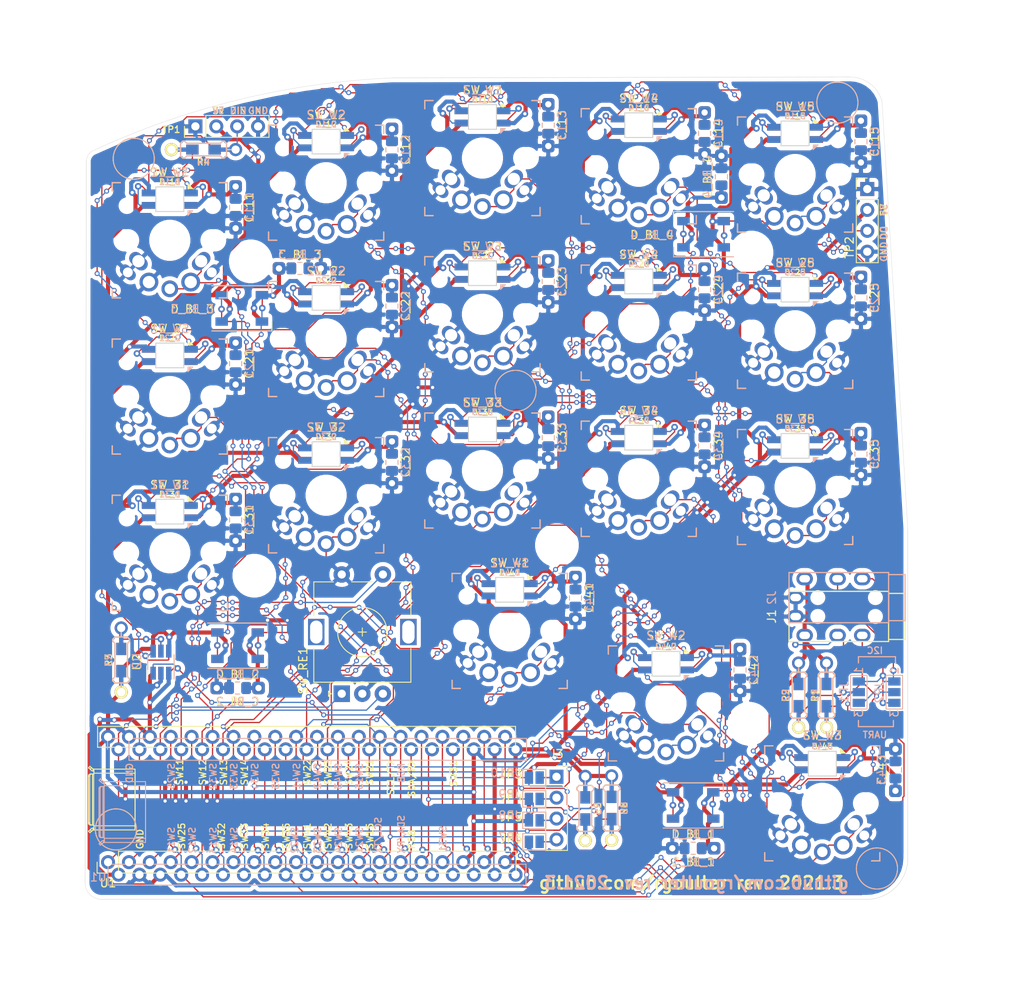
<source format=kicad_pcb>
(kicad_pcb (version 20171130) (host pcbnew "(5.1.8-0-10_14)")
  (title_block (title "Reversible Split Keyboard Half") (date 2021-03-11) (rev 2021.3) (company "Richard Goulter") (comment 3 "Smaller than 100mm x 100mm") (comment 4 "Switch footprints for MX or Kailh PG1350 switches."))
  (layers (0 F.Cu signal) (31 B.Cu signal) (34 B.Paste user hide) (35 F.Paste user hide) (36 B.SilkS user hide) (37 F.SilkS user hide) (38 B.Mask user hide) (39 F.Mask user hide) (44 Edge.Cuts user))
  (net 0 "")
  (net 1 "Net-(C_11-Pad2)")
  (net 2 "Net-(C_12-Pad2)")
  (net 3 "Net-(C_13-Pad2)")
  (net 4 "Net-(C_14-Pad2)")
  (net 5 "Net-(C_15-Pad2)")
  (net 6 "Net-(C_21-Pad2)")
  (net 7 "Net-(C_22-Pad2)")
  (net 8 "Net-(C_23-Pad2)")
  (net 9 "Net-(C_24-Pad2)")
  (net 10 "Net-(C_25-Pad2)")
  (net 11 "Net-(C_31-Pad2)")
  (net 12 "Net-(C_32-Pad2)")
  (net 13 "Net-(C_33-Pad2)")
  (net 14 "Net-(C_34-Pad2)")
  (net 15 "Net-(C_35-Pad2)")
  (net 16 "Net-(C_41-Pad2)")
  (net 17 "Net-(C_42-Pad2)")
  (net 18 "Net-(C_43-Pad2)")
  (net 19 "Net-(D_11-Pad4)")
  (net 20 "Net-(D_11-Pad2)")
  (net 21 /3V3)
  (net 22 "Net-(D_12-Pad2)")
  (net 23 "Net-(D_13-Pad2)")
  (net 24 "Net-(D_14-Pad2)")
  (net 25 /DOUT_1)
  (net 26 "Net-(D_21-Pad2)")
  (net 27 "Net-(D_22-Pad2)")
  (net 28 "Net-(D_23-Pad2)")
  (net 29 "Net-(D_24-Pad2)")
  (net 30 /DOUT_2)
  (net 31 "Net-(D_31-Pad2)")
  (net 32 "Net-(D_32-Pad2)")
  (net 33 "Net-(D_33-Pad2)")
  (net 34 "Net-(D_34-Pad2)")
  (net 35 /DOUT_3)
  (net 36 "Net-(D_41-Pad2)")
  (net 37 "Net-(D_42-Pad2)")
  (net 38 /SCL_TX)
  (net 39 /SW11)
  (net 40 /SW12)
  (net 41 /SW13)
  (net 42 /SW14)
  (net 43 /SW15)
  (net 44 /SW21)
  (net 45 /SW22)
  (net 46 /SW23)
  (net 47 /SW24)
  (net 48 /SW25)
  (net 49 /SW31)
  (net 50 /SW32)
  (net 51 /SW33)
  (net 52 /SW34)
  (net 53 /SW35)
  (net 54 /SW41)
  (net 55 /SW42)
  (net 56 /SW43)
  (net 57 "Net-(U1-Pad3)")
  (net 58 "Net-(U1-Pad2)")
  (net 59 "Net-(U1-Pad1)")
  (net 60 /GND)
  (net 61 /SDA_RX)
  (net 62 "Net-(U1-Pad20)")
  (net 63 "Net-(U1-Pad32)")
  (net 64 "Net-(U1-Pad33)")
  (net 65 /SCL_TX_r)
  (net 66 /SDA_RX_r)
  (net 67 "Net-(U1-Pad7)")
  (net 68 /DOUT_4)
  (net 69 "Net-(D_BL_1-Pad4)")
  (net 70 "Net-(D_BL_2-Pad4)")
  (net 71 "Net-(D_BL_3-Pad4)")
  (net 72 "Net-(R3-Pad1)")
  (net 73 /5V)
  (net 74 /RGB_DIN_5V)
  (net 75 /RGB_DIN_3V3)
  (net 76 /DOUT_BL)
  (net 77 "Net-(U1-Pad4)")
  (net 78 "Net-(C_BL_1-Pad2)")
  (net 79 "Net-(C_BL_2-Pad2)")
  (net 80 "Net-(C_BL_3-Pad2)")
  (net 81 "Net-(C_BL_4-Pad2)")
  (net 82 "Net-(J3-Pad4)")
  (net 83 "Net-(J3-Pad3)")
  (net 84 "Net-(J3-Pad2)")
  (net 85 "Net-(J3-Pad1)")
  (net 86 /OLED_SCL)
  (net 87 /OLED_SDA)
  (net 88 /RE_A)
  (net 89 /RE_B)
  (net 90 /SW_RE)
  (module Rotary_Encoder:RotaryEncoder_Alps_EC11E-Switch_Vertical_H20mm (layer F.Cu) (at 131.2 125 90)
    (fp_text reference SW_RE1 (at 2.8 -4.7 90) (layer F.SilkS))
    (fp_text value Rotary_Encoder_Switch)
    (pad A thru_hole rect (at 0 0 90) (size 2 2) (drill 1) (layers *.Cu *.Mask) (net 88 /RE_A))
    (pad C thru_hole circle (at 0 2.5 90) (size 2 2) (drill 1) (layers *.Cu *.Mask) (net 60 /GND))
    (pad B thru_hole circle (at 0 5 90) (size 2 2) (drill 1) (layers *.Cu *.Mask) (net 89 /RE_B))
    (pad MP thru_hole rect (at 7.5 -3.1 90) (size 3.2 2) (drill oval 2.8 1.5) (layers *.Cu *.Mask))
    (pad MP thru_hole rect (at 7.5 8.1 90) (size 3.2 2) (drill oval 2.8 1.5) (layers *.Cu *.Mask))
    (pad S2 thru_hole circle (at 14.5 0 90) (size 2 2) (drill 1) (layers *.Cu *.Mask) (net 60 /GND))
    (pad S1 thru_hole circle (at 14.5 5 90) (size 2 2) (drill 1) (layers *.Cu *.Mask) (net 90 /SW_RE))
  )
  (module ProjectLocal:Resistor-Hybrid (layer F.Cu) (at 164 138.9 90)
    (fp_text reference R6 (at -0.0254 1.5 90) (layer F.SilkS) (effects (font (size 0.8 0.8))))
    (fp_text value "2.2k - 10k" hide)
    (fp_text user %R (at 0 1.524 90) (layer B.SilkS) (effects (font (size 0.8 0.8)) (justify mirror)))
    (pad 1 smd rect (at 2.5 0 90) (size 2.9 0.5) (layers F.Cu) (net 21 /3V3))
    (pad 2 smd rect (at -2.5 0 90) (size 2.9 0.5) (layers F.Cu) (net 87 /OLED_SDA))
    (pad 1 thru_hole circle (at 3.9 0 90) (size 1.6 1.6) (drill 1) (layers *.Cu *.Mask) (net 21 /3V3))
    (pad 2 thru_hole circle (at -3.9 0 90) (size 1.6 1.6) (drill 1) (layers *.Cu *.Mask F.SilkS) (net 87 /OLED_SDA))
    (pad 2 smd rect (at -1.35 0 90) (size 1.5 1.2) (layers F.Cu F.Paste F.Mask) (net 87 /OLED_SDA))
    (pad 1 smd rect (at 1.35 0 90) (size 1.5 1.2) (layers F.Cu F.Paste F.Mask) (net 21 /3V3))
    (pad 1 smd rect (at 2.5 0 90) (size 2.9 0.5) (layers B.Cu) (net 21 /3V3))
    (pad 1 smd rect (at 1.35 0 90) (size 1.5 1.2) (layers B.Cu B.Paste B.Mask) (net 21 /3V3))
    (pad 2 smd rect (at -1.35 0 90) (size 1.5 1.2) (layers B.Cu B.Paste B.Mask) (net 87 /OLED_SDA))
    (pad 2 smd rect (at -2.5 0 90) (size 2.9 0.5) (layers B.Cu) (net 87 /OLED_SDA))
  )
  (module ProjectLocal:Resistor-Hybrid (layer F.Cu) (at 160.8 138.95 90)
    (fp_text reference R5 (at -0.0254 1.5 90) (layer F.SilkS) (effects (font (size 0.8 0.8))))
    (fp_text value "2.2k - 10k" hide)
    (fp_text user %R (at 0 1.524 90) (layer B.SilkS) (effects (font (size 0.8 0.8)) (justify mirror)))
    (pad 1 smd rect (at 2.5 0 90) (size 2.9 0.5) (layers F.Cu) (net 21 /3V3))
    (pad 2 smd rect (at -2.5 0 90) (size 2.9 0.5) (layers F.Cu) (net 86 /OLED_SCL))
    (pad 1 thru_hole circle (at 3.9 0 90) (size 1.6 1.6) (drill 1) (layers *.Cu *.Mask) (net 21 /3V3))
    (pad 2 thru_hole circle (at -3.9 0 90) (size 1.6 1.6) (drill 1) (layers *.Cu *.Mask F.SilkS) (net 86 /OLED_SCL))
    (pad 2 smd rect (at -1.35 0 90) (size 1.5 1.2) (layers F.Cu F.Paste F.Mask) (net 86 /OLED_SCL))
    (pad 1 smd rect (at 1.35 0 90) (size 1.5 1.2) (layers F.Cu F.Paste F.Mask) (net 21 /3V3))
    (pad 1 smd rect (at 2.5 0 90) (size 2.9 0.5) (layers B.Cu) (net 21 /3V3))
    (pad 1 smd rect (at 1.35 0 90) (size 1.5 1.2) (layers B.Cu B.Paste B.Mask) (net 21 /3V3))
    (pad 2 smd rect (at -1.35 0 90) (size 1.5 1.2) (layers B.Cu B.Paste B.Mask) (net 86 /OLED_SCL))
    (pad 2 smd rect (at -2.5 0 90) (size 2.9 0.5) (layers B.Cu) (net 86 /OLED_SCL))
  )
  (module Jumper:SolderJumper-2_P1.3mm_Open_Pad1.0x1.5mm (layer B.Cu) (at 154.6 135.2)
    (fp_text reference JP10 (at -3.5 -0.6) (layer B.SilkS) (effects (justify mirror)))
    (fp_text value SolderJumper_2_Open)
    (pad 1 smd rect (at -0.65 0) (size 1 1.5) (layers B.Cu B.Mask) (net 87 /OLED_SDA))
    (pad 2 smd rect (at 0.65 0) (size 1 1.5) (layers B.Cu B.Mask) (net 85 "Net-(J3-Pad1)"))
  )
  (module Jumper:SolderJumper-2_P1.3mm_Open_Pad1.0x1.5mm (layer B.Cu) (at 154.6 137.8)
    (fp_text reference JP9 (at -3 -0.6) (layer B.SilkS) (effects (justify mirror)))
    (fp_text value SolderJumper_2_Open)
    (pad 1 smd rect (at -0.65 0) (size 1 1.5) (layers B.Cu B.Mask) (net 86 /OLED_SCL))
    (pad 2 smd rect (at 0.65 0) (size 1 1.5) (layers B.Cu B.Mask) (net 84 "Net-(J3-Pad2)"))
  )
  (module Jumper:SolderJumper-2_P1.3mm_Open_Pad1.0x1.5mm (layer B.Cu) (at 154.6 140.4)
    (fp_text reference JP8 (at -3 -0.6) (layer B.SilkS) (effects (justify mirror)))
    (fp_text value SolderJumper_2_Open)
    (pad 1 smd rect (at -0.65 0) (size 1 1.5) (layers B.Cu B.Mask) (net 73 /5V))
    (pad 2 smd rect (at 0.65 0) (size 1 1.5) (layers B.Cu B.Mask) (net 83 "Net-(J3-Pad3)"))
  )
  (module Jumper:SolderJumper-2_P1.3mm_Open_Pad1.0x1.5mm (layer B.Cu) (at 154.6 143)
    (fp_text reference JP7 (at -3 -0.6) (layer B.SilkS) (effects (justify mirror)))
    (fp_text value SolderJumper_2_Open)
    (pad 1 smd rect (at -0.65 0) (size 1 1.5) (layers B.Cu B.Mask) (net 60 /GND))
    (pad 2 smd rect (at 0.65 0) (size 1 1.5) (layers B.Cu B.Mask) (net 82 "Net-(J3-Pad4)"))
  )
  (module Jumper:SolderJumper-2_P1.3mm_Open_Pad1.0x1.5mm (layer F.Cu) (at 154.6 143)
    (fp_text reference JP6 (at -2.8 -0.4) (layer F.SilkS))
    (fp_text value SolderJumper_2_Open)
    (pad 1 smd rect (at -0.65 0) (size 1 1.5) (layers F.Cu F.Mask) (net 87 /OLED_SDA))
    (pad 2 smd rect (at 0.65 0) (size 1 1.5) (layers F.Cu F.Mask) (net 82 "Net-(J3-Pad4)"))
  )
  (module Jumper:SolderJumper-2_P1.3mm_Open_Pad1.0x1.5mm (layer F.Cu) (at 154.6 140.4)
    (fp_text reference JP5 (at -2.8 -0.4) (layer F.SilkS))
    (fp_text value SolderJumper_2_Open)
    (pad 1 smd rect (at -0.65 0) (size 1 1.5) (layers F.Cu F.Mask) (net 86 /OLED_SCL))
    (pad 2 smd rect (at 0.65 0) (size 1 1.5) (layers F.Cu F.Mask) (net 83 "Net-(J3-Pad3)"))
  )
  (module Jumper:SolderJumper-2_P1.3mm_Open_Pad1.0x1.5mm (layer F.Cu) (at 154.6 137.8)
    (fp_text reference JP4 (at -2.8 -0.3) (layer F.SilkS))
    (fp_text value SolderJumper_2_Open)
    (pad 1 smd rect (at -0.65 0) (size 1 1.5) (layers F.Cu F.Mask) (net 73 /5V))
    (pad 2 smd rect (at 0.65 0) (size 1 1.5) (layers F.Cu F.Mask) (net 84 "Net-(J3-Pad2)"))
  )
  (module Jumper:SolderJumper-2_P1.3mm_Open_Pad1.0x1.5mm (layer F.Cu) (at 154.6 135.2)
    (fp_text reference JP3 (at -2.8 -0.4) (layer F.SilkS))
    (fp_text value SolderJumper_2_Open)
    (pad 1 smd rect (at -0.65 0) (size 1 1.5) (layers F.Cu F.Mask) (net 60 /GND))
    (pad 2 smd rect (at 0.65 0) (size 1 1.5) (layers F.Cu F.Mask) (net 85 "Net-(J3-Pad1)"))
  )
  (module Connector_PinSocket_2.54mm:PinSocket_1x04_P2.54mm_Vertical (layer F.Cu) (at 157.3 135.1)
    (fp_text reference J3 (at 0 -2.77) (layer F.SilkS))
    (fp_text value Conn_01x04_Female)
    (pad 4 thru_hole oval (at 0 7.62) (size 1.7 1.7) (drill 1) (layers *.Cu *.Mask) (net 82 "Net-(J3-Pad4)"))
    (pad 3 thru_hole oval (at 0 5.08) (size 1.7 1.7) (drill 1) (layers *.Cu *.Mask) (net 83 "Net-(J3-Pad3)"))
    (pad 2 thru_hole oval (at 0 2.54) (size 1.7 1.7) (drill 1) (layers *.Cu *.Mask) (net 84 "Net-(J3-Pad2)"))
    (pad 1 thru_hole rect (at 0 0) (size 1.7 1.7) (drill 1) (layers *.Cu *.Mask) (net 85 "Net-(J3-Pad1)"))
  )
  (module ProjectLocal:WeAct_MiniF4_ZigZag (layer F.Cu) (at 102.794 145.484 90)
    (fp_text reference U1 (at -2.54 0) (layer F.SilkS))
    (fp_text value MiniF4 hide)
    (fp_text user %R (at -1.836 -1.194) (layer B.SilkS) (effects (justify mirror)))
    (pad 5V thru_hole circle (at -1.52146 1.27254 270) (size 1.7 1.7) (drill 1) (layers *.Cu *.Mask) (net 73 /5V))
    (pad 25 thru_hole circle (at 13.71854 1.27254 270) (size 1.7 1.7) (drill 1) (layers *.Cu *.Mask) (net 88 /RE_A))
    (pad GND thru_hole circle (at -1.52146 3.81254 270) (size 1.7 1.7) (drill 1) (layers *.Cu *.Mask) (net 60 /GND))
    (pad 26 thru_hole circle (at 13.71854 3.81254 270) (size 1.7 1.7) (drill 1) (layers *.Cu *.Mask) (net 89 /RE_B))
    (pad 3V3 thru_hole circle (at -1.52146 6.35254 270) (size 1.7 1.7) (drill 1) (layers *.Cu *.Mask) (net 21 /3V3))
    (pad 27 thru_hole circle (at 13.71854 6.35254 270) (size 1.7 1.7) (drill 1) (layers *.Cu *.Mask) (net 90 /SW_RE))
    (pad 21 thru_hole circle (at -1.52146 8.89254 270) (size 1.7 1.7) (drill 1) (layers *.Cu *.Mask) (net 48 /SW25))
    (pad 28 thru_hole circle (at 13.71854 8.89254 270) (size 1.7 1.7) (drill 1) (layers *.Cu *.Mask) (net 39 /SW11))
    (pad 20 thru_hole circle (at -1.52146 11.43254 270) (size 1.7 1.7) (drill 1) (layers *.Cu *.Mask) (net 62 "Net-(U1-Pad20)"))
    (pad 29 thru_hole circle (at 13.71854 11.43254 270) (size 1.7 1.7) (drill 1) (layers *.Cu *.Mask) (net 40 /SW12))
    (pad 19 thru_hole circle (at -1.52146 13.97254 270) (size 1.7 1.7) (drill 1) (layers *.Cu *.Mask) (net 50 /SW32))
    (pad 30 thru_hole circle (at 13.71854 13.97254 270) (size 1.7 1.7) (drill 1) (layers *.Cu *.Mask) (net 41 /SW13))
    (pad 18 thru_hole circle (at -1.52146 16.51254 270) (size 1.7 1.7) (drill 1) (layers *.Cu *.Mask) (net 51 /SW33))
    (pad 31 thru_hole circle (at 13.71854 16.51254 270) (size 1.7 1.7) (drill 1) (layers *.Cu *.Mask) (net 42 /SW14))
    (pad 17 thru_hole circle (at -1.52146 19.05254 270) (size 1.7 1.7) (drill 1) (layers *.Cu *.Mask) (net 52 /SW34))
    (pad 32 thru_hole circle (at 13.71854 19.05254 270) (size 1.7 1.7) (drill 1) (layers *.Cu *.Mask) (net 63 "Net-(U1-Pad32)"))
    (pad 16 thru_hole circle (at -1.52146 21.59254 270) (size 1.7 1.7) (drill 1) (layers *.Cu *.Mask) (net 53 /SW35))
    (pad 33 thru_hole circle (at 13.71854 21.59254 270) (size 1.7 1.7) (drill 1) (layers *.Cu *.Mask) (net 64 "Net-(U1-Pad33)"))
    (pad 15 thru_hole circle (at -1.52146 24.13254 270) (size 1.7 1.7) (drill 1) (layers *.Cu *.Mask) (net 54 /SW41))
    (pad 38 thru_hole circle (at 13.71854 24.13254 270) (size 1.7 1.7) (drill 1) (layers *.Cu *.Mask) (net 45 /SW22))
    (pad 14 thru_hole circle (at -1.52146 26.67254 270) (size 1.7 1.7) (drill 1) (layers *.Cu *.Mask) (net 55 /SW42))
    (pad 39 thru_hole circle (at 13.71854 26.67254 270) (size 1.7 1.7) (drill 1) (layers *.Cu *.Mask) (net 46 /SW23))
    (pad 13 thru_hole circle (at -1.52146 29.21254 270) (size 1.7 1.7) (drill 1) (layers *.Cu *.Mask) (net 56 /SW43))
    (pad 40 thru_hole circle (at 13.71854 29.21254 270) (size 1.7 1.7) (drill 1) (layers *.Cu *.Mask) (net 47 /SW24))
    (pad 12 thru_hole circle (at -1.52146 31.75254 270) (size 1.7 1.7) (drill 1) (layers *.Cu *.Mask) (net 43 /SW15))
    (pad 41 thru_hole circle (at 13.71854 31.75254 270) (size 1.7 1.7) (drill 1) (layers *.Cu *.Mask) (net 44 /SW21))
    (pad 11 thru_hole circle (at -1.52146 34.29254 270) (size 1.7 1.7) (drill 1) (layers *.Cu *.Mask) (net 49 /SW31))
    (pad 42 thru_hole circle (at 13.71854 34.29254 270) (size 1.7 1.7) (drill 1) (layers *.Cu *.Mask) (net 38 /SCL_TX))
    (pad 10 thru_hole circle (at -1.52146 36.83254 270) (size 1.7 1.7) (drill 1) (layers *.Cu *.Mask) (net 75 /RGB_DIN_3V3))
    (pad 43 thru_hole circle (at 13.71854 36.83254 270) (size 1.7 1.7) (drill 1) (layers *.Cu *.Mask) (net 61 /SDA_RX))
    (pad 7 thru_hole circle (at -1.52146 39.37254 270) (size 1.7 1.7) (drill 1) (layers *.Cu *.Mask) (net 67 "Net-(U1-Pad7)"))
    (pad 45 thru_hole circle (at 13.71854 39.37254 270) (size 1.7 1.7) (drill 1) (layers *.Cu *.Mask) (net 86 /OLED_SCL))
    (pad 4 thru_hole circle (at -1.52146 41.91254 270) (size 1.7 1.7) (drill 1) (layers *.Cu *.Mask) (net 77 "Net-(U1-Pad4)"))
    (pad 46 thru_hole circle (at 13.71854 41.91254 270) (size 1.7 1.7) (drill 1) (layers *.Cu *.Mask) (net 87 /OLED_SDA))
    (pad 3 thru_hole circle (at -1.52146 44.45254 270) (size 1.7 1.7) (drill 1) (layers *.Cu *.Mask) (net 57 "Net-(U1-Pad3)"))
    (pad 5V thru_hole circle (at 13.71854 44.45254 270) (size 1.7 1.7) (drill 1) (layers *.Cu *.Mask) (net 73 /5V))
    (pad 2 thru_hole circle (at -1.52146 46.99254 270) (size 1.7 1.7) (drill 1) (layers *.Cu *.Mask) (net 58 "Net-(U1-Pad2)"))
    (pad GND thru_hole circle (at 13.71854 46.99254 270) (size 1.7 1.7) (drill 1) (layers *.Cu *.Mask) (net 60 /GND))
    (pad 1 thru_hole circle (at -1.52146 49.53254 270) (size 1.7 1.7) (drill 1) (layers *.Cu *.Mask) (net 59 "Net-(U1-Pad1)"))
    (pad 3V3 thru_hole circle (at 13.71854 49.53254 270) (size 1.7 1.7) (drill 1) (layers *.Cu *.Mask) (net 21 /3V3))
    (pad 5V thru_hole circle (at 15.24 0 90) (size 1.7 1.7) (drill 1) (layers *.Cu *.Mask) (net 73 /5V))
    (pad 25 thru_hole circle (at 0 0 90) (size 1.7 1.7) (drill 1) (layers *.Cu *.Mask) (net 88 /RE_A))
    (pad GND thru_hole circle (at 15.24 2.54 90) (size 1.7 1.7) (drill 1) (layers *.Cu *.Mask) (net 60 /GND))
    (pad 26 thru_hole circle (at 0 2.54 90) (size 1.7 1.7) (drill 1) (layers *.Cu *.Mask) (net 89 /RE_B))
    (pad 3V3 thru_hole circle (at 15.24 5.08 90) (size 1.7 1.7) (drill 1) (layers *.Cu *.Mask) (net 21 /3V3))
    (pad 27 thru_hole circle (at 0 5.08 90) (size 1.7 1.7) (drill 1) (layers *.Cu *.Mask) (net 90 /SW_RE))
    (pad 21 thru_hole circle (at 15.24 7.62 90) (size 1.7 1.7) (drill 1) (layers *.Cu *.Mask) (net 48 /SW25))
    (pad 28 thru_hole circle (at 0 7.62 90) (size 1.7 1.7) (drill 1) (layers *.Cu *.Mask) (net 39 /SW11))
    (pad 20 thru_hole circle (at 15.24 10.16 90) (size 1.7 1.7) (drill 1) (layers *.Cu *.Mask) (net 62 "Net-(U1-Pad20)"))
    (pad 29 thru_hole circle (at 0 10.16 90) (size 1.7 1.7) (drill 1) (layers *.Cu *.Mask) (net 40 /SW12))
    (pad 19 thru_hole circle (at 15.24 12.7 90) (size 1.7 1.7) (drill 1) (layers *.Cu *.Mask) (net 50 /SW32))
    (pad 30 thru_hole circle (at 0 12.7 90) (size 1.7 1.7) (drill 1) (layers *.Cu *.Mask) (net 41 /SW13))
    (pad 18 thru_hole circle (at 15.24 15.24 90) (size 1.7 1.7) (drill 1) (layers *.Cu *.Mask) (net 51 /SW33))
    (pad 31 thru_hole circle (at 0 15.24 90) (size 1.7 1.7) (drill 1) (layers *.Cu *.Mask) (net 42 /SW14))
    (pad 17 thru_hole circle (at 15.24 17.78 90) (size 1.7 1.7) (drill 1) (layers *.Cu *.Mask) (net 52 /SW34))
    (pad 32 thru_hole circle (at 0 17.78 90) (size 1.7 1.7) (drill 1) (layers *.Cu *.Mask) (net 63 "Net-(U1-Pad32)"))
    (pad 16 thru_hole circle (at 15.24 20.32 90) (size 1.7 1.7) (drill 1) (layers *.Cu *.Mask) (net 53 /SW35))
    (pad 33 thru_hole circle (at 0 20.32 90) (size 1.7 1.7) (drill 1) (layers *.Cu *.Mask) (net 64 "Net-(U1-Pad33)"))
    (pad 15 thru_hole circle (at 15.24 22.86 90) (size 1.7 1.7) (drill 1) (layers *.Cu *.Mask) (net 54 /SW41))
    (pad 38 thru_hole circle (at 0 22.86 90) (size 1.7 1.7) (drill 1) (layers *.Cu *.Mask) (net 45 /SW22))
    (pad 14 thru_hole circle (at 15.24 25.4 90) (size 1.7 1.7) (drill 1) (layers *.Cu *.Mask) (net 55 /SW42))
    (pad 39 thru_hole circle (at 0 25.4 90) (size 1.7 1.7) (drill 1) (layers *.Cu *.Mask) (net 46 /SW23))
    (pad 13 thru_hole circle (at 15.24 27.94 90) (size 1.7 1.7) (drill 1) (layers *.Cu *.Mask) (net 56 /SW43))
    (pad 40 thru_hole circle (at 0 27.94 90) (size 1.7 1.7) (drill 1) (layers *.Cu *.Mask) (net 47 /SW24))
    (pad 12 thru_hole circle (at 15.24 30.48 90) (size 1.7 1.7) (drill 1) (layers *.Cu *.Mask) (net 43 /SW15))
    (pad 41 thru_hole circle (at 0 30.48 90) (size 1.7 1.7) (drill 1) (layers *.Cu *.Mask) (net 44 /SW21))
    (pad 11 thru_hole circle (at 15.24 33.02 90) (size 1.7 1.7) (drill 1) (layers *.Cu *.Mask) (net 49 /SW31))
    (pad 42 thru_hole circle (at 0 33.02 90) (size 1.7 1.7) (drill 1) (layers *.Cu *.Mask) (net 38 /SCL_TX))
    (pad 10 thru_hole circle (at 15.24 35.56 90) (size 1.7 1.7) (drill 1) (layers *.Cu *.Mask) (net 75 /RGB_DIN_3V3))
    (pad 43 thru_hole circle (at 0 35.56 90) (size 1.7 1.7) (drill 1) (layers *.Cu *.Mask) (net 61 /SDA_RX))
    (pad 7 thru_hole circle (at 15.24 38.1 90) (size 1.7 1.7) (drill 1) (layers *.Cu *.Mask) (net 67 "Net-(U1-Pad7)"))
    (pad 45 thru_hole circle (at 0 38.1 90) (size 1.7 1.7) (drill 1) (layers *.Cu *.Mask) (net 86 /OLED_SCL))
    (pad 4 thru_hole circle (at 15.24 40.64 90) (size 1.7 1.7) (drill 1) (layers *.Cu *.Mask) (net 77 "Net-(U1-Pad4)"))
    (pad 46 thru_hole circle (at 0 40.64 90) (size 1.7 1.7) (drill 1) (layers *.Cu *.Mask) (net 87 /OLED_SDA))
    (pad 3 thru_hole circle (at 15.24 43.18 90) (size 1.7 1.7) (drill 1) (layers *.Cu *.Mask) (net 57 "Net-(U1-Pad3)"))
    (pad 5V thru_hole circle (at 0 43.18 90) (size 1.7 1.7) (drill 1) (layers *.Cu *.Mask) (net 73 /5V))
    (pad 2 thru_hole circle (at 15.24 45.72 90) (size 1.7 1.7) (drill 1) (layers *.Cu *.Mask) (net 58 "Net-(U1-Pad2)"))
    (pad GND thru_hole circle (at 0 45.72 90) (size 1.7 1.7) (drill 1) (layers *.Cu *.Mask) (net 60 /GND))
    (pad 1 thru_hole circle (at 15.24 48.26 90) (size 1.7 1.7) (drill 1) (layers *.Cu *.Mask) (net 59 "Net-(U1-Pad1)"))
    (pad 3V3 thru_hole circle (at 0 48.26 90) (size 1.7 1.7) (drill 1) (layers *.Cu *.Mask) (net 21 /3V3))
  )
  (module ProjectLocal:Resistor-Hybrid (layer F.Cu) (at 186.721 125.171 90)
    (fp_text reference R2 (at -0.0254 -1.555 90) (layer F.SilkS) (effects (font (size 0.8 0.8))))
    (fp_text value "2.2k - 10k" hide)
    (fp_text user %R (at 0 -1.524 90) (layer B.SilkS) (effects (font (size 0.8 0.8)) (justify mirror)))
    (pad 2 smd rect (at -2.5 0 90) (size 2.9 0.5) (layers B.Cu) (net 38 /SCL_TX))
    (pad 2 smd rect (at -1.35 0 90) (size 1.5 1.2) (layers B.Cu B.Paste B.Mask) (net 38 /SCL_TX))
    (pad 1 smd rect (at 1.35 0 90) (size 1.5 1.2) (layers B.Cu B.Paste B.Mask) (net 73 /5V))
    (pad 1 smd rect (at 2.5 0 90) (size 2.9 0.5) (layers B.Cu) (net 73 /5V))
    (pad 1 smd rect (at 1.35 0 90) (size 1.5 1.2) (layers F.Cu F.Paste F.Mask) (net 73 /5V))
    (pad 2 smd rect (at -1.35 0 90) (size 1.5 1.2) (layers F.Cu F.Paste F.Mask) (net 38 /SCL_TX))
    (pad 2 thru_hole circle (at -3.9 0 90) (size 1.6 1.6) (drill 1) (layers *.Cu *.Mask F.SilkS) (net 38 /SCL_TX))
    (pad 1 thru_hole circle (at 3.9 0 90) (size 1.6 1.6) (drill 1) (layers *.Cu *.Mask) (net 73 /5V))
    (pad 2 smd rect (at -2.5 0 90) (size 2.9 0.5) (layers F.Cu) (net 38 /SCL_TX))
    (pad 1 smd rect (at 2.5 0 90) (size 2.9 0.5) (layers F.Cu) (net 73 /5V))
  )
  (module ProjectLocal:Resistor-Hybrid (layer F.Cu) (at 190.119 125.171 90)
    (fp_text reference R1 (at -0.0254 -1.397 90) (layer F.SilkS) (effects (font (size 0.8 0.8))))
    (fp_text value "2.2k - 10k" hide)
    (fp_text user %R (at 0 -1.397 90) (layer B.SilkS) (effects (font (size 0.8 0.8)) (justify mirror)))
    (pad 1 smd rect (at 2.5 0 90) (size 2.9 0.5) (layers F.Cu) (net 73 /5V))
    (pad 2 smd rect (at -2.5 0 90) (size 2.9 0.5) (layers F.Cu) (net 61 /SDA_RX))
    (pad 1 thru_hole circle (at 3.9 0 90) (size 1.6 1.6) (drill 1) (layers *.Cu *.Mask) (net 73 /5V))
    (pad 2 thru_hole circle (at -3.9 0 90) (size 1.6 1.6) (drill 1) (layers *.Cu *.Mask F.SilkS) (net 61 /SDA_RX))
    (pad 2 smd rect (at -1.35 0 90) (size 1.5 1.2) (layers F.Cu F.Paste F.Mask) (net 61 /SDA_RX))
    (pad 1 smd rect (at 1.35 0 90) (size 1.5 1.2) (layers F.Cu F.Paste F.Mask) (net 73 /5V))
    (pad 1 smd rect (at 2.5 0 90) (size 2.9 0.5) (layers B.Cu) (net 73 /5V))
    (pad 1 smd rect (at 1.35 0 90) (size 1.5 1.2) (layers B.Cu B.Paste B.Mask) (net 73 /5V))
    (pad 2 smd rect (at -1.35 0 90) (size 1.5 1.2) (layers B.Cu B.Paste B.Mask) (net 61 /SDA_RX))
    (pad 2 smd rect (at -2.5 0 90) (size 2.9 0.5) (layers B.Cu) (net 61 /SDA_RX))
  )
  (module ProjectLocal:SW_MX_PG1350_reversible (layer F.Cu) (at 151.607 117.3615)
    (fp_text reference SW_41 (at 0 -8.255) (layer F.SilkS))
    (fp_text value SW_Push)
    (fp_text user %R (at 0 -8.255) (layer B.SilkS) (effects (justify mirror)))
    (pad 1 thru_hole circle (at 2.54 5.08 180) (size 2.286 2.286) (drill 1.4986) (layers *.Cu *.Mask) (net 54 /SW41))
    (pad 2 thru_hole circle (at -2.54 5.08 180) (size 2.286 2.286) (drill 1.4986) (layers *.Cu *.Mask) (net 60 /GND))
    (pad "" np_thru_hole circle (at -5.08 0 180) (size 1.7018 1.7018) (drill 1.7018) (layers *.Cu *.Mask))
    (pad "" np_thru_hole circle (at 0 0 180) (size 3.9878 3.9878) (drill 3.9878) (layers *.Cu *.Mask))
    (pad 2 thru_hole oval (at -3.81 2.54 315) (size 2.54 1.55) (drill 1.5) (layers *.Cu *.Mask) (net 60 /GND))
    (pad 1 thru_hole oval (at 3.81 2.54 225) (size 2.54 1.55) (drill 1.5) (layers *.Cu *.Mask) (net 54 /SW41))
    (pad "" np_thru_hole circle (at 5.08 0 180) (size 1.7018 1.7018) (drill 1.7018) (layers *.Cu *.Mask))
    (pad "" np_thru_hole circle (at -5.5 0) (size 1.7018 1.7018) (drill 1.7018) (layers *.Cu *.Mask))
    (pad "" np_thru_hole circle (at 5.5 0) (size 1.7018 1.7018) (drill 1.7018) (layers *.Cu *.Mask))
    (pad "" np_thru_hole circle (at 5.22 -4.2) (size 0.9906 0.9906) (drill 0.9906) (layers *.Cu *.Mask))
    (pad 1 thru_hole circle (at 0 5.9) (size 2.032 2.032) (drill 1.27) (layers *.Cu *.Mask) (net 54 /SW41))
    (pad 2 thru_hole oval (at -5.1 3.9 315) (size 2.2 1.25) (drill 1.2) (layers *.Cu *.Mask) (net 60 /GND))
    (pad 2 thru_hole oval (at 5.1 3.9 225) (size 2.2 1.25) (drill 1.2) (layers *.Cu *.Mask) (net 60 /GND))
    (pad "" np_thru_hole circle (at -5.22 -4.2) (size 0.9906 0.9906) (drill 0.9906) (layers *.Cu *.Mask))
  )
  (module ProjectLocal:SW_MX_PG1350_reversible (layer F.Cu) (at 148.3005 97.8615)
    (fp_text reference SW_33 (at 0 -8.255) (layer F.SilkS))
    (fp_text value SW_Push)
    (fp_text user %R (at 0 -8.255) (layer B.SilkS) (effects (justify mirror)))
    (pad 1 thru_hole circle (at 2.54 5.08 180) (size 2.286 2.286) (drill 1.4986) (layers *.Cu *.Mask) (net 51 /SW33))
    (pad 2 thru_hole circle (at -2.54 5.08 180) (size 2.286 2.286) (drill 1.4986) (layers *.Cu *.Mask) (net 60 /GND))
    (pad "" np_thru_hole circle (at -5.08 0 180) (size 1.7018 1.7018) (drill 1.7018) (layers *.Cu *.Mask))
    (pad "" np_thru_hole circle (at 0 0 180) (size 3.9878 3.9878) (drill 3.9878) (layers *.Cu *.Mask))
    (pad 2 thru_hole oval (at -3.81 2.54 315) (size 2.54 1.55) (drill 1.5) (layers *.Cu *.Mask) (net 60 /GND))
    (pad 1 thru_hole oval (at 3.81 2.54 225) (size 2.54 1.55) (drill 1.5) (layers *.Cu *.Mask) (net 51 /SW33))
    (pad "" np_thru_hole circle (at 5.08 0 180) (size 1.7018 1.7018) (drill 1.7018) (layers *.Cu *.Mask))
    (pad "" np_thru_hole circle (at -5.5 0) (size 1.7018 1.7018) (drill 1.7018) (layers *.Cu *.Mask))
    (pad "" np_thru_hole circle (at 5.5 0) (size 1.7018 1.7018) (drill 1.7018) (layers *.Cu *.Mask))
    (pad "" np_thru_hole circle (at 5.22 -4.2) (size 0.9906 0.9906) (drill 0.9906) (layers *.Cu *.Mask))
    (pad 1 thru_hole circle (at 0 5.9) (size 2.032 2.032) (drill 1.27) (layers *.Cu *.Mask) (net 51 /SW33))
    (pad 2 thru_hole oval (at -5.1 3.9 315) (size 2.2 1.25) (drill 1.2) (layers *.Cu *.Mask) (net 60 /GND))
    (pad 2 thru_hole oval (at 5.1 3.9 225) (size 2.2 1.25) (drill 1.2) (layers *.Cu *.Mask) (net 60 /GND))
    (pad "" np_thru_hole circle (at -5.22 -4.2) (size 0.9906 0.9906) (drill 0.9906) (layers *.Cu *.Mask))
  )
  (module ProjectLocal:SW_MX_PG1350_reversible (layer F.Cu) (at 110.3005 107.8615)
    (fp_text reference SW_31 (at 0 -8.255) (layer F.SilkS))
    (fp_text value SW_Push)
    (fp_text user %R (at 0 -8.255) (layer B.SilkS) (effects (justify mirror)))
    (pad 1 thru_hole circle (at 2.54 5.08 180) (size 2.286 2.286) (drill 1.4986) (layers *.Cu *.Mask) (net 49 /SW31))
    (pad 2 thru_hole circle (at -2.54 5.08 180) (size 2.286 2.286) (drill 1.4986) (layers *.Cu *.Mask) (net 60 /GND))
    (pad "" np_thru_hole circle (at -5.08 0 180) (size 1.7018 1.7018) (drill 1.7018) (layers *.Cu *.Mask))
    (pad "" np_thru_hole circle (at 0 0 180) (size 3.9878 3.9878) (drill 3.9878) (layers *.Cu *.Mask))
    (pad 2 thru_hole oval (at -3.81 2.54 315) (size 2.54 1.55) (drill 1.5) (layers *.Cu *.Mask) (net 60 /GND))
    (pad 1 thru_hole oval (at 3.81 2.54 225) (size 2.54 1.55) (drill 1.5) (layers *.Cu *.Mask) (net 49 /SW31))
    (pad "" np_thru_hole circle (at 5.08 0 180) (size 1.7018 1.7018) (drill 1.7018) (layers *.Cu *.Mask))
    (pad "" np_thru_hole circle (at -5.5 0) (size 1.7018 1.7018) (drill 1.7018) (layers *.Cu *.Mask))
    (pad "" np_thru_hole circle (at 5.5 0) (size 1.7018 1.7018) (drill 1.7018) (layers *.Cu *.Mask))
    (pad "" np_thru_hole circle (at 5.22 -4.2) (size 0.9906 0.9906) (drill 0.9906) (layers *.Cu *.Mask))
    (pad 1 thru_hole circle (at 0 5.9) (size 2.032 2.032) (drill 1.27) (layers *.Cu *.Mask) (net 49 /SW31))
    (pad 2 thru_hole oval (at -5.1 3.9 315) (size 2.2 1.25) (drill 1.2) (layers *.Cu *.Mask) (net 60 /GND))
    (pad 2 thru_hole oval (at 5.1 3.9 225) (size 2.2 1.25) (drill 1.2) (layers *.Cu *.Mask) (net 60 /GND))
    (pad "" np_thru_hole circle (at -5.22 -4.2) (size 0.9906 0.9906) (drill 0.9906) (layers *.Cu *.Mask))
  )
  (module ProjectLocal:SW_MX_PG1350_reversible (layer F.Cu) (at 110.3005 88.8615)
    (fp_text reference SW_21 (at 0 -8.255) (layer F.SilkS))
    (fp_text value SW_Push)
    (fp_text user %R (at 0 -8.255) (layer B.SilkS) (effects (justify mirror)))
    (pad 1 thru_hole circle (at 2.54 5.08 180) (size 2.286 2.286) (drill 1.4986) (layers *.Cu *.Mask) (net 44 /SW21))
    (pad 2 thru_hole circle (at -2.54 5.08 180) (size 2.286 2.286) (drill 1.4986) (layers *.Cu *.Mask) (net 60 /GND))
    (pad "" np_thru_hole circle (at -5.08 0 180) (size 1.7018 1.7018) (drill 1.7018) (layers *.Cu *.Mask))
    (pad "" np_thru_hole circle (at 0 0 180) (size 3.9878 3.9878) (drill 3.9878) (layers *.Cu *.Mask))
    (pad 2 thru_hole oval (at -3.81 2.54 315) (size 2.54 1.55) (drill 1.5) (layers *.Cu *.Mask) (net 60 /GND))
    (pad 1 thru_hole oval (at 3.81 2.54 225) (size 2.54 1.55) (drill 1.5) (layers *.Cu *.Mask) (net 44 /SW21))
    (pad "" np_thru_hole circle (at 5.08 0 180) (size 1.7018 1.7018) (drill 1.7018) (layers *.Cu *.Mask))
    (pad "" np_thru_hole circle (at -5.5 0) (size 1.7018 1.7018) (drill 1.7018) (layers *.Cu *.Mask))
    (pad "" np_thru_hole circle (at 5.5 0) (size 1.7018 1.7018) (drill 1.7018) (layers *.Cu *.Mask))
    (pad "" np_thru_hole circle (at 5.22 -4.2) (size 0.9906 0.9906) (drill 0.9906) (layers *.Cu *.Mask))
    (pad 1 thru_hole circle (at 0 5.9) (size 2.032 2.032) (drill 1.27) (layers *.Cu *.Mask) (net 44 /SW21))
    (pad 2 thru_hole oval (at -5.1 3.9 315) (size 2.2 1.25) (drill 1.2) (layers *.Cu *.Mask) (net 60 /GND))
    (pad 2 thru_hole oval (at 5.1 3.9 225) (size 2.2 1.25) (drill 1.2) (layers *.Cu *.Mask) (net 60 /GND))
    (pad "" np_thru_hole circle (at -5.22 -4.2) (size 0.9906 0.9906) (drill 0.9906) (layers *.Cu *.Mask))
  )
  (module ProjectLocal:SW_MX_PG1350_reversible (layer F.Cu) (at 110.3005 69.8615)
    (fp_text reference SW_11 (at 0 -8.255) (layer F.SilkS))
    (fp_text value SW_Push)
    (fp_text user %R (at 0 -8.255) (layer B.SilkS) (effects (justify mirror)))
    (pad 1 thru_hole circle (at 2.54 5.08 180) (size 2.286 2.286) (drill 1.4986) (layers *.Cu *.Mask) (net 39 /SW11))
    (pad 2 thru_hole circle (at -2.54 5.08 180) (size 2.286 2.286) (drill 1.4986) (layers *.Cu *.Mask) (net 60 /GND))
    (pad "" np_thru_hole circle (at -5.08 0 180) (size 1.7018 1.7018) (drill 1.7018) (layers *.Cu *.Mask))
    (pad "" np_thru_hole circle (at 0 0 180) (size 3.9878 3.9878) (drill 3.9878) (layers *.Cu *.Mask))
    (pad 2 thru_hole oval (at -3.81 2.54 315) (size 2.54 1.55) (drill 1.5) (layers *.Cu *.Mask) (net 60 /GND))
    (pad 1 thru_hole oval (at 3.81 2.54 225) (size 2.54 1.55) (drill 1.5) (layers *.Cu *.Mask) (net 39 /SW11))
    (pad "" np_thru_hole circle (at 5.08 0 180) (size 1.7018 1.7018) (drill 1.7018) (layers *.Cu *.Mask))
    (pad "" np_thru_hole circle (at -5.5 0) (size 1.7018 1.7018) (drill 1.7018) (layers *.Cu *.Mask))
    (pad "" np_thru_hole circle (at 5.5 0) (size 1.7018 1.7018) (drill 1.7018) (layers *.Cu *.Mask))
    (pad "" np_thru_hole circle (at 5.22 -4.2) (size 0.9906 0.9906) (drill 0.9906) (layers *.Cu *.Mask))
    (pad 1 thru_hole circle (at 0 5.9) (size 2.032 2.032) (drill 1.27) (layers *.Cu *.Mask) (net 39 /SW11))
    (pad 2 thru_hole oval (at -5.1 3.9 315) (size 2.2 1.25) (drill 1.2) (layers *.Cu *.Mask) (net 60 /GND))
    (pad 2 thru_hole oval (at 5.1 3.9 225) (size 2.2 1.25) (drill 1.2) (layers *.Cu *.Mask) (net 60 /GND))
    (pad "" np_thru_hole circle (at -5.22 -4.2) (size 0.9906 0.9906) (drill 0.9906) (layers *.Cu *.Mask))
  )
  (module ProjectLocal:SW_MX_PG1350_reversible (layer F.Cu) (at 129.3005 81.8615)
    (fp_text reference SW_22 (at 0 -8.255) (layer F.SilkS))
    (fp_text value SW_Push)
    (fp_text user %R (at 0 -8.255) (layer B.SilkS) (effects (justify mirror)))
    (pad 1 thru_hole circle (at 2.54 5.08 180) (size 2.286 2.286) (drill 1.4986) (layers *.Cu *.Mask) (net 45 /SW22))
    (pad 2 thru_hole circle (at -2.54 5.08 180) (size 2.286 2.286) (drill 1.4986) (layers *.Cu *.Mask) (net 60 /GND))
    (pad "" np_thru_hole circle (at -5.08 0 180) (size 1.7018 1.7018) (drill 1.7018) (layers *.Cu *.Mask))
    (pad "" np_thru_hole circle (at 0 0 180) (size 3.9878 3.9878) (drill 3.9878) (layers *.Cu *.Mask))
    (pad 2 thru_hole oval (at -3.81 2.54 315) (size 2.54 1.55) (drill 1.5) (layers *.Cu *.Mask) (net 60 /GND))
    (pad 1 thru_hole oval (at 3.81 2.54 225) (size 2.54 1.55) (drill 1.5) (layers *.Cu *.Mask) (net 45 /SW22))
    (pad "" np_thru_hole circle (at 5.08 0 180) (size 1.7018 1.7018) (drill 1.7018) (layers *.Cu *.Mask))
    (pad "" np_thru_hole circle (at -5.5 0) (size 1.7018 1.7018) (drill 1.7018) (layers *.Cu *.Mask))
    (pad "" np_thru_hole circle (at 5.5 0) (size 1.7018 1.7018) (drill 1.7018) (layers *.Cu *.Mask))
    (pad "" np_thru_hole circle (at 5.22 -4.2) (size 0.9906 0.9906) (drill 0.9906) (layers *.Cu *.Mask))
    (pad 1 thru_hole circle (at 0 5.9) (size 2.032 2.032) (drill 1.27) (layers *.Cu *.Mask) (net 45 /SW22))
    (pad 2 thru_hole oval (at -5.1 3.9 315) (size 2.2 1.25) (drill 1.2) (layers *.Cu *.Mask) (net 60 /GND))
    (pad 2 thru_hole oval (at 5.1 3.9 225) (size 2.2 1.25) (drill 1.2) (layers *.Cu *.Mask) (net 60 /GND))
    (pad "" np_thru_hole circle (at -5.22 -4.2) (size 0.9906 0.9906) (drill 0.9906) (layers *.Cu *.Mask))
  )
  (module ProjectLocal:SW_MX_PG1350_reversible (layer F.Cu) (at 129.3005 62.8615)
    (fp_text reference SW_12 (at 0 -8.255) (layer F.SilkS))
    (fp_text value SW_Push)
    (fp_text user %R (at 0 -8.255) (layer B.SilkS) (effects (justify mirror)))
    (pad 1 thru_hole circle (at 2.54 5.08 180) (size 2.286 2.286) (drill 1.4986) (layers *.Cu *.Mask) (net 40 /SW12))
    (pad 2 thru_hole circle (at -2.54 5.08 180) (size 2.286 2.286) (drill 1.4986) (layers *.Cu *.Mask) (net 60 /GND))
    (pad "" np_thru_hole circle (at -5.08 0 180) (size 1.7018 1.7018) (drill 1.7018) (layers *.Cu *.Mask))
    (pad "" np_thru_hole circle (at 0 0 180) (size 3.9878 3.9878) (drill 3.9878) (layers *.Cu *.Mask))
    (pad 2 thru_hole oval (at -3.81 2.54 315) (size 2.54 1.55) (drill 1.5) (layers *.Cu *.Mask) (net 60 /GND))
    (pad 1 thru_hole oval (at 3.81 2.54 225) (size 2.54 1.55) (drill 1.5) (layers *.Cu *.Mask) (net 40 /SW12))
    (pad "" np_thru_hole circle (at 5.08 0 180) (size 1.7018 1.7018) (drill 1.7018) (layers *.Cu *.Mask))
    (pad "" np_thru_hole circle (at -5.5 0) (size 1.7018 1.7018) (drill 1.7018) (layers *.Cu *.Mask))
    (pad "" np_thru_hole circle (at 5.5 0) (size 1.7018 1.7018) (drill 1.7018) (layers *.Cu *.Mask))
    (pad "" np_thru_hole circle (at 5.22 -4.2) (size 0.9906 0.9906) (drill 0.9906) (layers *.Cu *.Mask))
    (pad 1 thru_hole circle (at 0 5.9) (size 2.032 2.032) (drill 1.27) (layers *.Cu *.Mask) (net 40 /SW12))
    (pad 2 thru_hole oval (at -5.1 3.9 315) (size 2.2 1.25) (drill 1.2) (layers *.Cu *.Mask) (net 60 /GND))
    (pad 2 thru_hole oval (at 5.1 3.9 225) (size 2.2 1.25) (drill 1.2) (layers *.Cu *.Mask) (net 60 /GND))
    (pad "" np_thru_hole circle (at -5.22 -4.2) (size 0.9906 0.9906) (drill 0.9906) (layers *.Cu *.Mask))
  )
  (module ProjectLocal:SW_MX_PG1350_reversible (layer F.Cu) (at 129.3005 100.8615)
    (fp_text reference SW_32 (at 0 -8.255) (layer F.SilkS))
    (fp_text value SW_Push)
    (fp_text user %R (at 0 -8.255) (layer B.SilkS) (effects (justify mirror)))
    (pad 1 thru_hole circle (at 2.54 5.08 180) (size 2.286 2.286) (drill 1.4986) (layers *.Cu *.Mask) (net 50 /SW32))
    (pad 2 thru_hole circle (at -2.54 5.08 180) (size 2.286 2.286) (drill 1.4986) (layers *.Cu *.Mask) (net 60 /GND))
    (pad "" np_thru_hole circle (at -5.08 0 180) (size 1.7018 1.7018) (drill 1.7018) (layers *.Cu *.Mask))
    (pad "" np_thru_hole circle (at 0 0 180) (size 3.9878 3.9878) (drill 3.9878) (layers *.Cu *.Mask))
    (pad 2 thru_hole oval (at -3.81 2.54 315) (size 2.54 1.55) (drill 1.5) (layers *.Cu *.Mask) (net 60 /GND))
    (pad 1 thru_hole oval (at 3.81 2.54 225) (size 2.54 1.55) (drill 1.5) (layers *.Cu *.Mask) (net 50 /SW32))
    (pad "" np_thru_hole circle (at 5.08 0 180) (size 1.7018 1.7018) (drill 1.7018) (layers *.Cu *.Mask))
    (pad "" np_thru_hole circle (at -5.5 0) (size 1.7018 1.7018) (drill 1.7018) (layers *.Cu *.Mask))
    (pad "" np_thru_hole circle (at 5.5 0) (size 1.7018 1.7018) (drill 1.7018) (layers *.Cu *.Mask))
    (pad "" np_thru_hole circle (at 5.22 -4.2) (size 0.9906 0.9906) (drill 0.9906) (layers *.Cu *.Mask))
    (pad 1 thru_hole circle (at 0 5.9) (size 2.032 2.032) (drill 1.27) (layers *.Cu *.Mask) (net 50 /SW32))
    (pad 2 thru_hole oval (at -5.1 3.9 315) (size 2.2 1.25) (drill 1.2) (layers *.Cu *.Mask) (net 60 /GND))
    (pad 2 thru_hole oval (at 5.1 3.9 225) (size 2.2 1.25) (drill 1.2) (layers *.Cu *.Mask) (net 60 /GND))
    (pad "" np_thru_hole circle (at -5.22 -4.2) (size 0.9906 0.9906) (drill 0.9906) (layers *.Cu *.Mask))
  )
  (module ProjectLocal:SW_MX_PG1350_reversible (layer F.Cu) (at 148.3005 78.8615)
    (fp_text reference SW_23 (at 0 -8.255) (layer F.SilkS))
    (fp_text value SW_Push)
    (fp_text user %R (at 0 -8.255) (layer B.SilkS) (effects (justify mirror)))
    (pad 1 thru_hole circle (at 2.54 5.08 180) (size 2.286 2.286) (drill 1.4986) (layers *.Cu *.Mask) (net 46 /SW23))
    (pad 2 thru_hole circle (at -2.54 5.08 180) (size 2.286 2.286) (drill 1.4986) (layers *.Cu *.Mask) (net 60 /GND))
    (pad "" np_thru_hole circle (at -5.08 0 180) (size 1.7018 1.7018) (drill 1.7018) (layers *.Cu *.Mask))
    (pad "" np_thru_hole circle (at 0 0 180) (size 3.9878 3.9878) (drill 3.9878) (layers *.Cu *.Mask))
    (pad 2 thru_hole oval (at -3.81 2.54 315) (size 2.54 1.55) (drill 1.5) (layers *.Cu *.Mask) (net 60 /GND))
    (pad 1 thru_hole oval (at 3.81 2.54 225) (size 2.54 1.55) (drill 1.5) (layers *.Cu *.Mask) (net 46 /SW23))
    (pad "" np_thru_hole circle (at 5.08 0 180) (size 1.7018 1.7018) (drill 1.7018) (layers *.Cu *.Mask))
    (pad "" np_thru_hole circle (at -5.5 0) (size 1.7018 1.7018) (drill 1.7018) (layers *.Cu *.Mask))
    (pad "" np_thru_hole circle (at 5.5 0) (size 1.7018 1.7018) (drill 1.7018) (layers *.Cu *.Mask))
    (pad "" np_thru_hole circle (at 5.22 -4.2) (size 0.9906 0.9906) (drill 0.9906) (layers *.Cu *.Mask))
    (pad 1 thru_hole circle (at 0 5.9) (size 2.032 2.032) (drill 1.27) (layers *.Cu *.Mask) (net 46 /SW23))
    (pad 2 thru_hole oval (at -5.1 3.9 315) (size 2.2 1.25) (drill 1.2) (layers *.Cu *.Mask) (net 60 /GND))
    (pad 2 thru_hole oval (at 5.1 3.9 225) (size 2.2 1.25) (drill 1.2) (layers *.Cu *.Mask) (net 60 /GND))
    (pad "" np_thru_hole circle (at -5.22 -4.2) (size 0.9906 0.9906) (drill 0.9906) (layers *.Cu *.Mask))
  )
  (module ProjectLocal:SW_MX_PG1350_reversible (layer F.Cu) (at 167.3005 60.8615)
    (fp_text reference SW_14 (at 0 -8.255) (layer F.SilkS))
    (fp_text value SW_Push)
    (fp_text user %R (at 0 -8.255) (layer B.SilkS) (effects (justify mirror)))
    (pad 1 thru_hole circle (at 2.54 5.08 180) (size 2.286 2.286) (drill 1.4986) (layers *.Cu *.Mask) (net 42 /SW14))
    (pad 2 thru_hole circle (at -2.54 5.08 180) (size 2.286 2.286) (drill 1.4986) (layers *.Cu *.Mask) (net 60 /GND))
    (pad "" np_thru_hole circle (at -5.08 0 180) (size 1.7018 1.7018) (drill 1.7018) (layers *.Cu *.Mask))
    (pad "" np_thru_hole circle (at 0 0 180) (size 3.9878 3.9878) (drill 3.9878) (layers *.Cu *.Mask))
    (pad 2 thru_hole oval (at -3.81 2.54 315) (size 2.54 1.55) (drill 1.5) (layers *.Cu *.Mask) (net 60 /GND))
    (pad 1 thru_hole oval (at 3.81 2.54 225) (size 2.54 1.55) (drill 1.5) (layers *.Cu *.Mask) (net 42 /SW14))
    (pad "" np_thru_hole circle (at 5.08 0 180) (size 1.7018 1.7018) (drill 1.7018) (layers *.Cu *.Mask))
    (pad "" np_thru_hole circle (at -5.5 0) (size 1.7018 1.7018) (drill 1.7018) (layers *.Cu *.Mask))
    (pad "" np_thru_hole circle (at 5.5 0) (size 1.7018 1.7018) (drill 1.7018) (layers *.Cu *.Mask))
    (pad "" np_thru_hole circle (at 5.22 -4.2) (size 0.9906 0.9906) (drill 0.9906) (layers *.Cu *.Mask))
    (pad 1 thru_hole circle (at 0 5.9) (size 2.032 2.032) (drill 1.27) (layers *.Cu *.Mask) (net 42 /SW14))
    (pad 2 thru_hole oval (at -5.1 3.9 315) (size 2.2 1.25) (drill 1.2) (layers *.Cu *.Mask) (net 60 /GND))
    (pad 2 thru_hole oval (at 5.1 3.9 225) (size 2.2 1.25) (drill 1.2) (layers *.Cu *.Mask) (net 60 /GND))
    (pad "" np_thru_hole circle (at -5.22 -4.2) (size 0.9906 0.9906) (drill 0.9906) (layers *.Cu *.Mask))
  )
  (module ProjectLocal:SW_MX_PG1350_reversible (layer F.Cu) (at 148.3005 59.8615)
    (fp_text reference SW_13 (at 0 -8.255) (layer F.SilkS))
    (fp_text value SW_Push)
    (fp_text user %R (at 0 -8.255) (layer B.SilkS) (effects (justify mirror)))
    (pad 1 thru_hole circle (at 2.54 5.08 180) (size 2.286 2.286) (drill 1.4986) (layers *.Cu *.Mask) (net 41 /SW13))
    (pad 2 thru_hole circle (at -2.54 5.08 180) (size 2.286 2.286) (drill 1.4986) (layers *.Cu *.Mask) (net 60 /GND))
    (pad "" np_thru_hole circle (at -5.08 0 180) (size 1.7018 1.7018) (drill 1.7018) (layers *.Cu *.Mask))
    (pad "" np_thru_hole circle (at 0 0 180) (size 3.9878 3.9878) (drill 3.9878) (layers *.Cu *.Mask))
    (pad 2 thru_hole oval (at -3.81 2.54 315) (size 2.54 1.55) (drill 1.5) (layers *.Cu *.Mask) (net 60 /GND))
    (pad 1 thru_hole oval (at 3.81 2.54 225) (size 2.54 1.55) (drill 1.5) (layers *.Cu *.Mask) (net 41 /SW13))
    (pad "" np_thru_hole circle (at 5.08 0 180) (size 1.7018 1.7018) (drill 1.7018) (layers *.Cu *.Mask))
    (pad "" np_thru_hole circle (at -5.5 0) (size 1.7018 1.7018) (drill 1.7018) (layers *.Cu *.Mask))
    (pad "" np_thru_hole circle (at 5.5 0) (size 1.7018 1.7018) (drill 1.7018) (layers *.Cu *.Mask))
    (pad "" np_thru_hole circle (at 5.22 -4.2) (size 0.9906 0.9906) (drill 0.9906) (layers *.Cu *.Mask))
    (pad 1 thru_hole circle (at 0 5.9) (size 2.032 2.032) (drill 1.27) (layers *.Cu *.Mask) (net 41 /SW13))
    (pad 2 thru_hole oval (at -5.1 3.9 315) (size 2.2 1.25) (drill 1.2) (layers *.Cu *.Mask) (net 60 /GND))
    (pad 2 thru_hole oval (at 5.1 3.9 225) (size 2.2 1.25) (drill 1.2) (layers *.Cu *.Mask) (net 60 /GND))
    (pad "" np_thru_hole circle (at -5.22 -4.2) (size 0.9906 0.9906) (drill 0.9906) (layers *.Cu *.Mask))
  )
  (module ProjectLocal:SW_MX_PG1350_reversible (layer F.Cu) (at 167.3005 98.8615)
    (fp_text reference SW_34 (at 0 -8.255) (layer F.SilkS))
    (fp_text value SW_Push)
    (fp_text user %R (at 0 -8.255) (layer B.SilkS) (effects (justify mirror)))
    (pad 1 thru_hole circle (at 2.54 5.08 180) (size 2.286 2.286) (drill 1.4986) (layers *.Cu *.Mask) (net 52 /SW34))
    (pad 2 thru_hole circle (at -2.54 5.08 180) (size 2.286 2.286) (drill 1.4986) (layers *.Cu *.Mask) (net 60 /GND))
    (pad "" np_thru_hole circle (at -5.08 0 180) (size 1.7018 1.7018) (drill 1.7018) (layers *.Cu *.Mask))
    (pad "" np_thru_hole circle (at 0 0 180) (size 3.9878 3.9878) (drill 3.9878) (layers *.Cu *.Mask))
    (pad 2 thru_hole oval (at -3.81 2.54 315) (size 2.54 1.55) (drill 1.5) (layers *.Cu *.Mask) (net 60 /GND))
    (pad 1 thru_hole oval (at 3.81 2.54 225) (size 2.54 1.55) (drill 1.5) (layers *.Cu *.Mask) (net 52 /SW34))
    (pad "" np_thru_hole circle (at 5.08 0 180) (size 1.7018 1.7018) (drill 1.7018) (layers *.Cu *.Mask))
    (pad "" np_thru_hole circle (at -5.5 0) (size 1.7018 1.7018) (drill 1.7018) (layers *.Cu *.Mask))
    (pad "" np_thru_hole circle (at 5.5 0) (size 1.7018 1.7018) (drill 1.7018) (layers *.Cu *.Mask))
    (pad "" np_thru_hole circle (at 5.22 -4.2) (size 0.9906 0.9906) (drill 0.9906) (layers *.Cu *.Mask))
    (pad 1 thru_hole circle (at 0 5.9) (size 2.032 2.032) (drill 1.27) (layers *.Cu *.Mask) (net 52 /SW34))
    (pad 2 thru_hole oval (at -5.1 3.9 315) (size 2.2 1.25) (drill 1.2) (layers *.Cu *.Mask) (net 60 /GND))
    (pad 2 thru_hole oval (at 5.1 3.9 225) (size 2.2 1.25) (drill 1.2) (layers *.Cu *.Mask) (net 60 /GND))
    (pad "" np_thru_hole circle (at -5.22 -4.2) (size 0.9906 0.9906) (drill 0.9906) (layers *.Cu *.Mask))
  )
  (module ProjectLocal:SW_MX_PG1350_reversible (layer F.Cu) (at 167.3005 79.8615)
    (fp_text reference SW_24 (at 0 -8.255) (layer F.SilkS))
    (fp_text value SW_Push)
    (fp_text user %R (at 0 -8.255) (layer B.SilkS) (effects (justify mirror)))
    (pad 1 thru_hole circle (at 2.54 5.08 180) (size 2.286 2.286) (drill 1.4986) (layers *.Cu *.Mask) (net 47 /SW24))
    (pad 2 thru_hole circle (at -2.54 5.08 180) (size 2.286 2.286) (drill 1.4986) (layers *.Cu *.Mask) (net 60 /GND))
    (pad "" np_thru_hole circle (at -5.08 0 180) (size 1.7018 1.7018) (drill 1.7018) (layers *.Cu *.Mask))
    (pad "" np_thru_hole circle (at 0 0 180) (size 3.9878 3.9878) (drill 3.9878) (layers *.Cu *.Mask))
    (pad 2 thru_hole oval (at -3.81 2.54 315) (size 2.54 1.55) (drill 1.5) (layers *.Cu *.Mask) (net 60 /GND))
    (pad 1 thru_hole oval (at 3.81 2.54 225) (size 2.54 1.55) (drill 1.5) (layers *.Cu *.Mask) (net 47 /SW24))
    (pad "" np_thru_hole circle (at 5.08 0 180) (size 1.7018 1.7018) (drill 1.7018) (layers *.Cu *.Mask))
    (pad "" np_thru_hole circle (at -5.5 0) (size 1.7018 1.7018) (drill 1.7018) (layers *.Cu *.Mask))
    (pad "" np_thru_hole circle (at 5.5 0) (size 1.7018 1.7018) (drill 1.7018) (layers *.Cu *.Mask))
    (pad "" np_thru_hole circle (at 5.22 -4.2) (size 0.9906 0.9906) (drill 0.9906) (layers *.Cu *.Mask))
    (pad 1 thru_hole circle (at 0 5.9) (size 2.032 2.032) (drill 1.27) (layers *.Cu *.Mask) (net 47 /SW24))
    (pad 2 thru_hole oval (at -5.1 3.9 315) (size 2.2 1.25) (drill 1.2) (layers *.Cu *.Mask) (net 60 /GND))
    (pad 2 thru_hole oval (at 5.1 3.9 225) (size 2.2 1.25) (drill 1.2) (layers *.Cu *.Mask) (net 60 /GND))
    (pad "" np_thru_hole circle (at -5.22 -4.2) (size 0.9906 0.9906) (drill 0.9906) (layers *.Cu *.Mask))
  )
  (module ProjectLocal:SW_MX_PG1350_reversible (layer F.Cu) (at 186.3005 61.8615)
    (fp_text reference SW_15 (at 0 -8.255) (layer F.SilkS))
    (fp_text value SW_Push)
    (fp_text user %R (at 0 -8.255) (layer B.SilkS) (effects (justify mirror)))
    (pad 1 thru_hole circle (at 2.54 5.08 180) (size 2.286 2.286) (drill 1.4986) (layers *.Cu *.Mask) (net 43 /SW15))
    (pad 2 thru_hole circle (at -2.54 5.08 180) (size 2.286 2.286) (drill 1.4986) (layers *.Cu *.Mask) (net 60 /GND))
    (pad "" np_thru_hole circle (at -5.08 0 180) (size 1.7018 1.7018) (drill 1.7018) (layers *.Cu *.Mask))
    (pad "" np_thru_hole circle (at 0 0 180) (size 3.9878 3.9878) (drill 3.9878) (layers *.Cu *.Mask))
    (pad 2 thru_hole oval (at -3.81 2.54 315) (size 2.54 1.55) (drill 1.5) (layers *.Cu *.Mask) (net 60 /GND))
    (pad 1 thru_hole oval (at 3.81 2.54 225) (size 2.54 1.55) (drill 1.5) (layers *.Cu *.Mask) (net 43 /SW15))
    (pad "" np_thru_hole circle (at 5.08 0 180) (size 1.7018 1.7018) (drill 1.7018) (layers *.Cu *.Mask))
    (pad "" np_thru_hole circle (at -5.5 0) (size 1.7018 1.7018) (drill 1.7018) (layers *.Cu *.Mask))
    (pad "" np_thru_hole circle (at 5.5 0) (size 1.7018 1.7018) (drill 1.7018) (layers *.Cu *.Mask))
    (pad "" np_thru_hole circle (at 5.22 -4.2) (size 0.9906 0.9906) (drill 0.9906) (layers *.Cu *.Mask))
    (pad 1 thru_hole circle (at 0 5.9) (size 2.032 2.032) (drill 1.27) (layers *.Cu *.Mask) (net 43 /SW15))
    (pad 2 thru_hole oval (at -5.1 3.9 315) (size 2.2 1.25) (drill 1.2) (layers *.Cu *.Mask) (net 60 /GND))
    (pad 2 thru_hole oval (at 5.1 3.9 225) (size 2.2 1.25) (drill 1.2) (layers *.Cu *.Mask) (net 60 /GND))
    (pad "" np_thru_hole circle (at -5.22 -4.2) (size 0.9906 0.9906) (drill 0.9906) (layers *.Cu *.Mask))
  )
  (module ProjectLocal:SW_MX_PG1350_reversible (layer F.Cu) (at 186.3005 80.8615)
    (fp_text reference SW_25 (at 0 -8.255) (layer F.SilkS))
    (fp_text value SW_Push)
    (fp_text user %R (at 0 -8.255) (layer B.SilkS) (effects (justify mirror)))
    (pad 1 thru_hole circle (at 2.54 5.08 180) (size 2.286 2.286) (drill 1.4986) (layers *.Cu *.Mask) (net 48 /SW25))
    (pad 2 thru_hole circle (at -2.54 5.08 180) (size 2.286 2.286) (drill 1.4986) (layers *.Cu *.Mask) (net 60 /GND))
    (pad "" np_thru_hole circle (at -5.08 0 180) (size 1.7018 1.7018) (drill 1.7018) (layers *.Cu *.Mask))
    (pad "" np_thru_hole circle (at 0 0 180) (size 3.9878 3.9878) (drill 3.9878) (layers *.Cu *.Mask))
    (pad 2 thru_hole oval (at -3.81 2.54 315) (size 2.54 1.55) (drill 1.5) (layers *.Cu *.Mask) (net 60 /GND))
    (pad 1 thru_hole oval (at 3.81 2.54 225) (size 2.54 1.55) (drill 1.5) (layers *.Cu *.Mask) (net 48 /SW25))
    (pad "" np_thru_hole circle (at 5.08 0 180) (size 1.7018 1.7018) (drill 1.7018) (layers *.Cu *.Mask))
    (pad "" np_thru_hole circle (at -5.5 0) (size 1.7018 1.7018) (drill 1.7018) (layers *.Cu *.Mask))
    (pad "" np_thru_hole circle (at 5.5 0) (size 1.7018 1.7018) (drill 1.7018) (layers *.Cu *.Mask))
    (pad "" np_thru_hole circle (at 5.22 -4.2) (size 0.9906 0.9906) (drill 0.9906) (layers *.Cu *.Mask))
    (pad 1 thru_hole circle (at 0 5.9) (size 2.032 2.032) (drill 1.27) (layers *.Cu *.Mask) (net 48 /SW25))
    (pad 2 thru_hole oval (at -5.1 3.9 315) (size 2.2 1.25) (drill 1.2) (layers *.Cu *.Mask) (net 60 /GND))
    (pad 2 thru_hole oval (at 5.1 3.9 225) (size 2.2 1.25) (drill 1.2) (layers *.Cu *.Mask) (net 60 /GND))
    (pad "" np_thru_hole circle (at -5.22 -4.2) (size 0.9906 0.9906) (drill 0.9906) (layers *.Cu *.Mask))
  )
  (module ProjectLocal:SW_MX_PG1350_reversible (layer F.Cu) (at 186.3005 99.8615)
    (fp_text reference SW_35 (at 0 -8.255) (layer F.SilkS))
    (fp_text value SW_Push)
    (fp_text user %R (at 0 -8.255) (layer B.SilkS) (effects (justify mirror)))
    (pad 1 thru_hole circle (at 2.54 5.08 180) (size 2.286 2.286) (drill 1.4986) (layers *.Cu *.Mask) (net 53 /SW35))
    (pad 2 thru_hole circle (at -2.54 5.08 180) (size 2.286 2.286) (drill 1.4986) (layers *.Cu *.Mask) (net 60 /GND))
    (pad "" np_thru_hole circle (at -5.08 0 180) (size 1.7018 1.7018) (drill 1.7018) (layers *.Cu *.Mask))
    (pad "" np_thru_hole circle (at 0 0 180) (size 3.9878 3.9878) (drill 3.9878) (layers *.Cu *.Mask))
    (pad 2 thru_hole oval (at -3.81 2.54 315) (size 2.54 1.55) (drill 1.5) (layers *.Cu *.Mask) (net 60 /GND))
    (pad 1 thru_hole oval (at 3.81 2.54 225) (size 2.54 1.55) (drill 1.5) (layers *.Cu *.Mask) (net 53 /SW35))
    (pad "" np_thru_hole circle (at 5.08 0 180) (size 1.7018 1.7018) (drill 1.7018) (layers *.Cu *.Mask))
    (pad "" np_thru_hole circle (at -5.5 0) (size 1.7018 1.7018) (drill 1.7018) (layers *.Cu *.Mask))
    (pad "" np_thru_hole circle (at 5.5 0) (size 1.7018 1.7018) (drill 1.7018) (layers *.Cu *.Mask))
    (pad "" np_thru_hole circle (at 5.22 -4.2) (size 0.9906 0.9906) (drill 0.9906) (layers *.Cu *.Mask))
    (pad 1 thru_hole circle (at 0 5.9) (size 2.032 2.032) (drill 1.27) (layers *.Cu *.Mask) (net 53 /SW35))
    (pad 2 thru_hole oval (at -5.1 3.9 315) (size 2.2 1.25) (drill 1.2) (layers *.Cu *.Mask) (net 60 /GND))
    (pad 2 thru_hole oval (at 5.1 3.9 225) (size 2.2 1.25) (drill 1.2) (layers *.Cu *.Mask) (net 60 /GND))
    (pad "" np_thru_hole circle (at -5.22 -4.2) (size 0.9906 0.9906) (drill 0.9906) (layers *.Cu *.Mask))
  )
  (module ProjectLocal:SW_MX_PG1350_reversible (layer F.Cu) (at 170.607 126.181906)
    (fp_text reference SW_42 (at 0 -8.255) (layer F.SilkS))
    (fp_text value SW_Push)
    (fp_text user %R (at 0 -8.255) (layer B.SilkS) (effects (justify mirror)))
    (pad 1 thru_hole circle (at 2.54 5.08 180) (size 2.286 2.286) (drill 1.4986) (layers *.Cu *.Mask) (net 55 /SW42))
    (pad 2 thru_hole circle (at -2.54 5.08 180) (size 2.286 2.286) (drill 1.4986) (layers *.Cu *.Mask) (net 60 /GND))
    (pad "" np_thru_hole circle (at -5.08 0 180) (size 1.7018 1.7018) (drill 1.7018) (layers *.Cu *.Mask))
    (pad "" np_thru_hole circle (at 0 0 180) (size 3.9878 3.9878) (drill 3.9878) (layers *.Cu *.Mask))
    (pad 2 thru_hole oval (at -3.81 2.54 315) (size 2.54 1.55) (drill 1.5) (layers *.Cu *.Mask) (net 60 /GND))
    (pad 1 thru_hole oval (at 3.81 2.54 225) (size 2.54 1.55) (drill 1.5) (layers *.Cu *.Mask) (net 55 /SW42))
    (pad "" np_thru_hole circle (at 5.08 0 180) (size 1.7018 1.7018) (drill 1.7018) (layers *.Cu *.Mask))
    (pad "" np_thru_hole circle (at -5.5 0) (size 1.7018 1.7018) (drill 1.7018) (layers *.Cu *.Mask))
    (pad "" np_thru_hole circle (at 5.5 0) (size 1.7018 1.7018) (drill 1.7018) (layers *.Cu *.Mask))
    (pad "" np_thru_hole circle (at 5.22 -4.2) (size 0.9906 0.9906) (drill 0.9906) (layers *.Cu *.Mask))
    (pad 1 thru_hole circle (at 0 5.9) (size 2.032 2.032) (drill 1.27) (layers *.Cu *.Mask) (net 55 /SW42))
    (pad 2 thru_hole oval (at -5.1 3.9 315) (size 2.2 1.25) (drill 1.2) (layers *.Cu *.Mask) (net 60 /GND))
    (pad 2 thru_hole oval (at 5.1 3.9 225) (size 2.2 1.25) (drill 1.2) (layers *.Cu *.Mask) (net 60 /GND))
    (pad "" np_thru_hole circle (at -5.22 -4.2) (size 0.9906 0.9906) (drill 0.9906) (layers *.Cu *.Mask))
  )
  (module ProjectLocal:SW_MX_PG1350_reversible (layer F.Cu) (at 189.607 138.329685)
    (fp_text reference SW_43 (at 0 -8.255) (layer F.SilkS))
    (fp_text value SW_Push)
    (fp_text user %R (at 0 -8.255) (layer B.SilkS) (effects (justify mirror)))
    (pad 1 thru_hole circle (at 2.54 5.08 180) (size 2.286 2.286) (drill 1.4986) (layers *.Cu *.Mask) (net 56 /SW43))
    (pad 2 thru_hole circle (at -2.54 5.08 180) (size 2.286 2.286) (drill 1.4986) (layers *.Cu *.Mask) (net 60 /GND))
    (pad "" np_thru_hole circle (at -5.08 0 180) (size 1.7018 1.7018) (drill 1.7018) (layers *.Cu *.Mask))
    (pad "" np_thru_hole circle (at 0 0 180) (size 3.9878 3.9878) (drill 3.9878) (layers *.Cu *.Mask))
    (pad 2 thru_hole oval (at -3.81 2.54 315) (size 2.54 1.55) (drill 1.5) (layers *.Cu *.Mask) (net 60 /GND))
    (pad 1 thru_hole oval (at 3.81 2.54 225) (size 2.54 1.55) (drill 1.5) (layers *.Cu *.Mask) (net 56 /SW43))
    (pad "" np_thru_hole circle (at 5.08 0 180) (size 1.7018 1.7018) (drill 1.7018) (layers *.Cu *.Mask))
    (pad "" np_thru_hole circle (at -5.5 0) (size 1.7018 1.7018) (drill 1.7018) (layers *.Cu *.Mask))
    (pad "" np_thru_hole circle (at 5.5 0) (size 1.7018 1.7018) (drill 1.7018) (layers *.Cu *.Mask))
    (pad "" np_thru_hole circle (at 5.22 -4.2) (size 0.9906 0.9906) (drill 0.9906) (layers *.Cu *.Mask))
    (pad 1 thru_hole circle (at 0 5.9) (size 2.032 2.032) (drill 1.27) (layers *.Cu *.Mask) (net 56 /SW43))
    (pad 2 thru_hole oval (at -5.1 3.9 315) (size 2.2 1.25) (drill 1.2) (layers *.Cu *.Mask) (net 60 /GND))
    (pad 2 thru_hole oval (at 5.1 3.9 225) (size 2.2 1.25) (drill 1.2) (layers *.Cu *.Mask) (net 60 /GND))
    (pad "" np_thru_hole circle (at -5.22 -4.2) (size 0.9906 0.9906) (drill 0.9906) (layers *.Cu *.Mask))
  )
  (module Connector_PinHeader_2.54mm:PinHeader_1x04_P2.54mm_Vertical (layer F.Cu) (at 195.072 63.627)
    (fp_text reference TP2 (at -2.159 7.112 90) (layer F.SilkS))
    (fp_text value Conn_01x04_Female)
    (pad 4 thru_hole oval (at 0 7.62) (size 1.7 1.7) (drill 1) (layers *.Cu *.Mask) (net 60 /GND))
    (pad 3 thru_hole oval (at 0 5.08) (size 1.7 1.7) (drill 1) (layers *.Cu *.Mask) (net 76 /DOUT_BL))
    (pad 2 thru_hole oval (at 0 2.54) (size 1.7 1.7) (drill 1) (layers *.Cu *.Mask) (net 73 /5V))
    (pad 1 thru_hole rect (at 0 0) (size 1.7 1.7) (drill 1) (layers *.Cu *.Mask) (net 60 /GND))
  )
  (module Connector_PinHeader_2.54mm:PinHeader_1x04_P2.54mm_Vertical (layer F.Cu) (at 113.411 56.007 90)
    (fp_text reference TP1 (at -0.381 -2.921 180) (layer F.SilkS) (effects (font (size 0.8 0.8))))
    (fp_text value Conn_01x04_Female)
    (pad 4 thru_hole oval (at 0 7.62 90) (size 1.7 1.7) (drill 1) (layers *.Cu *.Mask) (net 60 /GND))
    (pad 3 thru_hole oval (at 0 5.08 90) (size 1.7 1.7) (drill 1) (layers *.Cu *.Mask) (net 74 /RGB_DIN_5V))
    (pad 2 thru_hole oval (at 0 2.54 90) (size 1.7 1.7) (drill 1) (layers *.Cu *.Mask) (net 73 /5V))
    (pad 1 thru_hole rect (at 0 0 90) (size 1.7 1.7) (drill 1) (layers *.Cu *.Mask) (net 60 /GND))
  )
  (module ProjectLocal:C_0805_2012Metric_Pad1.18x1.45mm_HandSolder_Dual (layer B.Cu) (at 118.3005 84.8615 90)
    (fp_text reference C_21 (at 0 1.68 90) (layer B.SilkS) (effects (justify mirror)))
    (fp_text value 100nF hide)
    (fp_text user %R (at 0 1.651 90) (layer F.SilkS))
    (pad 1 smd rect (at -1.8 0 270) (size 1.6 0.5) (layers F.Cu) (net 60 /GND))
    (pad 2 smd rect (at 1.8 0 270) (size 1.6 0.5) (layers B.Cu) (net 6 "Net-(C_21-Pad2)"))
    (pad 2 smd rect (at 1.8 0 270) (size 1.6 0.5) (layers F.Cu) (net 6 "Net-(C_21-Pad2)"))
    (pad 1 smd rect (at -1.8 0 270) (size 1.6 0.5) (layers B.Cu) (net 60 /GND))
    (pad 1 thru_hole roundrect (at -2.54 0 90) (size 1.524 1.524) (drill 0.762) (layers *.Cu *.Mask) (net 60 /GND))
    (pad 2 thru_hole roundrect (at 2.54 0 90) (size 1.524 1.524) (drill 0.762) (layers *.Cu *.Mask) (net 6 "Net-(C_21-Pad2)"))
    (pad 1 smd roundrect (at -1.0375 0 90) (size 1.175 1.45) (layers F.Cu F.Paste F.Mask) (roundrect_rratio 0.2127659574468085) (net 60 /GND))
    (pad 2 smd roundrect (at 1.0375 0 90) (size 1.175 1.45) (layers F.Cu F.Paste F.Mask) (roundrect_rratio 0.2127659574468085) (net 6 "Net-(C_21-Pad2)"))
    (pad 2 smd roundrect (at 1.0375 0 90) (size 1.175 1.45) (layers B.Cu B.Paste B.Mask) (roundrect_rratio 0.2127659574468085) (net 6 "Net-(C_21-Pad2)"))
    (pad 1 smd roundrect (at -1.0375 0 90) (size 1.175 1.45) (layers B.Cu B.Paste B.Mask) (roundrect_rratio 0.2127659574468085) (net 60 /GND))
  )
  (module ProjectLocal:C_0805_2012Metric_Pad1.18x1.45mm_HandSolder_Dual (layer B.Cu) (at 118.3005 103.8615 90)
    (fp_text reference C_31 (at 0 1.68 90) (layer B.SilkS) (effects (justify mirror)))
    (fp_text value 100nF hide)
    (fp_text user %R (at 0 1.651 90) (layer F.SilkS))
    (pad 1 smd rect (at -1.8 0 270) (size 1.6 0.5) (layers F.Cu) (net 60 /GND))
    (pad 2 smd rect (at 1.8 0 270) (size 1.6 0.5) (layers B.Cu) (net 11 "Net-(C_31-Pad2)"))
    (pad 2 smd rect (at 1.8 0 270) (size 1.6 0.5) (layers F.Cu) (net 11 "Net-(C_31-Pad2)"))
    (pad 1 smd rect (at -1.8 0 270) (size 1.6 0.5) (layers B.Cu) (net 60 /GND))
    (pad 1 thru_hole roundrect (at -2.54 0 90) (size 1.524 1.524) (drill 0.762) (layers *.Cu *.Mask) (net 60 /GND))
    (pad 2 thru_hole roundrect (at 2.54 0 90) (size 1.524 1.524) (drill 0.762) (layers *.Cu *.Mask) (net 11 "Net-(C_31-Pad2)"))
    (pad 1 smd roundrect (at -1.0375 0 90) (size 1.175 1.45) (layers F.Cu F.Paste F.Mask) (roundrect_rratio 0.2127659574468085) (net 60 /GND))
    (pad 2 smd roundrect (at 1.0375 0 90) (size 1.175 1.45) (layers F.Cu F.Paste F.Mask) (roundrect_rratio 0.2127659574468085) (net 11 "Net-(C_31-Pad2)"))
    (pad 2 smd roundrect (at 1.0375 0 90) (size 1.175 1.45) (layers B.Cu B.Paste B.Mask) (roundrect_rratio 0.2127659574468085) (net 11 "Net-(C_31-Pad2)"))
    (pad 1 smd roundrect (at -1.0375 0 90) (size 1.175 1.45) (layers B.Cu B.Paste B.Mask) (roundrect_rratio 0.2127659574468085) (net 60 /GND))
  )
  (module ProjectLocal:SK6812-MINI-E_Reversible (layer B.Cu) (at 110.3005 83.8615)
    (fp_text reference D_21 (at 0 -2.1 unlocked) (layer B.SilkS) (effects (font (size 0.7 0.7)) (justify mirror)))
    (fp_text value WS2812B hide)
    (fp_line (start 1.7 1.5) (end 1.7 -1.5) (layer Edge.Cuts) (width 0.12))
    (fp_line (start 1.7 -1.5) (end -1.7 -1.5) (layer Edge.Cuts) (width 0.12))
    (fp_line (start -1.7 -1.5) (end -1.7 1.5) (layer Edge.Cuts) (width 0.12))
    (fp_line (start -1.7 1.5) (end 1.7 1.5) (layer Edge.Cuts) (width 0.12))
    (fp_text user %R (at 0 -2.1) (layer F.SilkS) (effects (font (size 0.7 0.7))))
    (pad 4 smd rect (at 2.55 0.75) (size 1.7 0.82) (layers F.Cu F.Paste F.Mask) (net 25 /DOUT_1))
    (pad 2 smd rect (at -2.55 -0.75) (size 1.7 0.82) (layers F.Cu F.Paste F.Mask) (net 26 "Net-(D_21-Pad2)"))
    (pad 3 smd roundrect (at 2.55 -0.75) (size 1.7 0.82) (layers F.Cu F.Paste F.Mask) (net 6 "Net-(C_21-Pad2)"))
    (pad 1 smd rect (at -2.55 0.75) (size 1.7 0.82) (layers F.Cu F.Paste F.Mask) (net 73 /5V))
    (pad 3 smd roundrect (at 2.55 0.75) (size 1.7 0.82) (layers B.Cu B.Paste B.Mask) (net 6 "Net-(C_21-Pad2)"))
    (pad 4 smd rect (at 2.55 -0.75) (size 1.7 0.82) (layers B.Cu B.Paste B.Mask) (net 25 /DOUT_1))
    (pad 2 smd rect (at -2.55 0.75) (size 1.7 0.82) (layers B.Cu B.Paste B.Mask) (net 26 "Net-(D_21-Pad2)"))
    (pad 1 smd rect (at -2.55 -0.75) (size 1.7 0.82) (layers B.Cu B.Paste B.Mask) (net 73 /5V))
  )
  (module ProjectLocal:SK6812-MINI-E_Reversible (layer B.Cu) (at 110.3005 102.8615)
    (fp_text reference D_31 (at 0 -2.1 unlocked) (layer B.SilkS) (effects (font (size 0.7 0.7)) (justify mirror)))
    (fp_text value WS2812B hide)
    (fp_line (start 1.7 1.5) (end 1.7 -1.5) (layer Edge.Cuts) (width 0.12))
    (fp_line (start 1.7 -1.5) (end -1.7 -1.5) (layer Edge.Cuts) (width 0.12))
    (fp_line (start -1.7 -1.5) (end -1.7 1.5) (layer Edge.Cuts) (width 0.12))
    (fp_line (start -1.7 1.5) (end 1.7 1.5) (layer Edge.Cuts) (width 0.12))
    (fp_text user %R (at 0 -2.1) (layer F.SilkS) (effects (font (size 0.7 0.7))))
    (pad 4 smd rect (at 2.55 0.75) (size 1.7 0.82) (layers F.Cu F.Paste F.Mask) (net 30 /DOUT_2))
    (pad 2 smd rect (at -2.55 -0.75) (size 1.7 0.82) (layers F.Cu F.Paste F.Mask) (net 31 "Net-(D_31-Pad2)"))
    (pad 3 smd roundrect (at 2.55 -0.75) (size 1.7 0.82) (layers F.Cu F.Paste F.Mask) (net 11 "Net-(C_31-Pad2)"))
    (pad 1 smd rect (at -2.55 0.75) (size 1.7 0.82) (layers F.Cu F.Paste F.Mask) (net 73 /5V))
    (pad 3 smd roundrect (at 2.55 0.75) (size 1.7 0.82) (layers B.Cu B.Paste B.Mask) (net 11 "Net-(C_31-Pad2)"))
    (pad 4 smd rect (at 2.55 -0.75) (size 1.7 0.82) (layers B.Cu B.Paste B.Mask) (net 30 /DOUT_2))
    (pad 2 smd rect (at -2.55 0.75) (size 1.7 0.82) (layers B.Cu B.Paste B.Mask) (net 31 "Net-(D_31-Pad2)"))
    (pad 1 smd rect (at -2.55 -0.75) (size 1.7 0.82) (layers B.Cu B.Paste B.Mask) (net 73 /5V))
  )
  (module ProjectLocal:C_0805_2012Metric_Pad1.18x1.45mm_HandSolder_Dual (layer B.Cu) (at 118.3005 65.8615 90)
    (fp_text reference C_11 (at 0 1.68 90) (layer B.SilkS) (effects (justify mirror)))
    (fp_text value 100nF hide)
    (fp_text user %R (at 0 1.651 90) (layer F.SilkS))
    (pad 1 smd rect (at -1.8 0 270) (size 1.6 0.5) (layers F.Cu) (net 60 /GND))
    (pad 2 smd rect (at 1.8 0 270) (size 1.6 0.5) (layers B.Cu) (net 1 "Net-(C_11-Pad2)"))
    (pad 2 smd rect (at 1.8 0 270) (size 1.6 0.5) (layers F.Cu) (net 1 "Net-(C_11-Pad2)"))
    (pad 1 smd rect (at -1.8 0 270) (size 1.6 0.5) (layers B.Cu) (net 60 /GND))
    (pad 1 thru_hole roundrect (at -2.54 0 90) (size 1.524 1.524) (drill 0.762) (layers *.Cu *.Mask) (net 60 /GND))
    (pad 2 thru_hole roundrect (at 2.54 0 90) (size 1.524 1.524) (drill 0.762) (layers *.Cu *.Mask) (net 1 "Net-(C_11-Pad2)"))
    (pad 1 smd roundrect (at -1.0375 0 90) (size 1.175 1.45) (layers F.Cu F.Paste F.Mask) (roundrect_rratio 0.2127659574468085) (net 60 /GND))
    (pad 2 smd roundrect (at 1.0375 0 90) (size 1.175 1.45) (layers F.Cu F.Paste F.Mask) (roundrect_rratio 0.2127659574468085) (net 1 "Net-(C_11-Pad2)"))
    (pad 2 smd roundrect (at 1.0375 0 90) (size 1.175 1.45) (layers B.Cu B.Paste B.Mask) (roundrect_rratio 0.2127659574468085) (net 1 "Net-(C_11-Pad2)"))
    (pad 1 smd roundrect (at -1.0375 0 90) (size 1.175 1.45) (layers B.Cu B.Paste B.Mask) (roundrect_rratio 0.2127659574468085) (net 60 /GND))
  )
  (module ProjectLocal:SK6812-MINI-E_Reversible (layer B.Cu) (at 110.3005 64.8615)
    (fp_text reference D_11 (at 0 -2.1 unlocked) (layer B.SilkS) (effects (font (size 0.7 0.7)) (justify mirror)))
    (fp_text value WS2812B hide)
    (fp_line (start 1.7 1.5) (end 1.7 -1.5) (layer Edge.Cuts) (width 0.12))
    (fp_line (start 1.7 -1.5) (end -1.7 -1.5) (layer Edge.Cuts) (width 0.12))
    (fp_line (start -1.7 -1.5) (end -1.7 1.5) (layer Edge.Cuts) (width 0.12))
    (fp_line (start -1.7 1.5) (end 1.7 1.5) (layer Edge.Cuts) (width 0.12))
    (fp_text user %R (at 0 -2.1) (layer F.SilkS) (effects (font (size 0.7 0.7))))
    (pad 4 smd rect (at 2.55 0.75) (size 1.7 0.82) (layers F.Cu F.Paste F.Mask) (net 19 "Net-(D_11-Pad4)"))
    (pad 2 smd rect (at -2.55 -0.75) (size 1.7 0.82) (layers F.Cu F.Paste F.Mask) (net 20 "Net-(D_11-Pad2)"))
    (pad 3 smd roundrect (at 2.55 -0.75) (size 1.7 0.82) (layers F.Cu F.Paste F.Mask) (net 1 "Net-(C_11-Pad2)"))
    (pad 1 smd rect (at -2.55 0.75) (size 1.7 0.82) (layers F.Cu F.Paste F.Mask) (net 73 /5V))
    (pad 3 smd roundrect (at 2.55 0.75) (size 1.7 0.82) (layers B.Cu B.Paste B.Mask) (net 1 "Net-(C_11-Pad2)"))
    (pad 4 smd rect (at 2.55 -0.75) (size 1.7 0.82) (layers B.Cu B.Paste B.Mask) (net 19 "Net-(D_11-Pad4)"))
    (pad 2 smd rect (at -2.55 0.75) (size 1.7 0.82) (layers B.Cu B.Paste B.Mask) (net 20 "Net-(D_11-Pad2)"))
    (pad 1 smd rect (at -2.55 -0.75) (size 1.7 0.82) (layers B.Cu B.Paste B.Mask) (net 73 /5V))
  )
  (module ProjectLocal:LED_SK6812_PLCC4_5.0x5.0mm_P3.2mm_Reversible (layer B.Cu) (at 119.05 78.136)
    (fp_text reference D_BL_3 (at -6.02 0.096) (layer B.SilkS) (effects (justify mirror)))
    (fp_text value SK6812)
    (fp_text user %R (at -6.02 0.096) (layer F.SilkS))
    (pad 3 smd rect (at -2.45 -1.6) (size 1.5 1) (layers F.Cu F.Paste F.Mask) (net 73 /5V))
    (pad 1 smd rect (at 2.45 1.6) (size 1.5 1) (layers F.Cu F.Paste F.Mask) (net 80 "Net-(C_BL_3-Pad2)"))
    (pad 2 smd rect (at 2.45 -1.6) (size 1.5 1) (layers F.Cu F.Paste F.Mask) (net 70 "Net-(D_BL_2-Pad4)"))
    (pad 4 smd rect (at -2.45 1.6) (size 1.5 1) (layers F.Cu F.Paste F.Mask) (net 71 "Net-(D_BL_3-Pad4)"))
    (pad 3 smd rect (at -2.45 1.6) (size 1.5 1) (layers B.Cu B.Paste B.Mask) (net 73 /5V))
    (pad 4 smd rect (at -2.45 -1.6) (size 1.5 1) (layers B.Cu B.Paste B.Mask) (net 71 "Net-(D_BL_3-Pad4)"))
    (pad 2 smd rect (at 2.45 1.6) (size 1.5 1) (layers B.Cu B.Paste B.Mask) (net 70 "Net-(D_BL_2-Pad4)"))
    (pad 1 smd rect (at 2.45 -1.6) (size 1.5 1) (layers B.Cu B.Paste B.Mask) (net 80 "Net-(C_BL_3-Pad2)"))
  )
  (module ProjectLocal:C_0805_2012Metric_Pad1.18x1.45mm_HandSolder_Dual (layer B.Cu) (at 126.111 73.279 180)
    (fp_text reference C_BL_3 (at 0 1.68) (layer B.SilkS) (effects (justify mirror)))
    (fp_text value 100nF hide)
    (fp_text user %R (at 0 1.651) (layer F.SilkS))
    (pad 1 smd rect (at -1.8 0) (size 1.6 0.5) (layers F.Cu) (net 60 /GND))
    (pad 2 smd rect (at 1.8 0) (size 1.6 0.5) (layers B.Cu) (net 80 "Net-(C_BL_3-Pad2)"))
    (pad 2 smd rect (at 1.8 0) (size 1.6 0.5) (layers F.Cu) (net 80 "Net-(C_BL_3-Pad2)"))
    (pad 1 smd rect (at -1.8 0) (size 1.6 0.5) (layers B.Cu) (net 60 /GND))
    (pad 1 thru_hole roundrect (at -2.54 0 180) (size 1.524 1.524) (drill 0.762) (layers *.Cu *.Mask) (net 60 /GND))
    (pad 2 thru_hole roundrect (at 2.54 0 180) (size 1.524 1.524) (drill 0.762) (layers *.Cu *.Mask) (net 80 "Net-(C_BL_3-Pad2)"))
    (pad 1 smd roundrect (at -1.0375 0 180) (size 1.175 1.45) (layers F.Cu F.Paste F.Mask) (roundrect_rratio 0.2127659574468085) (net 60 /GND))
    (pad 2 smd roundrect (at 1.0375 0 180) (size 1.175 1.45) (layers F.Cu F.Paste F.Mask) (roundrect_rratio 0.2127659574468085) (net 80 "Net-(C_BL_3-Pad2)"))
    (pad 2 smd roundrect (at 1.0375 0 180) (size 1.175 1.45) (layers B.Cu B.Paste B.Mask) (roundrect_rratio 0.2127659574468085) (net 80 "Net-(C_BL_3-Pad2)"))
    (pad 1 smd roundrect (at -1.0375 0 180) (size 1.175 1.45) (layers B.Cu B.Paste B.Mask) (roundrect_rratio 0.2127659574468085) (net 60 /GND))
  )
  (module ProjectLocal:C_0805_2012Metric_Pad1.18x1.45mm_HandSolder_Dual (layer B.Cu) (at 137.3005 58.8615 90)
    (fp_text reference C_12 (at 0 1.68 90) (layer B.SilkS) (effects (justify mirror)))
    (fp_text value 100nF hide)
    (fp_text user %R (at 0 1.651 90) (layer F.SilkS))
    (pad 1 smd rect (at -1.8 0 270) (size 1.6 0.5) (layers F.Cu) (net 60 /GND))
    (pad 2 smd rect (at 1.8 0 270) (size 1.6 0.5) (layers B.Cu) (net 2 "Net-(C_12-Pad2)"))
    (pad 2 smd rect (at 1.8 0 270) (size 1.6 0.5) (layers F.Cu) (net 2 "Net-(C_12-Pad2)"))
    (pad 1 smd rect (at -1.8 0 270) (size 1.6 0.5) (layers B.Cu) (net 60 /GND))
    (pad 1 thru_hole roundrect (at -2.54 0 90) (size 1.524 1.524) (drill 0.762) (layers *.Cu *.Mask) (net 60 /GND))
    (pad 2 thru_hole roundrect (at 2.54 0 90) (size 1.524 1.524) (drill 0.762) (layers *.Cu *.Mask) (net 2 "Net-(C_12-Pad2)"))
    (pad 1 smd roundrect (at -1.0375 0 90) (size 1.175 1.45) (layers F.Cu F.Paste F.Mask) (roundrect_rratio 0.2127659574468085) (net 60 /GND))
    (pad 2 smd roundrect (at 1.0375 0 90) (size 1.175 1.45) (layers F.Cu F.Paste F.Mask) (roundrect_rratio 0.2127659574468085) (net 2 "Net-(C_12-Pad2)"))
    (pad 2 smd roundrect (at 1.0375 0 90) (size 1.175 1.45) (layers B.Cu B.Paste B.Mask) (roundrect_rratio 0.2127659574468085) (net 2 "Net-(C_12-Pad2)"))
    (pad 1 smd roundrect (at -1.0375 0 90) (size 1.175 1.45) (layers B.Cu B.Paste B.Mask) (roundrect_rratio 0.2127659574468085) (net 60 /GND))
  )
  (module ProjectLocal:C_0805_2012Metric_Pad1.18x1.45mm_HandSolder_Dual (layer B.Cu) (at 137.3005 77.8615 90)
    (fp_text reference C_22 (at 0 1.68 90) (layer B.SilkS) (effects (justify mirror)))
    (fp_text value 100nF hide)
    (fp_text user %R (at 0 1.651 90) (layer F.SilkS))
    (pad 1 smd rect (at -1.8 0 270) (size 1.6 0.5) (layers F.Cu) (net 60 /GND))
    (pad 2 smd rect (at 1.8 0 270) (size 1.6 0.5) (layers B.Cu) (net 7 "Net-(C_22-Pad2)"))
    (pad 2 smd rect (at 1.8 0 270) (size 1.6 0.5) (layers F.Cu) (net 7 "Net-(C_22-Pad2)"))
    (pad 1 smd rect (at -1.8 0 270) (size 1.6 0.5) (layers B.Cu) (net 60 /GND))
    (pad 1 thru_hole roundrect (at -2.54 0 90) (size 1.524 1.524) (drill 0.762) (layers *.Cu *.Mask) (net 60 /GND))
    (pad 2 thru_hole roundrect (at 2.54 0 90) (size 1.524 1.524) (drill 0.762) (layers *.Cu *.Mask) (net 7 "Net-(C_22-Pad2)"))
    (pad 1 smd roundrect (at -1.0375 0 90) (size 1.175 1.45) (layers F.Cu F.Paste F.Mask) (roundrect_rratio 0.2127659574468085) (net 60 /GND))
    (pad 2 smd roundrect (at 1.0375 0 90) (size 1.175 1.45) (layers F.Cu F.Paste F.Mask) (roundrect_rratio 0.2127659574468085) (net 7 "Net-(C_22-Pad2)"))
    (pad 2 smd roundrect (at 1.0375 0 90) (size 1.175 1.45) (layers B.Cu B.Paste B.Mask) (roundrect_rratio 0.2127659574468085) (net 7 "Net-(C_22-Pad2)"))
    (pad 1 smd roundrect (at -1.0375 0 90) (size 1.175 1.45) (layers B.Cu B.Paste B.Mask) (roundrect_rratio 0.2127659574468085) (net 60 /GND))
  )
  (module ProjectLocal:SK6812-MINI-E_Reversible (layer B.Cu) (at 129.3005 57.8615)
    (fp_text reference D_12 (at 0 -2.1 unlocked) (layer B.SilkS) (effects (font (size 0.7 0.7)) (justify mirror)))
    (fp_text value WS2812B hide)
    (fp_line (start 1.7 1.5) (end 1.7 -1.5) (layer Edge.Cuts) (width 0.12))
    (fp_line (start 1.7 -1.5) (end -1.7 -1.5) (layer Edge.Cuts) (width 0.12))
    (fp_line (start -1.7 -1.5) (end -1.7 1.5) (layer Edge.Cuts) (width 0.12))
    (fp_line (start -1.7 1.5) (end 1.7 1.5) (layer Edge.Cuts) (width 0.12))
    (fp_text user %R (at 0 -2.1) (layer F.SilkS) (effects (font (size 0.7 0.7))))
    (pad 4 smd rect (at 2.55 0.75) (size 1.7 0.82) (layers F.Cu F.Paste F.Mask) (net 20 "Net-(D_11-Pad2)"))
    (pad 2 smd rect (at -2.55 -0.75) (size 1.7 0.82) (layers F.Cu F.Paste F.Mask) (net 22 "Net-(D_12-Pad2)"))
    (pad 3 smd roundrect (at 2.55 -0.75) (size 1.7 0.82) (layers F.Cu F.Paste F.Mask) (net 2 "Net-(C_12-Pad2)"))
    (pad 1 smd rect (at -2.55 0.75) (size 1.7 0.82) (layers F.Cu F.Paste F.Mask) (net 73 /5V))
    (pad 3 smd roundrect (at 2.55 0.75) (size 1.7 0.82) (layers B.Cu B.Paste B.Mask) (net 2 "Net-(C_12-Pad2)"))
    (pad 4 smd rect (at 2.55 -0.75) (size 1.7 0.82) (layers B.Cu B.Paste B.Mask) (net 20 "Net-(D_11-Pad2)"))
    (pad 2 smd rect (at -2.55 0.75) (size 1.7 0.82) (layers B.Cu B.Paste B.Mask) (net 22 "Net-(D_12-Pad2)"))
    (pad 1 smd rect (at -2.55 -0.75) (size 1.7 0.82) (layers B.Cu B.Paste B.Mask) (net 73 /5V))
  )
  (module ProjectLocal:SK6812-MINI-E_Reversible (layer B.Cu) (at 129.3005 76.8615)
    (fp_text reference D_22 (at 0 -2.1 unlocked) (layer B.SilkS) (effects (font (size 0.7 0.7)) (justify mirror)))
    (fp_text value WS2812B hide)
    (fp_line (start 1.7 1.5) (end 1.7 -1.5) (layer Edge.Cuts) (width 0.12))
    (fp_line (start 1.7 -1.5) (end -1.7 -1.5) (layer Edge.Cuts) (width 0.12))
    (fp_line (start -1.7 -1.5) (end -1.7 1.5) (layer Edge.Cuts) (width 0.12))
    (fp_line (start -1.7 1.5) (end 1.7 1.5) (layer Edge.Cuts) (width 0.12))
    (fp_text user %R (at 0 -2.1) (layer F.SilkS) (effects (font (size 0.7 0.7))))
    (pad 4 smd rect (at 2.55 0.75) (size 1.7 0.82) (layers F.Cu F.Paste F.Mask) (net 26 "Net-(D_21-Pad2)"))
    (pad 2 smd rect (at -2.55 -0.75) (size 1.7 0.82) (layers F.Cu F.Paste F.Mask) (net 27 "Net-(D_22-Pad2)"))
    (pad 3 smd roundrect (at 2.55 -0.75) (size 1.7 0.82) (layers F.Cu F.Paste F.Mask) (net 7 "Net-(C_22-Pad2)"))
    (pad 1 smd rect (at -2.55 0.75) (size 1.7 0.82) (layers F.Cu F.Paste F.Mask) (net 73 /5V))
    (pad 3 smd roundrect (at 2.55 0.75) (size 1.7 0.82) (layers B.Cu B.Paste B.Mask) (net 7 "Net-(C_22-Pad2)"))
    (pad 4 smd rect (at 2.55 -0.75) (size 1.7 0.82) (layers B.Cu B.Paste B.Mask) (net 26 "Net-(D_21-Pad2)"))
    (pad 2 smd rect (at -2.55 0.75) (size 1.7 0.82) (layers B.Cu B.Paste B.Mask) (net 27 "Net-(D_22-Pad2)"))
    (pad 1 smd rect (at -2.55 -0.75) (size 1.7 0.82) (layers B.Cu B.Paste B.Mask) (net 73 /5V))
  )
  (module ProjectLocal:Resistor-Hybrid (layer F.Cu) (at 114.398 58.832)
    (fp_text reference R4 (at -0.0254 1.5) (layer F.SilkS) (effects (font (size 0.8 0.8))))
    (fp_text value "300 - 500R" hide)
    (fp_text user %R (at 0 1.524) (layer B.SilkS) (effects (font (size 0.8 0.8)) (justify mirror)))
    (pad 1 smd rect (at 2.5 0) (size 2.9 0.5) (layers F.Cu) (net 74 /RGB_DIN_5V))
    (pad 2 smd rect (at -2.5 0) (size 2.9 0.5) (layers F.Cu) (net 19 "Net-(D_11-Pad4)"))
    (pad 1 thru_hole circle (at 3.9 0) (size 1.6 1.6) (drill 1) (layers *.Cu *.Mask) (net 74 /RGB_DIN_5V))
    (pad 2 thru_hole circle (at -3.9 0) (size 1.6 1.6) (drill 1) (layers *.Cu *.Mask F.SilkS) (net 19 "Net-(D_11-Pad4)"))
    (pad 2 smd rect (at -1.35 0) (size 1.5 1.2) (layers F.Cu F.Paste F.Mask) (net 19 "Net-(D_11-Pad4)"))
    (pad 1 smd rect (at 1.35 0) (size 1.5 1.2) (layers F.Cu F.Paste F.Mask) (net 74 /RGB_DIN_5V))
    (pad 1 smd rect (at 2.5 0) (size 2.9 0.5) (layers B.Cu) (net 74 /RGB_DIN_5V))
    (pad 1 smd rect (at 1.35 0) (size 1.5 1.2) (layers B.Cu B.Paste B.Mask) (net 74 /RGB_DIN_5V))
    (pad 2 smd rect (at -1.35 0) (size 1.5 1.2) (layers B.Cu B.Paste B.Mask) (net 19 "Net-(D_11-Pad4)"))
    (pad 2 smd rect (at -2.5 0) (size 2.9 0.5) (layers B.Cu) (net 19 "Net-(D_11-Pad4)"))
  )
  (module ProjectLocal:C_0805_2012Metric_Pad1.18x1.45mm_HandSolder_Dual (layer B.Cu) (at 137.3005 96.8615 90)
    (fp_text reference C_32 (at 0 1.68 90) (layer B.SilkS) (effects (justify mirror)))
    (fp_text value 100nF hide)
    (fp_text user %R (at 0 1.651 90) (layer F.SilkS))
    (pad 1 smd rect (at -1.8 0 270) (size 1.6 0.5) (layers F.Cu) (net 60 /GND))
    (pad 2 smd rect (at 1.8 0 270) (size 1.6 0.5) (layers B.Cu) (net 12 "Net-(C_32-Pad2)"))
    (pad 2 smd rect (at 1.8 0 270) (size 1.6 0.5) (layers F.Cu) (net 12 "Net-(C_32-Pad2)"))
    (pad 1 smd rect (at -1.8 0 270) (size 1.6 0.5) (layers B.Cu) (net 60 /GND))
    (pad 1 thru_hole roundrect (at -2.54 0 90) (size 1.524 1.524) (drill 0.762) (layers *.Cu *.Mask) (net 60 /GND))
    (pad 2 thru_hole roundrect (at 2.54 0 90) (size 1.524 1.524) (drill 0.762) (layers *.Cu *.Mask) (net 12 "Net-(C_32-Pad2)"))
    (pad 1 smd roundrect (at -1.0375 0 90) (size 1.175 1.45) (layers F.Cu F.Paste F.Mask) (roundrect_rratio 0.2127659574468085) (net 60 /GND))
    (pad 2 smd roundrect (at 1.0375 0 90) (size 1.175 1.45) (layers F.Cu F.Paste F.Mask) (roundrect_rratio 0.2127659574468085) (net 12 "Net-(C_32-Pad2)"))
    (pad 2 smd roundrect (at 1.0375 0 90) (size 1.175 1.45) (layers B.Cu B.Paste B.Mask) (roundrect_rratio 0.2127659574468085) (net 12 "Net-(C_32-Pad2)"))
    (pad 1 smd roundrect (at -1.0375 0 90) (size 1.175 1.45) (layers B.Cu B.Paste B.Mask) (roundrect_rratio 0.2127659574468085) (net 60 /GND))
  )
  (module ProjectLocal:LED_SK6812_PLCC4_5.0x5.0mm_P3.2mm_Reversible (layer B.Cu) (at 118.542 119.157)
    (fp_text reference D_BL_2 (at 0 3.5) (layer B.SilkS) (effects (justify mirror)))
    (fp_text value SK6812)
    (fp_text user %R (at 0 3.5) (layer F.SilkS))
    (pad 3 smd rect (at -2.45 -1.6) (size 1.5 1) (layers F.Cu F.Paste F.Mask) (net 73 /5V))
    (pad 1 smd rect (at 2.45 1.6) (size 1.5 1) (layers F.Cu F.Paste F.Mask) (net 79 "Net-(C_BL_2-Pad2)"))
    (pad 2 smd rect (at 2.45 -1.6) (size 1.5 1) (layers F.Cu F.Paste F.Mask) (net 69 "Net-(D_BL_1-Pad4)"))
    (pad 4 smd rect (at -2.45 1.6) (size 1.5 1) (layers F.Cu F.Paste F.Mask) (net 70 "Net-(D_BL_2-Pad4)"))
    (pad 3 smd rect (at -2.45 1.6) (size 1.5 1) (layers B.Cu B.Paste B.Mask) (net 73 /5V))
    (pad 4 smd rect (at -2.45 -1.6) (size 1.5 1) (layers B.Cu B.Paste B.Mask) (net 70 "Net-(D_BL_2-Pad4)"))
    (pad 2 smd rect (at 2.45 1.6) (size 1.5 1) (layers B.Cu B.Paste B.Mask) (net 69 "Net-(D_BL_1-Pad4)"))
    (pad 1 smd rect (at 2.45 -1.6) (size 1.5 1) (layers B.Cu B.Paste B.Mask) (net 79 "Net-(C_BL_2-Pad2)"))
  )
  (module ProjectLocal:C_0805_2012Metric_Pad1.18x1.45mm_HandSolder_Dual (layer B.Cu) (at 118.542 124.304)
    (fp_text reference C_BL_2 (at 0 1.68) (layer B.SilkS) (effects (justify mirror)))
    (fp_text value 100nF hide)
    (fp_text user %R (at 0 1.651) (layer F.SilkS))
    (pad 1 smd rect (at -1.8 0 180) (size 1.6 0.5) (layers F.Cu) (net 60 /GND))
    (pad 2 smd rect (at 1.8 0 180) (size 1.6 0.5) (layers B.Cu) (net 79 "Net-(C_BL_2-Pad2)"))
    (pad 2 smd rect (at 1.8 0 180) (size 1.6 0.5) (layers F.Cu) (net 79 "Net-(C_BL_2-Pad2)"))
    (pad 1 smd rect (at -1.8 0 180) (size 1.6 0.5) (layers B.Cu) (net 60 /GND))
    (pad 1 thru_hole roundrect (at -2.54 0) (size 1.524 1.524) (drill 0.762) (layers *.Cu *.Mask) (net 60 /GND))
    (pad 2 thru_hole roundrect (at 2.54 0) (size 1.524 1.524) (drill 0.762) (layers *.Cu *.Mask) (net 79 "Net-(C_BL_2-Pad2)"))
    (pad 1 smd roundrect (at -1.0375 0) (size 1.175 1.45) (layers F.Cu F.Paste F.Mask) (roundrect_rratio 0.2127659574468085) (net 60 /GND))
    (pad 2 smd roundrect (at 1.0375 0) (size 1.175 1.45) (layers F.Cu F.Paste F.Mask) (roundrect_rratio 0.2127659574468085) (net 79 "Net-(C_BL_2-Pad2)"))
    (pad 2 smd roundrect (at 1.0375 0) (size 1.175 1.45) (layers B.Cu B.Paste B.Mask) (roundrect_rratio 0.2127659574468085) (net 79 "Net-(C_BL_2-Pad2)"))
    (pad 1 smd roundrect (at -1.0375 0) (size 1.175 1.45) (layers B.Cu B.Paste B.Mask) (roundrect_rratio 0.2127659574468085) (net 60 /GND))
  )
  (module ProjectLocal:H_M2_Spacer_Hole (layer F.Cu) (at 120.574 110.648)
    (fp_text reference H8 hide)
    (fp_text value MountingHole)
    (pad "" np_thru_hole circle (at 0 0) (size 4.3 4.3) (drill 4.3) (layers *.Cu *.Mask))
  )
  (module ProjectLocal:H_M2_Spacer_Hole (layer F.Cu) (at 120.142 72.421)
    (fp_text reference H6 hide)
    (fp_text value MountingHole)
    (pad "" np_thru_hole circle (at 0 0) (size 4.3 4.3) (drill 4.3) (layers *.Cu *.Mask))
  )
  (module ProjectLocal:SK6812-MINI-E_Reversible (layer B.Cu) (at 129.3005 95.8615)
    (fp_text reference D_32 (at 0 -2.1 unlocked) (layer B.SilkS) (effects (font (size 0.7 0.7)) (justify mirror)))
    (fp_text value WS2812B hide)
    (fp_line (start 1.7 1.5) (end 1.7 -1.5) (layer Edge.Cuts) (width 0.12))
    (fp_line (start 1.7 -1.5) (end -1.7 -1.5) (layer Edge.Cuts) (width 0.12))
    (fp_line (start -1.7 -1.5) (end -1.7 1.5) (layer Edge.Cuts) (width 0.12))
    (fp_line (start -1.7 1.5) (end 1.7 1.5) (layer Edge.Cuts) (width 0.12))
    (fp_text user %R (at 0 -2.1) (layer F.SilkS) (effects (font (size 0.7 0.7))))
    (pad 4 smd rect (at 2.55 0.75) (size 1.7 0.82) (layers F.Cu F.Paste F.Mask) (net 31 "Net-(D_31-Pad2)"))
    (pad 2 smd rect (at -2.55 -0.75) (size 1.7 0.82) (layers F.Cu F.Paste F.Mask) (net 32 "Net-(D_32-Pad2)"))
    (pad 3 smd roundrect (at 2.55 -0.75) (size 1.7 0.82) (layers F.Cu F.Paste F.Mask) (net 12 "Net-(C_32-Pad2)"))
    (pad 1 smd rect (at -2.55 0.75) (size 1.7 0.82) (layers F.Cu F.Paste F.Mask) (net 73 /5V))
    (pad 3 smd roundrect (at 2.55 0.75) (size 1.7 0.82) (layers B.Cu B.Paste B.Mask) (net 12 "Net-(C_32-Pad2)"))
    (pad 4 smd rect (at 2.55 -0.75) (size 1.7 0.82) (layers B.Cu B.Paste B.Mask) (net 31 "Net-(D_31-Pad2)"))
    (pad 2 smd rect (at -2.55 0.75) (size 1.7 0.82) (layers B.Cu B.Paste B.Mask) (net 32 "Net-(D_32-Pad2)"))
    (pad 1 smd rect (at -2.55 -0.75) (size 1.7 0.82) (layers B.Cu B.Paste B.Mask) (net 73 /5V))
  )
  (module ProjectLocal:SOT-23-6_Handsoldering_Reversible (layer F.Cu) (at 109.22 121.158 90)
    (fp_text reference U2 (at 0 -2.9 90) (layer F.SilkS))
    (fp_text value SN74LVC1T45DBV)
    (fp_text user %R (at 0.127 -2.921 90) (layer B.SilkS) (effects (justify mirror)))
    (pad 3 smd rect (at -1.35 -0.95 90) (size 1.56 0.65) (layers B.Cu B.Paste B.Mask) (net 75 /RGB_DIN_3V3))
    (pad 1 smd rect (at -1.35 0.95 90) (size 1.56 0.65) (layers B.Cu B.Paste B.Mask) (net 21 /3V3))
    (pad 2 smd rect (at -1.35 0 90) (size 1.56 0.65) (layers B.Cu B.Paste B.Mask) (net 60 /GND))
    (pad 6 smd rect (at 1.35 0.95 90) (size 1.56 0.65) (layers B.Cu B.Paste B.Mask) (net 73 /5V))
    (pad 5 smd rect (at 1.35 0 90) (size 1.56 0.65) (layers B.Cu B.Paste B.Mask) (net 72 "Net-(R3-Pad1)"))
    (pad 4 smd rect (at 1.35 -0.95 90) (size 1.56 0.65) (layers B.Cu B.Paste B.Mask) (net 74 /RGB_DIN_5V))
    (pad 5 smd rect (at 1.35 0 90) (size 1.56 0.65) (layers F.Cu F.Paste F.Mask) (net 72 "Net-(R3-Pad1)"))
    (pad 6 smd rect (at 1.35 -0.95 90) (size 1.56 0.65) (layers F.Cu F.Paste F.Mask) (net 73 /5V))
    (pad 4 smd rect (at 1.35 0.95 90) (size 1.56 0.65) (layers F.Cu F.Paste F.Mask) (net 74 /RGB_DIN_5V))
    (pad 3 smd rect (at -1.35 0.95 90) (size 1.56 0.65) (layers F.Cu F.Paste F.Mask) (net 75 /RGB_DIN_3V3))
    (pad 2 smd rect (at -1.35 0 90) (size 1.56 0.65) (layers F.Cu F.Paste F.Mask) (net 60 /GND))
    (pad 1 smd rect (at -1.35 -0.95 90) (size 1.56 0.65) (layers F.Cu F.Paste F.Mask) (net 21 /3V3))
  )
  (module ProjectLocal:Resistor-Hybrid (layer F.Cu) (at 104.394 120.904 90)
    (fp_text reference R3 (at 0 -1.524 90) (layer F.SilkS) (effects (font (size 0.8 0.8))))
    (fp_text value "2.2k - 10k" hide)
    (fp_text user %R (at 0 -1.524 90) (layer B.SilkS) (effects (font (size 0.8 0.8)) (justify mirror)))
    (pad 1 smd rect (at 2.5 0 90) (size 2.9 0.5) (layers F.Cu) (net 72 "Net-(R3-Pad1)"))
    (pad 2 smd rect (at -2.5 0 90) (size 2.9 0.5) (layers F.Cu) (net 73 /5V))
    (pad 1 thru_hole circle (at 3.9 0 90) (size 1.6 1.6) (drill 1) (layers *.Cu *.Mask) (net 72 "Net-(R3-Pad1)"))
    (pad 2 thru_hole circle (at -3.9 0 90) (size 1.6 1.6) (drill 1) (layers *.Cu *.Mask F.SilkS) (net 73 /5V))
    (pad 2 smd rect (at -1.35 0 90) (size 1.5 1.2) (layers F.Cu F.Paste F.Mask) (net 73 /5V))
    (pad 1 smd rect (at 1.35 0 90) (size 1.5 1.2) (layers F.Cu F.Paste F.Mask) (net 72 "Net-(R3-Pad1)"))
    (pad 1 smd rect (at 2.5 0 90) (size 2.9 0.5) (layers B.Cu) (net 72 "Net-(R3-Pad1)"))
    (pad 1 smd rect (at 1.35 0 90) (size 1.5 1.2) (layers B.Cu B.Paste B.Mask) (net 72 "Net-(R3-Pad1)"))
    (pad 2 smd rect (at -1.35 0 90) (size 1.5 1.2) (layers B.Cu B.Paste B.Mask) (net 73 /5V))
    (pad 2 smd rect (at -2.5 0 90) (size 2.9 0.5) (layers B.Cu) (net 73 /5V))
  )
  (module ProjectLocal:C_0805_2012Metric_Pad1.18x1.45mm_HandSolder_Dual (layer B.Cu) (at 156.3005 74.8615 90)
    (fp_text reference C_23 (at 0 1.68 90) (layer B.SilkS) (effects (justify mirror)))
    (fp_text value 100nF hide)
    (fp_text user %R (at 0 1.651 90) (layer F.SilkS))
    (pad 1 smd rect (at -1.8 0 270) (size 1.6 0.5) (layers F.Cu) (net 60 /GND))
    (pad 2 smd rect (at 1.8 0 270) (size 1.6 0.5) (layers B.Cu) (net 8 "Net-(C_23-Pad2)"))
    (pad 2 smd rect (at 1.8 0 270) (size 1.6 0.5) (layers F.Cu) (net 8 "Net-(C_23-Pad2)"))
    (pad 1 smd rect (at -1.8 0 270) (size 1.6 0.5) (layers B.Cu) (net 60 /GND))
    (pad 1 thru_hole roundrect (at -2.54 0 90) (size 1.524 1.524) (drill 0.762) (layers *.Cu *.Mask) (net 60 /GND))
    (pad 2 thru_hole roundrect (at 2.54 0 90) (size 1.524 1.524) (drill 0.762) (layers *.Cu *.Mask) (net 8 "Net-(C_23-Pad2)"))
    (pad 1 smd roundrect (at -1.0375 0 90) (size 1.175 1.45) (layers F.Cu F.Paste F.Mask) (roundrect_rratio 0.2127659574468085) (net 60 /GND))
    (pad 2 smd roundrect (at 1.0375 0 90) (size 1.175 1.45) (layers F.Cu F.Paste F.Mask) (roundrect_rratio 0.2127659574468085) (net 8 "Net-(C_23-Pad2)"))
    (pad 2 smd roundrect (at 1.0375 0 90) (size 1.175 1.45) (layers B.Cu B.Paste B.Mask) (roundrect_rratio 0.2127659574468085) (net 8 "Net-(C_23-Pad2)"))
    (pad 1 smd roundrect (at -1.0375 0 90) (size 1.175 1.45) (layers B.Cu B.Paste B.Mask) (roundrect_rratio 0.2127659574468085) (net 60 /GND))
  )
  (module ProjectLocal:SK6812-MINI-E_Reversible (layer B.Cu) (at 148.3005 73.8615)
    (fp_text reference D_23 (at 0 -2.1 unlocked) (layer B.SilkS) (effects (font (size 0.7 0.7)) (justify mirror)))
    (fp_text value WS2812B hide)
    (fp_line (start 1.7 1.5) (end 1.7 -1.5) (layer Edge.Cuts) (width 0.12))
    (fp_line (start 1.7 -1.5) (end -1.7 -1.5) (layer Edge.Cuts) (width 0.12))
    (fp_line (start -1.7 -1.5) (end -1.7 1.5) (layer Edge.Cuts) (width 0.12))
    (fp_line (start -1.7 1.5) (end 1.7 1.5) (layer Edge.Cuts) (width 0.12))
    (fp_text user %R (at 0 -2.1) (layer F.SilkS) (effects (font (size 0.7 0.7))))
    (pad 4 smd rect (at 2.55 0.75) (size 1.7 0.82) (layers F.Cu F.Paste F.Mask) (net 27 "Net-(D_22-Pad2)"))
    (pad 2 smd rect (at -2.55 -0.75) (size 1.7 0.82) (layers F.Cu F.Paste F.Mask) (net 28 "Net-(D_23-Pad2)"))
    (pad 3 smd roundrect (at 2.55 -0.75) (size 1.7 0.82) (layers F.Cu F.Paste F.Mask) (net 8 "Net-(C_23-Pad2)"))
    (pad 1 smd rect (at -2.55 0.75) (size 1.7 0.82) (layers F.Cu F.Paste F.Mask) (net 73 /5V))
    (pad 3 smd roundrect (at 2.55 0.75) (size 1.7 0.82) (layers B.Cu B.Paste B.Mask) (net 8 "Net-(C_23-Pad2)"))
    (pad 4 smd rect (at 2.55 -0.75) (size 1.7 0.82) (layers B.Cu B.Paste B.Mask) (net 27 "Net-(D_22-Pad2)"))
    (pad 2 smd rect (at -2.55 0.75) (size 1.7 0.82) (layers B.Cu B.Paste B.Mask) (net 28 "Net-(D_23-Pad2)"))
    (pad 1 smd rect (at -2.55 -0.75) (size 1.7 0.82) (layers B.Cu B.Paste B.Mask) (net 73 /5V))
  )
  (module ProjectLocal:C_0805_2012Metric_Pad1.18x1.45mm_HandSolder_Dual (layer B.Cu) (at 156.3005 93.8615 90)
    (fp_text reference C_33 (at 0 1.68 90) (layer B.SilkS) (effects (justify mirror)))
    (fp_text value 100nF hide)
    (fp_text user %R (at 0 1.651 90) (layer F.SilkS))
    (pad 1 smd rect (at -1.8 0 270) (size 1.6 0.5) (layers F.Cu) (net 60 /GND))
    (pad 2 smd rect (at 1.8 0 270) (size 1.6 0.5) (layers B.Cu) (net 13 "Net-(C_33-Pad2)"))
    (pad 2 smd rect (at 1.8 0 270) (size 1.6 0.5) (layers F.Cu) (net 13 "Net-(C_33-Pad2)"))
    (pad 1 smd rect (at -1.8 0 270) (size 1.6 0.5) (layers B.Cu) (net 60 /GND))
    (pad 1 thru_hole roundrect (at -2.54 0 90) (size 1.524 1.524) (drill 0.762) (layers *.Cu *.Mask) (net 60 /GND))
    (pad 2 thru_hole roundrect (at 2.54 0 90) (size 1.524 1.524) (drill 0.762) (layers *.Cu *.Mask) (net 13 "Net-(C_33-Pad2)"))
    (pad 1 smd roundrect (at -1.0375 0 90) (size 1.175 1.45) (layers F.Cu F.Paste F.Mask) (roundrect_rratio 0.2127659574468085) (net 60 /GND))
    (pad 2 smd roundrect (at 1.0375 0 90) (size 1.175 1.45) (layers F.Cu F.Paste F.Mask) (roundrect_rratio 0.2127659574468085) (net 13 "Net-(C_33-Pad2)"))
    (pad 2 smd roundrect (at 1.0375 0 90) (size 1.175 1.45) (layers B.Cu B.Paste B.Mask) (roundrect_rratio 0.2127659574468085) (net 13 "Net-(C_33-Pad2)"))
    (pad 1 smd roundrect (at -1.0375 0 90) (size 1.175 1.45) (layers B.Cu B.Paste B.Mask) (roundrect_rratio 0.2127659574468085) (net 60 /GND))
  )
  (module ProjectLocal:SK6812-MINI-E_Reversible (layer B.Cu) (at 148.3005 92.8615)
    (fp_text reference D_33 (at 0 -2.1 unlocked) (layer B.SilkS) (effects (font (size 0.7 0.7)) (justify mirror)))
    (fp_text value WS2812B hide)
    (fp_line (start 1.7 1.5) (end 1.7 -1.5) (layer Edge.Cuts) (width 0.12))
    (fp_line (start 1.7 -1.5) (end -1.7 -1.5) (layer Edge.Cuts) (width 0.12))
    (fp_line (start -1.7 -1.5) (end -1.7 1.5) (layer Edge.Cuts) (width 0.12))
    (fp_line (start -1.7 1.5) (end 1.7 1.5) (layer Edge.Cuts) (width 0.12))
    (fp_text user %R (at 0 -2.1) (layer F.SilkS) (effects (font (size 0.7 0.7))))
    (pad 4 smd rect (at 2.55 0.75) (size 1.7 0.82) (layers F.Cu F.Paste F.Mask) (net 32 "Net-(D_32-Pad2)"))
    (pad 2 smd rect (at -2.55 -0.75) (size 1.7 0.82) (layers F.Cu F.Paste F.Mask) (net 33 "Net-(D_33-Pad2)"))
    (pad 3 smd roundrect (at 2.55 -0.75) (size 1.7 0.82) (layers F.Cu F.Paste F.Mask) (net 13 "Net-(C_33-Pad2)"))
    (pad 1 smd rect (at -2.55 0.75) (size 1.7 0.82) (layers F.Cu F.Paste F.Mask) (net 73 /5V))
    (pad 3 smd roundrect (at 2.55 0.75) (size 1.7 0.82) (layers B.Cu B.Paste B.Mask) (net 13 "Net-(C_33-Pad2)"))
    (pad 4 smd rect (at 2.55 -0.75) (size 1.7 0.82) (layers B.Cu B.Paste B.Mask) (net 32 "Net-(D_32-Pad2)"))
    (pad 2 smd rect (at -2.55 0.75) (size 1.7 0.82) (layers B.Cu B.Paste B.Mask) (net 33 "Net-(D_33-Pad2)"))
    (pad 1 smd rect (at -2.55 -0.75) (size 1.7 0.82) (layers B.Cu B.Paste B.Mask) (net 73 /5V))
  )
  (module ProjectLocal:C_0805_2012Metric_Pad1.18x1.45mm_HandSolder_Dual (layer B.Cu) (at 156.3005 55.8615 90)
    (fp_text reference C_13 (at 0 1.68 90) (layer B.SilkS) (effects (justify mirror)))
    (fp_text value 100nF hide)
    (fp_text user %R (at 0 1.651 90) (layer F.SilkS))
    (pad 1 smd rect (at -1.8 0 270) (size 1.6 0.5) (layers F.Cu) (net 60 /GND))
    (pad 2 smd rect (at 1.8 0 270) (size 1.6 0.5) (layers B.Cu) (net 3 "Net-(C_13-Pad2)"))
    (pad 2 smd rect (at 1.8 0 270) (size 1.6 0.5) (layers F.Cu) (net 3 "Net-(C_13-Pad2)"))
    (pad 1 smd rect (at -1.8 0 270) (size 1.6 0.5) (layers B.Cu) (net 60 /GND))
    (pad 1 thru_hole roundrect (at -2.54 0 90) (size 1.524 1.524) (drill 0.762) (layers *.Cu *.Mask) (net 60 /GND))
    (pad 2 thru_hole roundrect (at 2.54 0 90) (size 1.524 1.524) (drill 0.762) (layers *.Cu *.Mask) (net 3 "Net-(C_13-Pad2)"))
    (pad 1 smd roundrect (at -1.0375 0 90) (size 1.175 1.45) (layers F.Cu F.Paste F.Mask) (roundrect_rratio 0.2127659574468085) (net 60 /GND))
    (pad 2 smd roundrect (at 1.0375 0 90) (size 1.175 1.45) (layers F.Cu F.Paste F.Mask) (roundrect_rratio 0.2127659574468085) (net 3 "Net-(C_13-Pad2)"))
    (pad 2 smd roundrect (at 1.0375 0 90) (size 1.175 1.45) (layers B.Cu B.Paste B.Mask) (roundrect_rratio 0.2127659574468085) (net 3 "Net-(C_13-Pad2)"))
    (pad 1 smd roundrect (at -1.0375 0 90) (size 1.175 1.45) (layers B.Cu B.Paste B.Mask) (roundrect_rratio 0.2127659574468085) (net 60 /GND))
  )
  (module ProjectLocal:C_0805_2012Metric_Pad1.18x1.45mm_HandSolder_Dual (layer B.Cu) (at 175.3005 56.8615 90)
    (fp_text reference C_14 (at 0 1.68 90) (layer B.SilkS) (effects (justify mirror)))
    (fp_text value 100nF hide)
    (fp_text user %R (at 0 1.651 90) (layer F.SilkS))
    (pad 1 smd rect (at -1.8 0 270) (size 1.6 0.5) (layers F.Cu) (net 60 /GND))
    (pad 2 smd rect (at 1.8 0 270) (size 1.6 0.5) (layers B.Cu) (net 4 "Net-(C_14-Pad2)"))
    (pad 2 smd rect (at 1.8 0 270) (size 1.6 0.5) (layers F.Cu) (net 4 "Net-(C_14-Pad2)"))
    (pad 1 smd rect (at -1.8 0 270) (size 1.6 0.5) (layers B.Cu) (net 60 /GND))
    (pad 1 thru_hole roundrect (at -2.54 0 90) (size 1.524 1.524) (drill 0.762) (layers *.Cu *.Mask) (net 60 /GND))
    (pad 2 thru_hole roundrect (at 2.54 0 90) (size 1.524 1.524) (drill 0.762) (layers *.Cu *.Mask) (net 4 "Net-(C_14-Pad2)"))
    (pad 1 smd roundrect (at -1.0375 0 90) (size 1.175 1.45) (layers F.Cu F.Paste F.Mask) (roundrect_rratio 0.2127659574468085) (net 60 /GND))
    (pad 2 smd roundrect (at 1.0375 0 90) (size 1.175 1.45) (layers F.Cu F.Paste F.Mask) (roundrect_rratio 0.2127659574468085) (net 4 "Net-(C_14-Pad2)"))
    (pad 2 smd roundrect (at 1.0375 0 90) (size 1.175 1.45) (layers B.Cu B.Paste B.Mask) (roundrect_rratio 0.2127659574468085) (net 4 "Net-(C_14-Pad2)"))
    (pad 1 smd roundrect (at -1.0375 0 90) (size 1.175 1.45) (layers B.Cu B.Paste B.Mask) (roundrect_rratio 0.2127659574468085) (net 60 /GND))
  )
  (module ProjectLocal:SK6812-MINI-E_Reversible (layer B.Cu) (at 167.3005 55.8615)
    (fp_text reference D_14 (at 0 -2.1 unlocked) (layer B.SilkS) (effects (font (size 0.7 0.7)) (justify mirror)))
    (fp_text value WS2812B hide)
    (fp_line (start 1.7 1.5) (end 1.7 -1.5) (layer Edge.Cuts) (width 0.12))
    (fp_line (start 1.7 -1.5) (end -1.7 -1.5) (layer Edge.Cuts) (width 0.12))
    (fp_line (start -1.7 -1.5) (end -1.7 1.5) (layer Edge.Cuts) (width 0.12))
    (fp_line (start -1.7 1.5) (end 1.7 1.5) (layer Edge.Cuts) (width 0.12))
    (fp_text user %R (at 0 -2.1) (layer F.SilkS) (effects (font (size 0.7 0.7))))
    (pad 4 smd rect (at 2.55 0.75) (size 1.7 0.82) (layers F.Cu F.Paste F.Mask) (net 23 "Net-(D_13-Pad2)"))
    (pad 2 smd rect (at -2.55 -0.75) (size 1.7 0.82) (layers F.Cu F.Paste F.Mask) (net 24 "Net-(D_14-Pad2)"))
    (pad 3 smd roundrect (at 2.55 -0.75) (size 1.7 0.82) (layers F.Cu F.Paste F.Mask) (net 4 "Net-(C_14-Pad2)"))
    (pad 1 smd rect (at -2.55 0.75) (size 1.7 0.82) (layers F.Cu F.Paste F.Mask) (net 73 /5V))
    (pad 3 smd roundrect (at 2.55 0.75) (size 1.7 0.82) (layers B.Cu B.Paste B.Mask) (net 4 "Net-(C_14-Pad2)"))
    (pad 4 smd rect (at 2.55 -0.75) (size 1.7 0.82) (layers B.Cu B.Paste B.Mask) (net 23 "Net-(D_13-Pad2)"))
    (pad 2 smd rect (at -2.55 0.75) (size 1.7 0.82) (layers B.Cu B.Paste B.Mask) (net 24 "Net-(D_14-Pad2)"))
    (pad 1 smd rect (at -2.55 -0.75) (size 1.7 0.82) (layers B.Cu B.Paste B.Mask) (net 73 /5V))
  )
  (module ProjectLocal:LED_SK6812_PLCC4_5.0x5.0mm_P3.2mm_Reversible (layer B.Cu) (at 175.184 69.119 180)
    (fp_text reference D_BL_4 (at 6.274 -0.096) (layer B.SilkS) (effects (justify mirror)))
    (fp_text value SK6812)
    (fp_text user %R (at 6.274 -0.096) (layer F.SilkS))
    (pad 3 smd rect (at -2.45 -1.6 180) (size 1.5 1) (layers F.Cu F.Paste F.Mask) (net 73 /5V))
    (pad 1 smd rect (at 2.45 1.6 180) (size 1.5 1) (layers F.Cu F.Paste F.Mask) (net 81 "Net-(C_BL_4-Pad2)"))
    (pad 2 smd rect (at 2.45 -1.6 180) (size 1.5 1) (layers F.Cu F.Paste F.Mask) (net 71 "Net-(D_BL_3-Pad4)"))
    (pad 4 smd rect (at -2.45 1.6 180) (size 1.5 1) (layers F.Cu F.Paste F.Mask) (net 76 /DOUT_BL))
    (pad 3 smd rect (at -2.45 1.6 180) (size 1.5 1) (layers B.Cu B.Paste B.Mask) (net 73 /5V))
    (pad 4 smd rect (at -2.45 -1.6 180) (size 1.5 1) (layers B.Cu B.Paste B.Mask) (net 76 /DOUT_BL))
    (pad 2 smd rect (at 2.45 1.6 180) (size 1.5 1) (layers B.Cu B.Paste B.Mask) (net 71 "Net-(D_BL_3-Pad4)"))
    (pad 1 smd rect (at 2.45 -1.6 180) (size 1.5 1) (layers B.Cu B.Paste B.Mask) (net 81 "Net-(C_BL_4-Pad2)"))
  )
  (module ProjectLocal:C_0805_2012Metric_Pad1.18x1.45mm_HandSolder_Dual (layer B.Cu) (at 177.343 62.134 270)
    (fp_text reference C_BL_4 (at 0 1.68 90) (layer B.SilkS) (effects (justify mirror)))
    (fp_text value 100nF hide)
    (fp_text user %R (at 0 1.651 90) (layer F.SilkS))
    (pad 1 smd rect (at -1.8 0 90) (size 1.6 0.5) (layers F.Cu) (net 60 /GND))
    (pad 2 smd rect (at 1.8 0 90) (size 1.6 0.5) (layers B.Cu) (net 81 "Net-(C_BL_4-Pad2)"))
    (pad 2 smd rect (at 1.8 0 90) (size 1.6 0.5) (layers F.Cu) (net 81 "Net-(C_BL_4-Pad2)"))
    (pad 1 smd rect (at -1.8 0 90) (size 1.6 0.5) (layers B.Cu) (net 60 /GND))
    (pad 1 thru_hole roundrect (at -2.54 0 270) (size 1.524 1.524) (drill 0.762) (layers *.Cu *.Mask) (net 60 /GND))
    (pad 2 thru_hole roundrect (at 2.54 0 270) (size 1.524 1.524) (drill 0.762) (layers *.Cu *.Mask) (net 81 "Net-(C_BL_4-Pad2)"))
    (pad 1 smd roundrect (at -1.0375 0 270) (size 1.175 1.45) (layers F.Cu F.Paste F.Mask) (roundrect_rratio 0.2127659574468085) (net 60 /GND))
    (pad 2 smd roundrect (at 1.0375 0 270) (size 1.175 1.45) (layers F.Cu F.Paste F.Mask) (roundrect_rratio 0.2127659574468085) (net 81 "Net-(C_BL_4-Pad2)"))
    (pad 2 smd roundrect (at 1.0375 0 270) (size 1.175 1.45) (layers B.Cu B.Paste B.Mask) (roundrect_rratio 0.2127659574468085) (net 81 "Net-(C_BL_4-Pad2)"))
    (pad 1 smd roundrect (at -1.0375 0 270) (size 1.175 1.45) (layers B.Cu B.Paste B.Mask) (roundrect_rratio 0.2127659574468085) (net 60 /GND))
  )
  (module ProjectLocal:C_0805_2012Metric_Pad1.18x1.45mm_HandSolder_Dual (layer B.Cu) (at 175.3005 75.8615 90)
    (fp_text reference C_24 (at 0 1.68 90) (layer B.SilkS) (effects (justify mirror)))
    (fp_text value 100nF hide)
    (fp_text user %R (at 0 1.651 90) (layer F.SilkS))
    (pad 1 smd rect (at -1.8 0 270) (size 1.6 0.5) (layers F.Cu) (net 60 /GND))
    (pad 2 smd rect (at 1.8 0 270) (size 1.6 0.5) (layers B.Cu) (net 9 "Net-(C_24-Pad2)"))
    (pad 2 smd rect (at 1.8 0 270) (size 1.6 0.5) (layers F.Cu) (net 9 "Net-(C_24-Pad2)"))
    (pad 1 smd rect (at -1.8 0 270) (size 1.6 0.5) (layers B.Cu) (net 60 /GND))
    (pad 1 thru_hole roundrect (at -2.54 0 90) (size 1.524 1.524) (drill 0.762) (layers *.Cu *.Mask) (net 60 /GND))
    (pad 2 thru_hole roundrect (at 2.54 0 90) (size 1.524 1.524) (drill 0.762) (layers *.Cu *.Mask) (net 9 "Net-(C_24-Pad2)"))
    (pad 1 smd roundrect (at -1.0375 0 90) (size 1.175 1.45) (layers F.Cu F.Paste F.Mask) (roundrect_rratio 0.2127659574468085) (net 60 /GND))
    (pad 2 smd roundrect (at 1.0375 0 90) (size 1.175 1.45) (layers F.Cu F.Paste F.Mask) (roundrect_rratio 0.2127659574468085) (net 9 "Net-(C_24-Pad2)"))
    (pad 2 smd roundrect (at 1.0375 0 90) (size 1.175 1.45) (layers B.Cu B.Paste B.Mask) (roundrect_rratio 0.2127659574468085) (net 9 "Net-(C_24-Pad2)"))
    (pad 1 smd roundrect (at -1.0375 0 90) (size 1.175 1.45) (layers B.Cu B.Paste B.Mask) (roundrect_rratio 0.2127659574468085) (net 60 /GND))
  )
  (module ProjectLocal:SK6812-MINI-E_Reversible (layer B.Cu) (at 148.3005 54.8615)
    (fp_text reference D_13 (at 0 -2.1 unlocked) (layer B.SilkS) (effects (font (size 0.7 0.7)) (justify mirror)))
    (fp_text value WS2812B hide)
    (fp_line (start 1.7 1.5) (end 1.7 -1.5) (layer Edge.Cuts) (width 0.12))
    (fp_line (start 1.7 -1.5) (end -1.7 -1.5) (layer Edge.Cuts) (width 0.12))
    (fp_line (start -1.7 -1.5) (end -1.7 1.5) (layer Edge.Cuts) (width 0.12))
    (fp_line (start -1.7 1.5) (end 1.7 1.5) (layer Edge.Cuts) (width 0.12))
    (fp_text user %R (at 0 -2.1) (layer F.SilkS) (effects (font (size 0.7 0.7))))
    (pad 4 smd rect (at 2.55 0.75) (size 1.7 0.82) (layers F.Cu F.Paste F.Mask) (net 22 "Net-(D_12-Pad2)"))
    (pad 2 smd rect (at -2.55 -0.75) (size 1.7 0.82) (layers F.Cu F.Paste F.Mask) (net 23 "Net-(D_13-Pad2)"))
    (pad 3 smd roundrect (at 2.55 -0.75) (size 1.7 0.82) (layers F.Cu F.Paste F.Mask) (net 3 "Net-(C_13-Pad2)"))
    (pad 1 smd rect (at -2.55 0.75) (size 1.7 0.82) (layers F.Cu F.Paste F.Mask) (net 73 /5V))
    (pad 3 smd roundrect (at 2.55 0.75) (size 1.7 0.82) (layers B.Cu B.Paste B.Mask) (net 3 "Net-(C_13-Pad2)"))
    (pad 4 smd rect (at 2.55 -0.75) (size 1.7 0.82) (layers B.Cu B.Paste B.Mask) (net 22 "Net-(D_12-Pad2)"))
    (pad 2 smd rect (at -2.55 0.75) (size 1.7 0.82) (layers B.Cu B.Paste B.Mask) (net 23 "Net-(D_13-Pad2)"))
    (pad 1 smd rect (at -2.55 -0.75) (size 1.7 0.82) (layers B.Cu B.Paste B.Mask) (net 73 /5V))
  )
  (module ProjectLocal:C_0805_2012Metric_Pad1.18x1.45mm_HandSolder_Dual (layer B.Cu) (at 159.607 113.3615 90)
    (fp_text reference C_41 (at 0 1.68 90) (layer B.SilkS) (effects (justify mirror)))
    (fp_text value 100nF hide)
    (fp_text user %R (at 0 1.651 90) (layer F.SilkS))
    (pad 1 smd rect (at -1.8 0 270) (size 1.6 0.5) (layers F.Cu) (net 60 /GND))
    (pad 2 smd rect (at 1.8 0 270) (size 1.6 0.5) (layers B.Cu) (net 16 "Net-(C_41-Pad2)"))
    (pad 2 smd rect (at 1.8 0 270) (size 1.6 0.5) (layers F.Cu) (net 16 "Net-(C_41-Pad2)"))
    (pad 1 smd rect (at -1.8 0 270) (size 1.6 0.5) (layers B.Cu) (net 60 /GND))
    (pad 1 thru_hole roundrect (at -2.54 0 90) (size 1.524 1.524) (drill 0.762) (layers *.Cu *.Mask) (net 60 /GND))
    (pad 2 thru_hole roundrect (at 2.54 0 90) (size 1.524 1.524) (drill 0.762) (layers *.Cu *.Mask) (net 16 "Net-(C_41-Pad2)"))
    (pad 1 smd roundrect (at -1.0375 0 90) (size 1.175 1.45) (layers F.Cu F.Paste F.Mask) (roundrect_rratio 0.2127659574468085) (net 60 /GND))
    (pad 2 smd roundrect (at 1.0375 0 90) (size 1.175 1.45) (layers F.Cu F.Paste F.Mask) (roundrect_rratio 0.2127659574468085) (net 16 "Net-(C_41-Pad2)"))
    (pad 2 smd roundrect (at 1.0375 0 90) (size 1.175 1.45) (layers B.Cu B.Paste B.Mask) (roundrect_rratio 0.2127659574468085) (net 16 "Net-(C_41-Pad2)"))
    (pad 1 smd roundrect (at -1.0375 0 90) (size 1.175 1.45) (layers B.Cu B.Paste B.Mask) (roundrect_rratio 0.2127659574468085) (net 60 /GND))
  )
  (module ProjectLocal:C_0805_2012Metric_Pad1.18x1.45mm_HandSolder_Dual (layer B.Cu) (at 175.3005 94.8615 90)
    (fp_text reference C_34 (at 0 1.68 90) (layer B.SilkS) (effects (justify mirror)))
    (fp_text value 100nF hide)
    (fp_text user %R (at 0 1.651 90) (layer F.SilkS))
    (pad 1 smd rect (at -1.8 0 270) (size 1.6 0.5) (layers F.Cu) (net 60 /GND))
    (pad 2 smd rect (at 1.8 0 270) (size 1.6 0.5) (layers B.Cu) (net 14 "Net-(C_34-Pad2)"))
    (pad 2 smd rect (at 1.8 0 270) (size 1.6 0.5) (layers F.Cu) (net 14 "Net-(C_34-Pad2)"))
    (pad 1 smd rect (at -1.8 0 270) (size 1.6 0.5) (layers B.Cu) (net 60 /GND))
    (pad 1 thru_hole roundrect (at -2.54 0 90) (size 1.524 1.524) (drill 0.762) (layers *.Cu *.Mask) (net 60 /GND))
    (pad 2 thru_hole roundrect (at 2.54 0 90) (size 1.524 1.524) (drill 0.762) (layers *.Cu *.Mask) (net 14 "Net-(C_34-Pad2)"))
    (pad 1 smd roundrect (at -1.0375 0 90) (size 1.175 1.45) (layers F.Cu F.Paste F.Mask) (roundrect_rratio 0.2127659574468085) (net 60 /GND))
    (pad 2 smd roundrect (at 1.0375 0 90) (size 1.175 1.45) (layers F.Cu F.Paste F.Mask) (roundrect_rratio 0.2127659574468085) (net 14 "Net-(C_34-Pad2)"))
    (pad 2 smd roundrect (at 1.0375 0 90) (size 1.175 1.45) (layers B.Cu B.Paste B.Mask) (roundrect_rratio 0.2127659574468085) (net 14 "Net-(C_34-Pad2)"))
    (pad 1 smd roundrect (at -1.0375 0 90) (size 1.175 1.45) (layers B.Cu B.Paste B.Mask) (roundrect_rratio 0.2127659574468085) (net 60 /GND))
  )
  (module ProjectLocal:SK6812-MINI-E_Reversible (layer B.Cu) (at 167.3005 74.8615)
    (fp_text reference D_24 (at 0 -2.1 unlocked) (layer B.SilkS) (effects (font (size 0.7 0.7)) (justify mirror)))
    (fp_text value WS2812B hide)
    (fp_line (start 1.7 1.5) (end 1.7 -1.5) (layer Edge.Cuts) (width 0.12))
    (fp_line (start 1.7 -1.5) (end -1.7 -1.5) (layer Edge.Cuts) (width 0.12))
    (fp_line (start -1.7 -1.5) (end -1.7 1.5) (layer Edge.Cuts) (width 0.12))
    (fp_line (start -1.7 1.5) (end 1.7 1.5) (layer Edge.Cuts) (width 0.12))
    (fp_text user %R (at 0 -2.1) (layer F.SilkS) (effects (font (size 0.7 0.7))))
    (pad 4 smd rect (at 2.55 0.75) (size 1.7 0.82) (layers F.Cu F.Paste F.Mask) (net 28 "Net-(D_23-Pad2)"))
    (pad 2 smd rect (at -2.55 -0.75) (size 1.7 0.82) (layers F.Cu F.Paste F.Mask) (net 29 "Net-(D_24-Pad2)"))
    (pad 3 smd roundrect (at 2.55 -0.75) (size 1.7 0.82) (layers F.Cu F.Paste F.Mask) (net 9 "Net-(C_24-Pad2)"))
    (pad 1 smd rect (at -2.55 0.75) (size 1.7 0.82) (layers F.Cu F.Paste F.Mask) (net 73 /5V))
    (pad 3 smd roundrect (at 2.55 0.75) (size 1.7 0.82) (layers B.Cu B.Paste B.Mask) (net 9 "Net-(C_24-Pad2)"))
    (pad 4 smd rect (at 2.55 -0.75) (size 1.7 0.82) (layers B.Cu B.Paste B.Mask) (net 28 "Net-(D_23-Pad2)"))
    (pad 2 smd rect (at -2.55 0.75) (size 1.7 0.82) (layers B.Cu B.Paste B.Mask) (net 29 "Net-(D_24-Pad2)"))
    (pad 1 smd rect (at -2.55 -0.75) (size 1.7 0.82) (layers B.Cu B.Paste B.Mask) (net 73 /5V))
  )
  (module ProjectLocal:H_M2_Spacer_Hole (layer F.Cu) (at 157.353 106.934)
    (fp_text reference H10 hide)
    (fp_text value MountingHole)
    (pad "" np_thru_hole circle (at 0 0) (size 4.3 4.3) (drill 4.3) (layers *.Cu *.Mask))
  )
  (module ProjectLocal:SK6812-MINI-E_Reversible (layer B.Cu) (at 151.607 112.3615)
    (fp_text reference D_41 (at 0 -2.1 unlocked) (layer B.SilkS) (effects (font (size 0.7 0.7)) (justify mirror)))
    (fp_text value WS2812B hide)
    (fp_line (start 1.7 1.5) (end 1.7 -1.5) (layer Edge.Cuts) (width 0.12))
    (fp_line (start 1.7 -1.5) (end -1.7 -1.5) (layer Edge.Cuts) (width 0.12))
    (fp_line (start -1.7 -1.5) (end -1.7 1.5) (layer Edge.Cuts) (width 0.12))
    (fp_line (start -1.7 1.5) (end 1.7 1.5) (layer Edge.Cuts) (width 0.12))
    (fp_text user %R (at 0 -2.1) (layer F.SilkS) (effects (font (size 0.7 0.7))))
    (pad 4 smd rect (at 2.55 0.75) (size 1.7 0.82) (layers F.Cu F.Paste F.Mask) (net 35 /DOUT_3))
    (pad 2 smd rect (at -2.55 -0.75) (size 1.7 0.82) (layers F.Cu F.Paste F.Mask) (net 36 "Net-(D_41-Pad2)"))
    (pad 3 smd roundrect (at 2.55 -0.75) (size 1.7 0.82) (layers F.Cu F.Paste F.Mask) (net 16 "Net-(C_41-Pad2)"))
    (pad 1 smd rect (at -2.55 0.75) (size 1.7 0.82) (layers F.Cu F.Paste F.Mask) (net 73 /5V))
    (pad 3 smd roundrect (at 2.55 0.75) (size 1.7 0.82) (layers B.Cu B.Paste B.Mask) (net 16 "Net-(C_41-Pad2)"))
    (pad 4 smd rect (at 2.55 -0.75) (size 1.7 0.82) (layers B.Cu B.Paste B.Mask) (net 35 /DOUT_3))
    (pad 2 smd rect (at -2.55 0.75) (size 1.7 0.82) (layers B.Cu B.Paste B.Mask) (net 36 "Net-(D_41-Pad2)"))
    (pad 1 smd rect (at -2.55 -0.75) (size 1.7 0.82) (layers B.Cu B.Paste B.Mask) (net 73 /5V))
  )
  (module ProjectLocal:SK6812-MINI-E_Reversible (layer B.Cu) (at 167.3005 93.8615)
    (fp_text reference D_34 (at 0 -2.1 unlocked) (layer B.SilkS) (effects (font (size 0.7 0.7)) (justify mirror)))
    (fp_text value WS2812B hide)
    (fp_line (start 1.7 1.5) (end 1.7 -1.5) (layer Edge.Cuts) (width 0.12))
    (fp_line (start 1.7 -1.5) (end -1.7 -1.5) (layer Edge.Cuts) (width 0.12))
    (fp_line (start -1.7 -1.5) (end -1.7 1.5) (layer Edge.Cuts) (width 0.12))
    (fp_line (start -1.7 1.5) (end 1.7 1.5) (layer Edge.Cuts) (width 0.12))
    (fp_text user %R (at 0 -2.1) (layer F.SilkS) (effects (font (size 0.7 0.7))))
    (pad 4 smd rect (at 2.55 0.75) (size 1.7 0.82) (layers F.Cu F.Paste F.Mask) (net 33 "Net-(D_33-Pad2)"))
    (pad 2 smd rect (at -2.55 -0.75) (size 1.7 0.82) (layers F.Cu F.Paste F.Mask) (net 34 "Net-(D_34-Pad2)"))
    (pad 3 smd roundrect (at 2.55 -0.75) (size 1.7 0.82) (layers F.Cu F.Paste F.Mask) (net 14 "Net-(C_34-Pad2)"))
    (pad 1 smd rect (at -2.55 0.75) (size 1.7 0.82) (layers F.Cu F.Paste F.Mask) (net 73 /5V))
    (pad 3 smd roundrect (at 2.55 0.75) (size 1.7 0.82) (layers B.Cu B.Paste B.Mask) (net 14 "Net-(C_34-Pad2)"))
    (pad 4 smd rect (at 2.55 -0.75) (size 1.7 0.82) (layers B.Cu B.Paste B.Mask) (net 33 "Net-(D_33-Pad2)"))
    (pad 2 smd rect (at -2.55 0.75) (size 1.7 0.82) (layers B.Cu B.Paste B.Mask) (net 34 "Net-(D_34-Pad2)"))
    (pad 1 smd rect (at -2.55 -0.75) (size 1.7 0.82) (layers B.Cu B.Paste B.Mask) (net 73 /5V))
  )
  (module ProjectLocal:C_0805_2012Metric_Pad1.18x1.45mm_HandSolder_Dual (layer B.Cu) (at 194.3005 57.8615 90)
    (fp_text reference C_15 (at 0 1.68 90) (layer B.SilkS) (effects (justify mirror)))
    (fp_text value 100nF hide)
    (fp_text user %R (at 0 1.651 90) (layer F.SilkS))
    (pad 1 smd rect (at -1.8 0 270) (size 1.6 0.5) (layers F.Cu) (net 60 /GND))
    (pad 2 smd rect (at 1.8 0 270) (size 1.6 0.5) (layers B.Cu) (net 5 "Net-(C_15-Pad2)"))
    (pad 2 smd rect (at 1.8 0 270) (size 1.6 0.5) (layers F.Cu) (net 5 "Net-(C_15-Pad2)"))
    (pad 1 smd rect (at -1.8 0 270) (size 1.6 0.5) (layers B.Cu) (net 60 /GND))
    (pad 1 thru_hole roundrect (at -2.54 0 90) (size 1.524 1.524) (drill 0.762) (layers *.Cu *.Mask) (net 60 /GND))
    (pad 2 thru_hole roundrect (at 2.54 0 90) (size 1.524 1.524) (drill 0.762) (layers *.Cu *.Mask) (net 5 "Net-(C_15-Pad2)"))
    (pad 1 smd roundrect (at -1.0375 0 90) (size 1.175 1.45) (layers F.Cu F.Paste F.Mask) (roundrect_rratio 0.2127659574468085) (net 60 /GND))
    (pad 2 smd roundrect (at 1.0375 0 90) (size 1.175 1.45) (layers F.Cu F.Paste F.Mask) (roundrect_rratio 0.2127659574468085) (net 5 "Net-(C_15-Pad2)"))
    (pad 2 smd roundrect (at 1.0375 0 90) (size 1.175 1.45) (layers B.Cu B.Paste B.Mask) (roundrect_rratio 0.2127659574468085) (net 5 "Net-(C_15-Pad2)"))
    (pad 1 smd roundrect (at -1.0375 0 90) (size 1.175 1.45) (layers B.Cu B.Paste B.Mask) (roundrect_rratio 0.2127659574468085) (net 60 /GND))
  )
  (module ProjectLocal:C_0805_2012Metric_Pad1.18x1.45mm_HandSolder_Dual (layer B.Cu) (at 194.3005 76.8615 90)
    (fp_text reference C_25 (at 0 1.68 90) (layer B.SilkS) (effects (justify mirror)))
    (fp_text value 100nF hide)
    (fp_text user %R (at 0 1.651 90) (layer F.SilkS))
    (pad 1 smd rect (at -1.8 0 270) (size 1.6 0.5) (layers F.Cu) (net 60 /GND))
    (pad 2 smd rect (at 1.8 0 270) (size 1.6 0.5) (layers B.Cu) (net 10 "Net-(C_25-Pad2)"))
    (pad 2 smd rect (at 1.8 0 270) (size 1.6 0.5) (layers F.Cu) (net 10 "Net-(C_25-Pad2)"))
    (pad 1 smd rect (at -1.8 0 270) (size 1.6 0.5) (layers B.Cu) (net 60 /GND))
    (pad 1 thru_hole roundrect (at -2.54 0 90) (size 1.524 1.524) (drill 0.762) (layers *.Cu *.Mask) (net 60 /GND))
    (pad 2 thru_hole roundrect (at 2.54 0 90) (size 1.524 1.524) (drill 0.762) (layers *.Cu *.Mask) (net 10 "Net-(C_25-Pad2)"))
    (pad 1 smd roundrect (at -1.0375 0 90) (size 1.175 1.45) (layers F.Cu F.Paste F.Mask) (roundrect_rratio 0.2127659574468085) (net 60 /GND))
    (pad 2 smd roundrect (at 1.0375 0 90) (size 1.175 1.45) (layers F.Cu F.Paste F.Mask) (roundrect_rratio 0.2127659574468085) (net 10 "Net-(C_25-Pad2)"))
    (pad 2 smd roundrect (at 1.0375 0 90) (size 1.175 1.45) (layers B.Cu B.Paste B.Mask) (roundrect_rratio 0.2127659574468085) (net 10 "Net-(C_25-Pad2)"))
    (pad 1 smd roundrect (at -1.0375 0 90) (size 1.175 1.45) (layers B.Cu B.Paste B.Mask) (roundrect_rratio 0.2127659574468085) (net 60 /GND))
  )
  (module ProjectLocal:SK6812-MINI-E_Reversible (layer B.Cu) (at 186.3005 56.8615)
    (fp_text reference D_15 (at 0 -2.1 unlocked) (layer B.SilkS) (effects (font (size 0.7 0.7)) (justify mirror)))
    (fp_text value WS2812B hide)
    (fp_line (start 1.7 1.5) (end 1.7 -1.5) (layer Edge.Cuts) (width 0.12))
    (fp_line (start 1.7 -1.5) (end -1.7 -1.5) (layer Edge.Cuts) (width 0.12))
    (fp_line (start -1.7 -1.5) (end -1.7 1.5) (layer Edge.Cuts) (width 0.12))
    (fp_line (start -1.7 1.5) (end 1.7 1.5) (layer Edge.Cuts) (width 0.12))
    (fp_text user %R (at 0 -2.1) (layer F.SilkS) (effects (font (size 0.7 0.7))))
    (pad 4 smd rect (at 2.55 0.75) (size 1.7 0.82) (layers F.Cu F.Paste F.Mask) (net 24 "Net-(D_14-Pad2)"))
    (pad 2 smd rect (at -2.55 -0.75) (size 1.7 0.82) (layers F.Cu F.Paste F.Mask) (net 25 /DOUT_1))
    (pad 3 smd roundrect (at 2.55 -0.75) (size 1.7 0.82) (layers F.Cu F.Paste F.Mask) (net 5 "Net-(C_15-Pad2)"))
    (pad 1 smd rect (at -2.55 0.75) (size 1.7 0.82) (layers F.Cu F.Paste F.Mask) (net 73 /5V))
    (pad 3 smd roundrect (at 2.55 0.75) (size 1.7 0.82) (layers B.Cu B.Paste B.Mask) (net 5 "Net-(C_15-Pad2)"))
    (pad 4 smd rect (at 2.55 -0.75) (size 1.7 0.82) (layers B.Cu B.Paste B.Mask) (net 24 "Net-(D_14-Pad2)"))
    (pad 2 smd rect (at -2.55 0.75) (size 1.7 0.82) (layers B.Cu B.Paste B.Mask) (net 25 /DOUT_1))
    (pad 1 smd rect (at -2.55 -0.75) (size 1.7 0.82) (layers B.Cu B.Paste B.Mask) (net 73 /5V))
  )
  (module ProjectLocal:C_0805_2012Metric_Pad1.18x1.45mm_HandSolder_Dual (layer B.Cu) (at 194.3005 95.8615 90)
    (fp_text reference C_35 (at 0 1.68 90) (layer B.SilkS) (effects (justify mirror)))
    (fp_text value 100nF hide)
    (fp_text user %R (at 0 1.651 90) (layer F.SilkS))
    (pad 1 smd rect (at -1.8 0 270) (size 1.6 0.5) (layers F.Cu) (net 60 /GND))
    (pad 2 smd rect (at 1.8 0 270) (size 1.6 0.5) (layers B.Cu) (net 15 "Net-(C_35-Pad2)"))
    (pad 2 smd rect (at 1.8 0 270) (size 1.6 0.5) (layers F.Cu) (net 15 "Net-(C_35-Pad2)"))
    (pad 1 smd rect (at -1.8 0 270) (size 1.6 0.5) (layers B.Cu) (net 60 /GND))
    (pad 1 thru_hole roundrect (at -2.54 0 90) (size 1.524 1.524) (drill 0.762) (layers *.Cu *.Mask) (net 60 /GND))
    (pad 2 thru_hole roundrect (at 2.54 0 90) (size 1.524 1.524) (drill 0.762) (layers *.Cu *.Mask) (net 15 "Net-(C_35-Pad2)"))
    (pad 1 smd roundrect (at -1.0375 0 90) (size 1.175 1.45) (layers F.Cu F.Paste F.Mask) (roundrect_rratio 0.2127659574468085) (net 60 /GND))
    (pad 2 smd roundrect (at 1.0375 0 90) (size 1.175 1.45) (layers F.Cu F.Paste F.Mask) (roundrect_rratio 0.2127659574468085) (net 15 "Net-(C_35-Pad2)"))
    (pad 2 smd roundrect (at 1.0375 0 90) (size 1.175 1.45) (layers B.Cu B.Paste B.Mask) (roundrect_rratio 0.2127659574468085) (net 15 "Net-(C_35-Pad2)"))
    (pad 1 smd roundrect (at -1.0375 0 90) (size 1.175 1.45) (layers B.Cu B.Paste B.Mask) (roundrect_rratio 0.2127659574468085) (net 60 /GND))
  )
  (module ProjectLocal:H_M2_Spacer_Hole (layer F.Cu) (at 181 71.35)
    (fp_text reference H7 hide)
    (fp_text value MountingHole)
    (pad "" np_thru_hole circle (at 0 0) (size 4.3 4.3) (drill 4.3) (layers *.Cu *.Mask))
  )
  (module ProjectLocal:SK6812-MINI-E_Reversible (layer B.Cu) (at 186.3005 75.8615)
    (fp_text reference D_25 (at 0 -2.1 unlocked) (layer B.SilkS) (effects (font (size 0.7 0.7)) (justify mirror)))
    (fp_text value WS2812B hide)
    (fp_line (start 1.7 1.5) (end 1.7 -1.5) (layer Edge.Cuts) (width 0.12))
    (fp_line (start 1.7 -1.5) (end -1.7 -1.5) (layer Edge.Cuts) (width 0.12))
    (fp_line (start -1.7 -1.5) (end -1.7 1.5) (layer Edge.Cuts) (width 0.12))
    (fp_line (start -1.7 1.5) (end 1.7 1.5) (layer Edge.Cuts) (width 0.12))
    (fp_text user %R (at 0 -2.1) (layer F.SilkS) (effects (font (size 0.7 0.7))))
    (pad 4 smd rect (at 2.55 0.75) (size 1.7 0.82) (layers F.Cu F.Paste F.Mask) (net 29 "Net-(D_24-Pad2)"))
    (pad 2 smd rect (at -2.55 -0.75) (size 1.7 0.82) (layers F.Cu F.Paste F.Mask) (net 30 /DOUT_2))
    (pad 3 smd roundrect (at 2.55 -0.75) (size 1.7 0.82) (layers F.Cu F.Paste F.Mask) (net 10 "Net-(C_25-Pad2)"))
    (pad 1 smd rect (at -2.55 0.75) (size 1.7 0.82) (layers F.Cu F.Paste F.Mask) (net 73 /5V))
    (pad 3 smd roundrect (at 2.55 0.75) (size 1.7 0.82) (layers B.Cu B.Paste B.Mask) (net 10 "Net-(C_25-Pad2)"))
    (pad 4 smd rect (at 2.55 -0.75) (size 1.7 0.82) (layers B.Cu B.Paste B.Mask) (net 29 "Net-(D_24-Pad2)"))
    (pad 2 smd rect (at -2.55 0.75) (size 1.7 0.82) (layers B.Cu B.Paste B.Mask) (net 30 /DOUT_2))
    (pad 1 smd rect (at -2.55 -0.75) (size 1.7 0.82) (layers B.Cu B.Paste B.Mask) (net 73 /5V))
  )
  (module ProjectLocal:C_0805_2012Metric_Pad1.18x1.45mm_HandSolder_Dual (layer B.Cu) (at 198.496772 134.265685 270)
    (fp_text reference C_43 (at 0 1.68 90) (layer B.SilkS) (effects (justify mirror)))
    (fp_text value 100nF hide)
    (fp_text user %R (at 0 1.651 90) (layer F.SilkS))
    (pad 1 smd rect (at -1.8 0 90) (size 1.6 0.5) (layers F.Cu) (net 60 /GND))
    (pad 2 smd rect (at 1.8 0 90) (size 1.6 0.5) (layers B.Cu) (net 18 "Net-(C_43-Pad2)"))
    (pad 2 smd rect (at 1.8 0 90) (size 1.6 0.5) (layers F.Cu) (net 18 "Net-(C_43-Pad2)"))
    (pad 1 smd rect (at -1.8 0 90) (size 1.6 0.5) (layers B.Cu) (net 60 /GND))
    (pad 1 thru_hole roundrect (at -2.54 0 270) (size 1.524 1.524) (drill 0.762) (layers *.Cu *.Mask) (net 60 /GND))
    (pad 2 thru_hole roundrect (at 2.54 0 270) (size 1.524 1.524) (drill 0.762) (layers *.Cu *.Mask) (net 18 "Net-(C_43-Pad2)"))
    (pad 1 smd roundrect (at -1.0375 0 270) (size 1.175 1.45) (layers F.Cu F.Paste F.Mask) (roundrect_rratio 0.2127659574468085) (net 60 /GND))
    (pad 2 smd roundrect (at 1.0375 0 270) (size 1.175 1.45) (layers F.Cu F.Paste F.Mask) (roundrect_rratio 0.2127659574468085) (net 18 "Net-(C_43-Pad2)"))
    (pad 2 smd roundrect (at 1.0375 0 270) (size 1.175 1.45) (layers B.Cu B.Paste B.Mask) (roundrect_rratio 0.2127659574468085) (net 18 "Net-(C_43-Pad2)"))
    (pad 1 smd roundrect (at -1.0375 0 270) (size 1.175 1.45) (layers B.Cu B.Paste B.Mask) (roundrect_rratio 0.2127659574468085) (net 60 /GND))
  )
  (module ProjectLocal:C_0805_2012Metric_Pad1.18x1.45mm_HandSolder_Dual (layer B.Cu) (at 179.607 122.117906 90)
    (fp_text reference C_42 (at 0 1.68 90) (layer B.SilkS) (effects (justify mirror)))
    (fp_text value 100nF hide)
    (fp_text user %R (at 0 1.651 90) (layer F.SilkS))
    (pad 1 smd rect (at -1.8 0 270) (size 1.6 0.5) (layers F.Cu) (net 60 /GND))
    (pad 2 smd rect (at 1.8 0 270) (size 1.6 0.5) (layers B.Cu) (net 17 "Net-(C_42-Pad2)"))
    (pad 2 smd rect (at 1.8 0 270) (size 1.6 0.5) (layers F.Cu) (net 17 "Net-(C_42-Pad2)"))
    (pad 1 smd rect (at -1.8 0 270) (size 1.6 0.5) (layers B.Cu) (net 60 /GND))
    (pad 1 thru_hole roundrect (at -2.54 0 90) (size 1.524 1.524) (drill 0.762) (layers *.Cu *.Mask) (net 60 /GND))
    (pad 2 thru_hole roundrect (at 2.54 0 90) (size 1.524 1.524) (drill 0.762) (layers *.Cu *.Mask) (net 17 "Net-(C_42-Pad2)"))
    (pad 1 smd roundrect (at -1.0375 0 90) (size 1.175 1.45) (layers F.Cu F.Paste F.Mask) (roundrect_rratio 0.2127659574468085) (net 60 /GND))
    (pad 2 smd roundrect (at 1.0375 0 90) (size 1.175 1.45) (layers F.Cu F.Paste F.Mask) (roundrect_rratio 0.2127659574468085) (net 17 "Net-(C_42-Pad2)"))
    (pad 2 smd roundrect (at 1.0375 0 90) (size 1.175 1.45) (layers B.Cu B.Paste B.Mask) (roundrect_rratio 0.2127659574468085) (net 17 "Net-(C_42-Pad2)"))
    (pad 1 smd roundrect (at -1.0375 0 90) (size 1.175 1.45) (layers B.Cu B.Paste B.Mask) (roundrect_rratio 0.2127659574468085) (net 60 /GND))
  )
  (module ProjectLocal:LED_SK6812_PLCC4_5.0x5.0mm_P3.2mm_Reversible (layer B.Cu) (at 173.914 138.588)
    (fp_text reference D_BL_1 (at 0 3.5) (layer B.SilkS) (effects (justify mirror)))
    (fp_text value SK6812)
    (fp_text user %R (at 0 3.5) (layer F.SilkS))
    (pad 3 smd rect (at -2.45 -1.6) (size 1.5 1) (layers F.Cu F.Paste F.Mask) (net 73 /5V))
    (pad 1 smd rect (at 2.45 1.6) (size 1.5 1) (layers F.Cu F.Paste F.Mask) (net 78 "Net-(C_BL_1-Pad2)"))
    (pad 2 smd rect (at 2.45 -1.6) (size 1.5 1) (layers F.Cu F.Paste F.Mask) (net 68 /DOUT_4))
    (pad 4 smd rect (at -2.45 1.6) (size 1.5 1) (layers F.Cu F.Paste F.Mask) (net 69 "Net-(D_BL_1-Pad4)"))
    (pad 3 smd rect (at -2.45 1.6) (size 1.5 1) (layers B.Cu B.Paste B.Mask) (net 73 /5V))
    (pad 4 smd rect (at -2.45 -1.6) (size 1.5 1) (layers B.Cu B.Paste B.Mask) (net 69 "Net-(D_BL_1-Pad4)"))
    (pad 2 smd rect (at 2.45 1.6) (size 1.5 1) (layers B.Cu B.Paste B.Mask) (net 68 /DOUT_4))
    (pad 1 smd rect (at 2.45 -1.6) (size 1.5 1) (layers B.Cu B.Paste B.Mask) (net 78 "Net-(C_BL_1-Pad2)"))
  )
  (module ProjectLocal:C_0805_2012Metric_Pad1.18x1.45mm_HandSolder_Dual (layer B.Cu) (at 173.914 143.795)
    (fp_text reference C_BL_1 (at 0 1.68) (layer B.SilkS) (effects (justify mirror)))
    (fp_text value 100nF hide)
    (fp_text user %R (at 0 1.651) (layer F.SilkS))
    (pad 1 smd rect (at -1.8 0 180) (size 1.6 0.5) (layers F.Cu) (net 60 /GND))
    (pad 2 smd rect (at 1.8 0 180) (size 1.6 0.5) (layers B.Cu) (net 78 "Net-(C_BL_1-Pad2)"))
    (pad 2 smd rect (at 1.8 0 180) (size 1.6 0.5) (layers F.Cu) (net 78 "Net-(C_BL_1-Pad2)"))
    (pad 1 smd rect (at -1.8 0 180) (size 1.6 0.5) (layers B.Cu) (net 60 /GND))
    (pad 1 thru_hole roundrect (at -2.54 0) (size 1.524 1.524) (drill 0.762) (layers *.Cu *.Mask) (net 60 /GND))
    (pad 2 thru_hole roundrect (at 2.54 0) (size 1.524 1.524) (drill 0.762) (layers *.Cu *.Mask) (net 78 "Net-(C_BL_1-Pad2)"))
    (pad 1 smd roundrect (at -1.0375 0) (size 1.175 1.45) (layers F.Cu F.Paste F.Mask) (roundrect_rratio 0.2127659574468085) (net 60 /GND))
    (pad 2 smd roundrect (at 1.0375 0) (size 1.175 1.45) (layers F.Cu F.Paste F.Mask) (roundrect_rratio 0.2127659574468085) (net 78 "Net-(C_BL_1-Pad2)"))
    (pad 2 smd roundrect (at 1.0375 0) (size 1.175 1.45) (layers B.Cu B.Paste B.Mask) (roundrect_rratio 0.2127659574468085) (net 78 "Net-(C_BL_1-Pad2)"))
    (pad 1 smd roundrect (at -1.0375 0) (size 1.175 1.45) (layers B.Cu B.Paste B.Mask) (roundrect_rratio 0.2127659574468085) (net 60 /GND))
  )
  (module ProjectLocal:H_M2_Spacer_Hole (layer F.Cu) (at 180.721 128.651)
    (fp_text reference H9 hide)
    (fp_text value MountingHole)
    (pad "" np_thru_hole circle (at 0 0) (size 4.3 4.3) (drill 4.3) (layers *.Cu *.Mask))
  )
  (module ProjectLocal:Bumpon_3M_F0502 (layer F.Cu) (at 196.25 146.25)
    (fp_text reference H5 hide)
    (fp_text value MountingHole)
  )
  (module ProjectLocal:Bumpon_3M_F0502 (layer F.Cu) (at 152.324 88.169)
    (fp_text reference H4 hide)
    (fp_text value MountingHole)
  )
  (module ProjectLocal:Bumpon_3M_F0502 (layer F.Cu) (at 191.44 53.117)
    (fp_text reference H3 hide)
    (fp_text value MountingHole)
  )
  (module ProjectLocal:Bumpon_3M_F0502 (layer F.Cu) (at 103.75 141.5)
    (fp_text reference H2 hide)
    (fp_text value MountingHole)
  )
  (module ProjectLocal:Bumpon_3M_F0502 (layer F.Cu) (at 105.918 59.944)
    (fp_text reference H1 hide)
    (fp_text value MountingHole)
  )
  (module ProjectLocal:SK6812-MINI-E_Reversible (layer B.Cu) (at 189.607 133.503686)
    (fp_text reference D_43 (at 0 -2.1 unlocked) (layer B.SilkS) (effects (font (size 0.7 0.7)) (justify mirror)))
    (fp_text value WS2812B hide)
    (fp_line (start 1.7 1.5) (end 1.7 -1.5) (layer Edge.Cuts) (width 0.12))
    (fp_line (start 1.7 -1.5) (end -1.7 -1.5) (layer Edge.Cuts) (width 0.12))
    (fp_line (start -1.7 -1.5) (end -1.7 1.5) (layer Edge.Cuts) (width 0.12))
    (fp_line (start -1.7 1.5) (end 1.7 1.5) (layer Edge.Cuts) (width 0.12))
    (fp_text user %R (at 0 -2.1) (layer F.SilkS) (effects (font (size 0.7 0.7))))
    (pad 4 smd rect (at 2.55 0.75) (size 1.7 0.82) (layers F.Cu F.Paste F.Mask) (net 37 "Net-(D_42-Pad2)"))
    (pad 2 smd rect (at -2.55 -0.75) (size 1.7 0.82) (layers F.Cu F.Paste F.Mask) (net 68 /DOUT_4))
    (pad 3 smd roundrect (at 2.55 -0.75) (size 1.7 0.82) (layers F.Cu F.Paste F.Mask) (net 18 "Net-(C_43-Pad2)"))
    (pad 1 smd rect (at -2.55 0.75) (size 1.7 0.82) (layers F.Cu F.Paste F.Mask) (net 73 /5V))
    (pad 3 smd roundrect (at 2.55 0.75) (size 1.7 0.82) (layers B.Cu B.Paste B.Mask) (net 18 "Net-(C_43-Pad2)"))
    (pad 4 smd rect (at 2.55 -0.75) (size 1.7 0.82) (layers B.Cu B.Paste B.Mask) (net 37 "Net-(D_42-Pad2)"))
    (pad 2 smd rect (at -2.55 0.75) (size 1.7 0.82) (layers B.Cu B.Paste B.Mask) (net 68 /DOUT_4))
    (pad 1 smd rect (at -2.55 -0.75) (size 1.7 0.82) (layers B.Cu B.Paste B.Mask) (net 73 /5V))
  )
  (module ProjectLocal:SK6812-MINI-E_Reversible (layer B.Cu) (at 170.607 121.355907)
    (fp_text reference D_42 (at 0 -2.1 unlocked) (layer B.SilkS) (effects (font (size 0.7 0.7)) (justify mirror)))
    (fp_text value WS2812B hide)
    (fp_line (start 1.7 1.5) (end 1.7 -1.5) (layer Edge.Cuts) (width 0.12))
    (fp_line (start 1.7 -1.5) (end -1.7 -1.5) (layer Edge.Cuts) (width 0.12))
    (fp_line (start -1.7 -1.5) (end -1.7 1.5) (layer Edge.Cuts) (width 0.12))
    (fp_line (start -1.7 1.5) (end 1.7 1.5) (layer Edge.Cuts) (width 0.12))
    (fp_text user %R (at 0 -2.1) (layer F.SilkS) (effects (font (size 0.7 0.7))))
    (pad 4 smd rect (at 2.55 0.75) (size 1.7 0.82) (layers F.Cu F.Paste F.Mask) (net 36 "Net-(D_41-Pad2)"))
    (pad 2 smd rect (at -2.55 -0.75) (size 1.7 0.82) (layers F.Cu F.Paste F.Mask) (net 37 "Net-(D_42-Pad2)"))
    (pad 3 smd roundrect (at 2.55 -0.75) (size 1.7 0.82) (layers F.Cu F.Paste F.Mask) (net 17 "Net-(C_42-Pad2)"))
    (pad 1 smd rect (at -2.55 0.75) (size 1.7 0.82) (layers F.Cu F.Paste F.Mask) (net 73 /5V))
    (pad 3 smd roundrect (at 2.55 0.75) (size 1.7 0.82) (layers B.Cu B.Paste B.Mask) (net 17 "Net-(C_42-Pad2)"))
    (pad 4 smd rect (at 2.55 -0.75) (size 1.7 0.82) (layers B.Cu B.Paste B.Mask) (net 36 "Net-(D_41-Pad2)"))
    (pad 2 smd rect (at -2.55 0.75) (size 1.7 0.82) (layers B.Cu B.Paste B.Mask) (net 37 "Net-(D_42-Pad2)"))
    (pad 1 smd rect (at -2.55 -0.75) (size 1.7 0.82) (layers B.Cu B.Paste B.Mask) (net 73 /5V))
  )
  (module ProjectLocal:SK6812-MINI-E_Reversible (layer B.Cu) (at 186.3005 94.8615)
    (fp_text reference D_35 (at 0 -2.1 unlocked) (layer B.SilkS) (effects (font (size 0.7 0.7)) (justify mirror)))
    (fp_text value WS2812B hide)
    (fp_line (start 1.7 1.5) (end 1.7 -1.5) (layer Edge.Cuts) (width 0.12))
    (fp_line (start 1.7 -1.5) (end -1.7 -1.5) (layer Edge.Cuts) (width 0.12))
    (fp_line (start -1.7 -1.5) (end -1.7 1.5) (layer Edge.Cuts) (width 0.12))
    (fp_line (start -1.7 1.5) (end 1.7 1.5) (layer Edge.Cuts) (width 0.12))
    (fp_text user %R (at 0 -2.1) (layer F.SilkS) (effects (font (size 0.7 0.7))))
    (pad 4 smd rect (at 2.55 0.75) (size 1.7 0.82) (layers F.Cu F.Paste F.Mask) (net 34 "Net-(D_34-Pad2)"))
    (pad 2 smd rect (at -2.55 -0.75) (size 1.7 0.82) (layers F.Cu F.Paste F.Mask) (net 35 /DOUT_3))
    (pad 3 smd roundrect (at 2.55 -0.75) (size 1.7 0.82) (layers F.Cu F.Paste F.Mask) (net 15 "Net-(C_35-Pad2)"))
    (pad 1 smd rect (at -2.55 0.75) (size 1.7 0.82) (layers F.Cu F.Paste F.Mask) (net 73 /5V))
    (pad 3 smd roundrect (at 2.55 0.75) (size 1.7 0.82) (layers B.Cu B.Paste B.Mask) (net 15 "Net-(C_35-Pad2)"))
    (pad 4 smd rect (at 2.55 -0.75) (size 1.7 0.82) (layers B.Cu B.Paste B.Mask) (net 34 "Net-(D_34-Pad2)"))
    (pad 2 smd rect (at -2.55 0.75) (size 1.7 0.82) (layers B.Cu B.Paste B.Mask) (net 35 /DOUT_3))
    (pad 1 smd rect (at -2.55 -0.75) (size 1.7 0.82) (layers B.Cu B.Paste B.Mask) (net 73 /5V))
  )
  (module Keebio-Parts:TRRS-PJ-320A (layer B.Cu) (at 197.663 113.315 90)
    (fp_text reference J2 (at 0 -14.2 90) (layer B.SilkS) (effects (justify mirror)))
    (fp_text value TRRS)
    (pad 3 thru_hole oval (at 2.3 -6.2 90) (size 1.6 2) (drill oval 0.9 1.3) (layers *.Cu *.Mask) (net 65 /SCL_TX_r))
    (pad "" np_thru_hole circle (at 0 -1.6 90) (size 0.8 0.8) (drill 0.8) (layers *.Cu *.Mask))
    (pad "" np_thru_hole circle (at 0 -8.6 90) (size 0.8 0.8) (drill 0.8) (layers *.Cu *.Mask))
    (pad 4 thru_hole oval (at 2.3 -3.2 90) (size 1.6 2) (drill oval 0.9 1.3) (layers *.Cu *.Mask) (net 66 /SDA_RX_r))
    (pad 2 thru_hole oval (at 2.3 -10.2 90) (size 1.6 2) (drill oval 0.9 1.3) (layers *.Cu *.Mask) (net 73 /5V))
    (pad 1 thru_hole oval (at -2.3 -11.3 90) (size 1.6 2) (drill oval 0.9 1.3) (layers *.Cu *.Mask) (net 60 /GND))
  )
  (module Keebio-Parts:TRRS-PJ-320A (layer F.Cu) (at 197.663 115.601 270)
    (fp_text reference J1 (at 0 14.2 90) (layer F.SilkS))
    (fp_text value TRRS)
    (pad 3 thru_hole oval (at 2.3 6.2 270) (size 1.6 2) (drill oval 0.9 1.3) (layers *.Cu *.Mask) (net 38 /SCL_TX))
    (pad "" np_thru_hole circle (at 0 1.6 270) (size 0.8 0.8) (drill 0.8) (layers *.Cu *.Mask))
    (pad "" np_thru_hole circle (at 0 8.6 270) (size 0.8 0.8) (drill 0.8) (layers *.Cu *.Mask))
    (pad 4 thru_hole oval (at 2.3 3.2 270) (size 1.6 2) (drill oval 0.9 1.3) (layers *.Cu *.Mask) (net 61 /SDA_RX))
    (pad 2 thru_hole oval (at 2.3 10.2 270) (size 1.6 2) (drill oval 0.9 1.3) (layers *.Cu *.Mask) (net 73 /5V))
    (pad 1 thru_hole oval (at -2.3 11.3 270) (size 1.6 2) (drill oval 0.9 1.3) (layers *.Cu *.Mask) (net 60 /GND))
  )
  (module Jumper:SolderJumper-3_P1.3mm_Open_Pad1.0x1.5mm_NumberLabels (layer B.Cu) (at 198.3615 124.8085 270)
    (fp_text reference JP2 (at 0 1.8 270) (layer B.SilkS) (effects (justify mirror)))
    (fp_text value SolderJumper_3_Open)
    (fp_text user 1 (at -2.6 0 270) (layer B.SilkS) (effects (justify mirror)))
    (fp_text user 3 (at 2.6 0 270) (layer B.SilkS) (effects (justify mirror)))
    (pad 1 smd rect (at -1.3 0 270) (size 1 1.5) (layers B.Cu B.Mask) (net 66 /SDA_RX_r))
    (pad 2 smd rect (at 0 0 270) (size 1 1.5) (layers B.Cu B.Mask) (net 61 /SDA_RX))
    (pad 3 smd rect (at 1.3 0 270) (size 1 1.5) (layers B.Cu B.Mask) (net 65 /SCL_TX_r))
  )
  (module Jumper:SolderJumper-3_P1.3mm_Open_Pad1.0x1.5mm_NumberLabels (layer B.Cu) (at 194.0435 124.8085 270)
    (fp_text reference JP1 (at 0 1.8 270) (layer B.SilkS) (effects (justify mirror)))
    (fp_text value SolderJumper_3_Open)
    (fp_text user 1 (at -2.6 0 270) (layer B.SilkS) (effects (justify mirror)))
    (fp_text user 3 (at 2.6 0 270) (layer B.SilkS) (effects (justify mirror)))
    (pad 1 smd rect (at -1.3 0 270) (size 1 1.5) (layers B.Cu B.Mask) (net 65 /SCL_TX_r))
    (pad 2 smd rect (at 0 0 270) (size 1 1.5) (layers B.Cu B.Mask) (net 38 /SCL_TX))
    (pad 3 smd rect (at 1.3 0 270) (size 1 1.5) (layers B.Cu B.Mask) (net 66 /SDA_RX_r))
  )
  (gr_text GND (at 197.104 71.247 90) (layer B.SilkS) (effects (font (size 0.8 0.8)) (justify mirror)))
  (gr_text GND (at 197.104 71.247 90) (layer F.SilkS) (effects (font (size 0.8 0.8))))
  (gr_text GND (at 121.031 54.102) (layer B.SilkS) (effects (font (size 0.8 0.8)) (justify mirror)))
  (gr_text GND (at 121.031 54.102) (layer F.SilkS) (effects (font (size 0.8 0.8))))
  (gr_text DO (at 197.104 68.961 90) (layer B.SilkS) (effects (font (size 0.8 0.8)) (justify mirror)))
  (gr_text 5V (at 197.104 66.167 90) (layer B.SilkS) (effects (font (size 0.8 0.8)) (justify mirror)))
  (gr_text DIN (at 118.618 54.102) (layer B.SilkS) (effects (font (size 0.8 0.8)) (justify mirror)))
  (gr_text 5V (at 116.205 54.102) (layer B.SilkS) (effects (font (size 0.8 0.8)) (justify mirror)))
  (gr_text DO (at 197.104 68.961 90) (layer F.SilkS) (effects (font (size 0.8 0.8))))
  (gr_text 5V (at 197.104 66.167 90) (layer F.SilkS) (effects (font (size 0.8 0.8))))
  (gr_text DIN (at 118.618 54.102) (layer F.SilkS) (effects (font (size 0.8 0.8))))
  (gr_text 5V (at 116.205 54.102) (layer F.SilkS) (effects (font (size 0.8 0.8))))
  (gr_arc (start 141.478 146.304) (end 137.414 50.114074) (angle -22.52461193) (layer Edge.Cuts) (width 0.0381))
  (gr_text SDA/RX (at 138.43 144.51 90) (layer B.SilkS) (effects (font (size 0.8 0.8)) (justify right mirror)))
  (gr_text SCL/TX (at 135.636 144.51 90) (layer B.SilkS) (effects (font (size 0.8 0.8)) (justify right mirror)))
  (gr_text SW21 (at 133.35 144.51 90) (layer B.SilkS) (effects (font (size 0.8 0.8)) (justify right mirror)))
  (gr_text SW24 (at 130.81 144.51 90) (layer B.SilkS) (effects (font (size 0.8 0.8)) (justify right mirror)))
  (gr_text SW23 (at 128.27 144.51 90) (layer B.SilkS) (effects (font (size 0.8 0.8)) (justify right mirror)))
  (gr_text SW22 (at 125.476 144.51 90) (layer B.SilkS) (effects (font (size 0.8 0.8)) (justify right mirror)))
  (gr_text SW14 (at 118.11 144.51 90) (layer B.SilkS) (effects (font (size 0.8 0.8)) (justify right mirror)))
  (gr_text SW13 (at 115.57 144.51 90) (layer B.SilkS) (effects (font (size 0.8 0.8)) (justify right mirror)))
  (gr_text SW12 (at 113.03 144.51 90) (layer B.SilkS) (effects (font (size 0.8 0.8)) (justify right mirror)))
  (gr_text SW11 (at 110.49 144.51 90) (layer B.SilkS) (effects (font (size 0.8 0.8)) (justify right mirror)))
  (gr_text SW15 (at 133.35 133.35 90) (layer B.SilkS) (effects (font (size 0.8 0.8)) (justify left mirror)))
  (gr_text RGB (at 138.43 133.334 90) (layer B.SilkS) (effects (font (size 0.8 0.8)) (justify left mirror)))
  (gr_text SW31 (at 143.51 140.97 90) (layer B.SilkS) (effects (font (size 0.8 0.8)) (justify left mirror)))
  (gr_text SW43 (at 130.81 133.334 90) (layer B.SilkS) (effects (font (size 0.8 0.8)) (justify left mirror)))
  (gr_text SW42 (at 128.27 133.334 90) (layer B.SilkS) (effects (font (size 0.8 0.8)) (justify left mirror)))
  (gr_text SW41 (at 125.73 133.334 90) (layer B.SilkS) (effects (font (size 0.8 0.8)) (justify left mirror)))
  (gr_text SW35 (at 123.19 133.334 90) (layer B.SilkS) (effects (font (size 0.8 0.8)) (justify left mirror)))
  (gr_text SW34 (at 120.65 133.334 90) (layer B.SilkS) (effects (font (size 0.8 0.8)) (justify left mirror)))
  (gr_text SW33 (at 118.11 133.334 90) (layer B.SilkS) (effects (font (size 0.8 0.8)) (justify left mirror)))
  (gr_text SW32 (at 115.57 133.334 90) (layer B.SilkS) (effects (font (size 0.8 0.8)) (justify left mirror)))
  (gr_text GND (at 105.41 133.334 90) (layer B.SilkS) (effects (font (size 0.8 0.8)) (justify left mirror)))
  (gr_text SW25 (at 110.49 133.334 90) (layer B.SilkS) (effects (font (size 0.8 0.8)) (justify left mirror)))
  (gr_text GND (at 106.68 144.002 90) (layer F.SilkS) (effects (font (size 0.8 0.8)) (justify left)))
  (gr_text SW11 (at 111.506 132.826 90) (layer F.SilkS) (effects (font (size 0.8 0.8)) (justify right)))
  (gr_text SW12 (at 114.3 132.826 90) (layer F.SilkS) (effects (font (size 0.8 0.8)) (justify right)))
  (gr_text SW13 (at 116.84 132.826 90) (layer F.SilkS) (effects (font (size 0.8 0.8)) (justify right)))
  (gr_text SW14 (at 119.38 132.826 90) (layer F.SilkS) (effects (font (size 0.8 0.8)) (justify right)))
  (gr_text SW22 (at 127 132.826 90) (layer F.SilkS) (effects (font (size 0.8 0.8)) (justify right)))
  (gr_text SW23 (at 129.54 132.826 90) (layer F.SilkS) (effects (font (size 0.8 0.8)) (justify right)))
  (gr_text SW24 (at 132.08 132.826 90) (layer F.SilkS) (effects (font (size 0.8 0.8)) (justify right)))
  (gr_text SW21 (at 134.62 132.826 90) (layer F.SilkS) (effects (font (size 0.8 0.8)) (justify right)))
  (gr_text SDA/RX (at 139.7 132.826 90) (layer F.SilkS) (effects (font (size 0.8 0.8)) (justify right)))
  (gr_text SCL/TX (at 137.16 132.826 90) (layer F.SilkS) (effects (font (size 0.8 0.8)) (justify right)))
  (gr_text SW15 (at 134.62 144.018 90) (layer F.SilkS) (effects (font (size 0.8 0.8)) (justify left)))
  (gr_text RGB (at 139.7 144.002 90) (layer F.SilkS) (effects (font (size 0.8 0.8)) (justify left)))
  (gr_text SW31 (at 144.78 136.398 90) (layer F.SilkS) (effects (font (size 0.8 0.8)) (justify left)))
  (gr_text SW43 (at 132.08 144.002 90) (layer F.SilkS) (effects (font (size 0.8 0.8)) (justify left)))
  (gr_text SW42 (at 129.54 144.002 90) (layer F.SilkS) (effects (font (size 0.8 0.8)) (justify left)))
  (gr_text SW41 (at 127 144.002 90) (layer F.SilkS) (effects (font (size 0.8 0.8)) (justify left)))
  (gr_text "github.com/rgoulter rev. 2021.3" (at 193 148) (layer B.SilkS) (effects (font (size 1.5 1.5) (thickness 0.3)) (justify left mirror)))
  (gr_text SW35 (at 124.46 144.002 90) (layer F.SilkS) (effects (font (size 0.8 0.8)) (justify left)))
  (gr_text SW34 (at 121.92 144.002 90) (layer F.SilkS) (effects (font (size 0.8 0.8)) (justify left)))
  (gr_text SW33 (at 119.38 144.002 90) (layer F.SilkS) (effects (font (size 0.8 0.8)) (justify left)))
  (gr_text SW32 (at 116.586 144.002 90) (layer F.SilkS) (effects (font (size 0.8 0.8)) (justify left)))
  (gr_text SW25 (at 111.75 144.002 90) (layer F.SilkS) (effects (font (size 0.8 0.8)) (justify left)))
  (gr_line (start 194 129) (end 194 128.25) (layer B.SilkS) (width 0.1524))
  (gr_line (start 198.25 129) (end 198.25 128.25) (layer B.SilkS) (width 0.1524))
  (gr_line (start 198.5 120.5) (end 198.5 121.25) (layer B.SilkS) (width 0.1524))
  (gr_line (start 194 120.5) (end 194 121.25) (layer B.SilkS) (width 0.1524))
  (gr_line (start 194 129) (end 198.25 129) (layer B.SilkS) (width 0.1524))
  (gr_line (start 194 120.5) (end 198.5 120.5) (layer B.SilkS) (width 0.1524))
  (gr_text I2C (at 196 119.75) (layer B.SilkS) (effects (font (size 0.8 0.8) (thickness 0.16)) (justify mirror)))
  (gr_text UART (at 196 130) (layer B.SilkS) (effects (font (size 0.8 0.8) (thickness 0.16)) (justify mirror)))
  (gr_arc (start 193 54) (end 193 50) (angle 75) (layer Edge.Cuts) (width 0.0381))
  (gr_line (start 200 105) (end 196.863703 52.964724) (layer Edge.Cuts) (width 0.0381))
  (gr_arc (start 101.679966 60.307018) (end 100.155966 60.207117) (angle 54.46711491) (layer Edge.Cuts) (width 0.0381))
  (gr_arc (start 102 148) (end 100 148) (angle -90) (layer Edge.Cuts) (width 0.0381))
  (gr_arc (start 195 145) (end 195 150) (angle -90) (layer Edge.Cuts) (width 0.05))
  (gr_line (start 137.414 50.114074) (end 193 50) (layer Edge.Cuts) (width 0.05))
  (gr_line (start 100.155966 60.207117) (end 100 148) (layer Edge.Cuts) (width 0.05))
  (gr_line (start 102 150) (end 195 150) (layer Edge.Cuts) (width 0.05))
  (gr_text "github.com/rgoulter rev. 2021.3" (at 155 148) (layer F.SilkS) (effects (font (size 1.5 1.5) (thickness 0.3)) (justify left)))
  (gr_line (start 200 105) (end 200 145) (layer Edge.Cuts) (width 0.05))
  (via (at 115.033559 64.289539) (size 0.8) (drill 0.4) (layers F.Cu B.Cu) (net 1))
  (segment (start 115.033559 64.289539) (end 113.711598 65.6115) (width 0.5) (layer B.Cu) (net 1))
  (segment (start 113.711598 65.6115) (end 112.8505 65.6115) (width 0.5) (layer B.Cu) (net 1))
  (segment (start 115.15856 64.164538) (end 115.033559 64.289539) (width 0.5) (layer F.Cu) (net 1))
  (segment (start 112.8505 63.566215) (end 113.900558 62.516157) (width 0.5) (layer F.Cu) (net 1))
  (segment (start 113.900558 62.516157) (end 114.71656 62.516157) (width 0.5) (layer F.Cu) (net 1))
  (segment (start 112.8505 64.1115) (end 112.8505 63.566215) (width 0.5) (layer F.Cu) (net 1))
  (segment (start 114.71656 62.516157) (end 115.15856 62.958157) (width 0.5) (layer F.Cu) (net 1))
  (segment (start 115.15856 62.958157) (end 115.15856 64.164538) (width 0.5) (layer F.Cu) (net 1))
  (segment (start 115.033559 64.289539) (end 117.332461 64.289539) (width 0.5) (layer F.Cu) (net 1))
  (segment (start 117.332461 64.289539) (end 118.3005 63.3215) (width 0.5) (layer F.Cu) (net 1))
  (segment (start 136.851209 57.374709) (end 137.3005 57.824) (width 0.5) (layer F.Cu) (net 2))
  (segment (start 131.8505 58.6115) (end 132.513719 58.6115) (width 0.5) (layer B.Cu) (net 2))
  (segment (start 134.431215 57.259689) (end 134.431215 55.976278) (width 0.5) (layer F.Cu) (net 2))
  (segment (start 134.316195 57.374709) (end 134.431215 57.259689) (width 0.5) (layer F.Cu) (net 2))
  (segment (start 133.173213 55.534278) (end 131.8505 56.856991) (width 0.5) (layer F.Cu) (net 2))
  (via (at 133.75051 57.374709) (size 0.8) (drill 0.4) (layers F.Cu B.Cu) (net 2))
  (segment (start 132.513719 58.6115) (end 133.75051 57.374709) (width 0.5) (layer B.Cu) (net 2))
  (segment (start 134.431215 55.976278) (end 133.989215 55.534278) (width 0.5) (layer F.Cu) (net 2))
  (segment (start 134.316195 57.374709) (end 136.851209 57.374709) (width 0.5) (layer F.Cu) (net 2))
  (segment (start 133.989215 55.534278) (end 133.173213 55.534278) (width 0.5) (layer F.Cu) (net 2))
  (segment (start 131.8505 56.856991) (end 131.8505 57.1115) (width 0.5) (layer F.Cu) (net 2))
  (segment (start 133.75051 57.374709) (end 134.316195 57.374709) (width 0.5) (layer F.Cu) (net 2))
  (segment (start 150.8505 55.6115) (end 152.171454 55.6115) (width 0.5) (layer B.Cu) (net 3))
  (segment (start 151.980893 52.981107) (end 150.8505 54.1115) (width 0.5) (layer F.Cu) (net 3))
  (segment (start 153.454808 54.476201) (end 153.454808 54.325003) (width 0.5) (layer F.Cu) (net 3))
  (via (at 153.454808 54.476201) (size 0.8) (drill 0.4) (layers F.Cu B.Cu) (net 3))
  (segment (start 152.171454 55.6115) (end 153.306753 54.476201) (width 0.5) (layer B.Cu) (net 3))
  (segment (start 153.540702 53.423107) (end 153.098702 52.981107) (width 0.5) (layer F.Cu) (net 3))
  (segment (start 153.454808 54.325003) (end 153.540702 54.239109) (width 0.5) (layer F.Cu) (net 3))
  (segment (start 153.540702 54.239109) (end 153.540702 53.423107) (width 0.5) (layer F.Cu) (net 3))
  (segment (start 153.098702 52.981107) (end 151.980893 52.981107) (width 0.5) (layer F.Cu) (net 3))
  (segment (start 153.540702 53.423107) (end 155.662107 53.423107) (width 0.5) (layer F.Cu) (net 3))
  (via (at 172.493354 55.181349) (size 0.8) (drill 0.4) (layers F.Cu B.Cu) (net 4))
  (segment (start 172.893353 54.78135) (end 174.84065 54.78135) (width 0.5) (layer F.Cu) (net 4))
  (segment (start 172.493354 55.181349) (end 172.893353 54.78135) (width 0.5) (layer F.Cu) (net 4))
  (segment (start 172.893353 54.78135) (end 172.893353 54.591249) (width 0.5) (layer F.Cu) (net 4))
  (segment (start 172.893353 54.591249) (end 172.073099 53.770995) (width 0.5) (layer F.Cu) (net 4))
  (segment (start 171.063203 56.6115) (end 172.493354 55.181349) (width 0.5) (layer B.Cu) (net 4))
  (segment (start 169.8505 56.6115) (end 171.063203 56.6115) (width 0.5) (layer B.Cu) (net 4))
  (segment (start 171.191005 53.770995) (end 169.8505 55.1115) (width 0.5) (layer F.Cu) (net 4))
  (segment (start 172.073099 53.770995) (end 171.191005 53.770995) (width 0.5) (layer F.Cu) (net 4))
  (segment (start 191.430809 56.296785) (end 191.830808 55.896786) (width 0.5) (layer F.Cu) (net 5))
  (segment (start 188.8505 57.6115) (end 190.116094 57.6115) (width 0.5) (layer B.Cu) (net 5))
  (segment (start 190.165471 54.796529) (end 188.8505 56.1115) (width 0.5) (layer F.Cu) (net 5))
  (segment (start 191.830808 55.548245) (end 191.079092 54.796529) (width 0.5) (layer F.Cu) (net 5))
  (segment (start 190.116094 57.6115) (end 191.430809 56.296785) (width 0.5) (layer B.Cu) (net 5))
  (segment (start 194.135786 55.896786) (end 194.3005 56.0615) (width 0.5) (layer F.Cu) (net 5))
  (segment (start 191.079092 54.796529) (end 190.165471 54.796529) (width 0.5) (layer F.Cu) (net 5))
  (segment (start 191.830808 55.896786) (end 191.830808 55.548245) (width 0.5) (layer F.Cu) (net 5))
  (via (at 191.430809 56.296785) (size 0.8) (drill 0.4) (layers F.Cu B.Cu) (net 5))
  (segment (start 191.830808 55.896786) (end 194.135786 55.896786) (width 0.5) (layer F.Cu) (net 5))
  (segment (start 115.796812 82.378542) (end 115.017793 81.599523) (width 0.5) (layer F.Cu) (net 6))
  (segment (start 114.201791 81.599523) (end 112.8505 82.950814) (width 0.5) (layer F.Cu) (net 6))
  (segment (start 113.851766 84.6115) (end 115.396813 83.066453) (width 0.5) (layer B.Cu) (net 6))
  (segment (start 112.8505 84.6115) (end 113.851766 84.6115) (width 0.5) (layer B.Cu) (net 6))
  (segment (start 115.396813 83.066453) (end 115.796812 82.666454) (width 0.5) (layer F.Cu) (net 6))
  (segment (start 115.017793 81.599523) (end 114.201791 81.599523) (width 0.5) (layer F.Cu) (net 6))
  (via (at 115.396813 83.066453) (size 0.8) (drill 0.4) (layers F.Cu B.Cu) (net 6))
  (segment (start 115.796812 82.666454) (end 117.955546 82.666454) (width 0.5) (layer F.Cu) (net 6))
  (segment (start 115.796812 82.666454) (end 115.796812 82.378542) (width 0.5) (layer F.Cu) (net 6))
  (segment (start 112.8505 82.950814) (end 112.8505 83.1115) (width 0.5) (layer F.Cu) (net 6))
  (segment (start 134.329072 76.269874) (end 134.729071 75.869875) (width 0.5) (layer F.Cu) (net 7))
  (segment (start 131.8505 77.6115) (end 132.987446 77.6115) (width 0.5) (layer B.Cu) (net 7))
  (segment (start 132.987446 77.6115) (end 134.329072 76.269874) (width 0.5) (layer B.Cu) (net 7))
  (segment (start 134.039265 74.657491) (end 133.223263 74.657491) (width 0.5) (layer F.Cu) (net 7))
  (segment (start 131.8505 76.030254) (end 131.8505 76.1115) (width 0.5) (layer F.Cu) (net 7))
  (via (at 134.329072 76.269874) (size 0.8) (drill 0.4) (layers F.Cu B.Cu) (net 7))
  (segment (start 134.729071 75.347297) (end 134.039265 74.657491) (width 0.5) (layer F.Cu) (net 7))
  (segment (start 134.729071 75.347297) (end 136.586297 75.347297) (width 0.5) (layer F.Cu) (net 7))
  (segment (start 134.729071 75.869875) (end 134.729071 75.347297) (width 0.5) (layer F.Cu) (net 7))
  (segment (start 136.586297 75.347297) (end 137.3005 76.0615) (width 0.5) (layer F.Cu) (net 7))
  (segment (start 133.223263 74.657491) (end 131.8505 76.030254) (width 0.5) (layer F.Cu) (net 7))
  (segment (start 153.671315 72.27631) (end 153.033473 71.638468) (width 0.5) (layer F.Cu) (net 8))
  (segment (start 153.271316 73.449824) (end 153.671315 73.049825) (width 0.5) (layer F.Cu) (net 8))
  (segment (start 153.671315 73.049825) (end 156.288825 73.049825) (width 0.5) (layer F.Cu) (net 8))
  (segment (start 155.926324 73.449824) (end 156.3005 73.824) (width 0.5) (layer B.Cu) (net 8))
  (segment (start 153.671315 73.049825) (end 153.671315 72.27631) (width 0.5) (layer F.Cu) (net 8))
  (segment (start 156.288825 73.049825) (end 156.3005 73.0615) (width 0.5) (layer F.Cu) (net 8))
  (segment (start 152.10964 74.6115) (end 153.271316 73.449824) (width 0.5) (layer B.Cu) (net 8))
  (segment (start 150.8505 74.6115) (end 152.10964 74.6115) (width 0.5) (layer B.Cu) (net 8))
  (segment (start 153.033473 71.638468) (end 152.217471 71.638468) (width 0.5) (layer F.Cu) (net 8))
  (via (at 153.271316 73.449824) (size 0.8) (drill 0.4) (layers F.Cu B.Cu) (net 8))
  (segment (start 152.217471 71.638468) (end 150.8505 73.005439) (width 0.5) (layer F.Cu) (net 8))
  (segment (start 150.8505 73.005439) (end 150.8505 73.1115) (width 0.5) (layer F.Cu) (net 8))
  (segment (start 172.300001 72.997999) (end 171.858001 72.555999) (width 0.5) (layer F.Cu) (net 9))
  (segment (start 169.8505 73.7015) (end 169.8505 74.1115) (width 0.5) (layer F.Cu) (net 9))
  (segment (start 172.300001 74.079731) (end 172.300001 72.997999) (width 0.5) (layer F.Cu) (net 9))
  (segment (start 171.858001 72.555999) (end 170.996001 72.555999) (width 0.5) (layer F.Cu) (net 9))
  (segment (start 171.975716 74.404016) (end 172.300001 74.079731) (width 0.5) (layer F.Cu) (net 9))
  (segment (start 170.768232 75.6115) (end 171.975716 74.404016) (width 0.5) (layer B.Cu) (net 9))
  (segment (start 169.8505 75.6115) (end 170.768232 75.6115) (width 0.5) (layer B.Cu) (net 9))
  (via (at 171.975716 74.404016) (size 0.8) (drill 0.4) (layers F.Cu B.Cu) (net 9))
  (segment (start 172.300001 74.079731) (end 174.542269 74.079731) (width 0.5) (layer F.Cu) (net 9))
  (segment (start 170.996001 72.555999) (end 169.8505 73.7015) (width 0.5) (layer F.Cu) (net 9))
  (segment (start 174.542269 74.079731) (end 175.3005 73.3215) (width 0.5) (layer F.Cu) (net 9))
  (segment (start 188.8505 76.6115) (end 190.018016 76.6115) (width 0.5) (layer B.Cu) (net 10))
  (segment (start 194.219704 74.402296) (end 194.3005 74.3215) (width 0.5) (layer F.Cu) (net 10))
  (via (at 191.355234 75.274282) (size 0.8) (drill 0.4) (layers F.Cu B.Cu) (net 10))
  (segment (start 191.355234 75.274282) (end 191.755233 74.874283) (width 0.5) (layer F.Cu) (net 10))
  (segment (start 191.755233 74.402296) (end 191.055274 73.702337) (width 0.5) (layer F.Cu) (net 10))
  (segment (start 190.259663 73.702337) (end 188.8505 75.1115) (width 0.5) (layer F.Cu) (net 10))
  (segment (start 191.755233 74.402296) (end 194.219704 74.402296) (width 0.5) (layer F.Cu) (net 10))
  (segment (start 191.755233 74.874283) (end 191.755233 74.402296) (width 0.5) (layer F.Cu) (net 10))
  (segment (start 191.055274 73.702337) (end 190.259663 73.702337) (width 0.5) (layer F.Cu) (net 10))
  (segment (start 190.018016 76.6115) (end 191.355234 75.274282) (width 0.5) (layer B.Cu) (net 10))
  (segment (start 112.8505 103.6115) (end 113.604336 103.6115) (width 0.5) (layer B.Cu) (net 11))
  (segment (start 115.025099 102.190737) (end 115.425098 101.790738) (width 0.5) (layer F.Cu) (net 11))
  (segment (start 113.892098 100.476417) (end 112.8505 101.518015) (width 0.5) (layer F.Cu) (net 11))
  (via (at 115.025099 102.190737) (size 0.8) (drill 0.4) (layers F.Cu B.Cu) (net 11))
  (segment (start 114.7081 100.476417) (end 113.892098 100.476417) (width 0.5) (layer F.Cu) (net 11))
  (segment (start 115.425098 101.193415) (end 114.7081 100.476417) (width 0.5) (layer F.Cu) (net 11))
  (segment (start 115.425098 101.790738) (end 115.425098 101.193415) (width 0.5) (layer F.Cu) (net 11))
  (segment (start 113.604336 103.6115) (end 115.025099 102.190737) (width 0.5) (layer B.Cu) (net 11))
  (segment (start 112.8505 101.518015) (end 112.8505 102.1115) (width 0.5) (layer F.Cu) (net 11))
  (segment (start 115.425098 101.790738) (end 117.831262 101.790738) (width 0.5) (layer F.Cu) (net 11))
  (via (at 134.368043 95.380584) (size 0.8) (drill 0.4) (layers F.Cu B.Cu) (net 12))
  (segment (start 134.075205 93.77929) (end 133.18271 93.77929) (width 0.5) (layer F.Cu) (net 12))
  (segment (start 136.641415 94.980585) (end 137.3005 94.3215) (width 0.5) (layer F.Cu) (net 12))
  (segment (start 134.368043 95.380584) (end 134.768042 94.980585) (width 0.5) (layer F.Cu) (net 12))
  (segment (start 131.8505 96.6115) (end 133.137127 96.6115) (width 0.5) (layer B.Cu) (net 12))
  (segment (start 133.18271 93.77929) (end 131.8505 95.1115) (width 0.5) (layer F.Cu) (net 12))
  (segment (start 134.768042 94.980585) (end 136.641415 94.980585) (width 0.5) (layer F.Cu) (net 12))
  (segment (start 134.768042 94.980585) (end 134.768042 94.472127) (width 0.5) (layer F.Cu) (net 12))
  (segment (start 133.137127 96.6115) (end 134.368043 95.380584) (width 0.5) (layer B.Cu) (net 12))
  (segment (start 134.768042 94.472127) (end 134.075205 93.77929) (width 0.5) (layer F.Cu) (net 12))
  (segment (start 150.8505 93.6115) (end 151.454495 93.6115) (width 0.5) (layer B.Cu) (net 13))
  (segment (start 155.185857 91.709357) (end 156.3005 92.824) (width 0.5) (layer F.Cu) (net 13))
  (segment (start 153.356638 91.709357) (end 155.185857 91.709357) (width 0.5) (layer F.Cu) (net 13))
  (segment (start 152.914638 90.411542) (end 152.098636 90.411542) (width 0.5) (layer F.Cu) (net 13))
  (segment (start 153.356638 91.709357) (end 153.356638 90.853542) (width 0.5) (layer F.Cu) (net 13))
  (segment (start 152.874616 92.191379) (end 153.356638 91.709357) (width 0.5) (layer F.Cu) (net 13))
  (via (at 152.874616 92.191379) (size 0.8) (drill 0.4) (layers F.Cu B.Cu) (net 13))
  (segment (start 152.098636 90.411542) (end 150.8505 91.659678) (width 0.5) (layer F.Cu) (net 13))
  (segment (start 153.356638 90.853542) (end 152.914638 90.411542) (width 0.5) (layer F.Cu) (net 13))
  (segment (start 151.454495 93.6115) (end 152.874616 92.191379) (width 0.5) (layer B.Cu) (net 13))
  (segment (start 150.8505 91.659678) (end 150.8505 92.1115) (width 0.5) (layer F.Cu) (net 13))
  (segment (start 172.788629 92.452969) (end 175.169031 92.452969) (width 0.5) (layer F.Cu) (net 14))
  (segment (start 171.236087 91.725913) (end 169.8505 93.1115) (width 0.5) (layer F.Cu) (net 14))
  (segment (start 172.061573 91.725913) (end 171.236087 91.725913) (width 0.5) (layer F.Cu) (net 14))
  (segment (start 172.788629 92.452969) (end 172.061573 91.725913) (width 0.5) (layer F.Cu) (net 14))
  (segment (start 172.788629 92.853922) (end 172.788629 92.452969) (width 0.5) (layer F.Cu) (net 14))
  (segment (start 171.031051 94.6115) (end 172.38863 93.253921) (width 0.5) (layer B.Cu) (net 14))
  (segment (start 169.8505 94.6115) (end 171.031051 94.6115) (width 0.5) (layer B.Cu) (net 14))
  (via (at 172.38863 93.253921) (size 0.8) (drill 0.4) (layers F.Cu B.Cu) (net 14))
  (segment (start 175.169031 92.452969) (end 175.3005 92.3215) (width 0.5) (layer F.Cu) (net 14))
  (segment (start 172.38863 93.253921) (end 172.788629 92.853922) (width 0.5) (layer F.Cu) (net 14))
  (via (at 191.371337 94.341165) (size 0.8) (drill 0.4) (layers F.Cu B.Cu) (net 15))
  (segment (start 190.101002 95.6115) (end 191.371337 94.341165) (width 0.5) (layer B.Cu) (net 15))
  (segment (start 188.8505 95.6115) (end 190.101002 95.6115) (width 0.5) (layer B.Cu) (net 15))
  (segment (start 190.197034 92.764966) (end 188.8505 94.1115) (width 0.5) (layer F.Cu) (net 15))
  (segment (start 191.072329 92.764966) (end 190.197034 92.764966) (width 0.5) (layer F.Cu) (net 15))
  (segment (start 191.771336 93.941166) (end 191.771336 93.463973) (width 0.5) (layer F.Cu) (net 15))
  (segment (start 191.771336 93.463973) (end 191.072329 92.764966) (width 0.5) (layer F.Cu) (net 15))
  (segment (start 191.371337 94.341165) (end 191.771336 93.941166) (width 0.5) (layer F.Cu) (net 15))
  (segment (start 191.771336 93.941166) (end 193.417666 93.941166) (width 0.5) (layer F.Cu) (net 15))
  (segment (start 193.417666 93.941166) (end 194.3005 94.824) (width 0.5) (layer F.Cu) (net 15))
  (segment (start 156.580053 111.75993) (end 156.980052 111.359931) (width 0.5) (layer F.Cu) (net 16))
  (via (at 156.580053 111.75993) (size 0.8) (drill 0.4) (layers F.Cu B.Cu) (net 16))
  (segment (start 154.157 113.1115) (end 155.228483 113.1115) (width 0.5) (layer B.Cu) (net 16))
  (segment (start 155.228483 113.1115) (end 156.580053 111.75993) (width 0.5) (layer B.Cu) (net 16))
  (segment (start 156.314687 110.075538) (end 155.498685 110.075538) (width 0.5) (layer F.Cu) (net 16))
  (segment (start 156.980052 111.359931) (end 156.980052 110.740903) (width 0.5) (layer F.Cu) (net 16))
  (segment (start 155.498685 110.075538) (end 154.157 111.417223) (width 0.5) (layer F.Cu) (net 16))
  (segment (start 156.980052 110.740903) (end 156.314687 110.075538) (width 0.5) (layer F.Cu) (net 16))
  (segment (start 154.157 111.417223) (end 154.157 111.6115) (width 0.5) (layer F.Cu) (net 16))
  (segment (start 156.980052 111.359931) (end 159.068569 111.359931) (width 0.5) (layer F.Cu) (net 16))
  (segment (start 159.068569 111.359931) (end 159.607 110.8215) (width 0.5) (layer F.Cu) (net 16))
  (segment (start 175.970386 120.451983) (end 175.970386 120.345448) (width 0.5) (layer B.Cu) (net 17))
  (via (at 175.970386 120.345448) (size 0.8) (drill 0.4) (layers F.Cu B.Cu) (net 17))
  (segment (start 174.316462 122.105907) (end 175.970386 120.451983) (width 0.5) (layer B.Cu) (net 17))
  (segment (start 173.157 122.105907) (end 174.316462 122.105907) (width 0.5) (layer B.Cu) (net 17))
  (segment (start 174.432666 119.330241) (end 173.157 120.605907) (width 0.5) (layer F.Cu) (net 17))
  (segment (start 175.970386 119.779763) (end 175.520864 119.330241) (width 0.5) (layer F.Cu) (net 17))
  (segment (start 175.520864 119.330241) (end 174.432666 119.330241) (width 0.5) (layer F.Cu) (net 17))
  (segment (start 175.970386 120.345448) (end 175.970386 119.779763) (width 0.5) (layer F.Cu) (net 17))
  (segment (start 175.970386 120.345448) (end 178.872042 120.345448) (width 0.5) (layer B.Cu) (net 17))
  (segment (start 178.872042 120.345448) (end 179.607 121.080406) (width 0.5) (layer B.Cu) (net 17))
  (via (at 194.273 132.863791) (size 0.8) (drill 0.4) (layers F.Cu B.Cu) (net 18))
  (segment (start 192.883105 134.253686) (end 194.273 132.863791) (width 0.5) (layer B.Cu) (net 18))
  (segment (start 192.157 134.253686) (end 192.883105 134.253686) (width 0.5) (layer B.Cu) (net 18))
  (segment (start 193.139999 131.229999) (end 192.157 132.212998) (width 0.5) (layer F.Cu) (net 18))
  (segment (start 193.956001 131.229999) (end 193.139999 131.229999) (width 0.5) (layer F.Cu) (net 18))
  (segment (start 194.672999 131.946997) (end 193.956001 131.229999) (width 0.5) (layer F.Cu) (net 18))
  (segment (start 192.157 132.212998) (end 192.157 132.753686) (width 0.5) (layer F.Cu) (net 18))
  (segment (start 194.672999 132.463792) (end 194.672999 131.946997) (width 0.5) (layer F.Cu) (net 18))
  (segment (start 194.273 132.863791) (end 194.672999 132.463792) (width 0.5) (layer F.Cu) (net 18))
  (segment (start 198.496772 135.030651) (end 198.496772 135.303185) (width 0.5) (layer F.Cu) (net 18))
  (segment (start 196.329912 132.863791) (end 198.496772 135.030651) (width 0.5) (layer F.Cu) (net 18))
  (segment (start 194.273 132.863791) (end 196.329912 132.863791) (width 0.5) (layer F.Cu) (net 18))
  (segment (start 113.9505 65.6115) (end 114.308559 65.253441) (width 0.155) (layer F.Cu) (net 19))
  (segment (start 113.595842 63.366158) (end 112.8505 64.1115) (width 0.155) (layer B.Cu) (net 19))
  (segment (start 114.308559 63.366158) (end 113.595842 63.366158) (width 0.155) (layer B.Cu) (net 19))
  (segment (start 114.308559 65.253441) (end 114.308559 63.366158) (width 0.155) (layer F.Cu) (net 19))
  (segment (start 112.8505 65.6115) (end 113.9505 65.6115) (width 0.155) (layer F.Cu) (net 19))
  (via (at 114.308559 63.366158) (size 0.8) (drill 0.4) (layers F.Cu B.Cu) (net 19))
  (via (at 112.393386 62.96245) (size 0.6) (drill 0.34) (layers F.Cu B.Cu) (net 19))
  (segment (start 111.898 62.467064) (end 112.393386 62.96245) (width 0.155) (layer F.Cu) (net 19))
  (segment (start 112.393386 63.654386) (end 112.8505 64.1115) (width 0.155) (layer B.Cu) (net 19))
  (segment (start 112.393386 62.96245) (end 112.393386 63.654386) (width 0.155) (layer B.Cu) (net 19))
  (segment (start 113.048 59.9138) (end 113.048 58.832) (width 0.155) (layer F.Cu) (net 19))
  (segment (start 111.898001 61.063799) (end 113.048 59.9138) (width 0.155) (layer F.Cu) (net 19))
  (segment (start 111.898 62.467064) (end 111.898001 61.063799) (width 0.155) (layer F.Cu) (net 19))
  (segment (start 133.581214 56.384279) (end 133.02551 56.939983) (width 0.155) (layer F.Cu) (net 20))
  (segment (start 133.02551 56.939983) (end 133.02551 57.536038) (width 0.155) (layer F.Cu) (net 20))
  (segment (start 131.8505 57.1115) (end 132.853993 57.1115) (width 0.155) (layer B.Cu) (net 20))
  (segment (start 132.853993 57.1115) (end 133.581214 56.384279) (width 0.155) (layer B.Cu) (net 20))
  (via (at 133.581214 56.384279) (size 0.8) (drill 0.4) (layers F.Cu B.Cu) (net 20))
  (segment (start 133.02551 57.536038) (end 131.950048 58.6115) (width 0.155) (layer F.Cu) (net 20))
  (segment (start 131.950048 58.6115) (end 131.8505 58.6115) (width 0.155) (layer F.Cu) (net 20))
  (segment (start 106.457581 63.296747) (end 106.935747 63.296747) (width 0.155) (layer F.Cu) (net 20))
  (segment (start 106.457581 65.418581) (end 106.457581 63.296747) (width 0.155) (layer B.Cu) (net 20))
  (via (at 106.457581 63.296747) (size 0.8) (drill 0.4) (layers F.Cu B.Cu) (net 20))
  (segment (start 106.6505 65.6115) (end 106.457581 65.418581) (width 0.155) (layer B.Cu) (net 20))
  (segment (start 107.7505 65.6115) (end 106.6505 65.6115) (width 0.155) (layer B.Cu) (net 20))
  (segment (start 106.935747 63.296747) (end 107.7505 64.1115) (width 0.155) (layer F.Cu) (net 20))
  (via (at 131.512399 56.134431) (size 0.6) (drill 0.34) (layers F.Cu B.Cu) (net 20))
  (segment (start 131.512399 56.773399) (end 131.8505 57.1115) (width 0.155) (layer B.Cu) (net 20))
  (segment (start 131.512399 56.134431) (end 131.512399 56.773399) (width 0.155) (layer B.Cu) (net 20))
  (segment (start 107.7505 60.1255) (end 107.7505 57.8) (width 0.155) (layer F.Cu) (net 20))
  (segment (start 107.7505 64.1115) (end 107.7505 60.1255) (width 0.155) (layer F.Cu) (net 20))
  (segment (start 107.7505 60.1255) (end 107.7505 59.984798) (width 0.155) (layer F.Cu) (net 20))
  (via (at 107.823 57.7275) (size 0.6) (drill 0.34) (layers F.Cu B.Cu) (net 20))
  (segment (start 107.7505 57.8) (end 107.823 57.7275) (width 0.155) (layer F.Cu) (net 20))
  (via (at 108.966 56.5725) (size 0.6) (drill 0.34) (layers F.Cu B.Cu) (net 20))
  (segment (start 108.966 56.5845) (end 108.966 56.5725) (width 0.155) (layer B.Cu) (net 20))
  (segment (start 107.823 57.7275) (end 108.966 56.5845) (width 0.155) (layer B.Cu) (net 20))
  (segment (start 129.098968 53.721) (end 131.512399 56.134431) (width 0.155) (layer F.Cu) (net 20))
  (segment (start 108.966 56.5725) (end 109.5315 56.007) (width 0.155) (layer F.Cu) (net 20))
  (segment (start 128.570427 53.721) (end 129.098968 53.721) (width 0.155) (layer F.Cu) (net 20))
  (segment (start 127.447309 54.844118) (end 128.570427 53.721) (width 0.155) (layer F.Cu) (net 20))
  (segment (start 112.37438 54.844118) (end 127.447309 54.844118) (width 0.155) (layer F.Cu) (net 20))
  (segment (start 111.211498 56.007) (end 112.37438 54.844118) (width 0.155) (layer F.Cu) (net 20))
  (segment (start 109.5315 56.007) (end 111.211498 56.007) (width 0.155) (layer F.Cu) (net 20))
  (segment (start 108.27 129.848) (end 107.874 130.244) (width 0.5) (layer F.Cu) (net 21))
  (segment (start 152.32654 144.21146) (end 151.054 145.484) (width 0.5) (layer F.Cu) (net 21))
  (segment (start 152.32654 131.76546) (end 152.32654 144.21146) (width 0.5) (layer F.Cu) (net 21))
  (segment (start 152.729082 145.484) (end 153.67 146.424918) (width 0.5) (layer F.Cu) (net 21))
  (segment (start 151.054 145.484) (end 152.729082 145.484) (width 0.5) (layer F.Cu) (net 21))
  (segment (start 109.762538 147.00546) (end 109.14654 147.00546) (width 0.5) (layer B.Cu) (net 21))
  (segment (start 107.874 122.904) (end 108.27 122.508) (width 0.5) (layer F.Cu) (net 21))
  (via (at 107.874 126.06) (size 0.6) (drill 0.4) (layers F.Cu B.Cu) (net 21))
  (segment (start 110.17 123.764) (end 107.874 126.06) (width 0.5) (layer B.Cu) (net 21))
  (segment (start 110.17 122.508) (end 110.17 123.764) (width 0.5) (layer B.Cu) (net 21))
  (segment (start 107.874 126.06) (end 107.874 122.904) (width 0.5) (layer F.Cu) (net 21))
  (segment (start 107.874 130.244) (end 107.874 126.06) (width 0.5) (layer F.Cu) (net 21))
  (segment (start 111.062539 148.305461) (end 110.855039 148.097961) (width 0.5) (layer B.Cu) (net 21))
  (segment (start 119.930541 148.305461) (end 111.062539 148.305461) (width 0.5) (layer B.Cu) (net 21))
  (segment (start 121.254461 148.305461) (end 120.65 147.701) (width 0.5) (layer B.Cu) (net 21))
  (segment (start 120.535002 147.701) (end 119.930541 148.305461) (width 0.5) (layer B.Cu) (net 21))
  (segment (start 152.950541 148.305461) (end 121.254461 148.305461) (width 0.5) (layer B.Cu) (net 21))
  (segment (start 120.65 147.701) (end 120.535002 147.701) (width 0.5) (layer B.Cu) (net 21))
  (segment (start 110.855039 148.097961) (end 109.762538 147.00546) (width 0.5) (layer B.Cu) (net 21))
  (segment (start 111.093078 148.336) (end 110.855039 148.097961) (width 0.5) (layer B.Cu) (net 21))
  (segment (start 107.874 130.244) (end 107.874 130.226) (width 0.5) (layer B.Cu) (net 21))
  (via (at 103.544 128.193999) (size 0.6) (drill 0.4) (layers F.Cu B.Cu) (net 21))
  (segment (start 103.544 128.193999) (end 101.893999 128.193999) (width 0.5) (layer B.Cu) (net 21))
  (segment (start 103.608682 128.129317) (end 103.544 128.193999) (width 0.5) (layer F.Cu) (net 21))
  (segment (start 105.759317 128.129317) (end 103.608682 128.129317) (width 0.5) (layer F.Cu) (net 21))
  (segment (start 107.874 130.244) (end 105.759317 128.129317) (width 0.5) (layer F.Cu) (net 21))
  (via (at 153.67653 146.999672) (size 0.6) (drill 0.4) (layers F.Cu B.Cu) (net 21))
  (segment (start 153.67 146.993142) (end 153.67653 146.999672) (width 0.5) (layer F.Cu) (net 21))
  (segment (start 153.67 146.424918) (end 153.67 146.993142) (width 0.5) (layer F.Cu) (net 21))
  (segment (start 153.67653 147.579472) (end 152.950541 148.305461) (width 0.5) (layer B.Cu) (net 21))
  (segment (start 153.67653 146.999672) (end 153.67653 147.579472) (width 0.5) (layer B.Cu) (net 21))
  (segment (start 160.85 135) (end 160.8 135.05) (width 0.5) (layer F.Cu) (net 21))
  (segment (start 164 135) (end 160.85 135) (width 0.5) (layer F.Cu) (net 21))
  (via (at 156 131.7) (size 0.6) (drill 0.4) (layers F.Cu B.Cu) (net 21))
  (segment (start 155.93454 131.76546) (end 156 131.7) (width 0.5) (layer F.Cu) (net 21))
  (segment (start 152.32654 131.76546) (end 155.93454 131.76546) (width 0.5) (layer F.Cu) (net 21))
  (via (at 157.088978 132.788976) (size 0.6) (drill 0.4) (layers F.Cu B.Cu) (net 21))
  (segment (start 156.000002 131.7) (end 157.088978 132.788976) (width 0.5) (layer B.Cu) (net 21))
  (segment (start 156 131.7) (end 156.000002 131.7) (width 0.5) (layer B.Cu) (net 21))
  (segment (start 158.538976 132.788976) (end 160.8 135.05) (width 0.5) (layer F.Cu) (net 21))
  (segment (start 157.088978 132.788976) (end 158.538976 132.788976) (width 0.5) (layer F.Cu) (net 21))
  (via (at 101.8 128.1) (size 0.6) (drill 0.4) (layers F.Cu B.Cu) (net 21))
  (segment (start 101.893999 128.193999) (end 101.8 128.1) (width 0.5) (layer B.Cu) (net 21))
  (segment (start 101.8 128.741421) (end 100.557007 129.984414) (width 0.5) (layer F.Cu) (net 21))
  (segment (start 101.8 128.1) (end 101.8 128.741421) (width 0.5) (layer F.Cu) (net 21))
  (segment (start 102.701497 148.305461) (end 107.846539 148.305461) (width 0.5) (layer F.Cu) (net 21))
  (segment (start 100.557007 146.160971) (end 102.701497 148.305461) (width 0.5) (layer F.Cu) (net 21))
  (segment (start 107.846539 148.305461) (end 109.14654 147.00546) (width 0.5) (layer F.Cu) (net 21))
  (segment (start 100.557007 129.984414) (end 100.557007 146.160971) (width 0.5) (layer F.Cu) (net 21))
  (segment (start 152.690701 53.870847) (end 150.950048 55.6115) (width 0.155) (layer F.Cu) (net 22))
  (segment (start 152.690701 53.831108) (end 152.690701 53.870847) (width 0.155) (layer F.Cu) (net 22))
  (segment (start 152.410309 54.1115) (end 152.690701 53.831108) (width 0.155) (layer B.Cu) (net 22))
  (segment (start 150.950048 55.6115) (end 150.8505 55.6115) (width 0.155) (layer F.Cu) (net 22))
  (segment (start 150.8505 54.1115) (end 152.410309 54.1115) (width 0.155) (layer B.Cu) (net 22))
  (via (at 152.690701 53.831108) (size 0.8) (drill 0.4) (layers F.Cu B.Cu) (net 22))
  (segment (start 126.7505 56.3835) (end 126.7505 57.1115) (width 0.155) (layer F.Cu) (net 22))
  (segment (start 125.334002 57.540004) (end 126.405498 58.6115) (width 0.155) (layer B.Cu) (net 22))
  (segment (start 126.7505 57.1115) (end 125.941695 57.1115) (width 0.155) (layer F.Cu) (net 22))
  (via (at 125.334002 56.503807) (size 0.8) (drill 0.4) (layers F.Cu B.Cu) (net 22))
  (segment (start 125.941695 57.1115) (end 125.334002 56.503807) (width 0.155) (layer F.Cu) (net 22))
  (segment (start 126.405498 58.6115) (end 126.7505 58.6115) (width 0.155) (layer B.Cu) (net 22))
  (segment (start 125.334002 56.503807) (end 125.334002 57.540004) (width 0.155) (layer B.Cu) (net 22))
  (via (at 128.847629 54.2985) (size 0.6) (drill 0.34) (layers F.Cu B.Cu) (net 22))
  (segment (start 128.8355 54.2985) (end 128.847629 54.2985) (width 0.155) (layer F.Cu) (net 22))
  (segment (start 126.7505 56.3835) (end 128.8355 54.2985) (width 0.155) (layer F.Cu) (net 22))
  (via (at 129.664339 53.469661) (size 0.6) (drill 0.34) (layers F.Cu B.Cu) (net 22))
  (segment (start 128.847629 54.286371) (end 129.664339 53.469661) (width 0.155) (layer B.Cu) (net 22))
  (segment (start 128.847629 54.2985) (end 128.847629 54.286371) (width 0.155) (layer B.Cu) (net 22))
  (segment (start 129.664339 53.469661) (end 132.207 50.927) (width 0.155) (layer F.Cu) (net 22))
  (segment (start 132.207 50.927) (end 148.263402 50.927) (width 0.155) (layer F.Cu) (net 22))
  (via (at 150.536838 53.200436) (size 0.6) (drill 0.34) (layers F.Cu B.Cu) (net 22))
  (segment (start 148.263402 50.927) (end 150.536838 53.200436) (width 0.155) (layer F.Cu) (net 22))
  (segment (start 150.536838 53.797838) (end 150.8505 54.1115) (width 0.155) (layer B.Cu) (net 22))
  (segment (start 150.536838 53.200436) (end 150.536838 53.797838) (width 0.155) (layer B.Cu) (net 22))
  (segment (start 144.300498 53.848) (end 145.487 53.848) (width 0.155) (layer F.Cu) (net 23))
  (segment (start 144.6505 55.6115) (end 144.300498 55.261498) (width 0.155) (layer B.Cu) (net 23))
  (segment (start 145.7505 55.6115) (end 144.6505 55.6115) (width 0.155) (layer B.Cu) (net 23))
  (via (at 144.300498 53.848) (size 0.8) (drill 0.4) (layers F.Cu B.Cu) (net 23))
  (segment (start 144.300498 55.261498) (end 144.300498 53.848) (width 0.155) (layer B.Cu) (net 23))
  (via (at 171.665098 54.620996) (size 0.8) (drill 0.4) (layers F.Cu B.Cu) (net 23))
  (segment (start 170.240279 56.6115) (end 169.8505 56.6115) (width 0.155) (layer F.Cu) (net 23))
  (segment (start 169.8505 55.1115) (end 171.174594 55.1115) (width 0.155) (layer B.Cu) (net 23))
  (segment (start 171.174594 55.1115) (end 171.665098 54.620996) (width 0.155) (layer B.Cu) (net 23))
  (segment (start 171.665098 55.186681) (end 170.240279 56.6115) (width 0.155) (layer F.Cu) (net 23))
  (segment (start 171.665098 54.620996) (end 171.665098 55.186681) (width 0.155) (layer F.Cu) (net 23))
  (via (at 169.534265 54.192102) (size 0.6) (drill 0.34) (layers F.Cu B.Cu) (net 23))
  (segment (start 166.024107 50.681944) (end 169.534265 54.192102) (width 0.155) (layer F.Cu) (net 23))
  (segment (start 169.534265 54.795265) (end 169.8505 55.1115) (width 0.155) (layer B.Cu) (net 23))
  (segment (start 169.534265 54.192102) (end 169.534265 54.795265) (width 0.155) (layer B.Cu) (net 23))
  (via (at 148.907346 52.387654) (size 0.6) (drill 0.34) (layers F.Cu B.Cu) (net 23))
  (segment (start 147.097035 52.387654) (end 148.907346 52.387654) (width 0.155) (layer F.Cu) (net 23))
  (segment (start 146.26299 53.221699) (end 147.097035 52.387654) (width 0.155) (layer F.Cu) (net 23))
  (via (at 149.957831 51.80472) (size 0.6) (drill 0.34) (layers F.Cu B.Cu) (net 23))
  (segment (start 149.374897 52.387654) (end 149.957831 51.80472) (width 0.155) (layer B.Cu) (net 23))
  (segment (start 148.907346 52.387654) (end 149.374897 52.387654) (width 0.155) (layer B.Cu) (net 23))
  (segment (start 151.080607 50.681944) (end 166.024107 50.681944) (width 0.155) (layer F.Cu) (net 23))
  (segment (start 149.957831 51.80472) (end 151.080607 50.681944) (width 0.155) (layer F.Cu) (net 23))
  (segment (start 144.926799 53.221699) (end 146.26299 53.221699) (width 0.155) (layer F.Cu) (net 23))
  (segment (start 144.300498 53.848) (end 144.926799 53.221699) (width 0.155) (layer F.Cu) (net 23))
  (segment (start 190.671091 55.890457) (end 188.950048 57.6115) (width 0.155) (layer F.Cu) (net 24))
  (via (at 190.671091 55.64653) (size 0.8) (drill 0.4) (layers F.Cu B.Cu) (net 24))
  (segment (start 188.950048 57.6115) (end 188.8505 57.6115) (width 0.155) (layer F.Cu) (net 24))
  (segment (start 190.671091 55.64653) (end 190.671091 55.890457) (width 0.155) (layer F.Cu) (net 24))
  (segment (start 190.206121 56.1115) (end 190.671091 55.64653) (width 0.155) (layer B.Cu) (net 24))
  (segment (start 188.8505 56.1115) (end 190.206121 56.1115) (width 0.155) (layer B.Cu) (net 24))
  (segment (start 188.808959 56.069959) (end 188.8505 56.1115) (width 0.155) (layer B.Cu) (net 24))
  (via (at 163.300498 54.737) (size 0.8) (drill 0.4) (layers F.Cu B.Cu) (net 24))
  (segment (start 163.300498 55.5065) (end 164.405498 56.6115) (width 0.155) (layer B.Cu) (net 24))
  (segment (start 163.300498 54.737) (end 163.300498 55.5065) (width 0.155) (layer B.Cu) (net 24))
  (segment (start 164.405498 56.6115) (end 164.7505 56.6115) (width 0.155) (layer B.Cu) (net 24))
  (segment (start 164.7505 55.1115) (end 163.674998 55.1115) (width 0.155) (layer F.Cu) (net 24))
  (segment (start 163.674998 55.1115) (end 163.300498 54.737) (width 0.155) (layer F.Cu) (net 24))
  (segment (start 166.895227 52.401773) (end 166.927227 52.401773) (width 0.155) (layer F.Cu) (net 24))
  (via (at 166.927227 52.401773) (size 0.6) (drill 0.34) (layers F.Cu B.Cu) (net 24))
  (segment (start 164.7505 54.5465) (end 166.895227 52.401773) (width 0.155) (layer F.Cu) (net 24))
  (segment (start 164.7505 55.1115) (end 164.7505 54.5465) (width 0.155) (layer F.Cu) (net 24))
  (via (at 167.743937 51.585064) (size 0.6) (drill 0.34) (layers F.Cu B.Cu) (net 24))
  (segment (start 166.927228 52.401773) (end 167.743937 51.585064) (width 0.155) (layer B.Cu) (net 24))
  (segment (start 166.927227 52.401773) (end 166.927228 52.401773) (width 0.155) (layer B.Cu) (net 24))
  (segment (start 167.743937 51.585064) (end 184.979424 51.585064) (width 0.155) (layer F.Cu) (net 24))
  (via (at 188.497168 55.102808) (size 0.6) (drill 0.34) (layers F.Cu B.Cu) (net 24))
  (segment (start 184.979424 51.585064) (end 188.497168 55.102808) (width 0.155) (layer F.Cu) (net 24))
  (segment (start 188.497168 55.758168) (end 188.8505 56.1115) (width 0.155) (layer B.Cu) (net 24))
  (segment (start 188.497168 55.102808) (end 188.497168 55.758168) (width 0.155) (layer B.Cu) (net 24))
  (segment (start 183.7505 56.1115) (end 182.8911 56.1115) (width 0.155) (layer F.Cu) (net 25))
  (segment (start 182.321981 55.542381) (end 182.321981 56.527983) (width 0.155) (layer B.Cu) (net 25))
  (segment (start 182.321981 56.527983) (end 183.405498 57.6115) (width 0.155) (layer B.Cu) (net 25))
  (segment (start 183.405498 57.6115) (end 183.7505 57.6115) (width 0.155) (layer B.Cu) (net 25))
  (via (at 182.321981 55.542381) (size 0.8) (drill 0.4) (layers F.Cu B.Cu) (net 25))
  (segment (start 182.8911 56.1115) (end 182.321981 55.542381) (width 0.155) (layer F.Cu) (net 25))
  (segment (start 113.947816 83.1115) (end 114.609792 82.449524) (width 0.155) (layer B.Cu) (net 25))
  (segment (start 112.8505 83.1115) (end 113.947816 83.1115) (width 0.155) (layer B.Cu) (net 25))
  (via (at 114.609792 82.449524) (size 0.8) (drill 0.4) (layers F.Cu B.Cu) (net 25))
  (segment (start 114.609792 83.015209) (end 113.013501 84.6115) (width 0.155) (layer F.Cu) (net 25))
  (segment (start 113.013501 84.6115) (end 112.8505 84.6115) (width 0.155) (layer F.Cu) (net 25))
  (segment (start 114.609792 82.449524) (end 114.609792 83.015209) (width 0.155) (layer F.Cu) (net 25))
  (via (at 178.943 52.162564) (size 0.6) (drill 0.34) (layers F.Cu B.Cu) (net 25))
  (segment (start 178.943 52.1634) (end 178.943 52.162564) (width 0.155) (layer F.Cu) (net 25))
  (segment (start 182.321981 55.542381) (end 178.943 52.1634) (width 0.155) (layer F.Cu) (net 25))
  (via (at 167.17825 51.019377) (size 0.6) (drill 0.34) (layers F.Cu B.Cu) (net 25))
  (via (at 166.355727 51.830273) (size 0.6) (drill 0.34) (layers F.Cu B.Cu) (net 25))
  (segment (start 167.166623 51.019377) (end 166.355727 51.830273) (width 0.155) (layer B.Cu) (net 25))
  (segment (start 167.17825 51.019377) (end 167.166623 51.019377) (width 0.155) (layer B.Cu) (net 25))
  (via (at 132.043855 51.906855) (size 0.6) (drill 0.34) (layers F.Cu B.Cu) (net 25))
  (segment (start 132.069645 51.932645) (end 132.043855 51.906855) (width 0.155) (layer F.Cu) (net 25))
  (via (at 131.100145 51.217145) (size 0.6) (drill 0.34) (layers F.Cu B.Cu) (net 25))
  (segment (start 131.789855 51.906855) (end 131.100145 51.217145) (width 0.155) (layer B.Cu) (net 25))
  (segment (start 132.043855 51.906855) (end 131.789855 51.906855) (width 0.155) (layer B.Cu) (net 25))
  (via (at 112.4755 61.341) (size 0.6) (drill 0.34) (layers F.Cu B.Cu) (net 25))
  (segment (start 118.618 61.341) (end 112.4755 61.341) (width 0.155) (layer F.Cu) (net 25))
  (via (at 111.3205 61.341) (size 0.6) (drill 0.34) (layers F.Cu B.Cu) (net 25))
  (segment (start 112.4755 61.341) (end 111.3205 61.341) (width 0.155) (layer B.Cu) (net 25))
  (via (at 108.328 61.341) (size 0.6) (drill 0.34) (layers F.Cu B.Cu) (net 25))
  (segment (start 111.3205 61.341) (end 108.328 61.341) (width 0.155) (layer F.Cu) (net 25))
  (via (at 107.173 61.341) (size 0.6) (drill 0.34) (layers F.Cu B.Cu) (net 25))
  (segment (start 108.328 61.341) (end 107.173 61.341) (width 0.155) (layer B.Cu) (net 25))
  (via (at 107.30151 79.86951) (size 0.6) (drill 0.34) (layers F.Cu B.Cu) (net 25))
  (via (at 108.362172 80.930172) (size 0.6) (drill 0.34) (layers F.Cu B.Cu) (net 25))
  (segment (start 107.30151 79.86951) (end 108.362172 80.930172) (width 0.155) (layer B.Cu) (net 25))
  (via (at 112.610326 82.130326) (size 0.6) (drill 0.34) (layers F.Cu B.Cu) (net 25))
  (segment (start 111.410172 80.930172) (end 112.610326 82.130326) (width 0.155) (layer F.Cu) (net 25))
  (segment (start 108.362172 80.930172) (end 111.410172 80.930172) (width 0.155) (layer F.Cu) (net 25))
  (segment (start 112.610326 82.871326) (end 112.8505 83.1115) (width 0.155) (layer B.Cu) (net 25))
  (segment (start 112.610326 82.130326) (end 112.610326 82.871326) (width 0.155) (layer B.Cu) (net 25))
  (segment (start 103.544 76.112) (end 103.544 75.946) (width 0.155) (layer F.Cu) (net 25))
  (via (at 103.544 75.946) (size 0.6) (drill 0.34) (layers F.Cu B.Cu) (net 25))
  (segment (start 107.30151 79.86951) (end 103.544 76.112) (width 0.155) (layer F.Cu) (net 25))
  (segment (start 101.5055 73.9075) (end 101.4665 73.9075) (width 0.155) (layer B.Cu) (net 25))
  (segment (start 103.544 75.946) (end 101.5055 73.9075) (width 0.155) (layer B.Cu) (net 25))
  (via (at 101.4665 73.9075) (size 0.6) (drill 0.34) (layers F.Cu B.Cu) (net 25))
  (via (at 102.6215 63.881) (size 0.6) (drill 0.34) (layers F.Cu B.Cu) (net 25))
  (via (at 101.4665 65.0305) (size 0.6) (drill 0.34) (layers F.Cu B.Cu) (net 25))
  (segment (start 101.472 65.0305) (end 101.4665 65.0305) (width 0.155) (layer B.Cu) (net 25))
  (segment (start 101.4665 65.0305) (end 101.4665 73.9075) (width 0.155) (layer F.Cu) (net 25))
  (segment (start 102.6215 63.881) (end 101.472 65.0305) (width 0.155) (layer B.Cu) (net 25))
  (segment (start 105.1615 61.341) (end 102.6215 63.881) (width 0.155) (layer F.Cu) (net 25))
  (segment (start 107.173 61.341) (end 105.1615 61.341) (width 0.155) (layer F.Cu) (net 25))
  (via (at 177.8 51.007564) (size 0.6) (drill 0.34) (layers F.Cu B.Cu) (net 25))
  (segment (start 177.8 51.019564) (end 177.8 51.007564) (width 0.155) (layer B.Cu) (net 25))
  (segment (start 178.943 52.162564) (end 177.8 51.019564) (width 0.155) (layer B.Cu) (net 25))
  (segment (start 166.355727 51.830273) (end 151.063651 51.830273) (width 0.155) (layer F.Cu) (net 25))
  (segment (start 151.063651 51.830273) (end 150.523518 52.370406) (width 0.155) (layer F.Cu) (net 25))
  (via (at 150.523518 52.370406) (size 0.6) (drill 0.34) (layers F.Cu B.Cu) (net 25))
  (segment (start 150.523518 52.370406) (end 149.869934 53.02399) (width 0.155) (layer B.Cu) (net 25))
  (segment (start 149.869934 53.02399) (end 146.24199 53.02399) (width 0.155) (layer B.Cu) (net 25))
  (via (at 145.849145 52.631145) (size 0.6) (drill 0.34) (layers F.Cu B.Cu) (net 25))
  (segment (start 146.24199 53.02399) (end 145.849145 52.631145) (width 0.155) (layer B.Cu) (net 25))
  (segment (start 145.150645 51.932645) (end 132.069645 51.932645) (width 0.155) (layer F.Cu) (net 25))
  (segment (start 145.849145 52.631145) (end 145.150645 51.932645) (width 0.155) (layer F.Cu) (net 25))
  (segment (start 167.17825 51.00775) (end 167.17825 51.019377) (width 0.155) (layer F.Cu) (net 25))
  (segment (start 167.582218 50.603782) (end 167.17825 51.00775) (width 0.155) (layer F.Cu) (net 25))
  (segment (start 177.396218 50.603782) (end 167.582218 50.603782) (width 0.155) (layer F.Cu) (net 25))
  (segment (start 177.8 51.007564) (end 177.396218 50.603782) (width 0.155) (layer F.Cu) (net 25))
  (segment (start 128.735 51.435) (end 128.191044 51.978956) (width 0.155) (layer F.Cu) (net 25))
  (segment (start 128.191044 51.978956) (end 124.920044 51.978956) (width 0.155) (layer F.Cu) (net 25))
  (segment (start 130.88229 51.435) (end 128.735 51.435) (width 0.155) (layer F.Cu) (net 25))
  (segment (start 131.100145 51.217145) (end 130.88229 51.435) (width 0.155) (layer F.Cu) (net 25))
  (via (at 123.19 55.421618) (size 0.6) (drill 0.34) (layers F.Cu B.Cu) (net 25))
  (segment (start 123.19 55.499) (end 123.19 55.421618) (width 0.155) (layer F.Cu) (net 25))
  (via (at 123.19 54.266618) (size 0.6) (drill 0.34) (layers F.Cu B.Cu) (net 25))
  (segment (start 123.19 55.421618) (end 123.19 54.266618) (width 0.155) (layer B.Cu) (net 25))
  (segment (start 123.19 53.709) (end 124.2635 52.6355) (width 0.155) (layer F.Cu) (net 25))
  (segment (start 123.19 54.266618) (end 123.19 53.709) (width 0.155) (layer F.Cu) (net 25))
  (segment (start 124.2635 52.6355) (end 123.7555 53.1435) (width 0.155) (layer F.Cu) (net 25))
  (segment (start 124.920044 51.978956) (end 124.2635 52.6355) (width 0.155) (layer F.Cu) (net 25))
  (segment (start 123.19 56.769) (end 123.19 55.421618) (width 0.155) (layer F.Cu) (net 25))
  (segment (start 118.618 61.341) (end 123.19 56.769) (width 0.155) (layer F.Cu) (net 25))
  (segment (start 133.027256 76.1115) (end 133.631264 75.507492) (width 0.155) (layer B.Cu) (net 26))
  (segment (start 131.699 77.763) (end 131.8505 77.6115) (width 0.155) (layer F.Cu) (net 26))
  (segment (start 133.631264 75.507492) (end 133.631264 76.073177) (width 0.155) (layer F.Cu) (net 26))
  (segment (start 133.631264 76.073177) (end 132.092941 77.6115) (width 0.155) (layer F.Cu) (net 26))
  (via (at 133.631264 75.507492) (size 0.8) (drill 0.4) (layers F.Cu B.Cu) (net 26))
  (segment (start 131.8505 76.1115) (end 133.027256 76.1115) (width 0.155) (layer B.Cu) (net 26))
  (segment (start 132.092941 77.6115) (end 131.8505 77.6115) (width 0.155) (layer F.Cu) (net 26))
  (segment (start 106.828277 83.1115) (end 106.310295 83.629482) (width 0.155) (layer F.Cu) (net 26))
  (via (at 106.310295 83.629482) (size 0.8) (drill 0.4) (layers F.Cu B.Cu) (net 26))
  (segment (start 107.7505 83.1115) (end 106.828277 83.1115) (width 0.155) (layer F.Cu) (net 26))
  (segment (start 106.405975 83.611977) (end 107.405498 84.6115) (width 0.155) (layer B.Cu) (net 26))
  (segment (start 107.405498 84.6115) (end 107.7505 84.6115) (width 0.155) (layer B.Cu) (net 26))
  (segment (start 107.7505 83.1115) (end 107.15575 83.1115) (width 0.155) (layer F.Cu) (net 26))
  (via (at 111.288145 81.624855) (size 0.6) (drill 0.34) (layers F.Cu B.Cu) (net 26))
  (segment (start 108.672145 81.624855) (end 111.288145 81.624855) (width 0.155) (layer F.Cu) (net 26))
  (segment (start 107.7505 82.5465) (end 108.672145 81.624855) (width 0.155) (layer F.Cu) (net 26))
  (segment (start 107.7505 83.1115) (end 107.7505 82.5465) (width 0.155) (layer F.Cu) (net 26))
  (via (at 112.104855 80.808145) (size 0.6) (drill 0.34) (layers F.Cu B.Cu) (net 26))
  (segment (start 111.288145 81.624855) (end 112.104855 80.808145) (width 0.155) (layer B.Cu) (net 26))
  (segment (start 131.140301 78.69901) (end 131.8505 77.988811) (width 0.155) (layer F.Cu) (net 26))
  (segment (start 131.8505 77.988811) (end 131.8505 77.6115) (width 0.155) (layer F.Cu) (net 26))
  (segment (start 129.101316 78.69901) (end 131.140301 78.69901) (width 0.155) (layer F.Cu) (net 26))
  (segment (start 127.067227 80.733099) (end 129.101316 78.69901) (width 0.155) (layer F.Cu) (net 26))
  (segment (start 112.179901 80.733099) (end 127.067227 80.733099) (width 0.155) (layer F.Cu) (net 26))
  (segment (start 112.104855 80.808145) (end 112.179901 80.733099) (width 0.155) (layer F.Cu) (net 26))
  (segment (start 152.625472 73.054154) (end 151.068126 74.6115) (width 0.155) (layer F.Cu) (net 27))
  (via (at 152.625472 72.488469) (size 0.8) (drill 0.4) (layers F.Cu B.Cu) (net 27))
  (segment (start 152.625472 72.488469) (end 152.625472 73.054154) (width 0.155) (layer F.Cu) (net 27))
  (segment (start 151.068126 74.6115) (end 150.8505 74.6115) (width 0.155) (layer F.Cu) (net 27))
  (segment (start 150.8505 73.1115) (end 152.002441 73.1115) (width 0.155) (layer B.Cu) (net 27))
  (segment (start 152.002441 73.1115) (end 152.625472 72.488469) (width 0.155) (layer B.Cu) (net 27))
  (segment (start 125.301427 76.507429) (end 126.405498 77.6115) (width 0.155) (layer B.Cu) (net 27))
  (via (at 125.301427 75.668121) (size 0.8) (drill 0.4) (layers F.Cu B.Cu) (net 27))
  (segment (start 125.301427 75.668121) (end 125.301427 76.507429) (width 0.155) (layer B.Cu) (net 27))
  (segment (start 126.7505 75.9505) (end 126.468121 75.668121) (width 0.155) (layer F.Cu) (net 27))
  (segment (start 126.7505 76.1115) (end 126.7505 75.9505) (width 0.155) (layer F.Cu) (net 27))
  (segment (start 126.405498 77.6115) (end 126.7505 77.6115) (width 0.155) (layer B.Cu) (net 27))
  (segment (start 126.468121 75.668121) (end 125.301427 75.668121) (width 0.155) (layer F.Cu) (net 27))
  (segment (start 126.7505 75.5465) (end 127.27301 75.02399) (width 0.155) (layer F.Cu) (net 27))
  (segment (start 127.27301 75.02399) (end 131.140301 75.02399) (width 0.155) (layer F.Cu) (net 27))
  (segment (start 126.7505 76.1115) (end 126.7505 75.5465) (width 0.155) (layer F.Cu) (net 27))
  (via (at 150.704139 72.091139) (size 0.6) (drill 0.34) (layers F.Cu B.Cu) (net 27))
  (segment (start 150.704139 72.965139) (end 150.8505 73.1115) (width 0.155) (layer B.Cu) (net 27))
  (segment (start 150.704139 72.091139) (end 150.704139 72.965139) (width 0.155) (layer B.Cu) (net 27))
  (segment (start 149.433001 70.820001) (end 150.704139 72.091139) (width 0.155) (layer F.Cu) (net 27))
  (segment (start 139.308509 70.820001) (end 149.433001 70.820001) (width 0.155) (layer F.Cu) (net 27))
  (via (at 139.26251 70.866) (size 0.6) (drill 0.34) (layers F.Cu B.Cu) (net 27))
  (segment (start 139.308509 70.820001) (end 139.26251 70.866) (width 0.155) (layer F.Cu) (net 27))
  (via (at 137.76251 70.866) (size 0.6) (drill 0.34) (layers F.Cu B.Cu) (net 27))
  (segment (start 139.26251 70.866) (end 137.76251 70.866) (width 0.155) (layer B.Cu) (net 27))
  (segment (start 135.298292 70.866) (end 134.705146 71.459146) (width 0.155) (layer F.Cu) (net 27))
  (segment (start 137.76251 70.866) (end 135.298292 70.866) (width 0.155) (layer F.Cu) (net 27))
  (segment (start 134.705146 71.459146) (end 135.044291 71.12) (width 0.155) (layer F.Cu) (net 27))
  (segment (start 131.140301 75.02399) (end 134.705146 71.459146) (width 0.155) (layer F.Cu) (net 27))
  (segment (start 170.7445 74.1115) (end 171.45 73.406) (width 0.155) (layer B.Cu) (net 28))
  (segment (start 169.950048 75.6115) (end 169.8505 75.6115) (width 0.155) (layer F.Cu) (net 28))
  (segment (start 171.050001 74.511547) (end 169.950048 75.6115) (width 0.155) (layer F.Cu) (net 28))
  (segment (start 169.8505 74.1115) (end 170.7445 74.1115) (width 0.155) (layer B.Cu) (net 28))
  (via (at 171.45 73.406) (size 0.8) (drill 0.4) (layers F.Cu B.Cu) (net 28))
  (segment (start 169.752459 74.013459) (end 169.8505 74.1115) (width 0.155) (layer B.Cu) (net 28))
  (segment (start 171.45 73.406) (end 171.050001 73.805999) (width 0.155) (layer F.Cu) (net 28))
  (segment (start 171.050001 73.805999) (end 171.050001 74.511547) (width 0.155) (layer F.Cu) (net 28))
  (segment (start 144.307448 73.51345) (end 145.405498 74.6115) (width 0.155) (layer B.Cu) (net 28))
  (segment (start 145.7505 73.1115) (end 144.808504 73.1115) (width 0.155) (layer F.Cu) (net 28))
  (segment (start 144.307448 72.610444) (end 144.307448 73.51345) (width 0.155) (layer B.Cu) (net 28))
  (via (at 144.307448 72.610444) (size 0.8) (drill 0.4) (layers F.Cu B.Cu) (net 28))
  (segment (start 145.405498 74.6115) (end 145.7505 74.6115) (width 0.155) (layer B.Cu) (net 28))
  (segment (start 144.808504 73.1115) (end 144.307448 72.610444) (width 0.155) (layer F.Cu) (net 28))
  (segment (start 146.705145 71.591855) (end 149.388145 71.591855) (width 0.155) (layer F.Cu) (net 28))
  (via (at 149.388145 71.591855) (size 0.6) (drill 0.34) (layers F.Cu B.Cu) (net 28))
  (segment (start 145.7505 72.5465) (end 146.705145 71.591855) (width 0.155) (layer F.Cu) (net 28))
  (segment (start 145.7505 73.1115) (end 145.7505 72.5465) (width 0.155) (layer F.Cu) (net 28))
  (via (at 150.204855 70.775145) (size 0.6) (drill 0.34) (layers F.Cu B.Cu) (net 28))
  (segment (start 149.388145 71.591855) (end 150.204855 70.775145) (width 0.155) (layer B.Cu) (net 28))
  (via (at 159.749599 70.739) (size 0.6) (drill 0.34) (layers F.Cu B.Cu) (net 28))
  (segment (start 159.713454 70.775145) (end 159.749599 70.739) (width 0.155) (layer F.Cu) (net 28))
  (segment (start 150.204855 70.775145) (end 159.713454 70.775145) (width 0.155) (layer F.Cu) (net 28))
  (via (at 161.249599 70.739) (size 0.6) (drill 0.34) (layers F.Cu B.Cu) (net 28))
  (segment (start 159.749599 70.739) (end 161.249599 70.739) (width 0.155) (layer B.Cu) (net 28))
  (via (at 169.455833 73.035506) (size 0.6) (drill 0.34) (layers F.Cu B.Cu) (net 28))
  (segment (start 167.159327 70.739) (end 169.455833 73.035506) (width 0.155) (layer F.Cu) (net 28))
  (segment (start 161.249599 70.739) (end 167.159327 70.739) (width 0.155) (layer F.Cu) (net 28))
  (segment (start 169.455833 73.716833) (end 169.8505 74.1115) (width 0.155) (layer B.Cu) (net 28))
  (segment (start 169.455833 73.035506) (end 169.455833 73.716833) (width 0.155) (layer B.Cu) (net 28))
  (segment (start 188.974459 74.987541) (end 188.8505 75.1115) (width 0.155) (layer B.Cu) (net 29))
  (segment (start 189.153796 76.6115) (end 188.8505 76.6115) (width 0.155) (layer F.Cu) (net 29))
  (segment (start 190.647273 75.118023) (end 189.153796 76.6115) (width 0.155) (layer F.Cu) (net 29))
  (segment (start 190.647273 74.552338) (end 190.647273 75.118023) (width 0.155) (layer F.Cu) (net 29))
  (segment (start 188.8505 75.1115) (end 190.088111 75.1115) (width 0.155) (layer B.Cu) (net 29))
  (segment (start 190.088111 75.1115) (end 190.647273 74.552338) (width 0.155) (layer B.Cu) (net 29))
  (via (at 190.647273 74.552338) (size 0.8) (drill 0.4) (layers F.Cu B.Cu) (net 29))
  (segment (start 164.7505 73.667014) (end 164.7505 74.1115) (width 0.155) (layer F.Cu) (net 29))
  (segment (start 163.846702 74.1115) (end 163.313321 73.578119) (width 0.155) (layer F.Cu) (net 29))
  (segment (start 163.313321 74.519323) (end 164.405498 75.6115) (width 0.155) (layer B.Cu) (net 29))
  (segment (start 163.313321 73.578119) (end 163.313321 74.519323) (width 0.155) (layer B.Cu) (net 29))
  (segment (start 164.7505 74.1115) (end 163.846702 74.1115) (width 0.155) (layer F.Cu) (net 29))
  (via (at 163.313321 73.578119) (size 0.8) (drill 0.4) (layers F.Cu B.Cu) (net 29))
  (segment (start 164.405498 75.6115) (end 164.7505 75.6115) (width 0.155) (layer B.Cu) (net 29))
  (via (at 167.562809 71.959192) (size 0.6) (drill 0.34) (layers F.Cu B.Cu) (net 29))
  (segment (start 166.458322 71.959192) (end 167.562809 71.959192) (width 0.155) (layer F.Cu) (net 29))
  (segment (start 164.7505 73.667014) (end 166.458322 71.959192) (width 0.155) (layer F.Cu) (net 29))
  (via (at 168.379519 71.142482) (size 0.6) (drill 0.34) (layers F.Cu B.Cu) (net 29))
  (segment (start 167.562809 71.959192) (end 168.379519 71.142482) (width 0.155) (layer B.Cu) (net 29))
  (segment (start 168.379519 71.142482) (end 169.265526 72.028489) (width 0.155) (layer F.Cu) (net 29))
  (via (at 178.384 72.644) (size 0.6) (drill 0.34) (layers F.Cu B.Cu) (net 29))
  (segment (start 188.331501 73.777501) (end 188.722 74.168) (width 0.155) (layer F.Cu) (net 29))
  (segment (start 179.517501 73.777501) (end 188.331501 73.777501) (width 0.155) (layer F.Cu) (net 29))
  (via (at 188.722 74.168) (size 0.6) (drill 0.34) (layers F.Cu B.Cu) (net 29))
  (segment (start 178.384 72.644) (end 179.517501 73.777501) (width 0.155) (layer F.Cu) (net 29))
  (segment (start 188.722 74.983) (end 188.8505 75.1115) (width 0.155) (layer B.Cu) (net 29))
  (segment (start 188.722 74.168) (end 188.722 74.983) (width 0.155) (layer B.Cu) (net 29))
  (via (at 176.884 71.755) (size 0.6) (drill 0.34) (layers F.Cu B.Cu) (net 29))
  (segment (start 177.773 72.644) (end 176.884 71.755) (width 0.155) (layer B.Cu) (net 29))
  (segment (start 178.384 72.644) (end 177.773 72.644) (width 0.155) (layer B.Cu) (net 29))
  (segment (start 176.61051 72.02849) (end 173.970512 72.02849) (width 0.155) (layer F.Cu) (net 29))
  (segment (start 176.884 71.755) (end 176.61051 72.02849) (width 0.155) (layer F.Cu) (net 29))
  (segment (start 173.970511 72.028489) (end 176.268489 72.028489) (width 0.155) (layer F.Cu) (net 29))
  (segment (start 173.970512 72.02849) (end 173.970511 72.028489) (width 0.155) (layer F.Cu) (net 29))
  (segment (start 169.265526 72.028489) (end 173.970511 72.028489) (width 0.155) (layer F.Cu) (net 29))
  (segment (start 183.405498 76.6115) (end 183.7505 76.6115) (width 0.155) (layer B.Cu) (net 30))
  (segment (start 182.749734 75.1115) (end 182.301704 74.66347) (width 0.155) (layer F.Cu) (net 30))
  (via (at 182.301704 74.66347) (size 0.8) (drill 0.4) (layers F.Cu B.Cu) (net 30))
  (segment (start 183.7505 75.1115) (end 182.749734 75.1115) (width 0.155) (layer F.Cu) (net 30))
  (segment (start 182.301704 75.507706) (end 183.405498 76.6115) (width 0.155) (layer B.Cu) (net 30))
  (segment (start 182.301704 74.66347) (end 182.301704 75.507706) (width 0.155) (layer B.Cu) (net 30))
  (segment (start 114.300099 101.326418) (end 113.635582 101.326418) (width 0.155) (layer B.Cu) (net 30))
  (segment (start 112.8505 103.6115) (end 113.9505 103.6115) (width 0.155) (layer F.Cu) (net 30))
  (segment (start 113.635582 101.326418) (end 112.8505 102.1115) (width 0.155) (layer B.Cu) (net 30))
  (segment (start 114.300099 101.326418) (end 114.485432 101.326418) (width 0.155) (layer B.Cu) (net 30))
  (segment (start 113.9505 103.6115) (end 114.300099 103.261901) (width 0.155) (layer F.Cu) (net 30))
  (via (at 114.300099 101.326418) (size 0.8) (drill 0.4) (layers F.Cu B.Cu) (net 30))
  (segment (start 114.300099 103.261901) (end 114.300099 101.326418) (width 0.155) (layer F.Cu) (net 30))
  (via (at 179.429953 75.713047) (size 0.6) (drill 0.34) (layers F.Cu B.Cu) (net 30))
  (segment (start 180.47953 74.66347) (end 179.429953 75.713047) (width 0.155) (layer F.Cu) (net 30))
  (segment (start 182.301704 74.66347) (end 180.47953 74.66347) (width 0.155) (layer F.Cu) (net 30))
  (via (at 178.369291 76.773709) (size 0.6) (drill 0.34) (layers F.Cu B.Cu) (net 30))
  (segment (start 179.429953 75.713047) (end 178.369291 76.773709) (width 0.155) (layer B.Cu) (net 30))
  (segment (start 178.369291 78.869049) (end 176.403 80.83534) (width 0.155) (layer F.Cu) (net 30))
  (segment (start 178.369291 76.773709) (end 178.369291 78.869049) (width 0.155) (layer F.Cu) (net 30))
  (segment (start 176.403 80.83534) (end 176.403 86.614) (width 0.155) (layer F.Cu) (net 30))
  (segment (start 176.403 86.614) (end 174.244 88.773) (width 0.155) (layer F.Cu) (net 30))
  (via (at 161.249599 88.773) (size 0.6) (drill 0.34) (layers F.Cu B.Cu) (net 30))
  (segment (start 174.244 88.773) (end 161.249599 88.773) (width 0.155) (layer F.Cu) (net 30))
  (via (at 159.749599 88.773) (size 0.6) (drill 0.34) (layers F.Cu B.Cu) (net 30))
  (segment (start 161.249599 88.773) (end 159.749599 88.773) (width 0.155) (layer B.Cu) (net 30))
  (segment (start 159.749599 88.773) (end 139.7 88.773) (width 0.155) (layer F.Cu) (net 30))
  (via (at 120.904 94.9515) (size 0.6) (drill 0.34) (layers F.Cu B.Cu) (net 30))
  (via (at 120.904 96.4515) (size 0.6) (drill 0.34) (layers F.Cu B.Cu) (net 30))
  (segment (start 120.904 94.9515) (end 120.904 96.4515) (width 0.155) (layer B.Cu) (net 30))
  (segment (start 120.904 96.4515) (end 119.38 97.9755) (width 0.155) (layer F.Cu) (net 30))
  (via (at 115.53293 100.240586) (size 0.6) (drill 0.34) (layers F.Cu B.Cu) (net 30))
  (segment (start 117.798016 97.9755) (end 115.53293 100.240586) (width 0.155) (layer F.Cu) (net 30))
  (segment (start 119.38 97.9755) (end 117.798016 97.9755) (width 0.155) (layer F.Cu) (net 30))
  (segment (start 114.447098 101.326418) (end 114.300099 101.326418) (width 0.155) (layer B.Cu) (net 30))
  (segment (start 115.53293 100.240586) (end 114.447098 101.326418) (width 0.155) (layer B.Cu) (net 30))
  (segment (start 125.4315 90.424) (end 130.19763 90.424) (width 0.155) (layer F.Cu) (net 30))
  (segment (start 120.904 94.9515) (end 125.4315 90.424) (width 0.155) (layer F.Cu) (net 30))
  (via (at 130.197745 90.423885) (size 0.6) (drill 0.34) (layers F.Cu B.Cu) (net 30))
  (segment (start 130.19763 90.424) (end 130.197745 90.423885) (width 0.155) (layer F.Cu) (net 30))
  (via (at 131.815937 90.927017) (size 0.6) (drill 0.34) (layers F.Cu B.Cu) (net 30))
  (segment (start 130.700877 90.927017) (end 131.815937 90.927017) (width 0.155) (layer B.Cu) (net 30))
  (segment (start 130.197745 90.423885) (end 130.700877 90.927017) (width 0.155) (layer B.Cu) (net 30))
  (segment (start 137.545983 90.927017) (end 138.12647 90.34653) (width 0.155) (layer F.Cu) (net 30))
  (segment (start 138.12647 90.34653) (end 137.839023 90.633977) (width 0.155) (layer F.Cu) (net 30))
  (segment (start 131.815937 90.927017) (end 137.545983 90.927017) (width 0.155) (layer F.Cu) (net 30))
  (segment (start 139.7 88.773) (end 138.12647 90.34653) (width 0.155) (layer F.Cu) (net 30))
  (segment (start 131.826 96.636) (end 131.8505 96.6115) (width 0.155) (layer F.Cu) (net 31))
  (segment (start 133.184995 95.1115) (end 133.667204 94.629291) (width 0.155) (layer B.Cu) (net 31))
  (segment (start 133.667204 94.629291) (end 133.667204 95.194976) (width 0.155) (layer F.Cu) (net 31))
  (via (at 133.667204 94.629291) (size 0.8) (drill 0.4) (layers F.Cu B.Cu) (net 31))
  (segment (start 132.25068 96.6115) (end 131.8505 96.6115) (width 0.155) (layer F.Cu) (net 31))
  (segment (start 133.667204 95.194976) (end 132.25068 96.6115) (width 0.155) (layer F.Cu) (net 31))
  (segment (start 131.8505 95.1115) (end 133.184995 95.1115) (width 0.155) (layer B.Cu) (net 31))
  (segment (start 107.325616 102.1115) (end 106.48386 101.269744) (width 0.155) (layer F.Cu) (net 31))
  (via (at 106.48386 101.269744) (size 0.8) (drill 0.4) (layers F.Cu B.Cu) (net 31))
  (segment (start 106.48386 102.689862) (end 107.405498 103.6115) (width 0.155) (layer B.Cu) (net 31))
  (segment (start 107.405498 103.6115) (end 107.7505 103.6115) (width 0.155) (layer B.Cu) (net 31))
  (segment (start 106.48386 101.269744) (end 106.48386 102.689862) (width 0.155) (layer B.Cu) (net 31))
  (segment (start 107.7505 102.1115) (end 107.325616 102.1115) (width 0.155) (layer F.Cu) (net 31))
  (segment (start 107.7505 101.5465) (end 110.772097 98.524903) (width 0.155) (layer F.Cu) (net 31))
  (segment (start 107.7505 102.1115) (end 107.7505 101.5465) (width 0.155) (layer F.Cu) (net 31))
  (segment (start 131.8505 96.988811) (end 131.8505 96.6115) (width 0.155) (layer F.Cu) (net 31))
  (segment (start 131.140301 97.69901) (end 131.8505 96.988811) (width 0.155) (layer F.Cu) (net 31))
  (segment (start 125.114216 97.69901) (end 131.140301 97.69901) (width 0.155) (layer F.Cu) (net 31))
  (segment (start 123.471613 99.341613) (end 125.114216 97.69901) (width 0.155) (layer F.Cu) (net 31))
  (segment (start 118.238575 99.341613) (end 117.807094 99.773094) (width 0.155) (layer F.Cu) (net 31))
  (via (at 117.807094 99.773094) (size 0.6) (drill 0.34) (layers F.Cu B.Cu) (net 31))
  (segment (start 123.471613 99.341613) (end 118.238575 99.341613) (width 0.155) (layer F.Cu) (net 31))
  (via (at 116.304903 98.524903) (size 0.6) (drill 0.34) (layers F.Cu B.Cu) (net 31))
  (segment (start 116.558903 98.524903) (end 116.304903 98.524903) (width 0.155) (layer B.Cu) (net 31))
  (segment (start 117.807094 99.773094) (end 116.558903 98.524903) (width 0.155) (layer B.Cu) (net 31))
  (segment (start 116.304903 98.524903) (end 116.431903 98.524903) (width 0.155) (layer F.Cu) (net 31))
  (segment (start 110.772097 98.524903) (end 116.304903 98.524903) (width 0.155) (layer F.Cu) (net 31))
  (segment (start 151.9505 93.6115) (end 150.8505 93.6115) (width 0.155) (layer F.Cu) (net 32))
  (segment (start 150.8505 92.1115) (end 151.65668 92.1115) (width 0.155) (layer B.Cu) (net 32))
  (segment (start 150.950048 93.6115) (end 150.8505 93.6115) (width 0.155) (layer F.Cu) (net 32))
  (segment (start 152.106638 91.661542) (end 152.106638 93.455362) (width 0.155) (layer F.Cu) (net 32))
  (segment (start 150.8505 92.1115) (end 151.475661 92.1115) (width 0.155) (layer B.Cu) (net 32))
  (via (at 152.506637 91.261543) (size 0.8) (drill 0.4) (layers F.Cu B.Cu) (net 32))
  (segment (start 151.65668 92.1115) (end 152.506637 91.261543) (width 0.155) (layer B.Cu) (net 32))
  (segment (start 152.506637 91.261543) (end 152.106638 91.661542) (width 0.155) (layer F.Cu) (net 32))
  (segment (start 152.106638 93.455362) (end 151.9505 93.6115) (width 0.155) (layer F.Cu) (net 32))
  (via (at 125.324358 94.533983) (size 0.8) (drill 0.4) (layers F.Cu B.Cu) (net 32))
  (segment (start 126.7505 95.1115) (end 125.901875 95.1115) (width 0.155) (layer F.Cu) (net 32))
  (segment (start 125.324358 95.53036) (end 126.405498 96.6115) (width 0.155) (layer B.Cu) (net 32))
  (segment (start 126.405498 96.6115) (end 126.7505 96.6115) (width 0.155) (layer B.Cu) (net 32))
  (segment (start 125.901875 95.1115) (end 125.324358 94.533983) (width 0.155) (layer F.Cu) (net 32))
  (segment (start 125.324358 94.533983) (end 125.324358 95.53036) (width 0.155) (layer B.Cu) (net 32))
  (segment (start 126.7505 94.5465) (end 128.46 92.837) (width 0.155) (layer F.Cu) (net 32))
  (segment (start 126.7505 95.1115) (end 126.7505 94.5465) (width 0.155) (layer F.Cu) (net 32))
  (segment (start 142.974264 94.69901) (end 150.32799 94.69901) (width 0.155) (layer F.Cu) (net 32))
  (segment (start 150.8505 94.1765) (end 150.8505 93.6115) (width 0.155) (layer F.Cu) (net 32))
  (segment (start 141.112254 92.837) (end 142.974264 94.69901) (width 0.155) (layer F.Cu) (net 32))
  (segment (start 150.32799 94.69901) (end 150.8505 94.1765) (width 0.155) (layer F.Cu) (net 32))
  (segment (start 128.46 92.837) (end 141.112254 92.837) (width 0.155) (layer F.Cu) (net 32))
  (via (at 171.653572 92.575914) (size 0.8) (drill 0.4) (layers F.Cu B.Cu) (net 33))
  (segment (start 171.653572 92.575914) (end 171.653572 93.141599) (width 0.155) (layer F.Cu) (net 33))
  (segment (start 171.117986 93.1115) (end 171.653572 92.575914) (width 0.155) (layer B.Cu) (net 33))
  (segment (start 171.653572 93.141599) (end 170.183671 94.6115) (width 0.155) (layer F.Cu) (net 33))
  (segment (start 169.868959 93.093041) (end 169.8505 93.1115) (width 0.155) (layer B.Cu) (net 33))
  (segment (start 170.183671 94.6115) (end 169.8505 94.6115) (width 0.155) (layer F.Cu) (net 33))
  (segment (start 169.8505 93.1115) (end 171.117986 93.1115) (width 0.155) (layer B.Cu) (net 33))
  (segment (start 144.408559 91.357995) (end 144.408559 92.614561) (width 0.155) (layer B.Cu) (net 33))
  (via (at 144.408559 91.357995) (size 0.8) (drill 0.4) (layers F.Cu B.Cu) (net 33))
  (segment (start 145.162064 92.1115) (end 144.408559 91.357995) (width 0.155) (layer F.Cu) (net 33))
  (segment (start 144.408559 92.614561) (end 145.405498 93.6115) (width 0.155) (layer B.Cu) (net 33))
  (segment (start 145.7505 92.1115) (end 145.162064 92.1115) (width 0.155) (layer F.Cu) (net 33))
  (segment (start 145.405498 93.6115) (end 145.7505 93.6115) (width 0.155) (layer B.Cu) (net 33))
  (via (at 165.260645 91.219645) (size 0.6) (drill 0.34) (layers F.Cu B.Cu) (net 33))
  (segment (start 163.576 89.535) (end 165.260645 91.219645) (width 0.155) (layer F.Cu) (net 33))
  (via (at 166.487105 91.626605) (size 0.6) (drill 0.34) (layers F.Cu B.Cu) (net 33))
  (segment (start 166.080145 91.219645) (end 166.487105 91.626605) (width 0.155) (layer B.Cu) (net 33))
  (segment (start 165.260645 91.219645) (end 166.080145 91.219645) (width 0.155) (layer B.Cu) (net 33))
  (segment (start 169.223605 91.626605) (end 169.672 92.075) (width 0.155) (layer F.Cu) (net 33))
  (via (at 169.672 92.075) (size 0.6) (drill 0.34) (layers F.Cu B.Cu) (net 33))
  (segment (start 166.487105 91.626605) (end 169.223605 91.626605) (width 0.155) (layer F.Cu) (net 33))
  (segment (start 169.672 92.933) (end 169.8505 93.1115) (width 0.155) (layer B.Cu) (net 33))
  (segment (start 169.672 92.075) (end 169.672 92.933) (width 0.155) (layer B.Cu) (net 33))
  (segment (start 161.328835 89.535) (end 161.291955 89.57188) (width 0.155) (layer F.Cu) (net 33))
  (via (at 161.291955 89.57188) (size 0.6) (drill 0.34) (layers F.Cu B.Cu) (net 33))
  (segment (start 163.576 89.535) (end 161.328835 89.535) (width 0.155) (layer F.Cu) (net 33))
  (segment (start 159.750722 89.57188) (end 159.749599 89.573003) (width 0.155) (layer B.Cu) (net 33))
  (via (at 159.749599 89.573003) (size 0.6) (drill 0.34) (layers F.Cu B.Cu) (net 33))
  (segment (start 161.291955 89.57188) (end 159.750722 89.57188) (width 0.155) (layer B.Cu) (net 33))
  (segment (start 145.7505 91.5465) (end 145.7505 92.1115) (width 0.155) (layer F.Cu) (net 33))
  (segment (start 147.723997 89.573003) (end 145.7505 91.5465) (width 0.155) (layer F.Cu) (net 33))
  (segment (start 159.749599 89.573003) (end 147.723997 89.573003) (width 0.155) (layer F.Cu) (net 33))
  (via (at 190.664328 93.614967) (size 0.8) (drill 0.4) (layers F.Cu B.Cu) (net 34))
  (segment (start 190.167795 94.1115) (end 190.664328 93.614967) (width 0.155) (layer B.Cu) (net 34))
  (segment (start 188.8505 94.1115) (end 190.167795 94.1115) (width 0.155) (layer B.Cu) (net 34))
  (segment (start 189.23348 95.6115) (end 188.8505 95.6115) (width 0.155) (layer F.Cu) (net 34))
  (segment (start 190.664328 94.180652) (end 189.23348 95.6115) (width 0.155) (layer F.Cu) (net 34))
  (segment (start 190.664328 93.614967) (end 190.664328 94.180652) (width 0.155) (layer F.Cu) (net 34))
  (segment (start 163.701998 93.1115) (end 163.300498 92.71) (width 0.155) (layer F.Cu) (net 34))
  (segment (start 164.405498 94.6115) (end 164.7505 94.6115) (width 0.155) (layer B.Cu) (net 34))
  (segment (start 163.300498 93.5065) (end 164.405498 94.6115) (width 0.155) (layer B.Cu) (net 34))
  (via (at 163.300498 92.71) (size 0.8) (drill 0.4) (layers F.Cu B.Cu) (net 34))
  (segment (start 164.7505 93.1115) (end 163.701998 93.1115) (width 0.155) (layer F.Cu) (net 34))
  (segment (start 163.300498 92.71) (end 163.300498 93.5065) (width 0.155) (layer B.Cu) (net 34))
  (segment (start 166.365 90.932) (end 178.749599 90.932) (width 0.155) (layer F.Cu) (net 34))
  (via (at 178.749599 90.932) (size 0.6) (drill 0.34) (layers F.Cu B.Cu) (net 34))
  (segment (start 164.7505 92.5465) (end 166.365 90.932) (width 0.155) (layer F.Cu) (net 34))
  (segment (start 164.7505 93.1115) (end 164.7505 92.5465) (width 0.155) (layer F.Cu) (net 34))
  (via (at 180.249599 90.932) (size 0.6) (drill 0.34) (layers F.Cu B.Cu) (net 34))
  (segment (start 178.749599 90.932) (end 180.249599 90.932) (width 0.155) (layer B.Cu) (net 34))
  (via (at 188.535848 93.197174) (size 0.6) (drill 0.34) (layers F.Cu B.Cu) (net 34))
  (segment (start 186.270674 90.932) (end 188.535848 93.197174) (width 0.155) (layer F.Cu) (net 34))
  (segment (start 180.249599 90.932) (end 186.270674 90.932) (width 0.155) (layer F.Cu) (net 34))
  (segment (start 188.535848 93.796848) (end 188.8505 94.1115) (width 0.155) (layer B.Cu) (net 34))
  (segment (start 188.535848 93.197174) (end 188.535848 93.796848) (width 0.155) (layer B.Cu) (net 34))
  (via (at 182.338406 93.491611) (size 0.8) (drill 0.4) (layers F.Cu B.Cu) (net 35))
  (segment (start 182.958295 94.1115) (end 182.338406 93.491611) (width 0.155) (layer F.Cu) (net 35))
  (segment (start 183.7505 94.1115) (end 182.958295 94.1115) (width 0.155) (layer F.Cu) (net 35))
  (segment (start 183.405498 95.6115) (end 183.7505 95.6115) (width 0.155) (layer B.Cu) (net 35))
  (segment (start 182.338406 94.544408) (end 183.405498 95.6115) (width 0.155) (layer B.Cu) (net 35))
  (segment (start 182.338406 93.491611) (end 182.338406 94.544408) (width 0.155) (layer B.Cu) (net 35))
  (segment (start 153.90307 111.35757) (end 154.157 111.6115) (width 0.155) (layer B.Cu) (net 35))
  (segment (start 155.906686 110.925539) (end 155.906686 111.491224) (width 0.155) (layer F.Cu) (net 35))
  (segment (start 154.28641 113.1115) (end 154.157 113.1115) (width 0.155) (layer F.Cu) (net 35))
  (segment (start 155.220725 111.6115) (end 155.906686 110.925539) (width 0.155) (layer B.Cu) (net 35))
  (segment (start 154.157 111.6115) (end 155.220725 111.6115) (width 0.155) (layer B.Cu) (net 35))
  (via (at 155.906686 110.925539) (size 0.8) (drill 0.4) (layers F.Cu B.Cu) (net 35))
  (segment (start 155.906686 111.491224) (end 154.28641 113.1115) (width 0.155) (layer F.Cu) (net 35))
  (segment (start 154.305 111.4635) (end 154.157 111.6115) (width 0.155) (layer B.Cu) (net 35))
  (via (at 180.974556 96.651148) (size 0.6) (drill 0.34) (layers F.Cu B.Cu) (net 35))
  (segment (start 182.710852 96.651148) (end 180.974556 96.651148) (width 0.155) (layer B.Cu) (net 35))
  (segment (start 183.7505 95.6115) (end 182.710852 96.651148) (width 0.155) (layer B.Cu) (net 35))
  (via (at 157.190405 109.890595) (size 0.6) (drill 0.34) (layers F.Cu B.Cu) (net 35))
  (segment (start 156.155461 110.925539) (end 155.906686 110.925539) (width 0.155) (layer B.Cu) (net 35))
  (segment (start 157.190405 109.890595) (end 156.155461 110.925539) (width 0.155) (layer B.Cu) (net 35))
  (segment (start 157.719499 109.361501) (end 157.190405 109.890595) (width 0.155) (layer F.Cu) (net 35))
  (segment (start 166.237181 109.361501) (end 157.719499 109.361501) (width 0.155) (layer F.Cu) (net 35))
  (segment (start 166.876839 109.361501) (end 166.237181 109.361501) (width 0.155) (layer F.Cu) (net 35))
  (segment (start 179.587192 96.651148) (end 180.974556 96.651148) (width 0.155) (layer F.Cu) (net 35))
  (segment (start 167.076839 109.361501) (end 174.567501 101.870839) (width 0.155) (layer F.Cu) (net 35))
  (segment (start 174.567501 101.670839) (end 179.587192 96.651148) (width 0.155) (layer F.Cu) (net 35))
  (segment (start 174.567501 101.870839) (end 174.567501 101.670839) (width 0.155) (layer F.Cu) (net 35))
  (segment (start 166.237181 109.361501) (end 167.076839 109.361501) (width 0.155) (layer F.Cu) (net 35))
  (via (at 174.984125 120.180242) (size 0.8) (drill 0.4) (layers F.Cu B.Cu) (net 36))
  (segment (start 174.55846 120.605907) (end 174.984125 120.180242) (width 0.155) (layer B.Cu) (net 36))
  (segment (start 173.157 120.605907) (end 174.55846 120.605907) (width 0.155) (layer B.Cu) (net 36))
  (segment (start 174.984125 120.745927) (end 173.624145 122.105907) (width 0.155) (layer F.Cu) (net 36))
  (segment (start 173.624145 122.105907) (end 173.157 122.105907) (width 0.155) (layer F.Cu) (net 36))
  (segment (start 174.984125 120.180242) (end 174.984125 120.745927) (width 0.155) (layer F.Cu) (net 36))
  (segment (start 173.228 120.534907) (end 173.157 120.605907) (width 0.155) (layer B.Cu) (net 36))
  (via (at 147.67838 110.917664) (size 0.8) (drill 0.4) (layers F.Cu B.Cu) (net 36))
  (segment (start 149.057 111.6115) (end 148.372216 111.6115) (width 0.155) (layer F.Cu) (net 36))
  (segment (start 147.67838 112.077882) (end 148.711998 113.1115) (width 0.155) (layer B.Cu) (net 36))
  (segment (start 147.67838 110.917664) (end 147.67838 112.077882) (width 0.155) (layer B.Cu) (net 36))
  (segment (start 148.711998 113.1115) (end 149.057 113.1115) (width 0.155) (layer B.Cu) (net 36))
  (segment (start 148.372216 111.6115) (end 147.67838 110.917664) (width 0.155) (layer F.Cu) (net 36))
  (segment (start 149.057 111.6115) (end 149.057 110.920215) (width 0.155) (layer F.Cu) (net 36))
  (via (at 162.814 108.784001) (size 0.6) (drill 0.34) (layers F.Cu B.Cu) (net 36))
  (segment (start 158.536498 104.506499) (end 162.814 108.784001) (width 0.155) (layer F.Cu) (net 36))
  (segment (start 155.470716 104.506499) (end 158.536498 104.506499) (width 0.155) (layer F.Cu) (net 36))
  (segment (start 149.057 110.920215) (end 155.470716 104.506499) (width 0.155) (layer F.Cu) (net 36))
  (via (at 162.814 109.939001) (size 0.6) (drill 0.34) (layers F.Cu B.Cu) (net 36))
  (segment (start 162.814 108.784001) (end 162.814 109.939001) (width 0.155) (layer B.Cu) (net 36))
  (via (at 165.254002 112.422002) (size 0.6) (drill 0.34) (layers F.Cu B.Cu) (net 36))
  (segment (start 165.254002 112.379003) (end 165.254002 112.422002) (width 0.155) (layer F.Cu) (net 36))
  (segment (start 162.814 109.939001) (end 165.254002 112.379003) (width 0.155) (layer F.Cu) (net 36))
  (via (at 166.314664 113.482664) (size 0.6) (drill 0.34) (layers F.Cu B.Cu) (net 36))
  (segment (start 165.254002 112.422002) (end 166.314664 113.482664) (width 0.155) (layer B.Cu) (net 36))
  (segment (start 172.847 120.295907) (end 173.157 120.605907) (width 0.155) (layer B.Cu) (net 36))
  (via (at 172.749441 119.512618) (size 0.6) (drill 0.34) (layers F.Cu B.Cu) (net 36))
  (segment (start 172.344618 119.512618) (end 172.749441 119.512618) (width 0.155) (layer F.Cu) (net 36))
  (segment (start 166.314664 113.482664) (end 172.344618 119.512618) (width 0.155) (layer F.Cu) (net 36))
  (segment (start 172.749441 120.198348) (end 173.157 120.605907) (width 0.155) (layer B.Cu) (net 36))
  (segment (start 172.749441 119.512618) (end 172.749441 120.198348) (width 0.155) (layer B.Cu) (net 36))
  (via (at 166.68124 119.906808) (size 0.8) (drill 0.4) (layers F.Cu B.Cu) (net 37))
  (segment (start 167.380339 120.605907) (end 166.68124 119.906808) (width 0.155) (layer F.Cu) (net 37))
  (segment (start 168.057 120.605907) (end 167.380339 120.605907) (width 0.155) (layer F.Cu) (net 37))
  (segment (start 167.711998 122.105907) (end 168.057 122.105907) (width 0.155) (layer B.Cu) (net 37))
  (segment (start 166.68124 121.075149) (end 167.711998 122.105907) (width 0.155) (layer B.Cu) (net 37))
  (segment (start 166.68124 119.906808) (end 166.68124 121.075149) (width 0.155) (layer B.Cu) (net 37))
  (via (at 193.548 132.08) (size 0.8) (drill 0.4) (layers F.Cu B.Cu) (net 37))
  (segment (start 192.874314 132.753686) (end 193.548 132.08) (width 0.155) (layer B.Cu) (net 37))
  (segment (start 192.157 132.753686) (end 192.874314 132.753686) (width 0.155) (layer B.Cu) (net 37))
  (segment (start 192.256548 134.253686) (end 192.157 134.253686) (width 0.155) (layer F.Cu) (net 37))
  (segment (start 193.548 132.962234) (end 192.256548 134.253686) (width 0.155) (layer F.Cu) (net 37))
  (segment (start 193.548 132.08) (end 193.548 132.962234) (width 0.155) (layer F.Cu) (net 37))
  (via (at 168.359162 123.015909) (size 0.6) (drill 0.34) (layers F.Cu B.Cu) (net 37))
  (segment (start 168.057 122.713747) (end 168.359162 123.015909) (width 0.155) (layer B.Cu) (net 37))
  (segment (start 168.057 122.105907) (end 168.057 122.713747) (width 0.155) (layer B.Cu) (net 37))
  (segment (start 171.697273 123.910505) (end 169.253758 123.910505) (width 0.155) (layer F.Cu) (net 37))
  (segment (start 169.253758 123.910505) (end 168.359162 123.015909) (width 0.155) (layer F.Cu) (net 37))
  (segment (start 191.63449 135.341196) (end 187.846862 135.341196) (width 0.155) (layer F.Cu) (net 37))
  (segment (start 192.157 134.818686) (end 191.63449 135.341196) (width 0.155) (layer F.Cu) (net 37))
  (via (at 186.803529 136.384529) (size 0.6) (drill 0.34) (layers F.Cu B.Cu) (net 37))
  (segment (start 187.846862 135.341196) (end 186.803529 136.384529) (width 0.155) (layer F.Cu) (net 37))
  (segment (start 192.157 134.253686) (end 192.157 134.818686) (width 0.155) (layer F.Cu) (net 37))
  (via (at 184.785 135.287999) (size 0.6) (drill 0.34) (layers F.Cu B.Cu) (net 37))
  (segment (start 185.88153 136.384529) (end 184.785 135.287999) (width 0.155) (layer B.Cu) (net 37))
  (segment (start 186.803529 136.384529) (end 185.88153 136.384529) (width 0.155) (layer B.Cu) (net 37))
  (segment (start 184.785 135.287999) (end 183.355001 135.287999) (width 0.155) (layer F.Cu) (net 37))
  (segment (start 183.355001 135.287999) (end 183.293999 135.287999) (width 0.155) (layer F.Cu) (net 37))
  (via (at 180.882333 134.66565) (size 0.6) (drill 0.34) (layers F.Cu B.Cu) (net 37))
  (segment (start 181.504682 135.287999) (end 180.882333 134.66565) (width 0.155) (layer F.Cu) (net 37))
  (segment (start 183.355001 135.287999) (end 181.504682 135.287999) (width 0.155) (layer F.Cu) (net 37))
  (via (at 179.874631 133.304705) (size 0.6) (drill 0.34) (layers F.Cu B.Cu) (net 37))
  (segment (start 180.882333 134.312407) (end 179.874631 133.304705) (width 0.155) (layer B.Cu) (net 37))
  (segment (start 180.882333 134.66565) (end 180.882333 134.312407) (width 0.155) (layer B.Cu) (net 37))
  (segment (start 175.193909 127.310307) (end 179.874631 131.991029) (width 0.155) (layer F.Cu) (net 37))
  (segment (start 175.097075 127.310307) (end 175.193909 127.310307) (width 0.155) (layer F.Cu) (net 37))
  (segment (start 171.697273 123.910505) (end 175.097075 127.310307) (width 0.155) (layer F.Cu) (net 37))
  (segment (start 179.874631 132.049871) (end 179.874631 132.392969) (width 0.155) (layer F.Cu) (net 37))
  (segment (start 179.874631 131.991029) (end 179.874631 132.392969) (width 0.155) (layer F.Cu) (net 37))
  (segment (start 179.874631 132.392969) (end 179.874631 133.304705) (width 0.155) (layer F.Cu) (net 37))
  (segment (start 135.636 145.306) (end 135.814 145.484) (width 0.155) (layer F.Cu) (net 38))
  (segment (start 137.08654 144.21146) (end 135.814 145.484) (width 0.155) (layer F.Cu) (net 38))
  (segment (start 194.0435 124.8085) (end 192.1835 124.8085) (width 0.155) (layer B.Cu) (net 38))
  (segment (start 193.0435 124.8085) (end 194.0435 124.8085) (width 0.155) (layer B.Cu) (net 38))
  (segment (start 191.463 117.901) (end 190.33799 119.02601) (width 0.155) (layer B.Cu) (net 38))
  (via (at 192.1835 124.8085) (size 0.8) (drill 0.4) (layers F.Cu B.Cu) (net 38))
  (segment (start 189.183501 125.208499) (end 186.721 127.671) (width 0.155) (layer F.Cu) (net 38))
  (segment (start 191.783501 125.208499) (end 189.183501 125.208499) (width 0.155) (layer F.Cu) (net 38))
  (segment (start 192.1835 124.8085) (end 191.783501 125.208499) (width 0.155) (layer F.Cu) (net 38))
  (segment (start 192.1835 118.6215) (end 191.463 117.901) (width 0.155) (layer F.Cu) (net 38))
  (segment (start 192.1835 124.8085) (end 192.1835 118.6215) (width 0.155) (layer F.Cu) (net 38))
  (via (at 186.33601 119.02601) (size 0.8) (drill 0.4) (layers F.Cu B.Cu) (net 38))
  (segment (start 186.33601 119.02601) (end 186.209011 119.02601) (width 0.155) (layer B.Cu) (net 38))
  (segment (start 190.33799 119.02601) (end 186.33601 119.02601) (width 0.155) (layer B.Cu) (net 38))
  (segment (start 192.697481 125.249519) (end 192.697481 126.236556) (width 0.155) (layer B.Cu) (net 38))
  (via (at 192.697481 126.236556) (size 0.6) (drill 0.34) (layers F.Cu B.Cu) (net 38))
  (segment (start 193.1385 124.8085) (end 192.697481 125.249519) (width 0.155) (layer B.Cu) (net 38))
  (segment (start 194.0435 124.8085) (end 193.1385 124.8085) (width 0.155) (layer B.Cu) (net 38))
  (segment (start 192.697481 126.236556) (end 192.697481 127.038481) (width 0.155) (layer F.Cu) (net 38))
  (segment (start 192.697481 127.038481) (end 195.707 130.048) (width 0.155) (layer F.Cu) (net 38))
  (via (at 195.707 132.08) (size 0.6) (drill 0.34) (layers F.Cu B.Cu) (net 38))
  (segment (start 195.707 130.048) (end 195.707 132.08) (width 0.155) (layer F.Cu) (net 38))
  (via (at 195.794368 133.613791) (size 0.6) (drill 0.34) (layers F.Cu B.Cu) (net 38))
  (segment (start 195.707 133.526423) (end 195.794368 133.613791) (width 0.155) (layer B.Cu) (net 38))
  (segment (start 195.707 132.08) (end 195.707 133.526423) (width 0.155) (layer B.Cu) (net 38))
  (segment (start 137.08654 142.69446) (end 137.08654 142.589961) (width 0.155) (layer F.Cu) (net 38))
  (segment (start 137.08654 142.69446) (end 137.08654 144.21146) (width 0.155) (layer F.Cu) (net 38))
  (segment (start 197.612 142.748) (end 191.77 148.59) (width 0.155) (layer F.Cu) (net 38))
  (segment (start 195.794368 136.104368) (end 197.612 137.922) (width 0.155) (layer F.Cu) (net 38))
  (segment (start 197.612 137.922) (end 197.612 142.748) (width 0.155) (layer F.Cu) (net 38))
  (segment (start 195.794368 133.613791) (end 195.794368 136.104368) (width 0.155) (layer F.Cu) (net 38))
  (segment (start 172.71 148.59) (end 172.7 148.6) (width 0.155) (layer F.Cu) (net 38))
  (segment (start 191.77 148.59) (end 172.71 148.59) (width 0.155) (layer F.Cu) (net 38))
  (segment (start 172.71 148.59) (end 171.39 148.59) (width 0.155) (layer F.Cu) (net 38))
  (segment (start 171.39 148.59) (end 168.6 145.8) (width 0.155) (layer F.Cu) (net 38))
  (via (at 153.708356 144.691647) (size 0.6) (drill 0.34) (layers F.Cu B.Cu) (net 38))
  (segment (start 154.8 145.8) (end 153.6 144.6) (width 0.155) (layer F.Cu) (net 38))
  (segment (start 155.2 145.8) (end 154.8 145.8) (width 0.155) (layer F.Cu) (net 38))
  (segment (start 168.6 145.8) (end 155.2 145.8) (width 0.155) (layer F.Cu) (net 38))
  (segment (start 155.2 145.8) (end 155.1 145.8) (width 0.155) (layer F.Cu) (net 38))
  (segment (start 151.512862 142.38654) (end 137.08654 142.38654) (width 0.155) (layer B.Cu) (net 38))
  (segment (start 153.6 144.473678) (end 151.512862 142.38654) (width 0.155) (layer B.Cu) (net 38))
  (segment (start 153.6 144.6) (end 153.6 144.473678) (width 0.155) (layer B.Cu) (net 38))
  (segment (start 137.08654 142.38654) (end 137.08654 142.69446) (width 0.155) (layer F.Cu) (net 38))
  (via (at 137.08654 142.38654) (size 0.6) (drill 0.34) (layers F.Cu B.Cu) (net 38))
  (segment (start 137.08654 131.76546) (end 137.08654 142.38654) (width 0.155) (layer F.Cu) (net 38))
  (segment (start 111.68654 144.21146) (end 110.414 145.484) (width 0.155) (layer F.Cu) (net 39))
  (segment (start 111.68654 131.76546) (end 111.68654 144.21146) (width 0.155) (layer F.Cu) (net 39))
  (segment (start 111.653998 131.732918) (end 111.68654 131.76546) (width 0.155) (layer F.Cu) (net 39))
  (segment (start 110.3005 75.7615) (end 112.0205 75.7615) (width 0.155) (layer F.Cu) (net 39))
  (segment (start 112.0205 75.7615) (end 112.8405 74.9415) (width 0.155) (layer F.Cu) (net 39))
  (segment (start 112.8405 74.9415) (end 114.1105 73.6715) (width 0.155) (layer F.Cu) (net 39))
  (segment (start 114.1105 73.6715) (end 114.1105 72.4015) (width 0.155) (layer F.Cu) (net 39))
  (via (at 118.618 76.188) (size 0.6) (drill 0.34) (layers F.Cu B.Cu) (net 39))
  (via (at 119.045492 79.1585) (size 0.6) (drill 0.34) (layers F.Cu B.Cu) (net 39))
  (segment (start 118.618 78.731008) (end 119.045492 79.1585) (width 0.155) (layer F.Cu) (net 39))
  (segment (start 118.618 76.188) (end 118.618 78.731008) (width 0.155) (layer F.Cu) (net 39))
  (via (at 119.602247 82.248149) (size 0.6) (drill 0.34) (layers F.Cu B.Cu) (net 39))
  (segment (start 119.602247 81.929971) (end 119.602247 82.248149) (width 0.155) (layer B.Cu) (net 39))
  (segment (start 119.045492 81.373216) (end 119.602247 81.929971) (width 0.155) (layer B.Cu) (net 39))
  (segment (start 119.045492 79.1585) (end 119.045492 81.373216) (width 0.155) (layer B.Cu) (net 39))
  (via (at 119.087997 94.869) (size 0.6) (drill 0.34) (layers F.Cu B.Cu) (net 39))
  (segment (start 119.602247 82.248149) (end 119.53299 82.317406) (width 0.155) (layer F.Cu) (net 39))
  (segment (start 119.087997 97.46811) (end 121.539 99.919113) (width 0.155) (layer B.Cu) (net 39))
  (via (at 121.539 99.919113) (size 0.6) (drill 0.34) (layers F.Cu B.Cu) (net 39))
  (segment (start 119.087997 94.869) (end 119.087997 97.46811) (width 0.155) (layer B.Cu) (net 39))
  (segment (start 121.539 99.919113) (end 121.539 103.814382) (width 0.155) (layer F.Cu) (net 39))
  (via (at 112.939145 124.423855) (size 0.6) (drill 0.34) (layers F.Cu B.Cu) (net 39))
  (segment (start 111.68654 125.67646) (end 112.939145 124.423855) (width 0.155) (layer F.Cu) (net 39))
  (segment (start 111.68654 131.76546) (end 111.68654 125.67646) (width 0.155) (layer F.Cu) (net 39))
  (via (at 113.882855 123.734145) (size 0.6) (drill 0.34) (layers F.Cu B.Cu) (net 39))
  (segment (start 113.193145 124.423855) (end 113.882855 123.734145) (width 0.155) (layer B.Cu) (net 39))
  (segment (start 112.939145 124.423855) (end 113.193145 124.423855) (width 0.155) (layer B.Cu) (net 39))
  (segment (start 113.882855 118.397855) (end 113.792 118.307) (width 0.155) (layer F.Cu) (net 39))
  (via (at 113.792 118.307) (size 0.6) (drill 0.34) (layers F.Cu B.Cu) (net 39))
  (segment (start 113.882855 123.734145) (end 113.882855 118.397855) (width 0.155) (layer F.Cu) (net 39))
  (via (at 113.919 116.807) (size 0.6) (drill 0.34) (layers F.Cu B.Cu) (net 39))
  (segment (start 113.792 116.934) (end 113.919 116.807) (width 0.155) (layer B.Cu) (net 39))
  (segment (start 113.792 118.307) (end 113.792 116.934) (width 0.155) (layer B.Cu) (net 39))
  (via (at 116.764502 115.481003) (size 0.6) (drill 0.34) (layers F.Cu B.Cu) (net 39))
  (segment (start 115.244997 115.481003) (end 116.764502 115.481003) (width 0.155) (layer F.Cu) (net 39))
  (segment (start 113.919 116.807) (end 115.244997 115.481003) (width 0.155) (layer F.Cu) (net 39))
  (via (at 117.919502 115.481003) (size 0.6) (drill 0.34) (layers F.Cu B.Cu) (net 39))
  (segment (start 116.764502 115.481003) (end 117.919502 115.481003) (width 0.155) (layer B.Cu) (net 39))
  (segment (start 119.087997 89.192003) (end 119.53299 88.74701) (width 0.155) (layer F.Cu) (net 39))
  (segment (start 119.087997 94.869) (end 119.087997 89.192003) (width 0.155) (layer F.Cu) (net 39))
  (segment (start 119.53299 82.317406) (end 119.53299 88.74701) (width 0.155) (layer F.Cu) (net 39))
  (segment (start 117.15426 74.72426) (end 116.22532 74.72426) (width 0.155) (layer B.Cu) (net 39))
  (via (at 116.22532 74.72426) (size 0.6) (drill 0.34) (layers F.Cu B.Cu) (net 39))
  (segment (start 118.618 76.188) (end 117.15426 74.72426) (width 0.155) (layer B.Cu) (net 39))
  (segment (start 112.923259 75.024259) (end 112.8405 74.9415) (width 0.155) (layer F.Cu) (net 39))
  (segment (start 115.925321 75.024259) (end 112.923259 75.024259) (width 0.155) (layer F.Cu) (net 39))
  (segment (start 116.22532 74.72426) (end 115.925321 75.024259) (width 0.155) (layer F.Cu) (net 39))
  (via (at 123.2 114.458497) (size 0.6) (drill 0.34) (layers F.Cu B.Cu) (net 39))
  (segment (start 123.2 114.509702) (end 123.2 114.458497) (width 0.155) (layer F.Cu) (net 39))
  (segment (start 122.228699 115.481003) (end 123.2 114.509702) (width 0.155) (layer F.Cu) (net 39))
  (segment (start 117.919502 115.481003) (end 122.228699 115.481003) (width 0.155) (layer F.Cu) (net 39))
  (via (at 124.4 113.303497) (size 0.6) (drill 0.34) (layers F.Cu B.Cu) (net 39))
  (segment (start 124.355 113.303497) (end 124.4 113.303497) (width 0.155) (layer B.Cu) (net 39))
  (segment (start 123.2 114.458497) (end 124.355 113.303497) (width 0.155) (layer B.Cu) (net 39))
  (via (at 124.370208 110.962918) (size 0.6) (drill 0.34) (layers F.Cu B.Cu) (net 39))
  (segment (start 124.4 110.99271) (end 124.370208 110.962918) (width 0.155) (layer F.Cu) (net 39))
  (segment (start 124.4 113.303497) (end 124.4 110.99271) (width 0.155) (layer F.Cu) (net 39))
  (via (at 124.320355 109.279645) (size 0.6) (drill 0.34) (layers F.Cu B.Cu) (net 39))
  (segment (start 124.370208 109.329498) (end 124.320355 109.279645) (width 0.155) (layer B.Cu) (net 39))
  (segment (start 124.370208 110.962918) (end 124.370208 109.329498) (width 0.155) (layer B.Cu) (net 39))
  (segment (start 124.320355 106.595737) (end 121.539 103.814382) (width 0.155) (layer F.Cu) (net 39))
  (segment (start 124.320355 109.279645) (end 124.320355 106.595737) (width 0.155) (layer F.Cu) (net 39))
  (segment (start 114.22654 144.21146) (end 114.22654 131.76546) (width 0.155) (layer F.Cu) (net 40))
  (segment (start 112.954 145.484) (end 114.22654 144.21146) (width 0.155) (layer F.Cu) (net 40))
  (segment (start 133.1105 65.4015) (end 133.1105 66.6715) (width 0.155) (layer F.Cu) (net 40))
  (segment (start 133.1105 66.6715) (end 131.8405 67.9415) (width 0.155) (layer F.Cu) (net 40))
  (segment (start 131.8405 67.9415) (end 130.1205 67.9415) (width 0.155) (layer F.Cu) (net 40))
  (segment (start 130.1205 67.9415) (end 129.3005 68.7615) (width 0.155) (layer F.Cu) (net 40))
  (via (at 141.351 86.1635) (size 0.6) (drill 0.34) (layers F.Cu B.Cu) (net 40))
  (via (at 141.351 89.3505) (size 0.6) (drill 0.34) (layers F.Cu B.Cu) (net 40))
  (segment (start 141.351 89.856442) (end 139.992003 91.215439) (width 0.155) (layer F.Cu) (net 40))
  (via (at 139.992003 91.215439) (size 0.6) (drill 0.34) (layers F.Cu B.Cu) (net 40))
  (segment (start 141.351 89.3505) (end 141.351 89.856442) (width 0.155) (layer F.Cu) (net 40))
  (via (at 139.992003 93.4145) (size 0.6) (drill 0.34) (layers F.Cu B.Cu) (net 40))
  (segment (start 139.992003 91.215439) (end 139.992003 93.4145) (width 0.155) (layer B.Cu) (net 40))
  (segment (start 140.97 94.392497) (end 139.992003 93.4145) (width 0.155) (layer F.Cu) (net 40))
  (segment (start 140.97 94.615) (end 140.97 94.392497) (width 0.155) (layer F.Cu) (net 40))
  (segment (start 141.097 94.742) (end 140.97 94.615) (width 0.155) (layer F.Cu) (net 40))
  (segment (start 114.22654 129.59496) (end 114.22654 131.76546) (width 0.155) (layer F.Cu) (net 40))
  (via (at 114.9165 128.905) (size 0.6) (drill 0.34) (layers F.Cu B.Cu) (net 40))
  (segment (start 114.22654 129.59496) (end 114.9165 128.905) (width 0.155) (layer F.Cu) (net 40))
  (segment (start 116.0595 127.762) (end 116.0715 127.762) (width 0.155) (layer B.Cu) (net 40))
  (via (at 116.0715 127.762) (size 0.6) (drill 0.34) (layers F.Cu B.Cu) (net 40))
  (segment (start 114.9165 128.905) (end 116.0595 127.762) (width 0.155) (layer B.Cu) (net 40))
  (segment (start 117.78 126.0535) (end 116.0715 127.762) (width 0.155) (layer F.Cu) (net 40))
  (segment (start 122.047 126.0535) (end 117.78 126.0535) (width 0.155) (layer F.Cu) (net 40))
  (via (at 141.464945 79.234945) (size 0.6) (drill 0.34) (layers F.Cu B.Cu) (net 40))
  (segment (start 141.351 79.34889) (end 141.464945 79.234945) (width 0.155) (layer F.Cu) (net 40))
  (segment (start 141.351 84.836) (end 141.351 84.963) (width 0.155) (layer F.Cu) (net 40))
  (segment (start 141.351 84.963) (end 141.351 79.34889) (width 0.155) (layer F.Cu) (net 40))
  (segment (start 141.351 84.963) (end 141.351 86.1635) (width 0.155) (layer F.Cu) (net 40))
  (via (at 141.102783 77.475783) (size 0.6) (drill 0.34) (layers F.Cu B.Cu) (net 40))
  (segment (start 141.464945 77.837945) (end 141.102783 77.475783) (width 0.155) (layer B.Cu) (net 40))
  (segment (start 141.464945 79.234945) (end 141.464945 77.837945) (width 0.155) (layer B.Cu) (net 40))
  (via (at 141.124148 76.100148) (size 0.6) (drill 0.34) (layers F.Cu B.Cu) (net 40))
  (segment (start 141.102783 76.121513) (end 141.124148 76.100148) (width 0.155) (layer F.Cu) (net 40))
  (segment (start 141.102783 77.475783) (end 141.102783 76.121513) (width 0.155) (layer F.Cu) (net 40))
  (segment (start 141.124148 76.100148) (end 141.124148 75.973148) (width 0.155) (layer B.Cu) (net 40))
  (via (at 135.621501 71.4435) (size 0.6) (drill 0.34) (layers F.Cu B.Cu) (net 40))
  (via (at 134.741291 70.606291) (size 0.6) (drill 0.34) (layers F.Cu B.Cu) (net 40))
  (segment (start 135.5785 71.4435) (end 134.741291 70.606291) (width 0.155) (layer B.Cu) (net 40))
  (segment (start 135.621501 71.4435) (end 135.5785 71.4435) (width 0.155) (layer B.Cu) (net 40))
  (segment (start 132.0765 67.9415) (end 131.8405 67.9415) (width 0.155) (layer F.Cu) (net 40))
  (segment (start 134.741291 70.606291) (end 132.0765 67.9415) (width 0.155) (layer F.Cu) (net 40))
  (via (at 137.76251 73.66) (size 0.6) (drill 0.34) (layers F.Cu B.Cu) (net 40))
  (segment (start 138.01651 73.914) (end 137.76251 73.66) (width 0.155) (layer B.Cu) (net 40))
  (segment (start 135.621501 71.518991) (end 135.621501 71.4435) (width 0.155) (layer F.Cu) (net 40))
  (segment (start 137.76251 73.66) (end 135.621501 71.518991) (width 0.155) (layer F.Cu) (net 40))
  (segment (start 139.065 73.914) (end 140.335 75.184) (width 0.155) (layer B.Cu) (net 40))
  (segment (start 140.335 75.184) (end 140.126986 74.975986) (width 0.155) (layer B.Cu) (net 40))
  (segment (start 141.124148 75.973148) (end 140.335 75.184) (width 0.155) (layer B.Cu) (net 40))
  (segment (start 139.065 73.914) (end 138.01651 73.914) (width 0.155) (layer B.Cu) (net 40))
  (segment (start 141.351 86.1635) (end 141.351 89.3505) (width 0.155) (layer B.Cu) (net 40))
  (segment (start 122.047 126.0415) (end 123.39425 124.69425) (width 0.155) (layer F.Cu) (net 40))
  (segment (start 122.047 126.0535) (end 122.047 126.0415) (width 0.155) (layer F.Cu) (net 40))
  (segment (start 123.39425 124.69425) (end 123.19 124.8985) (width 0.155) (layer F.Cu) (net 40))
  (segment (start 125.557395 122.531105) (end 123.39425 124.69425) (width 0.155) (layer F.Cu) (net 40))
  (segment (start 125.568895 122.531105) (end 126.550395 121.549605) (width 0.155) (layer F.Cu) (net 40))
  (segment (start 125.557395 122.531105) (end 125.568895 122.531105) (width 0.155) (layer F.Cu) (net 40))
  (segment (start 141.097 107.602502) (end 141.097 94.742) (width 0.155) (layer F.Cu) (net 40))
  (segment (start 127.149897 121.549605) (end 128.399751 120.299751) (width 0.155) (layer F.Cu) (net 40))
  (segment (start 126.550395 121.549605) (end 127.149897 121.549605) (width 0.155) (layer F.Cu) (net 40))
  (segment (start 128.399751 120.299751) (end 141.097 107.602502) (width 0.155) (layer F.Cu) (net 40))
  (segment (start 127.966607 120.732895) (end 128.399751 120.299751) (width 0.155) (layer F.Cu) (net 40))
  (segment (start 116.76654 144.21146) (end 116.76654 131.76546) (width 0.155) (layer F.Cu) (net 41))
  (segment (start 115.494 145.484) (end 116.76654 144.21146) (width 0.155) (layer F.Cu) (net 41))
  (segment (start 150.0205 65.7615) (end 150.8405 64.9415) (width 0.155) (layer F.Cu) (net 41))
  (segment (start 148.3005 65.7615) (end 150.0205 65.7615) (width 0.155) (layer F.Cu) (net 41))
  (segment (start 152.1105 63.6715) (end 152.1105 62.4015) (width 0.155) (layer F.Cu) (net 41))
  (segment (start 150.8405 64.9415) (end 152.1105 63.6715) (width 0.155) (layer F.Cu) (net 41))
  (segment (start 159.037355 70.104) (end 159.131 70.197645) (width 0.155) (layer F.Cu) (net 41))
  (via (at 159.131 70.197645) (size 0.6) (drill 0.34) (layers F.Cu B.Cu) (net 41))
  (segment (start 159.004 70.104) (end 159.037355 70.104) (width 0.155) (layer F.Cu) (net 41))
  (via (at 159.131 71.352645) (size 0.6) (drill 0.34) (layers F.Cu B.Cu) (net 41))
  (segment (start 159.131 70.197645) (end 159.131 71.352645) (width 0.155) (layer B.Cu) (net 41))
  (via (at 158.941243 82.414647) (size 0.6) (drill 0.34) (layers F.Cu B.Cu) (net 41))
  (segment (start 159.131 82.22489) (end 158.941243 82.414647) (width 0.155) (layer F.Cu) (net 41))
  (segment (start 159.131 71.352645) (end 159.131 82.22489) (width 0.155) (layer F.Cu) (net 41))
  (via (at 159.531153 83.458155) (size 0.6) (drill 0.34) (layers F.Cu B.Cu) (net 41))
  (segment (start 158.941243 82.868245) (end 159.531153 83.458155) (width 0.155) (layer B.Cu) (net 41))
  (segment (start 158.941243 82.414647) (end 158.941243 82.868245) (width 0.155) (layer B.Cu) (net 41))
  (via (at 158.877 88.1955) (size 0.6) (drill 0.34) (layers F.Cu B.Cu) (net 41))
  (segment (start 158.877 84.112308) (end 158.877 88.1955) (width 0.155) (layer F.Cu) (net 41))
  (segment (start 159.531153 83.458155) (end 158.877 84.112308) (width 0.155) (layer F.Cu) (net 41))
  (via (at 158.877 90.150503) (size 0.6) (drill 0.34) (layers F.Cu B.Cu) (net 41))
  (segment (start 158.877 88.1955) (end 158.877 90.150503) (width 0.155) (layer B.Cu) (net 41))
  (segment (start 158.877 90.150503) (end 158.877 98.679) (width 0.155) (layer F.Cu) (net 41))
  (segment (start 149.4155 108.1405) (end 148.844 108.712) (width 0.155) (layer F.Cu) (net 41))
  (segment (start 145.983847 109.540153) (end 143.383 112.141) (width 0.155) (layer F.Cu) (net 41))
  (segment (start 116.76654 129.842758) (end 118.11 128.499298) (width 0.155) (layer F.Cu) (net 41))
  (segment (start 116.76654 131.76546) (end 116.76654 129.842758) (width 0.155) (layer F.Cu) (net 41))
  (segment (start 118.11 128.499298) (end 121.182702 128.499298) (width 0.155) (layer F.Cu) (net 41))
  (via (at 142.802204 120.087796) (size 0.6) (drill 0.34) (layers F.Cu B.Cu) (net 41))
  (via (at 143.764 119.253) (size 0.6) (drill 0.34) (layers F.Cu B.Cu) (net 41))
  (segment (start 142.929204 120.087796) (end 143.764 119.253) (width 0.155) (layer B.Cu) (net 41))
  (segment (start 142.802204 120.087796) (end 142.929204 120.087796) (width 0.155) (layer B.Cu) (net 41))
  (segment (start 143.383 118.872) (end 143.383 114.681) (width 0.155) (layer F.Cu) (net 41))
  (segment (start 143.764 119.253) (end 143.383 118.872) (width 0.155) (layer F.Cu) (net 41))
  (segment (start 143.383 114.681) (end 143.383 115.57) (width 0.155) (layer F.Cu) (net 41))
  (segment (start 143.383 112.141) (end 143.383 114.681) (width 0.155) (layer F.Cu) (net 41))
  (segment (start 148.015847 109.540153) (end 149.4155 108.1405) (width 0.155) (layer F.Cu) (net 41))
  (segment (start 158.877 98.679) (end 149.4155 108.1405) (width 0.155) (layer F.Cu) (net 41))
  (segment (start 147.259153 109.540153) (end 148.015847 109.540153) (width 0.155) (layer F.Cu) (net 41))
  (segment (start 147.888847 109.540153) (end 147.259153 109.540153) (width 0.155) (layer F.Cu) (net 41))
  (segment (start 147.259153 109.540153) (end 145.983847 109.540153) (width 0.155) (layer F.Cu) (net 41))
  (segment (start 142.802204 120.087796) (end 141.307207 121.582793) (width 0.155) (layer F.Cu) (net 41))
  (segment (start 153.988592 62.4015) (end 159.004 67.416908) (width 0.155) (layer F.Cu) (net 41))
  (segment (start 159.004 67.91452) (end 159.004 70.104) (width 0.155) (layer F.Cu) (net 41))
  (segment (start 159.004 67.416908) (end 159.004 67.91452) (width 0.155) (layer F.Cu) (net 41))
  (segment (start 152.1105 62.4015) (end 153.988592 62.4015) (width 0.155) (layer F.Cu) (net 41))
  (segment (start 159.004 67.535702) (end 159.004 67.91452) (width 0.155) (layer F.Cu) (net 41))
  (segment (start 129.319264 121.582793) (end 127.802057 123.1) (width 0.155) (layer F.Cu) (net 41))
  (segment (start 141.307207 121.582793) (end 129.319264 121.582793) (width 0.155) (layer F.Cu) (net 41))
  (segment (start 127.802057 123.1) (end 126.582 123.1) (width 0.155) (layer F.Cu) (net 41))
  (segment (start 123.341 126.341) (end 123.571 126.111) (width 0.155) (layer F.Cu) (net 41))
  (segment (start 126.582 123.1) (end 123.341 126.341) (width 0.155) (layer F.Cu) (net 41))
  (segment (start 121.182702 128.499298) (end 123.341 126.341) (width 0.155) (layer F.Cu) (net 41))
  (segment (start 119.30654 144.21146) (end 118.034 145.484) (width 0.155) (layer F.Cu) (net 42))
  (segment (start 169.0205 66.7615) (end 169.8405 65.9415) (width 0.155) (layer F.Cu) (net 42))
  (segment (start 167.3005 66.7615) (end 169.0205 66.7615) (width 0.155) (layer F.Cu) (net 42))
  (segment (start 171.1105 64.6715) (end 171.1105 63.4015) (width 0.155) (layer F.Cu) (net 42))
  (segment (start 169.8405 65.9415) (end 171.1105 64.6715) (width 0.155) (layer F.Cu) (net 42))
  (segment (start 174.397504 69.826493) (end 176.022 71.450989) (width 0.155) (layer F.Cu) (net 42))
  (via (at 176.022 71.450989) (size 0.6) (drill 0.34) (layers F.Cu B.Cu) (net 42))
  (via (at 176.615787 72.858672) (size 0.6) (drill 0.34) (layers F.Cu B.Cu) (net 42))
  (segment (start 176.022 72.264885) (end 176.615787 72.858672) (width 0.155) (layer B.Cu) (net 42))
  (segment (start 176.022 71.450989) (end 176.022 72.264885) (width 0.155) (layer B.Cu) (net 42))
  (via (at 177.359815 79.061815) (size 0.6) (drill 0.34) (layers F.Cu B.Cu) (net 42))
  (segment (start 176.615787 78.317787) (end 177.359815 79.061815) (width 0.155) (layer F.Cu) (net 42))
  (segment (start 176.615787 72.858672) (end 176.615787 78.317787) (width 0.155) (layer F.Cu) (net 42))
  (via (at 178.181 79.883) (size 0.6) (drill 0.34) (layers F.Cu B.Cu) (net 42))
  (segment (start 177.359815 79.061815) (end 178.181 79.883) (width 0.155) (layer B.Cu) (net 42))
  (segment (start 178.181 79.883) (end 177.8 80.264) (width 0.155) (layer F.Cu) (net 42))
  (segment (start 177.8 80.264) (end 177.8 90.3545) (width 0.155) (layer F.Cu) (net 42))
  (via (at 177.8 90.3545) (size 0.6) (drill 0.34) (layers F.Cu B.Cu) (net 42))
  (via (at 177.8 91.5095) (size 0.6) (drill 0.34) (layers F.Cu B.Cu) (net 42))
  (segment (start 177.8 90.3545) (end 177.8 91.5095) (width 0.155) (layer B.Cu) (net 42))
  (segment (start 177.8 91.5095) (end 177.8 97.536) (width 0.155) (layer F.Cu) (net 42))
  (via (at 177.969815 97.451815) (size 0.6) (drill 0.34) (layers F.Cu B.Cu) (net 42))
  (segment (start 177.88563 97.536) (end 177.969815 97.451815) (width 0.155) (layer F.Cu) (net 42))
  (segment (start 177.8 97.536) (end 177.88563 97.536) (width 0.155) (layer F.Cu) (net 42))
  (via (at 179.51637 100.280957) (size 0.6) (drill 0.34) (layers F.Cu B.Cu) (net 42))
  (segment (start 177.969815 98.734402) (end 179.51637 100.280957) (width 0.155) (layer B.Cu) (net 42))
  (segment (start 177.969815 97.451815) (end 177.969815 98.734402) (width 0.155) (layer B.Cu) (net 42))
  (via (at 170.905855 117.257145) (size 0.6) (drill 0.34) (layers F.Cu B.Cu) (net 42))
  (via (at 170.089145 118.073855) (size 0.6) (drill 0.34) (layers F.Cu B.Cu) (net 42))
  (segment (start 170.905855 117.257145) (end 170.089145 118.073855) (width 0.155) (layer B.Cu) (net 42))
  (segment (start 166.397096 118.073855) (end 166.306241 117.983) (width 0.155) (layer F.Cu) (net 42))
  (via (at 166.306241 117.983) (size 0.6) (drill 0.34) (layers F.Cu B.Cu) (net 42))
  (segment (start 170.089145 118.073855) (end 166.397096 118.073855) (width 0.155) (layer F.Cu) (net 42))
  (via (at 164.806241 117.983) (size 0.6) (drill 0.34) (layers F.Cu B.Cu) (net 42))
  (segment (start 166.306241 117.983) (end 164.806241 117.983) (width 0.155) (layer B.Cu) (net 42))
  (segment (start 164.806241 117.983) (end 164.806241 118.530759) (width 0.155) (layer F.Cu) (net 42))
  (segment (start 164.806241 118.530759) (end 162.433 120.904) (width 0.155) (layer F.Cu) (net 42))
  (via (at 162.332145 125.375145) (size 0.6) (drill 0.34) (layers F.Cu B.Cu) (net 42))
  (segment (start 162.433 125.27429) (end 162.332145 125.375145) (width 0.155) (layer F.Cu) (net 42))
  (segment (start 162.433 120.904) (end 162.433 125.27429) (width 0.155) (layer F.Cu) (net 42))
  (via (at 163.392807 126.435807) (size 0.6) (drill 0.34) (layers F.Cu B.Cu) (net 42))
  (segment (start 162.332145 125.375145) (end 163.392807 126.435807) (width 0.155) (layer B.Cu) (net 42))
  (segment (start 163.392807 126.435807) (end 163.392807 131.540307) (width 0.155) (layer F.Cu) (net 42))
  (segment (start 119.30654 140.38854) (end 119.30654 140.28146) (width 0.155) (layer F.Cu) (net 42))
  (segment (start 119.30654 131.76546) (end 119.30654 140.38854) (width 0.155) (layer F.Cu) (net 42))
  (segment (start 179.816369 100.580956) (end 179.51637 100.280957) (width 0.155) (layer F.Cu) (net 42))
  (segment (start 179.816369 108.346631) (end 179.816369 100.580956) (width 0.155) (layer F.Cu) (net 42))
  (segment (start 170.905855 117.257145) (end 179.816369 108.346631) (width 0.155) (layer F.Cu) (net 42))
  (segment (start 174.397504 64.810412) (end 174.397504 65.053044) (width 0.155) (layer F.Cu) (net 42))
  (segment (start 172.988592 63.4015) (end 174.397504 64.810412) (width 0.155) (layer F.Cu) (net 42))
  (segment (start 174.397504 65.053044) (end 174.397504 69.826493) (width 0.155) (layer F.Cu) (net 42))
  (segment (start 171.1105 63.4015) (end 172.988592 63.4015) (width 0.155) (layer F.Cu) (net 42))
  (segment (start 174.397504 64.929206) (end 174.397504 65.053044) (width 0.155) (layer F.Cu) (net 42))
  (via (at 162.5 132.4225) (size 0.6) (drill 0.34) (layers F.Cu B.Cu) (net 42))
  (segment (start 163.382193 131.540307) (end 162.5 132.4225) (width 0.155) (layer F.Cu) (net 42))
  (segment (start 163.392807 131.540307) (end 163.382193 131.540307) (width 0.155) (layer F.Cu) (net 42))
  (via (at 162.5 135.75) (size 0.6) (drill 0.34) (layers F.Cu B.Cu) (net 42))
  (segment (start 162.5 132.4225) (end 162.5 135.75) (width 0.155) (layer B.Cu) (net 42))
  (segment (start 161.282858 138.966644) (end 160.283354 138.966644) (width 0.155) (layer F.Cu) (net 42))
  (segment (start 162.5 137.749502) (end 161.282858 138.966644) (width 0.155) (layer F.Cu) (net 42))
  (segment (start 162.5 135.75) (end 162.5 137.749502) (width 0.155) (layer F.Cu) (net 42))
  (via (at 153.749999 141.7) (size 0.6) (drill 0.34) (layers F.Cu B.Cu) (net 42))
  (segment (start 153.8575 141.592499) (end 153.749999 141.7) (width 0.155) (layer F.Cu) (net 42))
  (segment (start 119.31308 141.7) (end 119.30654 141.69346) (width 0.155) (layer B.Cu) (net 42))
  (segment (start 153.749999 141.7) (end 119.31308 141.7) (width 0.155) (layer B.Cu) (net 42))
  (via (at 119.30654 141.69346) (size 0.6) (drill 0.34) (layers F.Cu B.Cu) (net 42))
  (segment (start 119.30654 141.69346) (end 119.30654 144.21146) (width 0.155) (layer F.Cu) (net 42))
  (segment (start 119.30654 140.38854) (end 119.30654 141.69346) (width 0.155) (layer F.Cu) (net 42))
  (segment (start 157.657499 141.592499) (end 156.992499 141.592499) (width 0.155) (layer F.Cu) (net 42))
  (segment (start 160.283354 138.966644) (end 157.657499 141.592499) (width 0.155) (layer F.Cu) (net 42))
  (segment (start 156.992499 141.592499) (end 153.8575 141.592499) (width 0.155) (layer F.Cu) (net 42))
  (segment (start 157.707501 141.592499) (end 156.992499 141.592499) (width 0.155) (layer F.Cu) (net 42))
  (segment (start 190.1105 64.4015) (end 190.1105 65.6715) (width 0.155) (layer F.Cu) (net 43))
  (segment (start 190.1105 65.6715) (end 188.8405 66.9415) (width 0.155) (layer F.Cu) (net 43))
  (segment (start 188.8405 66.9415) (end 187.1205 66.9415) (width 0.155) (layer B.Cu) (net 43))
  (segment (start 187.1205 66.9415) (end 186.3005 67.7615) (width 0.155) (layer B.Cu) (net 43))
  (segment (start 188.96001 66.9415) (end 188.8405 66.9415) (width 0.155) (layer F.Cu) (net 43))
  (via (at 182.88 137.3565) (size 0.6) (drill 0.34) (layers F.Cu B.Cu) (net 43))
  (segment (start 182.88 137.3565) (end 182.88 144.145) (width 0.155) (layer F.Cu) (net 43))
  (segment (start 183.388 134.504288) (end 183.445856 134.562144) (width 0.155) (layer F.Cu) (net 43))
  (via (at 183.445856 134.562144) (size 0.6) (drill 0.34) (layers F.Cu B.Cu) (net 43))
  (segment (start 182.88 135.128) (end 182.88 137.3565) (width 0.155) (layer B.Cu) (net 43))
  (segment (start 183.445856 134.562144) (end 182.88 135.128) (width 0.155) (layer B.Cu) (net 43))
  (segment (start 183.148501 112.380499) (end 183.148501 130.030835) (width 0.155) (layer F.Cu) (net 43))
  (segment (start 183.445856 134.308482) (end 183.445856 134.562144) (width 0.155) (layer F.Cu) (net 43))
  (segment (start 183.148501 130.030835) (end 181.218428 131.960908) (width 0.155) (layer F.Cu) (net 43))
  (via (at 181.218428 131.960908) (size 0.6) (drill 0.34) (layers F.Cu B.Cu) (net 43))
  (segment (start 182.239187 132.981667) (end 182.239187 133.101813) (width 0.155) (layer B.Cu) (net 43))
  (via (at 182.239187 133.101813) (size 0.6) (drill 0.34) (layers F.Cu B.Cu) (net 43))
  (segment (start 181.218428 131.960908) (end 182.239187 132.981667) (width 0.155) (layer B.Cu) (net 43))
  (segment (start 182.239187 133.101813) (end 183.445856 134.308482) (width 0.155) (layer F.Cu) (net 43))
  (segment (start 182.219017 133.081643) (end 182.239187 133.101813) (width 0.155) (layer F.Cu) (net 43))
  (segment (start 183.148501 112.380499) (end 184.023 111.506) (width 0.155) (layer F.Cu) (net 43))
  (segment (start 183.913995 111.615005) (end 184.023 111.506) (width 0.155) (layer F.Cu) (net 43))
  (segment (start 189.3695 66.9415) (end 188.8405 66.9415) (width 0.155) (layer F.Cu) (net 43))
  (segment (start 190.408356 68.509356) (end 190.408356 69.769983) (width 0.155) (layer F.Cu) (net 43))
  (via (at 190.408356 69.769983) (size 0.6) (drill 0.34) (layers F.Cu B.Cu) (net 43))
  (segment (start 188.8405 66.9415) (end 190.408356 68.509356) (width 0.155) (layer F.Cu) (net 43))
  (via (at 191.925313 71.191059) (size 0.6) (drill 0.34) (layers F.Cu B.Cu) (net 43))
  (segment (start 191.829432 71.191059) (end 191.925313 71.191059) (width 0.155) (layer B.Cu) (net 43))
  (segment (start 190.408356 69.769983) (end 191.829432 71.191059) (width 0.155) (layer B.Cu) (net 43))
  (segment (start 191.925313 71.191059) (end 193.347357 71.191059) (width 0.155) (layer F.Cu) (net 43))
  (segment (start 197.435929 75.279631) (end 193.347357 71.191059) (width 0.155) (layer F.Cu) (net 43))
  (segment (start 197.435929 88.850929) (end 197.435929 75.279631) (width 0.155) (layer F.Cu) (net 43))
  (segment (start 197.8425 89.2575) (end 197.435929 88.850929) (width 0.155) (layer F.Cu) (net 43))
  (segment (start 193.294 108.966) (end 198.374 103.886) (width 0.155) (layer F.Cu) (net 43))
  (segment (start 197.8425 96.0575) (end 197.8425 89.2575) (width 0.155) (layer F.Cu) (net 43))
  (segment (start 186.563 108.966) (end 193.294 108.966) (width 0.155) (layer F.Cu) (net 43))
  (segment (start 198.374 96.589) (end 197.8425 96.0575) (width 0.155) (layer F.Cu) (net 43))
  (segment (start 198.374 103.886) (end 198.374 96.589) (width 0.155) (layer F.Cu) (net 43))
  (segment (start 184.023 111.506) (end 186.563 108.966) (width 0.155) (layer F.Cu) (net 43))
  (segment (start 133.274 143.45758) (end 133.878855 144.062435) (width 0.155) (layer F.Cu) (net 43))
  (via (at 133.878855 144.062435) (size 0.6) (drill 0.34) (layers F.Cu B.Cu) (net 43))
  (segment (start 134.686499 146.865501) (end 134.54654 147.00546) (width 0.155) (layer B.Cu) (net 43))
  (segment (start 134.686499 144.870079) (end 134.686499 146.865501) (width 0.155) (layer B.Cu) (net 43))
  (segment (start 133.878855 144.062435) (end 134.686499 144.870079) (width 0.155) (layer B.Cu) (net 43))
  (segment (start 133.274 130.244) (end 133.274 143.45758) (width 0.155) (layer F.Cu) (net 43))
  (segment (start 179.80049 147.22451) (end 179.9625 147.0625) (width 0.155) (layer F.Cu) (net 43))
  (segment (start 172.32451 147.22451) (end 179.80049 147.22451) (width 0.155) (layer F.Cu) (net 43))
  (segment (start 179.9625 147.0625) (end 179.832 147.193) (width 0.155) (layer F.Cu) (net 43))
  (segment (start 182.88 144.145) (end 179.9625 147.0625) (width 0.155) (layer F.Cu) (net 43))
  (segment (start 172.32451 147.22451) (end 170 144.9) (width 0.155) (layer F.Cu) (net 43))
  (via (at 170 144.9) (size 0.6) (drill 0.34) (layers F.Cu B.Cu) (net 43))
  (via (at 167.4 147.599997) (size 0.6) (drill 0.34) (layers F.Cu B.Cu) (net 43))
  (segment (start 167.4 147.5) (end 167.4 147.599997) (width 0.155) (layer B.Cu) (net 43))
  (segment (start 170 144.9) (end 167.4 147.5) (width 0.155) (layer B.Cu) (net 43))
  (segment (start 153.532961 148.132961) (end 154.065925 147.599997) (width 0.155) (layer F.Cu) (net 43))
  (segment (start 154.065925 147.599997) (end 167.4 147.599997) (width 0.155) (layer F.Cu) (net 43))
  (segment (start 135.674041 148.132961) (end 153.532961 148.132961) (width 0.155) (layer F.Cu) (net 43))
  (segment (start 134.54654 147.00546) (end 135.674041 148.132961) (width 0.155) (layer F.Cu) (net 43))
  (segment (start 134.54654 144.21146) (end 133.274 145.484) (width 0.155) (layer F.Cu) (net 44))
  (segment (start 134.54654 131.76546) (end 134.54654 144.21146) (width 0.155) (layer F.Cu) (net 44))
  (segment (start 134.493 131.71192) (end 134.54654 131.76546) (width 0.155) (layer F.Cu) (net 44))
  (segment (start 114.1105 91.4015) (end 114.1105 92.6715) (width 0.155) (layer F.Cu) (net 44))
  (segment (start 114.1105 92.6715) (end 112.8405 93.9415) (width 0.155) (layer F.Cu) (net 44))
  (segment (start 110.3935 94.7615) (end 111.2135 93.9415) (width 0.155) (layer F.Cu) (net 44))
  (segment (start 110.3005 94.7615) (end 110.3935 94.7615) (width 0.155) (layer F.Cu) (net 44))
  (segment (start 111.2135 93.9415) (end 111.1205 93.9415) (width 0.155) (layer F.Cu) (net 44))
  (segment (start 112.8405 93.9415) (end 111.2135 93.9415) (width 0.155) (layer F.Cu) (net 44))
  (via (at 117.983 94.869) (size 0.6) (drill 0.34) (layers F.Cu B.Cu) (net 44))
  (via (at 120.523 99.949) (size 0.6) (drill 0.34) (layers F.Cu B.Cu) (net 44))
  (segment (start 117.983 97.409) (end 120.523 99.949) (width 0.155) (layer B.Cu) (net 44))
  (segment (start 117.983 94.869) (end 117.983 97.409) (width 0.155) (layer B.Cu) (net 44))
  (segment (start 120.523 99.949) (end 120.523 106.299) (width 0.155) (layer F.Cu) (net 44))
  (segment (start 134.62 131.692) (end 134.54654 131.76546) (width 0.155) (layer F.Cu) (net 44))
  (segment (start 125.349 111.125) (end 124.3965 110.1725) (width 0.155) (layer F.Cu) (net 44))
  (segment (start 124.3965 110.1725) (end 124.46 110.236) (width 0.155) (layer F.Cu) (net 44))
  (segment (start 120.523 106.299) (end 124.3965 110.1725) (width 0.155) (layer F.Cu) (net 44))
  (segment (start 117.983 93.395908) (end 117.983 94.869) (width 0.155) (layer F.Cu) (net 44))
  (segment (start 115.988592 91.4015) (end 117.983 93.395908) (width 0.155) (layer F.Cu) (net 44))
  (segment (start 114.1105 91.4015) (end 115.988592 91.4015) (width 0.155) (layer F.Cu) (net 44))
  (via (at 131.041396 116.841396) (size 0.6) (drill 0.34) (layers F.Cu B.Cu) (net 44))
  (segment (start 125.349 111.149) (end 131.041396 116.841396) (width 0.155) (layer F.Cu) (net 44))
  (segment (start 125.349 111.125) (end 125.349 111.149) (width 0.155) (layer F.Cu) (net 44))
  (via (at 133.94771 119.74771) (size 0.6) (drill 0.34) (layers F.Cu B.Cu) (net 44))
  (segment (start 131.041396 116.841396) (end 133.94771 119.74771) (width 0.155) (layer B.Cu) (net 44))
  (via (at 135.6 121.005293) (size 0.6) (drill 0.34) (layers F.Cu B.Cu) (net 44))
  (segment (start 135.205293 121.005293) (end 135.6 121.005293) (width 0.155) (layer F.Cu) (net 44))
  (segment (start 133.94771 119.74771) (end 135.205293 121.005293) (width 0.155) (layer F.Cu) (net 44))
  (via (at 136.6 122.160293) (size 0.6) (drill 0.34) (layers F.Cu B.Cu) (net 44))
  (segment (start 136.6 122.005293) (end 136.6 122.160293) (width 0.155) (layer B.Cu) (net 44))
  (segment (start 135.6 121.005293) (end 136.6 122.005293) (width 0.155) (layer B.Cu) (net 44))
  (segment (start 134.62 128.126944) (end 134.62 131.692) (width 0.155) (layer F.Cu) (net 44))
  (segment (start 135.169444 127.5775) (end 134.62 128.126944) (width 0.155) (layer F.Cu) (net 44))
  (segment (start 135.513202 127.5775) (end 135.169444 127.5775) (width 0.155) (layer F.Cu) (net 44))
  (segment (start 137.477501 125.613201) (end 135.513202 127.5775) (width 0.155) (layer F.Cu) (net 44))
  (segment (start 137.477501 123.037794) (end 137.477501 125.613201) (width 0.155) (layer F.Cu) (net 44))
  (segment (start 136.6 122.160293) (end 137.477501 123.037794) (width 0.155) (layer F.Cu) (net 44))
  (segment (start 126.503999 132.188001) (end 126.92654 131.76546) (width 0.155) (layer F.Cu) (net 45))
  (segment (start 126.503999 144.634001) (end 126.503999 132.188001) (width 0.155) (layer F.Cu) (net 45))
  (segment (start 125.654 145.484) (end 126.503999 144.634001) (width 0.155) (layer F.Cu) (net 45))
  (segment (start 126.873 131.71192) (end 126.92654 131.76546) (width 0.155) (layer F.Cu) (net 45))
  (segment (start 127.018999 131.673001) (end 126.92654 131.76546) (width 0.155) (layer F.Cu) (net 45))
  (segment (start 127.019 131.673) (end 126.92654 131.76546) (width 0.155) (layer F.Cu) (net 45))
  (segment (start 131.8405 86.9415) (end 130.1205 86.9415) (width 0.155) (layer F.Cu) (net 45))
  (segment (start 130.1205 86.9415) (end 129.3005 87.7615) (width 0.155) (layer F.Cu) (net 45))
  (segment (start 133.1105 84.4015) (end 133.1105 85.6715) (width 0.155) (layer F.Cu) (net 45))
  (segment (start 133.1105 85.6715) (end 131.8405 86.9415) (width 0.155) (layer F.Cu) (net 45))
  (via (at 135.636 84.709) (size 0.6) (drill 0.34) (layers F.Cu B.Cu) (net 45))
  (segment (start 135.3285 84.4015) (end 135.636 84.709) (width 0.155) (layer F.Cu) (net 45))
  (segment (start 133.1105 84.4015) (end 135.3285 84.4015) (width 0.155) (layer F.Cu) (net 45))
  (segment (start 135.636 84.709) (end 136.652 85.725) (width 0.155) (layer B.Cu) (net 45))
  (via (at 138.402645 89.253645) (size 0.6) (drill 0.34) (layers F.Cu B.Cu) (net 45))
  (segment (start 138.402645 89.253645) (end 138.402645 89.507645) (width 0.155) (layer B.Cu) (net 45))
  (via (at 139.192 93.4145) (size 0.6) (drill 0.34) (layers F.Cu B.Cu) (net 45))
  (segment (start 126.92654 129.99446) (end 126.92654 125.57346) (width 0.155) (layer F.Cu) (net 45))
  (segment (start 126.92654 131.76546) (end 126.92654 129.99446) (width 0.155) (layer F.Cu) (net 45))
  (segment (start 126.92654 129.99446) (end 126.92654 129.842758) (width 0.155) (layer F.Cu) (net 45))
  (segment (start 139.192 91.313) (end 139.192 90.297) (width 0.155) (layer B.Cu) (net 45))
  (segment (start 139.0015 90.1065) (end 139.092355 90.197355) (width 0.155) (layer B.Cu) (net 45))
  (segment (start 139.192 90.297) (end 139.0015 90.1065) (width 0.155) (layer B.Cu) (net 45))
  (segment (start 138.402645 89.507645) (end 139.0015 90.1065) (width 0.155) (layer B.Cu) (net 45))
  (segment (start 139.192 91.215439) (end 139.192 91.313) (width 0.155) (layer B.Cu) (net 45))
  (segment (start 139.192 91.313) (end 139.192 93.4145) (width 0.155) (layer B.Cu) (net 45))
  (via (at 136.815927 85.927027) (size 0.6) (drill 0.34) (layers F.Cu B.Cu) (net 45))
  (segment (start 136.652 85.7631) (end 136.815927 85.927027) (width 0.155) (layer B.Cu) (net 45))
  (segment (start 136.652 85.725) (end 136.652 85.7631) (width 0.155) (layer B.Cu) (net 45))
  (segment (start 136.815927 87.666927) (end 138.402645 89.253645) (width 0.155) (layer F.Cu) (net 45))
  (segment (start 136.815927 85.927027) (end 136.815927 87.666927) (width 0.155) (layer F.Cu) (net 45))
  (via (at 127.141645 125.358355) (size 0.6) (drill 0.34) (layers F.Cu B.Cu) (net 45))
  (segment (start 126.92654 125.57346) (end 127.141645 125.358355) (width 0.155) (layer F.Cu) (net 45))
  (via (at 127.958355 124.541645) (size 0.6) (drill 0.34) (layers F.Cu B.Cu) (net 45))
  (segment (start 127.141645 125.358355) (end 127.958355 124.541645) (width 0.155) (layer B.Cu) (net 45))
  (via (at 131.9 122.160293) (size 0.6) (drill 0.34) (layers F.Cu B.Cu) (net 45))
  (segment (start 130.339707 122.160293) (end 131.9 122.160293) (width 0.155) (layer F.Cu) (net 45))
  (segment (start 127.958355 124.541645) (end 130.339707 122.160293) (width 0.155) (layer F.Cu) (net 45))
  (segment (start 133 121.060293) (end 133 121) (width 0.155) (layer B.Cu) (net 45))
  (via (at 133 121) (size 0.6) (drill 0.34) (layers F.Cu B.Cu) (net 45))
  (segment (start 131.9 122.160293) (end 133 121.060293) (width 0.155) (layer B.Cu) (net 45))
  (via (at 138.989355 113.889355) (size 0.6) (drill 0.34) (layers F.Cu B.Cu) (net 45))
  (segment (start 133 119.87871) (end 138.989355 113.889355) (width 0.155) (layer F.Cu) (net 45))
  (segment (start 133 121) (end 133 119.87871) (width 0.155) (layer F.Cu) (net 45))
  (segment (start 138.989355 112.110645) (end 139 112.1) (width 0.155) (layer B.Cu) (net 45))
  (via (at 139 112.1) (size 0.6) (drill 0.34) (layers F.Cu B.Cu) (net 45))
  (segment (start 138.989355 113.889355) (end 138.989355 112.110645) (width 0.155) (layer B.Cu) (net 45))
  (via (at 139.858106 109.658106) (size 0.6) (drill 0.34) (layers F.Cu B.Cu) (net 45))
  (segment (start 139.858106 111.241894) (end 139.858106 109.658106) (width 0.155) (layer F.Cu) (net 45))
  (segment (start 139 112.1) (end 139.858106 111.241894) (width 0.155) (layer F.Cu) (net 45))
  (via (at 139 108.7) (size 0.6) (drill 0.34) (layers F.Cu B.Cu) (net 45))
  (segment (start 139.858106 109.558106) (end 139 108.7) (width 0.155) (layer B.Cu) (net 45))
  (segment (start 139.858106 109.658106) (end 139.858106 109.558106) (width 0.155) (layer B.Cu) (net 45))
  (segment (start 139 104.884) (end 139.192 104.692) (width 0.155) (layer F.Cu) (net 45))
  (segment (start 139 108.7) (end 139 104.884) (width 0.155) (layer F.Cu) (net 45))
  (segment (start 139.192 104.692) (end 139.192 93.4145) (width 0.155) (layer F.Cu) (net 45))
  (segment (start 129.46654 144.21146) (end 129.46654 131.76546) (width 0.155) (layer F.Cu) (net 46))
  (segment (start 128.194 145.484) (end 129.46654 144.21146) (width 0.155) (layer F.Cu) (net 46))
  (segment (start 129.54 131.692) (end 129.46654 131.76546) (width 0.155) (layer F.Cu) (net 46))
  (segment (start 150.8405 83.9415) (end 149.1205 83.9415) (width 0.155) (layer F.Cu) (net 46))
  (segment (start 149.1205 83.9415) (end 148.3005 84.7615) (width 0.155) (layer F.Cu) (net 46))
  (segment (start 152.1105 81.4015) (end 152.1105 82.6715) (width 0.155) (layer F.Cu) (net 46))
  (segment (start 152.1105 82.6715) (end 150.8405 83.9415) (width 0.155) (layer F.Cu) (net 46))
  (via (at 155.067 86.106) (size 0.6) (drill 0.34) (layers F.Cu B.Cu) (net 46))
  (via (at 155.975154 87.014154) (size 0.6) (drill 0.34) (layers F.Cu B.Cu) (net 46))
  (segment (start 155.067 86.106) (end 155.975154 87.014154) (width 0.155) (layer B.Cu) (net 46))
  (segment (start 157.48 97.536) (end 157.48 97.663) (width 0.155) (layer F.Cu) (net 46))
  (segment (start 129.46654 130.22854) (end 129.46654 129.842758) (width 0.155) (layer F.Cu) (net 46))
  (segment (start 129.46654 131.76546) (end 129.46654 130.22854) (width 0.155) (layer F.Cu) (net 46))
  (via (at 157.988 88.138) (size 0.6) (drill 0.34) (layers F.Cu B.Cu) (net 46))
  (segment (start 157.9305 88.1955) (end 157.988 88.138) (width 0.155) (layer F.Cu) (net 46))
  (via (at 158.076997 90.150503) (size 0.6) (drill 0.34) (layers F.Cu B.Cu) (net 46))
  (segment (start 157.988 90.061506) (end 158.076997 90.150503) (width 0.155) (layer B.Cu) (net 46))
  (segment (start 157.988 88.138) (end 157.988 90.061506) (width 0.155) (layer B.Cu) (net 46))
  (segment (start 157.48 90.7475) (end 157.48 97.536) (width 0.155) (layer F.Cu) (net 46))
  (segment (start 158.076997 90.150503) (end 157.48 90.7475) (width 0.155) (layer F.Cu) (net 46))
  (segment (start 156.864154 87.014154) (end 157.988 88.138) (width 0.155) (layer F.Cu) (net 46))
  (segment (start 155.975154 87.014154) (end 156.864154 87.014154) (width 0.155) (layer F.Cu) (net 46))
  (segment (start 157.48 98.95834) (end 148.663 107.77534) (width 0.155) (layer F.Cu) (net 46))
  (segment (start 157.48 97.536) (end 157.48 98.95834) (width 0.155) (layer F.Cu) (net 46))
  (segment (start 148.663 107.77534) (end 148.08514 107.77534) (width 0.155) (layer F.Cu) (net 46))
  (segment (start 148.463 107.77534) (end 148.08514 107.77534) (width 0.155) (layer F.Cu) (net 46))
  (segment (start 153.005 86.106) (end 155.067 86.106) (width 0.155) (layer F.Cu) (net 46))
  (segment (start 150.8405 83.9415) (end 153.005 86.106) (width 0.155) (layer F.Cu) (net 46))
  (via (at 132.9 122.160293) (size 0.6) (drill 0.34) (layers F.Cu B.Cu) (net 46))
  (segment (start 135.008355 120.051938) (end 135.008355 119.991645) (width 0.155) (layer B.Cu) (net 46))
  (via (at 135.008355 119.991645) (size 0.6) (drill 0.34) (layers F.Cu B.Cu) (net 46))
  (segment (start 132.9 122.160293) (end 135.008355 120.051938) (width 0.155) (layer B.Cu) (net 46))
  (via (at 136.381389 118.398099) (size 0.6) (drill 0.34) (layers F.Cu B.Cu) (net 46))
  (segment (start 136.381389 118.618611) (end 136.381389 118.398099) (width 0.155) (layer F.Cu) (net 46))
  (segment (start 135.008355 119.991645) (end 136.381389 118.618611) (width 0.155) (layer F.Cu) (net 46))
  (via (at 137.136533 117.519824) (size 0.6) (drill 0.34) (layers F.Cu B.Cu) (net 46))
  (segment (start 136.381389 118.274968) (end 137.136533 117.519824) (width 0.155) (layer B.Cu) (net 46))
  (segment (start 136.381389 118.398099) (end 136.381389 118.274968) (width 0.155) (layer B.Cu) (net 46))
  (segment (start 145.925158 107.77534) (end 147.02466 107.77534) (width 0.155) (layer F.Cu) (net 46))
  (segment (start 137.136533 117.519824) (end 137.136533 116.563965) (width 0.155) (layer F.Cu) (net 46))
  (segment (start 137.136533 116.563965) (end 145.925158 107.77534) (width 0.155) (layer F.Cu) (net 46))
  (segment (start 147.02466 107.77534) (end 146.22466 107.77534) (width 0.155) (layer F.Cu) (net 46))
  (segment (start 148.08514 107.77534) (end 147.02466 107.77534) (width 0.155) (layer F.Cu) (net 46))
  (segment (start 129.977999 128.701505) (end 129.46654 129.212963) (width 0.155) (layer F.Cu) (net 46))
  (segment (start 129.922499 123.777999) (end 129.922499 126.222001) (width 0.155) (layer F.Cu) (net 46))
  (segment (start 130.962704 122.737794) (end 129.922499 123.777999) (width 0.155) (layer F.Cu) (net 46))
  (segment (start 129.977999 126.277501) (end 129.977999 128.701505) (width 0.155) (layer F.Cu) (net 46))
  (segment (start 132.322499 122.737794) (end 130.962704 122.737794) (width 0.155) (layer F.Cu) (net 46))
  (segment (start 129.46654 129.212963) (end 129.46654 130.22854) (width 0.155) (layer F.Cu) (net 46))
  (segment (start 129.922499 126.222001) (end 129.977999 126.277501) (width 0.155) (layer F.Cu) (net 46))
  (segment (start 132.9 122.160293) (end 132.322499 122.737794) (width 0.155) (layer F.Cu) (net 46))
  (segment (start 130.734 145.484) (end 132.00654 144.21146) (width 0.155) (layer F.Cu) (net 47))
  (segment (start 132.00654 144.21146) (end 132.00654 138.75746) (width 0.155) (layer F.Cu) (net 47))
  (segment (start 130.81 145.56) (end 130.734 145.484) (width 0.155) (layer F.Cu) (net 47))
  (segment (start 169.8405 84.9415) (end 168.1205 84.9415) (width 0.155) (layer F.Cu) (net 47))
  (segment (start 168.1205 84.9415) (end 167.3005 85.7615) (width 0.155) (layer F.Cu) (net 47))
  (segment (start 171.1105 82.4015) (end 171.1105 83.6715) (width 0.155) (layer F.Cu) (net 47))
  (segment (start 171.1105 83.6715) (end 169.8405 84.9415) (width 0.155) (layer F.Cu) (net 47))
  (via (at 174.851645 87.348645) (size 0.6) (drill 0.34) (layers F.Cu B.Cu) (net 47))
  (via (at 175.668355 88.165355) (size 0.6) (drill 0.34) (layers F.Cu B.Cu) (net 47))
  (segment (start 174.851645 87.348645) (end 175.668355 88.165355) (width 0.155) (layer B.Cu) (net 47))
  (segment (start 175.668355 88.165355) (end 177.038 89.535) (width 0.155) (layer F.Cu) (net 47))
  (segment (start 177.038 89.535) (end 177.038 90.25857) (width 0.155) (layer F.Cu) (net 47))
  (via (at 177.002266 90.294304) (size 0.6) (drill 0.34) (layers F.Cu B.Cu) (net 47))
  (segment (start 177.038 90.25857) (end 177.002266 90.294304) (width 0.155) (layer F.Cu) (net 47))
  (segment (start 177.002266 91.507231) (end 176.999997 91.5095) (width 0.155) (layer B.Cu) (net 47))
  (via (at 176.999997 91.5095) (size 0.6) (drill 0.34) (layers F.Cu B.Cu) (net 47))
  (segment (start 177.002266 90.294304) (end 177.002266 91.507231) (width 0.155) (layer B.Cu) (net 47))
  (segment (start 176.999997 91.5095) (end 176.999997 98.421633) (width 0.155) (layer F.Cu) (net 47))
  (via (at 176.890315 98.531315) (size 0.6) (drill 0.34) (layers F.Cu B.Cu) (net 47))
  (segment (start 176.999997 98.421633) (end 176.890315 98.531315) (width 0.155) (layer F.Cu) (net 47))
  (via (at 178.950684 100.846644) (size 0.6) (drill 0.34) (layers F.Cu B.Cu) (net 47))
  (segment (start 178.950684 100.591684) (end 178.950684 100.846644) (width 0.155) (layer B.Cu) (net 47))
  (segment (start 176.890315 98.531315) (end 178.950684 100.591684) (width 0.155) (layer B.Cu) (net 47))
  (via (at 169.191355 115.542645) (size 0.6) (drill 0.34) (layers F.Cu B.Cu) (net 47))
  (via (at 168.374645 116.359355) (size 0.6) (drill 0.34) (layers F.Cu B.Cu) (net 47))
  (segment (start 169.191355 115.542645) (end 168.374645 116.359355) (width 0.155) (layer B.Cu) (net 47))
  (via (at 166.306241 116.459) (size 0.6) (drill 0.34) (layers F.Cu B.Cu) (net 47))
  (segment (start 166.405886 116.359355) (end 166.306241 116.459) (width 0.155) (layer F.Cu) (net 47))
  (segment (start 168.374645 116.359355) (end 166.405886 116.359355) (width 0.155) (layer F.Cu) (net 47))
  (via (at 164.806241 116.459) (size 0.6) (drill 0.34) (layers F.Cu B.Cu) (net 47))
  (segment (start 166.306241 116.459) (end 164.806241 116.459) (width 0.155) (layer B.Cu) (net 47))
  (segment (start 132.00654 138.75746) (end 131.953 138.811) (width 0.155) (layer F.Cu) (net 47))
  (segment (start 178.950684 105.783316) (end 178.950684 100.846644) (width 0.155) (layer F.Cu) (net 47))
  (segment (start 169.191355 115.542645) (end 178.950684 105.783316) (width 0.155) (layer F.Cu) (net 47))
  (segment (start 161.417 119.848242) (end 161.841621 119.423621) (width 0.155) (layer F.Cu) (net 47))
  (segment (start 161.417 126.238) (end 161.417 119.848242) (width 0.155) (layer F.Cu) (net 47))
  (segment (start 161.841621 119.423621) (end 161.671 119.594241) (width 0.155) (layer F.Cu) (net 47))
  (segment (start 164.806241 116.459) (end 161.841621 119.423621) (width 0.155) (layer F.Cu) (net 47))
  (segment (start 172.247645 87.348645) (end 169.8405 84.9415) (width 0.155) (layer F.Cu) (net 47))
  (segment (start 174.851645 87.348645) (end 172.247645 87.348645) (width 0.155) (layer F.Cu) (net 47))
  (via (at 160.4705 126.7) (size 0.6) (drill 0.34) (layers F.Cu B.Cu) (net 47))
  (segment (start 160.9325 126.238) (end 160.4705 126.7) (width 0.155) (layer F.Cu) (net 47))
  (segment (start 161.417 126.238) (end 160.9325 126.238) (width 0.155) (layer F.Cu) (net 47))
  (segment (start 159.072503 126.7) (end 155.2 130.572503) (width 0.155) (layer B.Cu) (net 47))
  (segment (start 160.4705 126.7) (end 159.072503 126.7) (width 0.155) (layer B.Cu) (net 47))
  (via (at 132.00654 134.50654) (size 0.6) (drill 0.34) (layers F.Cu B.Cu) (net 47))
  (segment (start 152.818727 134.50654) (end 132.00654 134.50654) (width 0.155) (layer B.Cu) (net 47))
  (segment (start 155.2 132.125267) (end 152.818727 134.50654) (width 0.155) (layer B.Cu) (net 47))
  (segment (start 132.00654 134.50654) (end 132.00654 131.76546) (width 0.155) (layer F.Cu) (net 47))
  (segment (start 155.2 130.572503) (end 155.2 132.125267) (width 0.155) (layer B.Cu) (net 47))
  (segment (start 132.00654 138.75746) (end 132.00654 134.50654) (width 0.155) (layer F.Cu) (net 47))
  (segment (start 111.68654 147.00546) (end 111.633 146.95192) (width 0.155) (layer F.Cu) (net 48))
  (via (at 110.926347 143.946347) (size 0.8) (drill 0.4) (layers F.Cu B.Cu) (net 48))
  (segment (start 110.414 143.434) (end 110.926347 143.946347) (width 0.155) (layer F.Cu) (net 48))
  (segment (start 110.414 130.244) (end 110.414 143.434) (width 0.155) (layer F.Cu) (net 48))
  (segment (start 111.68654 144.70654) (end 111.68654 147.00546) (width 0.155) (layer B.Cu) (net 48))
  (segment (start 110.926347 143.946347) (end 111.68654 144.70654) (width 0.155) (layer B.Cu) (net 48))
  (segment (start 189.407524 85.9415) (end 188.8405 85.9415) (width 0.155) (layer B.Cu) (net 48))
  (segment (start 188.8405 85.9415) (end 190.1105 84.6715) (width 0.155) (layer B.Cu) (net 48))
  (segment (start 190.1105 84.6715) (end 190.1105 83.4015) (width 0.155) (layer B.Cu) (net 48))
  (segment (start 188.8405 85.9415) (end 187.1205 85.9415) (width 0.155) (layer B.Cu) (net 48))
  (segment (start 187.1205 85.9415) (end 186.3005 86.7615) (width 0.155) (layer B.Cu) (net 48))
  (via (at 177.790029 130.819971) (size 0.6) (drill 0.34) (layers F.Cu B.Cu) (net 48))
  (segment (start 177.844739 130.765261) (end 177.790029 130.819971) (width 0.155) (layer B.Cu) (net 48))
  (segment (start 196.342 101.981) (end 190.5 107.823) (width 0.155) (layer F.Cu) (net 48))
  (segment (start 177.790029 130.819971) (end 177.790029 133.742365) (width 0.155) (layer F.Cu) (net 48))
  (via (at 179.959 137.3565) (size 0.6) (drill 0.34) (layers F.Cu B.Cu) (net 48))
  (via (at 178.6135 134.565836) (size 0.6) (drill 0.34) (layers F.Cu B.Cu) (net 48))
  (segment (start 177.790029 133.742365) (end 178.6135 134.565836) (width 0.155) (layer F.Cu) (net 48))
  (segment (start 179.959 136.225987) (end 179.959 137.3565) (width 0.155) (layer B.Cu) (net 48))
  (segment (start 178.913499 134.865835) (end 178.913499 135.180486) (width 0.155) (layer B.Cu) (net 48))
  (segment (start 178.913499 135.180486) (end 179.959 136.225987) (width 0.155) (layer B.Cu) (net 48))
  (segment (start 178.6135 134.565836) (end 178.913499 134.865835) (width 0.155) (layer B.Cu) (net 48))
  (segment (start 178.435 115.697) (end 178.435 127.344298) (width 0.155) (layer F.Cu) (net 48))
  (segment (start 186.309 107.823) (end 178.435 115.697) (width 0.155) (layer F.Cu) (net 48))
  (segment (start 190.5 107.823) (end 186.309 107.823) (width 0.155) (layer F.Cu) (net 48))
  (segment (start 177.844739 129.378999) (end 177.844739 129.144427) (width 0.155) (layer B.Cu) (net 48))
  (via (at 177.829656 129.129344) (size 0.6) (drill 0.34) (layers F.Cu B.Cu) (net 48))
  (segment (start 177.844739 129.144427) (end 177.829656 129.129344) (width 0.155) (layer B.Cu) (net 48))
  (segment (start 177.844739 129.241261) (end 177.844739 129.378999) (width 0.155) (layer B.Cu) (net 48))
  (segment (start 177.844739 129.378999) (end 177.844739 130.765261) (width 0.155) (layer B.Cu) (net 48))
  (segment (start 177.829656 127.949642) (end 177.987389 127.791909) (width 0.155) (layer F.Cu) (net 48))
  (segment (start 177.829656 129.129344) (end 177.829656 127.949642) (width 0.155) (layer F.Cu) (net 48))
  (segment (start 177.987389 127.791909) (end 177.844739 127.934559) (width 0.155) (layer F.Cu) (net 48))
  (segment (start 178.435 127.344298) (end 177.987389 127.791909) (width 0.155) (layer F.Cu) (net 48))
  (segment (start 190.456946 85.9415) (end 196.342 91.826554) (width 0.155) (layer F.Cu) (net 48))
  (segment (start 188.8405 85.9415) (end 190.456946 85.9415) (width 0.155) (layer F.Cu) (net 48))
  (segment (start 196.342 91.826554) (end 196.342 101.981) (width 0.155) (layer F.Cu) (net 48))
  (segment (start 114.37857 149.69749) (end 113.54054 148.85946) (width 0.155) (layer F.Cu) (net 48))
  (segment (start 178.883 145.983) (end 172.117 145.983) (width 0.155) (layer F.Cu) (net 48))
  (segment (start 179.959 144.907) (end 178.883 145.983) (width 0.155) (layer F.Cu) (net 48))
  (segment (start 179.959 137.3565) (end 179.959 144.907) (width 0.155) (layer F.Cu) (net 48))
  (segment (start 113.54054 148.85946) (end 114.3 149.61892) (width 0.155) (layer F.Cu) (net 48))
  (segment (start 111.68654 147.00546) (end 113.54054 148.85946) (width 0.155) (layer F.Cu) (net 48))
  (segment (start 172.117 145.983) (end 172.1 146) (width 0.155) (layer F.Cu) (net 48))
  (via (at 172.1 146) (size 0.6) (drill 0.34) (layers F.Cu B.Cu) (net 48))
  (via (at 168.506666 149.475) (size 0.6) (drill 0.34) (layers F.Cu B.Cu) (net 48))
  (segment (start 168.625 149.475) (end 168.506666 149.475) (width 0.155) (layer B.Cu) (net 48))
  (segment (start 172.1 146) (end 168.625 149.475) (width 0.155) (layer B.Cu) (net 48))
  (segment (start 168.284176 149.69749) (end 114.37857 149.69749) (width 0.155) (layer F.Cu) (net 48))
  (segment (start 168.506666 149.475) (end 168.284176 149.69749) (width 0.155) (layer F.Cu) (net 48))
  (segment (start 112.8405 112.9415) (end 111.1205 112.9415) (width 0.155) (layer F.Cu) (net 49))
  (segment (start 111.1205 112.9415) (end 110.3005 113.7615) (width 0.155) (layer F.Cu) (net 49))
  (segment (start 114.1105 110.4015) (end 114.1105 111.6715) (width 0.155) (layer F.Cu) (net 49))
  (segment (start 114.1105 111.6715) (end 112.8405 112.9415) (width 0.155) (layer F.Cu) (net 49))
  (via (at 116.764502 114.681) (size 0.6) (drill 0.34) (layers F.Cu B.Cu) (net 49))
  (via (at 117.919502 114.681) (size 0.6) (drill 0.34) (layers F.Cu B.Cu) (net 49))
  (segment (start 116.764502 114.681) (end 117.919502 114.681) (width 0.155) (layer B.Cu) (net 49))
  (via (at 123.952 118.1345) (size 0.6) (drill 0.34) (layers F.Cu B.Cu) (net 49))
  (segment (start 123.952 116.713) (end 123.952 118.1345) (width 0.155) (layer B.Cu) (net 49))
  (via (at 122.047 114.808) (size 0.6) (drill 0.34) (layers F.Cu B.Cu) (net 49))
  (segment (start 123.952 116.713) (end 122.047 114.808) (width 0.155) (layer B.Cu) (net 49))
  (segment (start 121.92 114.681) (end 117.919502 114.681) (width 0.155) (layer F.Cu) (net 49))
  (segment (start 122.047 114.808) (end 121.92 114.681) (width 0.155) (layer F.Cu) (net 49))
  (segment (start 144.70654 144.21146) (end 143.434 145.484) (width 0.155) (layer F.Cu) (net 87))
  (segment (start 114.58 114.681) (end 112.8405 112.9415) (width 0.155) (layer F.Cu) (net 49))
  (segment (start 116.764502 114.681) (end 114.58 114.681) (width 0.155) (layer F.Cu) (net 49))
  (via (at 115.949192 144.003503) (size 0.8) (drill 0.4) (layers F.Cu B.Cu) (net 50))
  (segment (start 115.494 143.548311) (end 115.949192 144.003503) (width 0.155) (layer F.Cu) (net 50))
  (segment (start 115.494 130.244) (end 115.494 143.548311) (width 0.155) (layer F.Cu) (net 50))
  (segment (start 116.858999 146.913001) (end 116.76654 147.00546) (width 0.155) (layer B.Cu) (net 50))
  (segment (start 116.858999 144.91331) (end 116.858999 146.913001) (width 0.155) (layer B.Cu) (net 50))
  (segment (start 115.949192 144.003503) (end 116.858999 144.91331) (width 0.155) (layer B.Cu) (net 50))
  (segment (start 129.286 106.776) (end 129.3005 106.7615) (width 0.155) (layer F.Cu) (net 50))
  (segment (start 131.8405 105.9415) (end 130.1205 105.9415) (width 0.155) (layer F.Cu) (net 50))
  (segment (start 130.1205 105.9415) (end 129.3005 106.7615) (width 0.155) (layer F.Cu) (net 50))
  (segment (start 133.1105 103.4015) (end 133.1105 104.6715) (width 0.155) (layer F.Cu) (net 50))
  (segment (start 133.1105 104.6715) (end 131.8405 105.9415) (width 0.155) (layer F.Cu) (net 50))
  (via (at 114.594419 124.099768) (size 0.6) (drill 0.34) (layers F.Cu B.Cu) (net 50))
  (via (at 113.665 125.222) (size 0.6) (drill 0.34) (layers F.Cu B.Cu) (net 50))
  (segment (start 114.594419 124.292581) (end 113.665 125.222) (width 0.155) (layer B.Cu) (net 50))
  (segment (start 114.594419 124.099768) (end 114.594419 124.292581) (width 0.155) (layer B.Cu) (net 50))
  (segment (start 115.494 127.051) (end 115.494 130.244) (width 0.155) (layer F.Cu) (net 50))
  (segment (start 113.665 125.222) (end 115.494 127.051) (width 0.155) (layer F.Cu) (net 50))
  (segment (start 117.755504 118.845496) (end 119.974581 116.626419) (width 0.155) (layer F.Cu) (net 50))
  (segment (start 114.594419 124.099768) (end 114.594419 124.018305) (width 0.155) (layer F.Cu) (net 50))
  (segment (start 117.755504 120.85722) (end 117.755504 118.845496) (width 0.155) (layer F.Cu) (net 50))
  (segment (start 114.594419 124.018305) (end 117.755504 120.85722) (width 0.155) (layer F.Cu) (net 50))
  (segment (start 121.916296 116.655501) (end 125.363789 116.655501) (width 0.155) (layer F.Cu) (net 50))
  (segment (start 121.887214 116.626419) (end 121.916296 116.655501) (width 0.155) (layer F.Cu) (net 50))
  (segment (start 119.974581 116.626419) (end 121.887214 116.626419) (width 0.155) (layer F.Cu) (net 50))
  (segment (start 118.001999 130.276001) (end 118.034 130.244) (width 0.155) (layer F.Cu) (net 51))
  (via (at 118.528117 143.964577) (size 0.8) (drill 0.4) (layers F.Cu B.Cu) (net 51))
  (segment (start 118.034 143.47046) (end 118.528117 143.964577) (width 0.155) (layer F.Cu) (net 51))
  (segment (start 119.398999 146.913001) (end 119.30654 147.00546) (width 0.155) (layer B.Cu) (net 51))
  (segment (start 119.398999 144.835459) (end 119.398999 146.913001) (width 0.155) (layer B.Cu) (net 51))
  (segment (start 118.528117 143.964577) (end 119.398999 144.835459) (width 0.155) (layer B.Cu) (net 51))
  (segment (start 117.384188 130.244) (end 118.034 130.244) (width 0.155) (layer B.Cu) (net 51))
  (segment (start 150.8405 102.9415) (end 149.1205 102.9415) (width 0.155) (layer F.Cu) (net 51))
  (segment (start 149.1205 102.9415) (end 148.3005 103.7615) (width 0.155) (layer F.Cu) (net 51))
  (segment (start 152.1105 100.4015) (end 152.1105 101.6715) (width 0.155) (layer F.Cu) (net 51))
  (segment (start 152.1105 101.6715) (end 150.8405 102.9415) (width 0.155) (layer F.Cu) (net 51))
  (segment (start 148.3005 103.7615) (end 143.129 108.933) (width 0.155) (layer F.Cu) (net 51))
  (segment (start 118.034 130.244) (end 118.034 143.47046) (width 0.155) (layer F.Cu) (net 51))
  (via (at 121.006441 144.026254) (size 0.8) (drill 0.4) (layers F.Cu B.Cu) (net 52))
  (segment (start 120.574 143.593813) (end 121.006441 144.026254) (width 0.155) (layer F.Cu) (net 52))
  (segment (start 121.749001 146.907921) (end 121.84654 147.00546) (width 0.155) (layer B.Cu) (net 52))
  (segment (start 121.749001 144.768814) (end 121.749001 146.907921) (width 0.155) (layer B.Cu) (net 52))
  (segment (start 121.006441 144.026254) (end 121.749001 144.768814) (width 0.155) (layer B.Cu) (net 52))
  (segment (start 166.652499 105.409501) (end 167.3005 104.7615) (width 0.155) (layer F.Cu) (net 52))
  (segment (start 169.8405 103.9415) (end 168.1205 103.9415) (width 0.155) (layer F.Cu) (net 52))
  (segment (start 168.1205 103.9415) (end 167.3005 104.7615) (width 0.155) (layer F.Cu) (net 52))
  (segment (start 171.1105 101.4015) (end 171.1105 102.6715) (width 0.155) (layer F.Cu) (net 52))
  (segment (start 171.1105 102.6715) (end 169.8405 103.9415) (width 0.155) (layer F.Cu) (net 52))
  (via (at 173.99 101.346) (size 0.6) (drill 0.34) (layers F.Cu B.Cu) (net 52))
  (segment (start 173.9345 101.4015) (end 173.99 101.346) (width 0.155) (layer F.Cu) (net 52))
  (segment (start 171.1105 101.4015) (end 173.9345 101.4015) (width 0.155) (layer F.Cu) (net 52))
  (via (at 176.347664 103.449664) (size 0.6) (drill 0.34) (layers F.Cu B.Cu) (net 52))
  (segment (start 176.093664 103.449664) (end 176.347664 103.449664) (width 0.155) (layer B.Cu) (net 52))
  (segment (start 173.99 101.346) (end 176.093664 103.449664) (width 0.155) (layer B.Cu) (net 52))
  (segment (start 176.347664 103.449664) (end 176.347664 105.973336) (width 0.155) (layer F.Cu) (net 52))
  (segment (start 174.6885 107.6325) (end 167.984855 114.336145) (width 0.155) (layer F.Cu) (net 52))
  (via (at 167.984855 114.336145) (size 0.6) (drill 0.34) (layers F.Cu B.Cu) (net 52))
  (segment (start 176.347664 105.973336) (end 174.6885 107.6325) (width 0.155) (layer F.Cu) (net 52))
  (segment (start 174.6885 107.6325) (end 174.625 107.696) (width 0.155) (layer F.Cu) (net 52))
  (via (at 164.806241 115.189) (size 0.6) (drill 0.34) (layers F.Cu B.Cu) (net 52))
  (via (at 159.893 127.508) (size 0.6) (drill 0.34) (layers F.Cu B.Cu) (net 52))
  (segment (start 120.574 130.244) (end 120.574 143.593813) (width 0.155) (layer F.Cu) (net 52))
  (segment (start 159.893 120.102242) (end 161.143121 118.852121) (width 0.155) (layer F.Cu) (net 52))
  (segment (start 159.893 120.65) (end 159.893 120.102242) (width 0.155) (layer F.Cu) (net 52))
  (segment (start 159.893 120.65) (end 159.893 127.508) (width 0.155) (layer F.Cu) (net 52))
  (segment (start 161.143121 118.852121) (end 161.036 118.959241) (width 0.155) (layer F.Cu) (net 52))
  (segment (start 164.806241 115.189) (end 161.143121 118.852121) (width 0.155) (layer F.Cu) (net 52))
  (segment (start 159.893 120.269) (end 159.893 120.65) (width 0.155) (layer F.Cu) (net 52))
  (via (at 160.979807 128.848807) (size 0.6) (drill 0.34) (layers F.Cu B.Cu) (net 52))
  (segment (start 160.979807 131.450933) (end 160.979807 128.848807) (width 0.155) (layer F.Cu) (net 52))
  (segment (start 159.893 127.762) (end 159.893 127.508) (width 0.155) (layer B.Cu) (net 52))
  (segment (start 160.979807 128.848807) (end 159.893 127.762) (width 0.155) (layer B.Cu) (net 52))
  (segment (start 167.132 115.189) (end 167.513 114.808) (width 0.155) (layer B.Cu) (net 52))
  (segment (start 164.806241 115.189) (end 167.132 115.189) (width 0.155) (layer B.Cu) (net 52))
  (segment (start 167.513 114.808) (end 167.168145 115.152855) (width 0.155) (layer B.Cu) (net 52))
  (segment (start 167.984855 114.336145) (end 167.513 114.808) (width 0.155) (layer B.Cu) (net 52))
  (segment (start 123.063 130.295) (end 123.114 130.244) (width 0.155) (layer F.Cu) (net 53))
  (segment (start 124.478999 146.913001) (end 124.38654 147.00546) (width 0.155) (layer B.Cu) (net 53))
  (via (at 123.546441 144.026254) (size 0.8) (drill 0.4) (layers F.Cu B.Cu) (net 53))
  (segment (start 123.114 143.593813) (end 123.546441 144.026254) (width 0.155) (layer F.Cu) (net 53))
  (segment (start 124.38654 144.866353) (end 124.38654 147.00546) (width 0.155) (layer B.Cu) (net 53))
  (segment (start 123.546441 144.026254) (end 124.38654 144.866353) (width 0.155) (layer B.Cu) (net 53))
  (segment (start 123.114 130.244) (end 123.114 143.593813) (width 0.155) (layer F.Cu) (net 53))
  (segment (start 125.657002 143.748) (end 125.476 143.748) (width 0.155) (layer B.Cu) (net 54))
  (segment (start 126.92654 145.017538) (end 125.657002 143.748) (width 0.155) (layer B.Cu) (net 54))
  (via (at 125.476 143.748) (size 0.8) (drill 0.4) (layers F.Cu B.Cu) (net 54))
  (segment (start 126.92654 147.00546) (end 126.92654 145.017538) (width 0.155) (layer B.Cu) (net 54))
  (segment (start 154.147 122.4415) (end 152.427 122.4415) (width 0.155) (layer F.Cu) (net 54))
  (segment (start 152.427 122.4415) (end 151.607 123.2615) (width 0.155) (layer F.Cu) (net 54))
  (segment (start 155.417 119.9015) (end 155.417 121.1715) (width 0.155) (layer F.Cu) (net 54))
  (segment (start 155.417 121.1715) (end 154.147 122.4415) (width 0.155) (layer F.Cu) (net 54))
  (segment (start 151.607 123.30739) (end 151.607 123.2615) (width 0.155) (layer F.Cu) (net 54))
  (via (at 128.27 143.494) (size 0.8) (drill 0.4) (layers F.Cu B.Cu) (net 55))
  (segment (start 129.46654 145.017538) (end 128.27 143.820998) (width 0.155) (layer B.Cu) (net 55))
  (segment (start 128.27 143.820998) (end 128.27 143.494) (width 0.155) (layer B.Cu) (net 55))
  (segment (start 129.46654 147.00546) (end 129.46654 145.017538) (width 0.155) (layer B.Cu) (net 55))
  (segment (start 174.417 129.991906) (end 173.147 131.261906) (width 0.155) (layer B.Cu) (net 55))
  (segment (start 174.417 128.721906) (end 174.417 129.991906) (width 0.155) (layer B.Cu) (net 55))
  (segment (start 171.427 131.261906) (end 170.607 132.081906) (width 0.155) (layer B.Cu) (net 55))
  (segment (start 173.147 131.261906) (end 171.427 131.261906) (width 0.155) (layer B.Cu) (net 55))
  (segment (start 192.147 143.246169) (end 192.147 143.409685) (width 0.155) (layer F.Cu) (net 56))
  (segment (start 193.417 141.976169) (end 192.147 143.246169) (width 0.155) (layer F.Cu) (net 56))
  (segment (start 193.417 140.869685) (end 193.417 141.976169) (width 0.155) (layer F.Cu) (net 56))
  (segment (start 190.427 143.409685) (end 189.607 144.229685) (width 0.155) (layer F.Cu) (net 56))
  (segment (start 192.147 143.409685) (end 190.427 143.409685) (width 0.155) (layer F.Cu) (net 56))
  (segment (start 132.08 147.07892) (end 132.00654 147.00546) (width 0.155) (layer F.Cu) (net 56))
  (via (at 131.228117 143.964577) (size 0.8) (drill 0.4) (layers F.Cu B.Cu) (net 56))
  (segment (start 130.734 143.47046) (end 131.228117 143.964577) (width 0.155) (layer F.Cu) (net 56))
  (segment (start 130.734 130.244) (end 130.734 143.47046) (width 0.155) (layer F.Cu) (net 56))
  (segment (start 132.00654 144.743) (end 132.00654 147.00546) (width 0.155) (layer B.Cu) (net 56))
  (segment (start 131.228117 143.964577) (end 132.00654 144.743) (width 0.155) (layer B.Cu) (net 56))
  (segment (start 188.802685 145.034) (end 189.607 144.229685) (width 0.155) (layer F.Cu) (net 56))
  (segment (start 188.317843 145.518843) (end 188.040685 145.796) (width 0.155) (layer F.Cu) (net 56))
  (segment (start 189.607 144.229685) (end 188.317843 145.518843) (width 0.155) (layer F.Cu) (net 56))
  (segment (start 186.034676 147.80201) (end 188.317843 145.518843) (width 0.155) (layer F.Cu) (net 56))
  (segment (start 147.193 146.95192) (end 147.24654 147.00546) (width 0.155) (layer B.Cu) (net 57))
  (via (at 146.39654 143.857959) (size 0.8) (drill 0.4) (layers F.Cu B.Cu) (net 57))
  (segment (start 145.974 143.435419) (end 146.39654 143.857959) (width 0.155) (layer F.Cu) (net 57))
  (segment (start 145.974 130.244) (end 145.974 143.435419) (width 0.155) (layer F.Cu) (net 57))
  (segment (start 147.24654 144.707959) (end 147.24654 147.00546) (width 0.155) (layer B.Cu) (net 57))
  (segment (start 146.39654 143.857959) (end 147.24654 144.707959) (width 0.155) (layer B.Cu) (net 57))
  (segment (start 148.421541 130.336459) (end 148.514 130.244) (width 0.155) (layer F.Cu) (net 58))
  (via (at 148.93654 143.857959) (size 0.8) (drill 0.4) (layers F.Cu B.Cu) (net 58))
  (segment (start 148.514 143.435419) (end 148.93654 143.857959) (width 0.155) (layer F.Cu) (net 58))
  (segment (start 148.514 130.244) (end 148.514 143.435419) (width 0.155) (layer F.Cu) (net 58))
  (segment (start 149.689001 146.907921) (end 149.78654 147.00546) (width 0.155) (layer B.Cu) (net 58))
  (segment (start 149.689001 144.61042) (end 149.689001 146.907921) (width 0.155) (layer B.Cu) (net 58))
  (segment (start 148.93654 143.857959) (end 149.689001 144.61042) (width 0.155) (layer B.Cu) (net 58))
  (via (at 151.350959 143.984959) (size 0.8) (drill 0.4) (layers F.Cu B.Cu) (net 59))
  (segment (start 151.054 143.688) (end 151.350959 143.984959) (width 0.155) (layer F.Cu) (net 59))
  (segment (start 151.054 130.244) (end 151.054 143.688) (width 0.155) (layer F.Cu) (net 59))
  (segment (start 152.229001 146.907921) (end 152.32654 147.00546) (width 0.155) (layer B.Cu) (net 59))
  (segment (start 152.229001 144.863001) (end 152.229001 146.907921) (width 0.155) (layer B.Cu) (net 59))
  (segment (start 151.350959 143.984959) (end 152.229001 144.863001) (width 0.155) (layer B.Cu) (net 59))
  (segment (start 103.442539 148.305461) (end 105.306539 148.305461) (width 0.5) (layer B.Cu) (net 60))
  (segment (start 101.493999 146.356921) (end 103.442539 148.305461) (width 0.5) (layer B.Cu) (net 60))
  (segment (start 105.306539 148.305461) (end 106.60654 147.00546) (width 0.5) (layer B.Cu) (net 60))
  (segment (start 102.169999 128.943999) (end 101.493999 129.619999) (width 0.5) (layer B.Cu) (net 60))
  (segment (start 104.033999 128.943999) (end 102.169999 128.943999) (width 0.5) (layer B.Cu) (net 60))
  (segment (start 105.334 130.244) (end 104.033999 128.943999) (width 0.5) (layer B.Cu) (net 60))
  (segment (start 101.493999 129.619999) (end 101.493999 137.901001) (width 0.5) (layer B.Cu) (net 60))
  (segment (start 149.78654 144.21146) (end 148.514 145.484) (width 0.5) (layer F.Cu) (net 60))
  (via (at 104.902 136.20954) (size 0.6) (drill 0.4) (layers F.Cu B.Cu) (net 60))
  (segment (start 107.05308 134.05846) (end 104.902 136.20954) (width 0.5) (layer B.Cu) (net 60))
  (via (at 104.902 137.795) (size 0.6) (drill 0.4) (layers F.Cu B.Cu) (net 60))
  (segment (start 104.902 136.20954) (end 104.902 137.795) (width 0.5) (layer F.Cu) (net 60))
  (segment (start 104.902 137.795) (end 101.6 137.795) (width 0.5) (layer B.Cu) (net 60))
  (segment (start 101.6 137.795) (end 101.493999 137.901001) (width 0.5) (layer B.Cu) (net 60))
  (segment (start 175.794906 129.794) (end 175.607 129.981906) (width 0.5) (layer B.Cu) (net 60))
  (segment (start 168.067 131.711588) (end 168.067 131.261906) (width 0.5) (layer B.Cu) (net 60))
  (segment (start 166.887 131.261906) (end 165.607 129.981906) (width 0.5) (layer F.Cu) (net 60))
  (segment (start 168.067 131.261906) (end 166.887 131.261906) (width 0.5) (layer F.Cu) (net 60))
  (segment (start 186.219 113.157) (end 186.363 113.301) (width 0.5) (layer B.Cu) (net 60))
  (segment (start 165.607 129.911906) (end 166.797 128.721906) (width 0.5) (layer F.Cu) (net 60))
  (segment (start 165.607 129.981906) (end 165.607 129.911906) (width 0.5) (layer F.Cu) (net 60))
  (segment (start 184.607 142.059685) (end 185.797 140.869685) (width 0.5) (layer F.Cu) (net 60))
  (segment (start 184.607 142.129685) (end 184.607 142.059685) (width 0.5) (layer F.Cu) (net 60))
  (segment (start 182.4905 83.4015) (end 182.4905 83.4715) (width 0.5) (layer F.Cu) (net 60))
  (segment (start 182.4905 83.4715) (end 181.3005 84.6615) (width 0.5) (layer F.Cu) (net 60))
  (segment (start 183.7605 86.391182) (end 183.7605 85.9415) (width 0.5) (layer B.Cu) (net 60))
  (segment (start 159.607 115.9015) (end 160.1965 115.9015) (width 0.5) (layer B.Cu) (net 60))
  (segment (start 163.4905 82.4015) (end 163.4905 82.4715) (width 0.5) (layer F.Cu) (net 60))
  (segment (start 163.4905 82.4715) (end 162.3005 83.6615) (width 0.5) (layer F.Cu) (net 60))
  (segment (start 163.4905 101.4015) (end 163.4905 101.4715) (width 0.5) (layer F.Cu) (net 60))
  (segment (start 163.4905 101.4715) (end 162.3005 102.6615) (width 0.5) (layer F.Cu) (net 60))
  (segment (start 164.7605 85.391182) (end 164.7605 84.9415) (width 0.5) (layer B.Cu) (net 60))
  (segment (start 144.4905 81.4015) (end 144.4905 81.4715) (width 0.5) (layer F.Cu) (net 60))
  (segment (start 116.002 124.304) (end 116.002 123.876) (width 0.5) (layer F.Cu) (net 60))
  (segment (start 116.002 124.304) (end 115.922 124.304) (width 0.5) (layer B.Cu) (net 60))
  (segment (start 109.22 123.473002) (end 108.726501 123.966501) (width 0.5) (layer B.Cu) (net 60))
  (via (at 108.726501 123.966501) (size 0.8) (drill 0.4) (layers F.Cu B.Cu) (net 60))
  (segment (start 109.22 123.473002) (end 108.726501 123.966501) (width 0.5) (layer F.Cu) (net 60))
  (segment (start 109.22 122.508) (end 109.22 123.473002) (width 0.5) (layer F.Cu) (net 60))
  (segment (start 109.22 122.508) (end 109.22 123.473002) (width 0.5) (layer B.Cu) (net 60))
  (segment (start 109.22 122.508) (end 109.22 122.682) (width 0.5) (layer B.Cu) (net 60))
  (segment (start 125.4905 103.4015) (end 125.4905 103.4715) (width 0.5) (layer F.Cu) (net 60))
  (segment (start 125.4905 103.4715) (end 124.3005 104.6615) (width 0.5) (layer F.Cu) (net 60))
  (segment (start 126.7605 106.4405) (end 126.7605 105.9415) (width 0.5) (layer B.Cu) (net 60))
  (segment (start 118.538 66.6615) (end 118.3005 66.899) (width 0.5) (layer B.Cu) (net 60))
  (segment (start 106.4905 91.4015) (end 106.4905 91.4715) (width 0.5) (layer F.Cu) (net 60))
  (segment (start 106.4905 91.4715) (end 105.3005 92.6615) (width 0.5) (layer F.Cu) (net 60))
  (segment (start 175.493 59.594) (end 175.3005 59.4015) (width 0.5) (layer B.Cu) (net 60))
  (segment (start 177.343 59.594) (end 175.493 59.594) (width 0.5) (layer B.Cu) (net 60))
  (segment (start 178.5715 61.0965) (end 177.343 61.0965) (width 0.5) (layer B.Cu) (net 60))
  (segment (start 177.343 61.0965) (end 175.7585 61.0965) (width 0.5) (layer B.Cu) (net 60))
  (segment (start 118.3005 66.899) (end 119.858 66.899) (width 0.5) (layer B.Cu) (net 60))
  (segment (start 118.3005 66.899) (end 116.683 66.899) (width 0.5) (layer B.Cu) (net 60))
  (segment (start 116.002 124.304) (end 116.002 122.758) (width 0.5) (layer B.Cu) (net 60))
  (segment (start 117.5045 124.304) (end 117.5045 123.1605) (width 0.5) (layer B.Cu) (net 60))
  (segment (start 176.804999 134.537998) (end 177.525001 134.537998) (width 0.5) (layer B.Cu) (net 60))
  (segment (start 176.976997 134.366) (end 176.804999 134.537998) (width 0.5) (layer B.Cu) (net 60))
  (segment (start 177.546 134.366) (end 176.976997 134.366) (width 0.5) (layer B.Cu) (net 60))
  (via (at 180.848 137.3565) (size 0.6) (drill 0.4) (layers F.Cu B.Cu) (net 60))
  (segment (start 180.848 136.003666) (end 180.848 137.3565) (width 0.5) (layer B.Cu) (net 60))
  (segment (start 180.132333 135.287999) (end 180.848 136.003666) (width 0.5) (layer B.Cu) (net 60))
  (via (at 116.713 100.33) (size 0.6) (drill 0.34) (layers F.Cu B.Cu) (net 60))
  (segment (start 116.713 100.33) (end 116.713 99.806526) (width 0.5) (layer F.Cu) (net 60))
  (via (at 120.65 97.536) (size 0.6) (drill 0.4) (layers F.Cu B.Cu) (net 60))
  (segment (start 119.68299 98.50301) (end 120.65 97.536) (width 0.5) (layer F.Cu) (net 60))
  (segment (start 118.016516 98.50301) (end 119.68299 98.50301) (width 0.5) (layer F.Cu) (net 60))
  (segment (start 116.713 99.806526) (end 118.016516 98.50301) (width 0.5) (layer F.Cu) (net 60))
  (via (at 139.319 75.438) (size 0.6) (drill 0.34) (layers F.Cu B.Cu) (net 60))
  (via (at 140.335 73.914) (size 0.6) (drill 0.4) (layers F.Cu B.Cu) (net 60))
  (segment (start 139.319 74.93) (end 140.335 73.914) (width 0.5) (layer F.Cu) (net 60))
  (segment (start 139.319 75.438) (end 139.319 74.93) (width 0.5) (layer F.Cu) (net 60))
  (via (at 124.587 116.078) (size 0.6) (drill 0.34) (layers F.Cu B.Cu) (net 60))
  (via (at 122.174 116.058503) (size 0.6) (drill 0.4) (layers F.Cu B.Cu) (net 60))
  (segment (start 122.193497 116.078) (end 122.174 116.058503) (width 0.5) (layer F.Cu) (net 60))
  (segment (start 124.587 116.078) (end 122.193497 116.078) (width 0.5) (layer F.Cu) (net 60))
  (via (at 116.078 135.763) (size 0.6) (drill 0.4) (layers F.Cu B.Cu) (net 60))
  (via (at 114.808 135.763) (size 0.6) (drill 0.4) (layers F.Cu B.Cu) (net 60))
  (via (at 112.268 135.763) (size 0.6) (drill 0.4) (layers F.Cu B.Cu) (net 60))
  (via (at 110.998 135.763) (size 0.6) (drill 0.4) (layers F.Cu B.Cu) (net 60))
  (via (at 109.728 135.763) (size 0.6) (drill 0.4) (layers F.Cu B.Cu) (net 60))
  (via (at 116.078 138.049) (size 0.6) (drill 0.4) (layers F.Cu B.Cu) (net 60))
  (segment (start 116.078 135.763) (end 116.078 138.049) (width 0.5) (layer F.Cu) (net 60))
  (via (at 114.808 138.049) (size 0.6) (drill 0.4) (layers F.Cu B.Cu) (net 60))
  (segment (start 114.808 135.763) (end 114.808 138.049) (width 0.5) (layer F.Cu) (net 60))
  (via (at 112.268 138.049) (size 0.6) (drill 0.4) (layers F.Cu B.Cu) (net 60))
  (segment (start 112.268 135.763) (end 112.268 138.049) (width 0.5) (layer F.Cu) (net 60))
  (via (at 110.998 138.049) (size 0.6) (drill 0.4) (layers F.Cu B.Cu) (net 60))
  (segment (start 110.998 135.763) (end 110.998 138.049) (width 0.5) (layer F.Cu) (net 60))
  (via (at 109.728 138.049) (size 0.6) (drill 0.4) (layers F.Cu B.Cu) (net 60))
  (segment (start 109.728 135.763) (end 109.728 138.049) (width 0.5) (layer F.Cu) (net 60))
  (via (at 166.37 114.427) (size 0.6) (drill 0.34) (layers F.Cu B.Cu) (net 60))
  (via (at 167.513 115.697) (size 0.6) (drill 0.4) (layers F.Cu B.Cu) (net 60))
  (segment (start 166.37 114.554) (end 167.513 115.697) (width 0.5) (layer F.Cu) (net 60))
  (segment (start 166.37 114.427) (end 166.37 114.554) (width 0.5) (layer F.Cu) (net 60))
  (via (at 140.462 87.757) (size 0.6) (drill 0.34) (layers F.Cu B.Cu) (net 60))
  (via (at 142.24 87.757) (size 0.6) (drill 0.4) (layers F.Cu B.Cu) (net 60))
  (segment (start 140.462 87.757) (end 142.24 87.757) (width 0.5) (layer F.Cu) (net 60))
  (via (at 138.43 91.186) (size 0.6) (drill 0.4) (layers F.Cu B.Cu) (net 60))
  (via (at 139.827 89.789) (size 0.6) (drill 0.4) (layers F.Cu B.Cu) (net 60))
  (segment (start 138.43 91.186) (end 139.827 89.789) (width 0.5) (layer F.Cu) (net 60))
  (via (at 178.943 98.425) (size 0.6) (drill 0.34) (layers F.Cu B.Cu) (net 60))
  (via (at 177.292 100.076) (size 0.6) (drill 0.4) (layers F.Cu B.Cu) (net 60))
  (segment (start 178.943 98.425) (end 177.292 100.076) (width 0.5) (layer F.Cu) (net 60))
  (via (at 175.641 101.727) (size 0.6) (drill 0.4) (layers F.Cu B.Cu) (net 60))
  (via (at 174.371 102.997) (size 0.6) (drill 0.4) (layers F.Cu B.Cu) (net 60))
  (segment (start 175.641 101.727) (end 174.371 102.997) (width 0.5) (layer F.Cu) (net 60))
  (via (at 154.593288 133.970969) (size 0.6) (drill 0.4) (layers F.Cu B.Cu) (net 60))
  (segment (start 154.419029 133.970969) (end 154.593288 133.970969) (width 0.5) (layer F.Cu) (net 60))
  (segment (start 153.95 134.439998) (end 154.419029 133.970969) (width 0.5) (layer F.Cu) (net 60))
  (segment (start 153.95 135.2) (end 153.95 134.439998) (width 0.5) (layer F.Cu) (net 60))
  (segment (start 153.95 143) (end 153.95 143.65) (width 0.5) (layer B.Cu) (net 60))
  (segment (start 153.95 143) (end 153.95 143.85) (width 0.5) (layer B.Cu) (net 60))
  (segment (start 139.7 131.83892) (end 139.62654 131.76546) (width 0.155) (layer F.Cu) (net 61))
  (segment (start 191.544002 126.521) (end 190.119 126.521) (width 0.155) (layer F.Cu) (net 61))
  (segment (start 198.3615 124.8085) (end 196.695211 124.8085) (width 0.155) (layer B.Cu) (net 61))
  (segment (start 194.463 123.602002) (end 191.544002 126.521) (width 0.155) (layer F.Cu) (net 61))
  (via (at 196.204252 125.299459) (size 0.6) (drill 0.34) (layers F.Cu B.Cu) (net 61))
  (segment (start 196.695211 124.8085) (end 196.204252 125.299459) (width 0.155) (layer B.Cu) (net 61))
  (segment (start 194.463 123.558207) (end 194.463 123.343) (width 0.155) (layer F.Cu) (net 61))
  (segment (start 196.204252 125.299459) (end 194.463 123.558207) (width 0.155) (layer F.Cu) (net 61))
  (segment (start 194.463 123.343) (end 194.463 123.602002) (width 0.155) (layer F.Cu) (net 61))
  (segment (start 194.463 117.901) (end 194.463 123.343) (width 0.155) (layer F.Cu) (net 61))
  (segment (start 194.3675 149.4215) (end 196.088 147.701) (width 0.155) (layer F.Cu) (net 61))
  (segment (start 196.088 147.701) (end 195.834 147.955) (width 0.155) (layer F.Cu) (net 61))
  (segment (start 195.707 125.796711) (end 195.707 127.254) (width 0.155) (layer F.Cu) (net 61))
  (segment (start 199.139175 130.686175) (end 199.150538 130.686175) (width 0.155) (layer F.Cu) (net 61))
  (segment (start 195.707 127.254) (end 199.139175 130.686175) (width 0.155) (layer F.Cu) (net 61))
  (segment (start 196.204252 125.299459) (end 195.707 125.796711) (width 0.155) (layer F.Cu) (net 61))
  (segment (start 198.5645 145.2245) (end 196.088 147.701) (width 0.155) (layer F.Cu) (net 61))
  (segment (start 198.628 145.161) (end 198.5645 145.2245) (width 0.155) (layer F.Cu) (net 61))
  (segment (start 199.536282 131.071919) (end 199.150538 130.686175) (width 0.155) (layer F.Cu) (net 61))
  (segment (start 199.3945 137.601233) (end 199.536282 137.459451) (width 0.155) (layer F.Cu) (net 61))
  (segment (start 199.536282 137.459451) (end 199.536282 131.071919) (width 0.155) (layer F.Cu) (net 61))
  (segment (start 199.3945 144.3945) (end 199.3945 137.601233) (width 0.155) (layer F.Cu) (net 61))
  (segment (start 199.3945 144.3945) (end 198.5645 145.2245) (width 0.155) (layer F.Cu) (net 61))
  (segment (start 114.3 146.932) (end 114.22654 147.00546) (width 0.155) (layer B.Cu) (net 62))
  (segment (start 114.129001 146.907921) (end 114.22654 147.00546) (width 0.155) (layer B.Cu) (net 62))
  (via (at 113.50154 143.819347) (size 0.8) (drill 0.4) (layers F.Cu B.Cu) (net 62))
  (segment (start 112.954 143.271807) (end 113.50154 143.819347) (width 0.155) (layer F.Cu) (net 62))
  (segment (start 112.954 130.244) (end 112.954 143.271807) (width 0.155) (layer F.Cu) (net 62))
  (segment (start 114.22654 144.544347) (end 114.22654 147.00546) (width 0.155) (layer B.Cu) (net 62))
  (segment (start 113.50154 143.819347) (end 114.22654 144.544347) (width 0.155) (layer B.Cu) (net 62))
  (segment (start 121.84654 144.21146) (end 121.84654 131.76546) (width 0.155) (layer F.Cu) (net 63))
  (segment (start 120.574 145.484) (end 121.84654 144.21146) (width 0.155) (layer F.Cu) (net 63))
  (segment (start 124.38654 144.21146) (end 124.38654 131.76546) (width 0.155) (layer F.Cu) (net 64))
  (segment (start 123.114 145.484) (end 124.38654 144.21146) (width 0.155) (layer F.Cu) (net 64))
  (via (at 136.326347 143.946347) (size 0.8) (drill 0.4) (layers F.Cu B.Cu) (net 49))
  (segment (start 135.814 143.434) (end 136.326347 143.946347) (width 0.155) (layer F.Cu) (net 49))
  (segment (start 135.814 130.244) (end 135.814 143.434) (width 0.155) (layer F.Cu) (net 49))
  (segment (start 137.08654 144.70654) (end 137.08654 147.00546) (width 0.155) (layer B.Cu) (net 49))
  (segment (start 136.326347 143.946347) (end 137.08654 144.70654) (width 0.155) (layer B.Cu) (net 49))
  (via (at 129 128.732501) (size 0.6) (drill 0.34) (layers F.Cu B.Cu) (net 49))
  (segment (start 134.302501 128.732501) (end 129 128.732501) (width 0.155) (layer B.Cu) (net 49))
  (segment (start 135.814 130.244) (end 134.302501 128.732501) (width 0.155) (layer B.Cu) (net 49))
  (via (at 124.985895 122.285895) (size 0.6) (drill 0.34) (layers F.Cu B.Cu) (net 49))
  (segment (start 124.985895 122.388554) (end 124.985895 122.285895) (width 0.155) (layer B.Cu) (net 49))
  (segment (start 126.022424 123.425083) (end 124.985895 122.388554) (width 0.155) (layer B.Cu) (net 49))
  (segment (start 124.985895 119.168395) (end 123.952 118.1345) (width 0.155) (layer F.Cu) (net 49))
  (segment (start 124.985895 122.285895) (end 124.985895 119.168395) (width 0.155) (layer F.Cu) (net 49))
  (via (at 126.549355 123.949355) (size 0.6) (drill 0.34) (layers F.Cu B.Cu) (net 49))
  (segment (start 126.025083 123.425083) (end 126.549355 123.949355) (width 0.155) (layer B.Cu) (net 49))
  (segment (start 126.022424 123.425083) (end 126.025083 123.425083) (width 0.155) (layer B.Cu) (net 49))
  (segment (start 129.577501 128.155) (end 129 128.732501) (width 0.155) (layer F.Cu) (net 49))
  (segment (start 129.577501 126.977501) (end 129.577501 128.155) (width 0.155) (layer F.Cu) (net 49))
  (segment (start 126.549355 123.949355) (end 129.577501 126.977501) (width 0.155) (layer F.Cu) (net 49))
  (via (at 126.441645 113.058355) (size 0.6) (drill 0.34) (layers F.Cu B.Cu) (net 50))
  (segment (start 126.777501 113.394211) (end 126.441645 113.058355) (width 0.155) (layer F.Cu) (net 50))
  (segment (start 126.777501 115.241789) (end 126.777501 113.394211) (width 0.155) (layer F.Cu) (net 50))
  (segment (start 125.363789 116.655501) (end 126.777501 115.241789) (width 0.155) (layer F.Cu) (net 50))
  (via (at 126.458355 111.441645) (size 0.6) (drill 0.34) (layers F.Cu B.Cu) (net 50))
  (segment (start 126.441645 111.458355) (end 126.458355 111.441645) (width 0.155) (layer B.Cu) (net 50))
  (segment (start 126.441645 113.058355) (end 126.441645 111.458355) (width 0.155) (layer B.Cu) (net 50))
  (segment (start 129.3005 108.5995) (end 129.3005 106.7615) (width 0.155) (layer F.Cu) (net 50))
  (segment (start 126.458355 111.441645) (end 129.3005 108.5995) (width 0.155) (layer F.Cu) (net 50))
  (segment (start 116.796294 129.006294) (end 116.796294 128.996294) (width 0.155) (layer B.Cu) (net 51))
  (via (at 116.796294 128.996294) (size 0.6) (drill 0.34) (layers F.Cu B.Cu) (net 51))
  (segment (start 118.034 130.244) (end 116.796294 129.006294) (width 0.155) (layer B.Cu) (net 51))
  (segment (start 125.930798 122.7) (end 127.7 122.7) (width 0.155) (layer F.Cu) (net 51))
  (segment (start 120.48651 128.144288) (end 125.930798 122.7) (width 0.155) (layer F.Cu) (net 51))
  (segment (start 117.6483 128.144288) (end 120.48651 128.144288) (width 0.155) (layer F.Cu) (net 51))
  (segment (start 116.796294 128.996294) (end 117.6483 128.144288) (width 0.155) (layer F.Cu) (net 51))
  (segment (start 137.462 114.6) (end 139.931 112.131) (width 0.155) (layer F.Cu) (net 51))
  (segment (start 135.8 114.6) (end 137.462 114.6) (width 0.155) (layer F.Cu) (net 51))
  (segment (start 139.931 112.131) (end 139.4295 112.6325) (width 0.155) (layer F.Cu) (net 51))
  (segment (start 143.303 108.759) (end 139.931 112.131) (width 0.155) (layer F.Cu) (net 51))
  (segment (start 127.7 122.7) (end 129.1 121.3) (width 0.155) (layer F.Cu) (net 51))
  (segment (start 129.1 121.3) (end 135.8 114.6) (width 0.155) (layer F.Cu) (net 51))
  (segment (start 128.517105 121.882895) (end 129.1 121.3) (width 0.155) (layer F.Cu) (net 51))
  (via (at 160.669605 132.352895) (size 0.6) (drill 0.34) (layers F.Cu B.Cu) (net 52))
  (segment (start 160.979807 132.042693) (end 160.669605 132.352895) (width 0.155) (layer F.Cu) (net 52))
  (segment (start 160.979807 131.450933) (end 160.979807 132.042693) (width 0.155) (layer F.Cu) (net 52))
  (via (at 158.844669 134.155331) (size 0.6) (drill 0.34) (layers F.Cu B.Cu) (net 52))
  (segment (start 158.867169 134.155331) (end 158.844669 134.155331) (width 0.155) (layer B.Cu) (net 52))
  (segment (start 160.669605 132.352895) (end 158.867169 134.155331) (width 0.155) (layer B.Cu) (net 52))
  (segment (start 158.099502 136.5) (end 153.07654 136.5) (width 0.155) (layer F.Cu) (net 52))
  (segment (start 158.844669 135.754833) (end 158.099502 136.5) (width 0.155) (layer F.Cu) (net 52))
  (segment (start 158.844669 134.155331) (end 158.844669 135.754833) (width 0.155) (layer F.Cu) (net 52))
  (via (at 153.07654 136.5) (size 0.6) (drill 0.34) (layers F.Cu B.Cu) (net 52))
  (segment (start 152.78608 136.20954) (end 120.574 136.20954) (width 0.155) (layer B.Cu) (net 52))
  (via (at 120.574 136.20954) (size 0.6) (drill 0.34) (layers F.Cu B.Cu) (net 52))
  (segment (start 153.07654 136.5) (end 152.78608 136.20954) (width 0.155) (layer B.Cu) (net 52))
  (segment (start 176.969406 134.170406) (end 176.969406 135.092405) (width 0.155) (layer F.Cu) (net 53))
  (segment (start 177.12401 134.015802) (end 176.969406 134.170406) (width 0.155) (layer F.Cu) (net 53))
  (segment (start 177.12401 130.057117) (end 177.12401 134.015802) (width 0.155) (layer F.Cu) (net 53))
  (segment (start 177.209739 128.375699) (end 177.06594 128.2319) (width 0.155) (layer B.Cu) (net 53))
  (segment (start 178.054 136.176999) (end 178.054 137.3565) (width 0.155) (layer B.Cu) (net 53))
  (via (at 177.12401 130.057117) (size 0.6) (drill 0.34) (layers F.Cu B.Cu) (net 53))
  (via (at 178.054 137.3565) (size 0.6) (drill 0.34) (layers F.Cu B.Cu) (net 53))
  (segment (start 177.209739 129.971388) (end 177.12401 130.057117) (width 0.155) (layer B.Cu) (net 53))
  (segment (start 177.165 135.287999) (end 178.054 136.176999) (width 0.155) (layer B.Cu) (net 53))
  (segment (start 177.06594 128.2319) (end 177.365939 127.931901) (width 0.155) (layer F.Cu) (net 53))
  (segment (start 177.209739 129.971388) (end 177.209739 128.375699) (width 0.155) (layer B.Cu) (net 53))
  (segment (start 177.365939 114.696061) (end 186.3005 105.7615) (width 0.155) (layer F.Cu) (net 53))
  (via (at 177.165 135.287999) (size 0.6) (drill 0.34) (layers F.Cu B.Cu) (net 53))
  (segment (start 176.969406 134.170406) (end 176.969406 134.297406) (width 0.155) (layer F.Cu) (net 53))
  (segment (start 177.365939 127.931901) (end 177.365939 114.696061) (width 0.155) (layer F.Cu) (net 53))
  (via (at 177.06594 128.2319) (size 0.6) (drill 0.34) (layers F.Cu B.Cu) (net 53))
  (segment (start 176.969406 135.092405) (end 177.165 135.287999) (width 0.155) (layer F.Cu) (net 53))
  (segment (start 190.1105 102.4015) (end 190.1105 103.6715) (width 0.155) (layer F.Cu) (net 53))
  (segment (start 190.1105 103.6715) (end 188.8405 104.9415) (width 0.155) (layer F.Cu) (net 53))
  (segment (start 186.3005 105.7615) (end 188.0205 105.7615) (width 0.155) (layer F.Cu) (net 53))
  (segment (start 188.0205 105.7615) (end 188.8405 104.9415) (width 0.155) (layer F.Cu) (net 53))
  (segment (start 178.054 143.888276) (end 178.054 137.3565) (width 0.155) (layer F.Cu) (net 53))
  (segment (start 171.5 145.3) (end 176.642276 145.3) (width 0.155) (layer F.Cu) (net 53))
  (segment (start 176.642276 145.3) (end 178.054 143.888276) (width 0.155) (layer F.Cu) (net 53))
  (segment (start 167.8 149.1) (end 171.5 145.4) (width 0.155) (layer B.Cu) (net 53))
  (segment (start 171.5 145.4) (end 171.5 145.3) (width 0.155) (layer B.Cu) (net 53))
  (via (at 167.8 149.1) (size 0.6) (drill 0.34) (layers F.Cu B.Cu) (net 53))
  (via (at 171.5 145.3) (size 0.6) (drill 0.34) (layers F.Cu B.Cu) (net 53))
  (segment (start 126.47908 149.098) (end 124.38654 147.00546) (width 0.155) (layer F.Cu) (net 53))
  (segment (start 167.798 149.098) (end 126.47908 149.098) (width 0.155) (layer F.Cu) (net 53))
  (segment (start 167.8 149.1) (end 167.798 149.098) (width 0.155) (layer F.Cu) (net 53))
  (segment (start 125.654 143.57) (end 125.476 143.748) (width 0.155) (layer F.Cu) (net 54))
  (segment (start 125.654 130.244) (end 125.654 143.57) (width 0.155) (layer F.Cu) (net 54))
  (via (at 135.446645 128.155001) (size 0.6) (drill 0.34) (layers F.Cu B.Cu) (net 54))
  (segment (start 127.742999 128.155001) (end 135.446645 128.155001) (width 0.155) (layer B.Cu) (net 54))
  (segment (start 125.654 130.244) (end 127.742999 128.155001) (width 0.155) (layer B.Cu) (net 54))
  (via (at 150.4 124.466599) (size 0.6) (drill 0.34) (layers F.Cu B.Cu) (net 54))
  (segment (start 150.401901 124.466599) (end 150.4 124.466599) (width 0.155) (layer F.Cu) (net 54))
  (segment (start 151.607 123.2615) (end 150.401901 124.466599) (width 0.155) (layer F.Cu) (net 54))
  (via (at 149.3 125.621599) (size 0.6) (drill 0.34) (layers F.Cu B.Cu) (net 54))
  (segment (start 149.3 125.566599) (end 149.3 125.621599) (width 0.155) (layer B.Cu) (net 54))
  (segment (start 150.4 124.466599) (end 149.3 125.566599) (width 0.155) (layer B.Cu) (net 54))
  (segment (start 148.362294 126.559305) (end 148.362294 126.562294) (width 0.155) (layer F.Cu) (net 54))
  (segment (start 136.313355 127.386645) (end 147.534953 127.386645) (width 0.155) (layer F.Cu) (net 54))
  (segment (start 135.544999 128.155001) (end 136.313355 127.386645) (width 0.155) (layer F.Cu) (net 54))
  (segment (start 135.446645 128.155001) (end 135.544999 128.155001) (width 0.155) (layer F.Cu) (net 54))
  (segment (start 148.910799 126.010799) (end 148.362294 126.559305) (width 0.155) (layer F.Cu) (net 54))
  (segment (start 147.534953 127.386645) (end 148.910799 126.010799) (width 0.155) (layer F.Cu) (net 54))
  (segment (start 149.3 125.621599) (end 148.910799 126.010799) (width 0.155) (layer F.Cu) (net 54))
  (via (at 163.970307 128.6) (size 0.6) (drill 0.34) (layers F.Cu B.Cu) (net 55))
  (segment (start 168.285472 128.721906) (end 166.882946 127.31938) (width 0.155) (layer F.Cu) (net 55))
  (segment (start 165.250927 127.31938) (end 163.970307 128.6) (width 0.155) (layer F.Cu) (net 55))
  (segment (start 166.882946 127.31938) (end 165.250927 127.31938) (width 0.155) (layer F.Cu) (net 55))
  (segment (start 174.417 128.721906) (end 168.285472 128.721906) (width 0.155) (layer F.Cu) (net 55))
  (segment (start 128.27 133.87) (end 128.3 133.9) (width 0.155) (layer F.Cu) (net 55))
  (segment (start 128.27 133.53) (end 128.27 133.87) (width 0.155) (layer F.Cu) (net 55))
  (segment (start 128.27 143.494) (end 128.27 133.53) (width 0.155) (layer F.Cu) (net 55))
  (via (at 128.3 133.9) (size 0.6) (drill 0.34) (layers F.Cu B.Cu) (net 55))
  (segment (start 128.27 133.53) (end 128.27 130.32) (width 0.155) (layer F.Cu) (net 55))
  (via (at 154.4 131.01546) (size 0.6) (drill 0.34) (layers F.Cu B.Cu) (net 55))
  (segment (start 154.4 132.423208) (end 154.4 131.01546) (width 0.155) (layer B.Cu) (net 55))
  (segment (start 152.923208 133.9) (end 154.4 132.423208) (width 0.155) (layer B.Cu) (net 55))
  (segment (start 128.3 133.9) (end 152.923208 133.9) (width 0.155) (layer B.Cu) (net 55))
  (via (at 162.815307 129.7) (size 0.6) (drill 0.34) (layers F.Cu B.Cu) (net 55))
  (segment (start 162.870307 129.7) (end 162.815307 129.7) (width 0.155) (layer B.Cu) (net 55))
  (segment (start 163.970307 128.6) (end 162.870307 129.7) (width 0.155) (layer B.Cu) (net 55))
  (via (at 161.557307 129.7) (size 0.6) (drill 0.34) (layers F.Cu B.Cu) (net 55))
  (segment (start 162.815307 129.7) (end 161.557307 129.7) (width 0.155) (layer F.Cu) (net 55))
  (segment (start 157.092511 129.534694) (end 156.646698 129.980507) (width 0.155) (layer B.Cu) (net 55))
  (segment (start 161.392001 129.534694) (end 157.092511 129.534694) (width 0.155) (layer B.Cu) (net 55))
  (via (at 156.646698 129.980507) (size 0.6) (drill 0.34) (layers F.Cu B.Cu) (net 55))
  (segment (start 161.557307 129.7) (end 161.392001 129.534694) (width 0.155) (layer B.Cu) (net 55))
  (segment (start 155.611745 131.01546) (end 154.4 131.01546) (width 0.155) (layer F.Cu) (net 55))
  (segment (start 156.646698 129.980507) (end 155.611745 131.01546) (width 0.155) (layer F.Cu) (net 55))
  (segment (start 186.034676 147.80201) (end 171.569642 147.80201) (width 0.155) (layer F.Cu) (net 56))
  (segment (start 133.50108 148.5) (end 132.90054 147.89946) (width 0.155) (layer F.Cu) (net 56))
  (segment (start 132.90054 147.89946) (end 132.00654 147.00546) (width 0.155) (layer F.Cu) (net 56))
  (segment (start 133.134041 148.132961) (end 132.90054 147.89946) (width 0.155) (layer F.Cu) (net 56))
  (via (at 169.941645 146.141645) (size 0.6) (drill 0.34) (layers F.Cu B.Cu) (net 56))
  (segment (start 171.569642 147.769642) (end 169.941645 146.141645) (width 0.155) (layer F.Cu) (net 56))
  (segment (start 171.569642 147.80201) (end 171.569642 147.769642) (width 0.155) (layer F.Cu) (net 56))
  (via (at 167.4 148.4) (size 0.6) (drill 0.34) (layers F.Cu B.Cu) (net 56))
  (segment (start 167.68329 148.4) (end 167.4 148.4) (width 0.155) (layer B.Cu) (net 56))
  (segment (start 169.941645 146.141645) (end 167.68329 148.4) (width 0.155) (layer B.Cu) (net 56))
  (segment (start 152.9 148.5) (end 153.602059 148.5) (width 0.155) (layer F.Cu) (net 56))
  (segment (start 167.3 148.5) (end 152.9 148.5) (width 0.155) (layer F.Cu) (net 56))
  (segment (start 167.4 148.4) (end 167.3 148.5) (width 0.155) (layer F.Cu) (net 56))
  (segment (start 133.50108 148.5) (end 152.9 148.5) (width 0.155) (layer F.Cu) (net 56))
  (segment (start 149.78654 144.21146) (end 149.78654 139.01346) (width 0.5) (layer F.Cu) (net 60))
  (segment (start 149.78654 139.01346) (end 149.78654 131.76546) (width 0.5) (layer F.Cu) (net 60))
  (via (at 149.78654 139.01346) (size 0.6) (drill 0.34) (layers F.Cu B.Cu) (net 60))
  (segment (start 149.78654 139.01346) (end 101.51346 139.01346) (width 0.5) (layer B.Cu) (net 60))
  (segment (start 101.493999 138.993999) (end 101.493999 146.356921) (width 0.5) (layer B.Cu) (net 60))
  (segment (start 101.51346 139.01346) (end 101.493999 138.993999) (width 0.5) (layer B.Cu) (net 60))
  (segment (start 101.493999 137.901001) (end 101.493999 138.993999) (width 0.5) (layer B.Cu) (net 60))
  (segment (start 101.493999 129.619999) (end 100.8 128.926) (width 0.5) (layer B.Cu) (net 60))
  (segment (start 100.8 128.926) (end 100.8 127.7) (width 0.5) (layer B.Cu) (net 60))
  (via (at 158.244669 133.555331) (size 0.6) (drill 0.4) (layers F.Cu B.Cu) (net 60))
  (segment (start 155.008926 133.555331) (end 158.244669 133.555331) (width 0.5) (layer F.Cu) (net 60))
  (segment (start 154.593288 133.970969) (end 155.008926 133.555331) (width 0.5) (layer F.Cu) (net 60))
  (segment (start 158.244669 133.555331) (end 158.335797 133.555331) (width 0.5) (layer B.Cu) (net 60))
  (segment (start 169.544999 144.244999) (end 169.994998 143.795) (width 0.5) (layer B.Cu) (net 60))
  (segment (start 154.344999 144.244999) (end 169.544999 144.244999) (width 0.5) (layer B.Cu) (net 60))
  (segment (start 169.994998 143.795) (end 171.374 143.795) (width 0.5) (layer B.Cu) (net 60))
  (segment (start 153.95 143.85) (end 154.344999 144.244999) (width 0.5) (layer B.Cu) (net 60))
  (segment (start 194.3675 149.4215) (end 171.4215 149.4215) (width 0.155) (layer F.Cu) (net 61))
  (segment (start 171.4215 149.4215) (end 168.2 146.2) (width 0.155) (layer F.Cu) (net 61))
  (segment (start 154.4 146.2) (end 152.9 144.7) (width 0.155) (layer F.Cu) (net 61))
  (segment (start 156.6 146.2) (end 154.4 146.2) (width 0.155) (layer F.Cu) (net 61))
  (segment (start 168.2 146.2) (end 156.6 146.2) (width 0.155) (layer F.Cu) (net 61))
  (via (at 152.9 144.7) (size 0.6) (drill 0.34) (layers F.Cu B.Cu) (net 61))
  (segment (start 156.6 146.2) (end 156.5 146.2) (width 0.155) (layer F.Cu) (net 61))
  (via (at 139.62654 143.12654) (size 0.6) (drill 0.34) (layers F.Cu B.Cu) (net 61))
  (segment (start 152.9 144.275736) (end 151.750804 143.12654) (width 0.155) (layer B.Cu) (net 61))
  (segment (start 151.750804 143.12654) (end 139.62654 143.12654) (width 0.155) (layer B.Cu) (net 61))
  (segment (start 152.9 144.7) (end 152.9 144.275736) (width 0.155) (layer B.Cu) (net 61))
  (segment (start 139.62654 143.12654) (end 139.62654 144.21146) (width 0.155) (layer F.Cu) (net 61))
  (segment (start 139.62654 144.21146) (end 139.469 144.369) (width 0.155) (layer F.Cu) (net 61))
  (segment (start 139.62654 131.76546) (end 139.62654 144.21146) (width 0.155) (layer F.Cu) (net 61))
  (segment (start 139.469 144.369) (end 138.354 145.484) (width 0.155) (layer F.Cu) (net 61))
  (segment (start 141.743999 132.188001) (end 142.16654 131.76546) (width 0.155) (layer F.Cu) (net 86))
  (segment (start 140.894 145.484) (end 141.743999 144.634001) (width 0.155) (layer F.Cu) (net 86))
  (via (at 196.977 126.111) (size 0.8) (drill 0.4) (layers F.Cu B.Cu) (net 65))
  (segment (start 198.359 126.111) (end 198.3615 126.1085) (width 0.155) (layer B.Cu) (net 65))
  (segment (start 196.977 126.111) (end 198.359 126.111) (width 0.155) (layer B.Cu) (net 65))
  (segment (start 191.463 111.015) (end 191.463 113.109996) (width 0.155) (layer F.Cu) (net 65))
  (segment (start 191.463 113.109996) (end 196.977 118.623996) (width 0.155) (layer F.Cu) (net 65))
  (segment (start 196.2775 123.5085) (end 196.977 122.809) (width 0.155) (layer B.Cu) (net 65))
  (segment (start 194.0435 123.5085) (end 196.2775 123.5085) (width 0.155) (layer B.Cu) (net 65))
  (segment (start 196.977 122.809) (end 196.977 126.111) (width 0.155) (layer F.Cu) (net 65))
  (via (at 196.977 122.809) (size 0.8) (drill 0.4) (layers F.Cu B.Cu) (net 65))
  (segment (start 196.977 118.623996) (end 196.977 122.809) (width 0.155) (layer F.Cu) (net 65))
  (via (at 198.247 122.174) (size 0.8) (drill 0.4) (layers F.Cu B.Cu) (net 66))
  (segment (start 198.247 123.394) (end 198.3615 123.5085) (width 0.155) (layer B.Cu) (net 66))
  (segment (start 198.247 122.174) (end 198.247 123.394) (width 0.155) (layer B.Cu) (net 66))
  (segment (start 194.578502 126.1085) (end 194.0435 126.1085) (width 0.155) (layer B.Cu) (net 66))
  (segment (start 197.178502 123.5085) (end 194.578502 126.1085) (width 0.155) (layer B.Cu) (net 66))
  (segment (start 198.3615 123.5085) (end 197.178502 123.5085) (width 0.155) (layer B.Cu) (net 66))
  (segment (start 198.247 113.549) (end 198.247 122.174) (width 0.155) (layer F.Cu) (net 66))
  (segment (start 195.713 111.015) (end 198.247 113.549) (width 0.155) (layer F.Cu) (net 66))
  (segment (start 194.463 111.015) (end 195.713 111.015) (width 0.155) (layer F.Cu) (net 66))
  (via (at 141.018999 143.981274) (size 0.8) (drill 0.4) (layers F.Cu B.Cu) (net 67))
  (segment (start 140.894 143.856275) (end 141.018999 143.981274) (width 0.155) (layer F.Cu) (net 67))
  (segment (start 140.894 130.244) (end 140.894 143.856275) (width 0.155) (layer F.Cu) (net 67))
  (segment (start 142.16654 144.56313) (end 142.16654 147.00546) (width 0.155) (layer B.Cu) (net 67))
  (segment (start 141.584684 143.981274) (end 142.16654 144.56313) (width 0.155) (layer B.Cu) (net 67))
  (segment (start 141.018999 143.981274) (end 141.584684 143.981274) (width 0.155) (layer B.Cu) (net 67))
  (via (at 185.625805 132.194641) (size 0.8) (drill 0.4) (layers F.Cu B.Cu) (net 68))
  (segment (start 186.18485 132.753686) (end 185.625805 132.194641) (width 0.155) (layer F.Cu) (net 68))
  (segment (start 187.057 132.753686) (end 186.18485 132.753686) (width 0.155) (layer F.Cu) (net 68))
  (segment (start 186.711998 134.253686) (end 187.057 134.253686) (width 0.155) (layer B.Cu) (net 68))
  (segment (start 185.625805 133.167493) (end 186.711998 134.253686) (width 0.155) (layer B.Cu) (net 68))
  (segment (start 185.625805 132.194641) (end 185.625805 133.167493) (width 0.155) (layer B.Cu) (net 68))
  (segment (start 176.276 138.43) (end 176.276 140.1) (width 0.155) (layer B.Cu) (net 68))
  (segment (start 176.276 140.1) (end 176.364 140.188) (width 0.155) (layer B.Cu) (net 68))
  (segment (start 176.364 136.988) (end 176.364 138.342) (width 0.155) (layer F.Cu) (net 68))
  (segment (start 176.364 138.342) (end 176.276 138.43) (width 0.155) (layer F.Cu) (net 68))
  (via (at 176.276 138.43) (size 0.8) (drill 0.4) (layers F.Cu B.Cu) (net 68))
  (segment (start 187.057 135.149688) (end 187.13933 135.232018) (width 0.155) (layer B.Cu) (net 68))
  (via (at 187.13933 135.232018) (size 0.6) (drill 0.34) (layers F.Cu B.Cu) (net 68))
  (segment (start 187.057 134.253686) (end 187.057 135.149688) (width 0.155) (layer B.Cu) (net 68))
  (segment (start 187.13933 135.232018) (end 185.592348 136.779) (width 0.155) (layer F.Cu) (net 68))
  (segment (start 176.573 136.779) (end 176.364 136.988) (width 0.155) (layer F.Cu) (net 68))
  (segment (start 185.592348 136.779) (end 176.573 136.779) (width 0.155) (layer F.Cu) (net 68))
  (segment (start 171.200359 139.924359) (end 171.464 140.188) (width 0.155) (layer F.Cu) (net 69))
  (segment (start 171.45 138.557) (end 171.45 137.002) (width 0.155) (layer B.Cu) (net 69))
  (segment (start 171.464 140.188) (end 171.464 138.571) (width 0.155) (layer F.Cu) (net 69))
  (segment (start 171.464 138.571) (end 171.45 138.557) (width 0.155) (layer F.Cu) (net 69))
  (via (at 171.45 138.557) (size 0.8) (drill 0.4) (layers F.Cu B.Cu) (net 69))
  (segment (start 121.012 120.777) (end 120.992 120.757) (width 0.155) (layer B.Cu) (net 69))
  (segment (start 121.031 119.126) (end 121.031 117.596) (width 0.155) (layer F.Cu) (net 69))
  (segment (start 121.031 117.596) (end 120.992 117.557) (width 0.155) (layer F.Cu) (net 69))
  (segment (start 120.992 120.757) (end 120.992 119.165) (width 0.155) (layer B.Cu) (net 69))
  (via (at 121.031 119.126) (size 0.8) (drill 0.4) (layers F.Cu B.Cu) (net 69))
  (segment (start 120.992 119.165) (end 121.031 119.126) (width 0.155) (layer B.Cu) (net 69))
  (segment (start 170.963998 136.988) (end 170.213998 136.238) (width 0.155) (layer B.Cu) (net 69))
  (via (at 170.213998 136.238) (size 0.6) (drill 0.34) (layers F.Cu B.Cu) (net 69))
  (segment (start 171.464 136.988) (end 170.963998 136.988) (width 0.155) (layer B.Cu) (net 69))
  (via (at 157.595096 130.112195) (size 0.6) (drill 0.34) (layers F.Cu B.Cu) (net 69))
  (segment (start 158.593657 131.110756) (end 157.595096 130.112195) (width 0.155) (layer B.Cu) (net 69))
  (segment (start 157.595096 130.112195) (end 152.527 125.044099) (width 0.155) (layer F.Cu) (net 69))
  (segment (start 152.527 125.044099) (end 148.575217 125.044099) (width 0.155) (layer F.Cu) (net 69))
  (via (at 158.688977 131.188977) (size 0.6) (drill 0.34) (layers F.Cu B.Cu) (net 69))
  (segment (start 158.610756 131.110756) (end 158.688977 131.188977) (width 0.155) (layer B.Cu) (net 69))
  (segment (start 158.593657 131.110756) (end 158.610756 131.110756) (width 0.155) (layer B.Cu) (net 69))
  (segment (start 166.975998 133) (end 170.213998 136.238) (width 0.155) (layer F.Cu) (net 69))
  (segment (start 160.5 133) (end 166.975998 133) (width 0.155) (layer F.Cu) (net 69))
  (segment (start 158.688977 131.188977) (end 160.5 133) (width 0.155) (layer F.Cu) (net 69))
  (via (at 127.891645 114.508355) (size 0.6) (drill 0.34) (layers F.Cu B.Cu) (net 69))
  (segment (start 127.891645 114.629704) (end 127.891645 114.508355) (width 0.155) (layer F.Cu) (net 69))
  (segment (start 124.964349 117.557) (end 127.891645 114.629704) (width 0.155) (layer F.Cu) (net 69))
  (segment (start 120.992 117.557) (end 124.964349 117.557) (width 0.155) (layer F.Cu) (net 69))
  (via (at 129.790245 114.4775) (size 0.6) (drill 0.34) (layers F.Cu B.Cu) (net 69))
  (segment (start 129.75939 114.508355) (end 129.790245 114.4775) (width 0.155) (layer B.Cu) (net 69))
  (segment (start 127.891645 114.508355) (end 129.75939 114.508355) (width 0.155) (layer B.Cu) (net 69))
  (via (at 133.3 114.5) (size 0.6) (drill 0.34) (layers F.Cu B.Cu) (net 69))
  (segment (start 133.2775 114.4775) (end 133.3 114.5) (width 0.155) (layer F.Cu) (net 69))
  (segment (start 129.790245 114.4775) (end 133.2775 114.4775) (width 0.155) (layer F.Cu) (net 69))
  (via (at 136.24771 117.44771) (size 0.6) (drill 0.34) (layers F.Cu B.Cu) (net 69))
  (segment (start 133.3 114.5) (end 136.24771 117.44771) (width 0.155) (layer B.Cu) (net 69))
  (segment (start 143.041413 119.510295) (end 148.575217 125.044099) (width 0.155) (layer F.Cu) (net 69))
  (segment (start 138.310295 119.510295) (end 143.041413 119.510295) (width 0.155) (layer F.Cu) (net 69))
  (segment (start 136.24771 117.44771) (end 138.310295 119.510295) (width 0.155) (layer F.Cu) (net 69))
  (segment (start 116.078 119.126) (end 116.078 117.571) (width 0.155) (layer B.Cu) (net 70))
  (segment (start 116.078 117.571) (end 116.092 117.557) (width 0.155) (layer B.Cu) (net 70))
  (segment (start 116.092 120.757) (end 116.092 119.14) (width 0.155) (layer F.Cu) (net 70))
  (via (at 116.078 119.126) (size 0.8) (drill 0.4) (layers F.Cu B.Cu) (net 70))
  (segment (start 116.092 119.14) (end 116.078 119.126) (width 0.155) (layer F.Cu) (net 70))
  (segment (start 121.539 78.105) (end 121.539 76.575) (width 0.155) (layer F.Cu) (net 70))
  (segment (start 121.539 76.575) (end 121.5 76.536) (width 0.155) (layer F.Cu) (net 70))
  (segment (start 121.5 79.736) (end 121.5 78.144) (width 0.155) (layer B.Cu) (net 70))
  (segment (start 121.5 78.144) (end 121.539 78.105) (width 0.155) (layer B.Cu) (net 70))
  (via (at 121.539 78.105) (size 0.8) (drill 0.4) (layers F.Cu B.Cu) (net 70))
  (via (at 117.342002 117.475) (size 0.6) (drill 0.34) (layers F.Cu B.Cu) (net 70))
  (segment (start 117.260002 117.557) (end 117.342002 117.475) (width 0.155) (layer B.Cu) (net 70))
  (segment (start 116.092 117.557) (end 117.260002 117.557) (width 0.155) (layer B.Cu) (net 70))
  (via (at 119.507 99.919113) (size 0.6) (drill 0.34) (layers F.Cu B.Cu) (net 70))
  (segment (start 119.507 108.220499) (end 119.507 99.919113) (width 0.155) (layer F.Cu) (net 70))
  (segment (start 117.342002 110.385497) (end 119.507 108.220499) (width 0.155) (layer F.Cu) (net 70))
  (segment (start 117.342002 117.475) (end 117.342002 110.385497) (width 0.155) (layer F.Cu) (net 70))
  (via (at 117.003403 97.953403) (size 0.6) (drill 0.34) (layers F.Cu B.Cu) (net 70))
  (segment (start 118.969113 99.919113) (end 117.003403 97.953403) (width 0.155) (layer B.Cu) (net 70))
  (segment (start 119.507 99.919113) (end 118.969113 99.919113) (width 0.155) (layer B.Cu) (net 70))
  (via (at 119.888 96.4515) (size 0.6) (drill 0.34) (layers F.Cu B.Cu) (net 70))
  (segment (start 118.505306 96.4515) (end 119.888 96.4515) (width 0.155) (layer F.Cu) (net 70))
  (segment (start 117.003403 97.953403) (end 118.505306 96.4515) (width 0.155) (layer F.Cu) (net 70))
  (via (at 119.888 94.869) (size 0.6) (drill 0.34) (layers F.Cu B.Cu) (net 70))
  (segment (start 119.888 96.4515) (end 119.888 94.869) (width 0.155) (layer B.Cu) (net 70))
  (via (at 121.412 81.310599) (size 0.6) (drill 0.34) (layers F.Cu B.Cu) (net 70))
  (segment (start 121.412 79.824) (end 121.5 79.736) (width 0.155) (layer B.Cu) (net 70))
  (segment (start 121.412 81.310599) (end 121.412 79.824) (width 0.155) (layer B.Cu) (net 70))
  (segment (start 119.888 94.107) (end 119.888 94.869) (width 0.155) (layer F.Cu) (net 70))
  (segment (start 121.666 92.329) (end 119.888 94.107) (width 0.155) (layer F.Cu) (net 70))
  (segment (start 121.666 85.217) (end 121.666 92.329) (width 0.155) (layer F.Cu) (net 70))
  (segment (start 120.284299 83.835299) (end 121.666 85.217) (width 0.155) (layer F.Cu) (net 70))
  (segment (start 120.284299 82.438299) (end 120.284299 83.835299) (width 0.155) (layer F.Cu) (net 70))
  (segment (start 121.412 81.310599) (end 120.284299 82.438299) (width 0.155) (layer F.Cu) (net 70))
  (segment (start 172.72 69.088) (end 172.72 70.104) (width 0.155) (layer F.Cu) (net 71))
  (segment (start 172.72 69.657002) (end 172.72 70.104) (width 0.155) (layer F.Cu) (net 71))
  (segment (start 172.72 70.104) (end 172.72 70.705) (width 0.155) (layer F.Cu) (net 71))
  (segment (start 172.72 70.705) (end 172.734 70.719) (width 0.155) (layer F.Cu) (net 71))
  (segment (start 172.734 67.519) (end 172.734 69.074) (width 0.155) (layer B.Cu) (net 71))
  (segment (start 172.734 69.074) (end 172.72 69.088) (width 0.155) (layer B.Cu) (net 71))
  (via (at 172.72 69.088) (size 0.8) (drill 0.4) (layers F.Cu B.Cu) (net 71))
  (segment (start 116.586 78.232) (end 116.586 76.55) (width 0.155) (layer B.Cu) (net 71))
  (segment (start 116.586 76.55) (end 116.6 76.536) (width 0.155) (layer B.Cu) (net 71))
  (segment (start 116.6 79.736) (end 116.6 78.246) (width 0.155) (layer F.Cu) (net 71))
  (segment (start 116.6 78.246) (end 116.586 78.232) (width 0.155) (layer F.Cu) (net 71))
  (via (at 116.586 78.232) (size 0.8) (drill 0.4) (layers F.Cu B.Cu) (net 71))
  (via (at 119.761 80.155599) (size 0.6) (drill 0.34) (layers F.Cu B.Cu) (net 71))
  (segment (start 119.341401 79.736) (end 119.761 80.155599) (width 0.155) (layer F.Cu) (net 71))
  (segment (start 116.6 79.736) (end 119.341401 79.736) (width 0.155) (layer F.Cu) (net 71))
  (via (at 120.946655 82.592654) (size 0.6) (drill 0.34) (layers F.Cu B.Cu) (net 71))
  (segment (start 119.761 81.406999) (end 120.946655 82.592654) (width 0.155) (layer B.Cu) (net 71))
  (segment (start 119.761 80.155599) (end 119.761 81.406999) (width 0.155) (layer B.Cu) (net 71))
  (via (at 136.372815 84.048815) (size 0.6) (drill 0.34) (layers F.Cu B.Cu) (net 71))
  (segment (start 136.372815 84.048815) (end 137.433477 85.109477) (width 0.155) (layer B.Cu) (net 71))
  (via (at 173.609 74.829731) (size 0.6) (drill 0.34) (layers F.Cu B.Cu) (net 71))
  (via (at 173.609 73.329731) (size 0.6) (drill 0.34) (layers F.Cu B.Cu) (net 71))
  (segment (start 173.609 74.829731) (end 173.609 73.329731) (width 0.155) (layer B.Cu) (net 71))
  (via (at 173.609 72.605989) (size 0.6) (drill 0.34) (layers F.Cu B.Cu) (net 71))
  (segment (start 173.609 73.329731) (end 173.609 72.605989) (width 0.155) (layer F.Cu) (net 71))
  (via (at 173.926925 71.450989) (size 0.6) (drill 0.34) (layers F.Cu B.Cu) (net 71))
  (segment (start 173.609 71.768914) (end 173.926925 71.450989) (width 0.155) (layer B.Cu) (net 71))
  (segment (start 173.609 72.605989) (end 173.609 71.768914) (width 0.155) (layer B.Cu) (net 71))
  (segment (start 173.465989 71.450989) (end 172.734 70.719) (width 0.155) (layer F.Cu) (net 71))
  (segment (start 173.926925 71.450989) (end 173.465989 71.450989) (width 0.155) (layer F.Cu) (net 71))
  (via (at 161.249599 82.423) (size 0.6) (drill 0.34) (layers F.Cu B.Cu) (net 71))
  (segment (start 161.329034 82.423) (end 161.249599 82.423) (width 0.155) (layer F.Cu) (net 71))
  (via (at 159.749599 82.423) (size 0.6) (drill 0.34) (layers F.Cu B.Cu) (net 71))
  (segment (start 161.249599 82.423) (end 159.749599 82.423) (width 0.155) (layer B.Cu) (net 71))
  (segment (start 159.749599 82.423) (end 155.431599 86.741) (width 0.155) (layer F.Cu) (net 71))
  (segment (start 127.058325 82.980999) (end 124.808659 82.980999) (width 0.155) (layer F.Cu) (net 71))
  (segment (start 128.210227 84.132901) (end 127.058325 82.980999) (width 0.155) (layer F.Cu) (net 71))
  (segment (start 130.390773 84.132901) (end 128.210227 84.132901) (width 0.155) (layer F.Cu) (net 71))
  (segment (start 131.5247 82.998974) (end 130.390773 84.132901) (width 0.155) (layer F.Cu) (net 71))
  (segment (start 135.322974 82.998974) (end 131.5247 82.998974) (width 0.155) (layer F.Cu) (net 71))
  (segment (start 136.372815 84.048815) (end 135.322974 82.998974) (width 0.155) (layer F.Cu) (net 71))
  (segment (start 121.343902 82.989901) (end 120.946655 82.592654) (width 0.155) (layer F.Cu) (net 71))
  (segment (start 124.799757 82.989901) (end 121.343902 82.989901) (width 0.155) (layer F.Cu) (net 71))
  (segment (start 124.808659 82.980999) (end 124.799757 82.989901) (width 0.155) (layer F.Cu) (net 71))
  (segment (start 137.441097 85.109477) (end 137.537287 85.205667) (width 0.155) (layer B.Cu) (net 71))
  (via (at 137.537287 85.205667) (size 0.6) (drill 0.34) (layers F.Cu B.Cu) (net 71))
  (segment (start 137.433477 85.109477) (end 137.441097 85.109477) (width 0.155) (layer B.Cu) (net 71))
  (segment (start 139.07262 86.741) (end 139.48156 86.741) (width 0.155) (layer F.Cu) (net 71))
  (segment (start 137.537287 85.205667) (end 139.07262 86.741) (width 0.155) (layer F.Cu) (net 71))
  (segment (start 139.48156 86.741) (end 139.065 86.741) (width 0.155) (layer F.Cu) (net 71))
  (segment (start 155.431599 86.741) (end 139.48156 86.741) (width 0.155) (layer F.Cu) (net 71))
  (segment (start 161.280492 82.423) (end 161.249599 82.423) (width 0.155) (layer F.Cu) (net 71))
  (segment (start 171.735647 77.590099) (end 166.113393 77.590099) (width 0.155) (layer F.Cu) (net 71))
  (segment (start 173.609 75.716746) (end 171.735647 77.590099) (width 0.155) (layer F.Cu) (net 71))
  (segment (start 166.113393 77.590099) (end 161.280492 82.423) (width 0.155) (layer F.Cu) (net 71))
  (segment (start 173.609 74.829731) (end 173.609 75.716746) (width 0.155) (layer F.Cu) (net 71))
  (segment (start 107.42 118.365539) (end 104.432461 118.365539) (width 0.155) (layer F.Cu) (net 72))
  (segment (start 109.22 118.364) (end 107.421539 118.364) (width 0.155) (layer B.Cu) (net 72))
  (segment (start 107.421539 118.364) (end 107.42 118.365539) (width 0.155) (layer B.Cu) (net 72))
  (via (at 107.42 118.365539) (size 0.8) (drill 0.4) (layers F.Cu B.Cu) (net 72))
  (segment (start 109.22 118.364) (end 109.22 119.808) (width 0.155) (layer B.Cu) (net 72))
  (segment (start 109.22 118.364) (end 109.22 119.808) (width 0.155) (layer F.Cu) (net 72))
  (segment (start 109.18 118.404) (end 109.22 118.364) (width 0.155) (layer B.Cu) (net 72))
  (via (at 109.22 118.364) (size 0.8) (drill 0.4) (layers F.Cu B.Cu) (net 72))
  (segment (start 147.066 131.946) (end 147.24654 131.76546) (width 0.25) (layer F.Cu) (net 73))
  (via (at 181.61 94.234) (size 0.8) (drill 0.4) (layers F.Cu B.Cu) (net 73))
  (segment (start 183.7505 95.6115) (end 182.9875 95.6115) (width 0.5) (layer F.Cu) (net 73))
  (segment (start 182.746407 92.64161) (end 183.7505 93.645703) (width 0.5) (layer B.Cu) (net 73))
  (segment (start 181.930405 92.64161) (end 182.746407 92.64161) (width 0.5) (layer B.Cu) (net 73))
  (segment (start 181.210001 93.362014) (end 181.930405 92.64161) (width 0.5) (layer B.Cu) (net 73))
  (segment (start 181.210001 93.834001) (end 181.210001 93.362014) (width 0.5) (layer B.Cu) (net 73))
  (segment (start 183.7505 93.645703) (end 183.7505 94.1115) (width 0.5) (layer B.Cu) (net 73))
  (segment (start 181.61 94.234) (end 181.210001 93.834001) (width 0.5) (layer B.Cu) (net 73))
  (via (at 165.95624 120.65) (size 0.8) (drill 0.4) (layers F.Cu B.Cu) (net 73))
  (segment (start 168.057 122.105907) (end 167.412147 122.105907) (width 0.5) (layer F.Cu) (net 73))
  (segment (start 167.089241 119.056807) (end 168.057 120.024566) (width 0.5) (layer B.Cu) (net 73))
  (segment (start 165.556241 119.773805) (end 166.273239 119.056807) (width 0.5) (layer B.Cu) (net 73))
  (segment (start 168.057 120.024566) (end 168.057 120.605907) (width 0.5) (layer B.Cu) (net 73))
  (segment (start 166.273239 119.056807) (end 167.089241 119.056807) (width 0.5) (layer B.Cu) (net 73))
  (segment (start 165.556241 120.250001) (end 165.556241 119.773805) (width 0.5) (layer B.Cu) (net 73))
  (segment (start 165.95624 120.65) (end 165.556241 120.250001) (width 0.5) (layer B.Cu) (net 73))
  (via (at 184.775475 132.720895) (size 0.8) (drill 0.4) (layers F.Cu B.Cu) (net 73))
  (segment (start 186.033806 131.34464) (end 187.057 132.367834) (width 0.5) (layer B.Cu) (net 73))
  (segment (start 185.217804 131.34464) (end 186.033806 131.34464) (width 0.5) (layer B.Cu) (net 73))
  (segment (start 187.057 132.367834) (end 187.057 132.753686) (width 0.5) (layer B.Cu) (net 73))
  (segment (start 184.775475 131.786969) (end 185.217804 131.34464) (width 0.5) (layer B.Cu) (net 73))
  (segment (start 184.775475 132.720895) (end 184.775475 131.786969) (width 0.5) (layer B.Cu) (net 73))
  (segment (start 187.81301 116.132771) (end 187.81301 111.36501) (width 0.5) (layer F.Cu) (net 73))
  (segment (start 187.463 116.482781) (end 187.81301 116.132771) (width 0.5) (layer F.Cu) (net 73))
  (segment (start 187.81301 111.36501) (end 187.463 111.015) (width 0.5) (layer F.Cu) (net 73))
  (segment (start 187.463 117.901) (end 187.463 116.482781) (width 0.5) (layer F.Cu) (net 73))
  (segment (start 187.463 117.901) (end 187.638 117.901) (width 0.5) (layer F.Cu) (net 73))
  (segment (start 187.463 120.529) (end 186.721 121.271) (width 0.5) (layer F.Cu) (net 73))
  (segment (start 187.463 117.901) (end 187.463 120.529) (width 0.5) (layer F.Cu) (net 73))
  (segment (start 187.463 118.615) (end 190.119 121.271) (width 0.5) (layer F.Cu) (net 73))
  (segment (start 187.463 117.901) (end 187.463 118.615) (width 0.5) (layer F.Cu) (net 73))
  (segment (start 101.493999 131.544001) (end 102.794 130.244) (width 0.5) (layer F.Cu) (net 73))
  (segment (start 101.493999 146.108001) (end 101.493999 131.544001) (width 0.5) (layer F.Cu) (net 73))
  (segment (start 102.391458 147.00546) (end 101.493999 146.108001) (width 0.5) (layer F.Cu) (net 73))
  (segment (start 104.06654 147.00546) (end 102.391458 147.00546) (width 0.5) (layer F.Cu) (net 73))
  (segment (start 147.24654 144.21146) (end 145.974 145.484) (width 0.5) (layer F.Cu) (net 73))
  (segment (start 147.24654 131.76546) (end 147.24654 136.95954) (width 0.5) (layer F.Cu) (net 73))
  (segment (start 187.057 134.253686) (end 187.057 134.291986) (width 0.5) (layer F.Cu) (net 73))
  (segment (start 187.446 110.998) (end 187.463 111.015) (width 0.5) (layer F.Cu) (net 73))
  (segment (start 172.466 138.557) (end 172.466 137.99) (width 0.5) (layer F.Cu) (net 73))
  (segment (start 172.466 137.99) (end 171.464 136.988) (width 0.5) (layer F.Cu) (net 73))
  (segment (start 171.464 140.188) (end 172.466 139.186) (width 0.5) (layer B.Cu) (net 73))
  (segment (start 172.466 139.186) (end 172.466 138.557) (width 0.5) (layer B.Cu) (net 73))
  (via (at 172.466 138.557) (size 0.8) (drill 0.4) (layers F.Cu B.Cu) (net 73))
  (segment (start 181.55146 75.438) (end 181.576704 75.463244) (width 0.5) (layer B.Cu) (net 73))
  (segment (start 181.576704 75.463244) (end 181.576704 75.196472) (width 0.5) (layer B.Cu) (net 73))
  (segment (start 181.576704 75.196472) (end 181.451703 75.071471) (width 0.5) (layer B.Cu) (net 73))
  (segment (start 181.451703 75.071471) (end 181.451703 74.255469) (width 0.5) (layer B.Cu) (net 73))
  (segment (start 181.451703 74.255469) (end 181.893703 73.813469) (width 0.5) (layer B.Cu) (net 73))
  (segment (start 183.362469 73.813469) (end 183.7505 74.2015) (width 0.5) (layer B.Cu) (net 73))
  (segment (start 183.7505 74.2015) (end 183.7505 75.1115) (width 0.5) (layer B.Cu) (net 73))
  (segment (start 183.7505 76.6115) (end 182.72496 76.6115) (width 0.5) (layer F.Cu) (net 73))
  (segment (start 182.72496 76.6115) (end 181.576704 75.463244) (width 0.5) (layer F.Cu) (net 73))
  (via (at 181.576704 75.463244) (size 0.8) (drill 0.4) (layers F.Cu B.Cu) (net 73))
  (segment (start 181.596981 56.253467) (end 181.196982 55.853468) (width 0.5) (layer B.Cu) (net 73))
  (segment (start 181.196982 55.853468) (end 181.196982 55.409378) (width 0.5) (layer B.Cu) (net 73))
  (segment (start 181.196982 55.409378) (end 181.91398 54.69238) (width 0.5) (layer B.Cu) (net 73))
  (segment (start 181.91398 54.69238) (end 182.729982 54.69238) (width 0.5) (layer B.Cu) (net 73))
  (segment (start 182.729982 54.69238) (end 183.7505 55.712898) (width 0.5) (layer B.Cu) (net 73))
  (segment (start 183.7505 55.712898) (end 183.7505 56.1115) (width 0.5) (layer B.Cu) (net 73))
  (segment (start 183.7505 57.6115) (end 182.955014 57.6115) (width 0.5) (layer F.Cu) (net 73))
  (via (at 181.596981 56.253467) (size 0.8) (drill 0.4) (layers F.Cu B.Cu) (net 73))
  (segment (start 146.812 111.506) (end 146.939 111.633) (width 0.5) (layer B.Cu) (net 73))
  (segment (start 162.513198 93.326572) (end 162.433 93.246374) (width 0.5) (layer F.Cu) (net 73))
  (segment (start 162.509111 74.172468) (end 162.109112 73.772469) (width 0.5) (layer B.Cu) (net 73))
  (segment (start 162.109112 73.772469) (end 162.109112 73.524326) (width 0.5) (layer B.Cu) (net 73))
  (segment (start 162.109112 73.524326) (end 162.90532 72.728118) (width 0.5) (layer B.Cu) (net 73))
  (segment (start 162.90532 72.728118) (end 163.721322 72.728118) (width 0.5) (layer B.Cu) (net 73))
  (segment (start 163.721322 72.728118) (end 164.7505 73.757296) (width 0.5) (layer B.Cu) (net 73))
  (segment (start 164.7505 73.757296) (end 164.7505 74.1115) (width 0.5) (layer B.Cu) (net 73))
  (segment (start 164.7505 75.6115) (end 163.948143 75.6115) (width 0.5) (layer F.Cu) (net 73))
  (via (at 162.509111 74.172468) (size 0.8) (drill 0.4) (layers F.Cu B.Cu) (net 73))
  (segment (start 162.513198 93.326572) (end 162.113199 92.926573) (width 0.5) (layer B.Cu) (net 73))
  (segment (start 162.113199 92.926573) (end 162.113199 92.639297) (width 0.5) (layer B.Cu) (net 73))
  (segment (start 162.113199 92.639297) (end 162.892497 91.859999) (width 0.5) (layer B.Cu) (net 73))
  (segment (start 164.7505 92.2015) (end 164.7505 93.1115) (width 0.5) (layer B.Cu) (net 73))
  (segment (start 162.892497 91.859999) (end 164.408999 91.859999) (width 0.5) (layer B.Cu) (net 73))
  (segment (start 164.408999 91.859999) (end 164.7505 92.2015) (width 0.5) (layer B.Cu) (net 73))
  (segment (start 164.7505 94.6115) (end 163.798126 94.6115) (width 0.5) (layer F.Cu) (net 73))
  (via (at 162.513198 93.326572) (size 0.8) (drill 0.4) (layers F.Cu B.Cu) (net 73))
  (segment (start 146.939 111.633) (end 146.539001 111.233001) (width 0.5) (layer B.Cu) (net 73))
  (segment (start 149.057 111.038282) (end 149.057 111.6115) (width 0.5) (layer B.Cu) (net 73))
  (segment (start 147.270379 110.067663) (end 148.086381 110.067663) (width 0.5) (layer B.Cu) (net 73))
  (segment (start 146.539001 110.799041) (end 147.270379 110.067663) (width 0.5) (layer B.Cu) (net 73))
  (segment (start 146.539001 111.233001) (end 146.539001 110.799041) (width 0.5) (layer B.Cu) (net 73))
  (segment (start 148.086381 110.067663) (end 149.057 111.038282) (width 0.5) (layer B.Cu) (net 73))
  (segment (start 149.057 113.1115) (end 148.4175 113.1115) (width 0.5) (layer F.Cu) (net 73))
  (segment (start 148.4175 113.1115) (end 146.939 111.633) (width 0.5) (layer F.Cu) (net 73))
  (via (at 146.939 111.633) (size 0.8) (drill 0.4) (layers F.Cu B.Cu) (net 73))
  (segment (start 143.485175 54.42701) (end 143.085176 54.027011) (width 0.5) (layer B.Cu) (net 73))
  (segment (start 143.085176 54.027011) (end 143.085176 53.80532) (width 0.5) (layer B.Cu) (net 73))
  (segment (start 143.085176 53.80532) (end 143.892497 52.997999) (width 0.5) (layer B.Cu) (net 73))
  (segment (start 143.892497 52.997999) (end 144.708499 52.997999) (width 0.5) (layer B.Cu) (net 73))
  (segment (start 144.708499 52.997999) (end 145.7505 54.04) (width 0.5) (layer B.Cu) (net 73))
  (via (at 143.485175 54.42701) (size 0.8) (drill 0.4) (layers F.Cu B.Cu) (net 73))
  (segment (start 176.276 67.564) (end 177.589 67.564) (width 0.5) (layer B.Cu) (net 73))
  (segment (start 177.634 70.719) (end 176.276 69.361) (width 0.5) (layer F.Cu) (net 73))
  (segment (start 176.276 69.361) (end 176.276 67.564) (width 0.5) (layer F.Cu) (net 73))
  (via (at 176.276 67.564) (size 0.8) (drill 0.4) (layers F.Cu B.Cu) (net 73))
  (segment (start 162.513198 55.353572) (end 162.113199 54.953573) (width 0.5) (layer B.Cu) (net 73))
  (segment (start 162.113199 54.953573) (end 162.113199 54.666297) (width 0.5) (layer B.Cu) (net 73))
  (segment (start 163.708499 53.886999) (end 164.7505 54.929) (width 0.5) (layer B.Cu) (net 73))
  (segment (start 162.113199 54.666297) (end 162.892497 53.886999) (width 0.5) (layer B.Cu) (net 73))
  (segment (start 162.892497 53.886999) (end 163.708499 53.886999) (width 0.5) (layer B.Cu) (net 73))
  (segment (start 164.7505 54.929) (end 164.7505 55.1115) (width 0.5) (layer B.Cu) (net 73))
  (via (at 162.513198 55.353572) (size 0.8) (drill 0.4) (layers F.Cu B.Cu) (net 73))
  (segment (start 143.214195 91.294357) (end 144.000558 90.507994) (width 0.5) (layer B.Cu) (net 73))
  (segment (start 143.614194 91.965439) (end 143.214195 91.56544) (width 0.5) (layer B.Cu) (net 73))
  (segment (start 143.214195 91.56544) (end 143.214195 91.294357) (width 0.5) (layer B.Cu) (net 73))
  (segment (start 144.000558 90.507994) (end 144.81656 90.507994) (width 0.5) (layer B.Cu) (net 73))
  (segment (start 144.81656 90.507994) (end 145.7505 91.441934) (width 0.5) (layer B.Cu) (net 73))
  (segment (start 145.7505 91.441934) (end 145.7505 92.1115) (width 0.5) (layer B.Cu) (net 73))
  (segment (start 145.7505 93.6115) (end 145.260255 93.6115) (width 0.5) (layer F.Cu) (net 73))
  (via (at 143.614194 91.965439) (size 0.8) (drill 0.4) (layers F.Cu B.Cu) (net 73))
  (segment (start 145.260255 93.6115) (end 143.614194 91.965439) (width 0.5) (layer F.Cu) (net 73))
  (segment (start 143.512368 73.216951) (end 143.112369 72.816952) (width 0.5) (layer B.Cu) (net 73))
  (segment (start 143.899447 71.760443) (end 144.715449 71.760443) (width 0.5) (layer B.Cu) (net 73))
  (segment (start 143.112369 72.816952) (end 143.112369 72.547521) (width 0.5) (layer B.Cu) (net 73))
  (segment (start 143.112369 72.547521) (end 143.899447 71.760443) (width 0.5) (layer B.Cu) (net 73))
  (segment (start 144.715449 71.760443) (end 145.7505 72.795494) (width 0.5) (layer B.Cu) (net 73))
  (segment (start 145.7505 72.795494) (end 145.7505 73.1115) (width 0.5) (layer B.Cu) (net 73))
  (segment (start 145.7505 74.6115) (end 144.906917 74.6115) (width 0.5) (layer F.Cu) (net 73))
  (via (at 143.512368 73.216951) (size 0.8) (drill 0.4) (layers F.Cu B.Cu) (net 73))
  (segment (start 110.236 118.11) (end 109.639999 117.513999) (width 0.5) (layer F.Cu) (net 73))
  (segment (start 109.639999 117.513999) (end 108.811999 117.513999) (width 0.5) (layer F.Cu) (net 73))
  (segment (start 108.27 118.055998) (end 108.27 119.808) (width 0.5) (layer F.Cu) (net 73))
  (segment (start 108.811999 117.513999) (end 108.27 118.055998) (width 0.5) (layer F.Cu) (net 73))
  (segment (start 110.236 118.11) (end 110.236 119.742) (width 0.5) (layer B.Cu) (net 73))
  (via (at 110.236 118.11) (size 0.8) (drill 0.4) (layers F.Cu B.Cu) (net 73))
  (segment (start 124.543039 95.158117) (end 124.14304 94.758118) (width 0.5) (layer B.Cu) (net 73))
  (segment (start 124.14304 94.457299) (end 124.916357 93.683982) (width 0.5) (layer B.Cu) (net 73))
  (segment (start 124.14304 94.758118) (end 124.14304 94.457299) (width 0.5) (layer B.Cu) (net 73))
  (segment (start 124.916357 93.683982) (end 125.732359 93.683982) (width 0.5) (layer B.Cu) (net 73))
  (segment (start 125.732359 93.683982) (end 126.7505 94.702123) (width 0.5) (layer B.Cu) (net 73))
  (segment (start 126.7505 94.702123) (end 126.7505 95.1115) (width 0.5) (layer B.Cu) (net 73))
  (segment (start 126.7505 96.6115) (end 125.996422 96.6115) (width 0.5) (layer F.Cu) (net 73))
  (segment (start 125.996422 96.6115) (end 124.543039 95.158117) (width 0.5) (layer F.Cu) (net 73))
  (via (at 124.543039 95.158117) (size 0.8) (drill 0.4) (layers F.Cu B.Cu) (net 73))
  (segment (start 117.078003 119.126) (end 117.078003 118.543003) (width 0.5) (layer F.Cu) (net 73))
  (segment (start 117.078003 118.543003) (end 116.092 117.557) (width 0.5) (layer F.Cu) (net 73))
  (segment (start 116.092 120.757) (end 117.078003 119.770997) (width 0.5) (layer B.Cu) (net 73))
  (segment (start 117.078003 119.770997) (end 117.078003 119.126) (width 0.5) (layer B.Cu) (net 73))
  (via (at 117.078003 119.126) (size 0.8) (drill 0.4) (layers F.Cu B.Cu) (net 73))
  (segment (start 124.576427 76.482619) (end 124.176428 76.08262) (width 0.5) (layer B.Cu) (net 73))
  (segment (start 124.176428 76.08262) (end 124.176428 75.535118) (width 0.5) (layer B.Cu) (net 73))
  (segment (start 124.176428 75.535118) (end 124.893426 74.81812) (width 0.5) (layer B.Cu) (net 73))
  (segment (start 124.893426 74.81812) (end 125.709428 74.81812) (width 0.5) (layer B.Cu) (net 73))
  (segment (start 125.709428 74.81812) (end 126.7505 75.859192) (width 0.5) (layer B.Cu) (net 73))
  (segment (start 126.7505 77.6115) (end 125.705308 77.6115) (width 0.5) (layer F.Cu) (net 73))
  (segment (start 125.705308 77.6115) (end 124.576427 76.482619) (width 0.5) (layer F.Cu) (net 73))
  (via (at 124.576427 76.482619) (size 0.8) (drill 0.4) (layers F.Cu B.Cu) (net 73))
  (segment (start 124.609002 57.30849) (end 124.209003 56.908491) (width 0.5) (layer B.Cu) (net 73))
  (segment (start 124.209003 56.908491) (end 124.209003 56.370804) (width 0.5) (layer B.Cu) (net 73))
  (segment (start 124.926001 55.653806) (end 125.742003 55.653806) (width 0.5) (layer B.Cu) (net 73))
  (segment (start 124.209003 56.370804) (end 124.926001 55.653806) (width 0.5) (layer B.Cu) (net 73))
  (segment (start 125.742003 55.653806) (end 126.7505 56.662303) (width 0.5) (layer B.Cu) (net 73))
  (segment (start 126.7505 56.662303) (end 126.7505 57.1115) (width 0.5) (layer B.Cu) (net 73))
  (segment (start 126.7505 58.6115) (end 125.912012 58.6115) (width 0.5) (layer F.Cu) (net 73))
  (via (at 124.609002 57.30849) (size 0.8) (drill 0.4) (layers F.Cu B.Cu) (net 73))
  (segment (start 117.586003 78.232) (end 117.586003 78.749997) (width 0.5) (layer B.Cu) (net 73))
  (segment (start 117.586003 78.749997) (end 116.6 79.736) (width 0.5) (layer B.Cu) (net 73))
  (segment (start 116.6 76.536) (end 117.586003 77.522003) (width 0.5) (layer F.Cu) (net 73))
  (segment (start 117.586003 77.522003) (end 117.586003 78.232) (width 0.5) (layer F.Cu) (net 73))
  (via (at 117.586003 78.232) (size 0.8) (drill 0.4) (layers F.Cu B.Cu) (net 73))
  (segment (start 107.29092 65.6115) (end 107.7505 65.6115) (width 0.5) (layer F.Cu) (net 73))
  (segment (start 107.7505 64.1115) (end 107.7505 63.2015) (width 0.5) (layer B.Cu) (net 73))
  (via (at 105.732581 64.053161) (size 0.8) (drill 0.4) (layers F.Cu B.Cu) (net 73))
  (segment (start 105.60758 62.888746) (end 105.60758 63.92816) (width 0.5) (layer B.Cu) (net 73))
  (segment (start 107.7505 63.2015) (end 106.995746 62.446746) (width 0.5) (layer B.Cu) (net 73))
  (segment (start 106.04958 62.446746) (end 105.60758 62.888746) (width 0.5) (layer B.Cu) (net 73))
  (segment (start 105.60758 63.92816) (end 105.732581 64.053161) (width 0.5) (layer B.Cu) (net 73))
  (segment (start 106.995746 62.446746) (end 106.04958 62.446746) (width 0.5) (layer B.Cu) (net 73))
  (segment (start 107.569 103.793) (end 107.7505 103.6115) (width 0.5) (layer F.Cu) (net 73))
  (segment (start 107.696 84.666) (end 107.7505 84.6115) (width 0.5) (layer F.Cu) (net 73))
  (segment (start 105.75886 102.146823) (end 105.358861 101.746824) (width 0.5) (layer B.Cu) (net 73))
  (segment (start 105.358861 101.746824) (end 105.358861 101.136741) (width 0.5) (layer B.Cu) (net 73))
  (segment (start 105.358861 101.136741) (end 106.075859 100.419743) (width 0.5) (layer B.Cu) (net 73))
  (segment (start 106.075859 100.419743) (end 106.891861 100.419743) (width 0.5) (layer B.Cu) (net 73))
  (segment (start 106.891861 100.419743) (end 107.7505 101.278382) (width 0.5) (layer B.Cu) (net 73))
  (segment (start 107.7505 101.278382) (end 107.7505 102.1115) (width 0.5) (layer B.Cu) (net 73))
  (segment (start 107.7505 103.6115) (end 107.223537 103.6115) (width 0.5) (layer F.Cu) (net 73))
  (via (at 105.75886 102.146823) (size 0.8) (drill 0.4) (layers F.Cu B.Cu) (net 73))
  (segment (start 107.7505 84.6115) (end 107.242586 84.6115) (width 0.5) (layer F.Cu) (net 73))
  (segment (start 107.7505 84.6115) (end 107.1585 84.6115) (width 0.5) (layer F.Cu) (net 73))
  (via (at 147.24654 136.95954) (size 0.6) (drill 0.4) (layers F.Cu B.Cu) (net 73))
  (segment (start 147.24654 136.95954) (end 147.24654 144.21146) (width 0.5) (layer F.Cu) (net 73))
  (segment (start 168.057 122.105907) (end 166.662045 122.105907) (width 0.5) (layer F.Cu) (net 73))
  (segment (start 185.272687 136.037999) (end 187.057 134.253686) (width 0.5) (layer F.Cu) (net 73))
  (segment (start 171.464 136.988) (end 172.414001 136.037999) (width 0.5) (layer F.Cu) (net 73))
  (segment (start 186.721 122.671) (end 184.775475 124.616525) (width 0.5) (layer F.Cu) (net 73))
  (segment (start 183.125166 95.6115) (end 183.7505 95.6115) (width 0.5) (layer F.Cu) (net 73))
  (segment (start 165.556241 120.250001) (end 165.556241 113.180425) (width 0.5) (layer F.Cu) (net 73))
  (segment (start 165.95624 120.65) (end 165.556241 120.250001) (width 0.5) (layer F.Cu) (net 73))
  (segment (start 156.685871 114.917599) (end 158.407901 116.639629) (width 0.5) (layer F.Cu) (net 73))
  (segment (start 149.953099 114.917599) (end 156.685871 114.917599) (width 0.5) (layer F.Cu) (net 73))
  (segment (start 149.057 114.0215) (end 149.953099 114.917599) (width 0.5) (layer F.Cu) (net 73))
  (segment (start 149.057 113.1115) (end 149.057 114.0215) (width 0.5) (layer F.Cu) (net 73))
  (segment (start 158.407901 116.639629) (end 158.407901 130.360051) (width 0.5) (layer F.Cu) (net 73))
  (segment (start 102.794 126.404) (end 104.394 124.804) (width 0.5) (layer F.Cu) (net 73))
  (segment (start 102.794 130.244) (end 102.794 126.404) (width 0.5) (layer F.Cu) (net 73))
  (segment (start 110.789 117.557) (end 110.236 118.11) (width 0.5) (layer F.Cu) (net 73))
  (segment (start 116.092 117.557) (end 110.789 117.557) (width 0.5) (layer F.Cu) (net 73))
  (segment (start 108.007999 119.545999) (end 108.27 119.808) (width 0.5) (layer F.Cu) (net 73))
  (segment (start 106.936997 119.545999) (end 108.007999 119.545999) (width 0.5) (layer F.Cu) (net 73))
  (segment (start 104.394 122.088996) (end 106.936997 119.545999) (width 0.5) (layer F.Cu) (net 73))
  (segment (start 104.394 123.404) (end 104.394 122.088996) (width 0.5) (layer F.Cu) (net 73))
  (segment (start 107.125166 103.6115) (end 102.794 107.942666) (width 0.5) (layer F.Cu) (net 73))
  (segment (start 107.7505 103.6115) (end 107.125166 103.6115) (width 0.5) (layer F.Cu) (net 73))
  (segment (start 107.7505 84.6115) (end 107.125166 84.6115) (width 0.5) (layer F.Cu) (net 73))
  (segment (start 102.794 108.534) (end 102.794 130.244) (width 0.5) (layer F.Cu) (net 73))
  (segment (start 107.125166 84.6115) (end 102.794 88.942666) (width 0.5) (layer F.Cu) (net 73))
  (segment (start 102.794 107.942666) (end 102.794 108.534) (width 0.5) (layer F.Cu) (net 73))
  (segment (start 107.7505 65.6115) (end 107.125166 65.6115) (width 0.5) (layer F.Cu) (net 73))
  (segment (start 102.794 88.942666) (end 102.794 89.484) (width 0.5) (layer F.Cu) (net 73))
  (segment (start 102.794 103.701602) (end 102.794 104.597) (width 0.5) (layer F.Cu) (net 73))
  (segment (start 112.7055 95.7015) (end 107.987257 100.419743) (width 0.5) (layer F.Cu) (net 73))
  (segment (start 107.987257 100.419743) (end 106.075859 100.419743) (width 0.5) (layer F.Cu) (net 73))
  (segment (start 126.3105 96.6115) (end 125.4005 95.7015) (width 0.5) (layer F.Cu) (net 73))
  (segment (start 126.7505 96.6115) (end 126.3105 96.6115) (width 0.5) (layer F.Cu) (net 73))
  (segment (start 102.794 104.597) (end 102.794 108.534) (width 0.5) (layer F.Cu) (net 73))
  (segment (start 102.794 89.484) (end 102.794 104.597) (width 0.5) (layer F.Cu) (net 73))
  (segment (start 102.794 85.437682) (end 102.794 86.817) (width 0.5) (layer F.Cu) (net 73))
  (segment (start 102.794 86.817) (end 102.794 89.484) (width 0.5) (layer F.Cu) (net 73))
  (segment (start 102.794 69.942666) (end 102.794 86.817) (width 0.5) (layer F.Cu) (net 73))
  (via (at 122.821 75.438) (size 0.6) (drill 0.4) (layers F.Cu B.Cu) (net 73))
  (segment (start 122.918118 75.535118) (end 122.821 75.438) (width 0.5) (layer B.Cu) (net 73))
  (segment (start 124.176428 75.535118) (end 122.918118 75.535118) (width 0.5) (layer B.Cu) (net 73))
  (segment (start 117.698 75.438) (end 116.6 76.536) (width 0.5) (layer F.Cu) (net 73))
  (segment (start 122.821 75.438) (end 117.698 75.438) (width 0.5) (layer F.Cu) (net 73))
  (segment (start 116.651987 76.484013) (end 116.6 76.536) (width 0.5) (layer F.Cu) (net 73))
  (segment (start 126.7505 58.6115) (end 126.125166 58.6115) (width 0.5) (layer F.Cu) (net 73))
  (segment (start 122.898839 95.7015) (end 122.3575 95.7015) (width 0.5) (layer F.Cu) (net 73))
  (segment (start 126.6349 91.965439) (end 122.898839 95.7015) (width 0.5) (layer F.Cu) (net 73))
  (segment (start 122.3575 95.7015) (end 112.7055 95.7015) (width 0.5) (layer F.Cu) (net 73))
  (segment (start 125.4005 95.7015) (end 122.3575 95.7015) (width 0.5) (layer F.Cu) (net 73))
  (segment (start 129.516853 91.965439) (end 128.379561 91.965439) (width 0.5) (layer F.Cu) (net 73))
  (segment (start 142.946683 73.216951) (end 138.51251 77.651124) (width 0.5) (layer F.Cu) (net 73))
  (segment (start 143.512368 73.216951) (end 142.946683 73.216951) (width 0.5) (layer F.Cu) (net 73))
  (segment (start 128.379561 91.965439) (end 126.6349 91.965439) (width 0.5) (layer F.Cu) (net 73))
  (segment (start 138.51251 77.651124) (end 138.51251 78.31451) (width 0.5) (layer F.Cu) (net 73))
  (segment (start 179.499599 76.843355) (end 179.499599 92.123599) (width 0.5) (layer F.Cu) (net 73))
  (segment (start 180.87971 75.463244) (end 179.499599 76.843355) (width 0.5) (layer F.Cu) (net 73))
  (segment (start 179.499599 92.123599) (end 181.61 94.234) (width 0.5) (layer F.Cu) (net 73))
  (segment (start 181.576704 75.463244) (end 180.87971 75.463244) (width 0.5) (layer F.Cu) (net 73))
  (segment (start 161.943426 74.172468) (end 160.499599 75.616295) (width 0.5) (layer F.Cu) (net 73))
  (segment (start 162.509111 74.172468) (end 161.943426 74.172468) (width 0.5) (layer F.Cu) (net 73))
  (segment (start 161.947513 55.353572) (end 160.499599 56.801486) (width 0.5) (layer F.Cu) (net 73))
  (segment (start 162.513198 55.353572) (end 161.947513 55.353572) (width 0.5) (layer F.Cu) (net 73))
  (segment (start 177.634 74.977756) (end 179.499599 76.843355) (width 0.5) (layer F.Cu) (net 73))
  (segment (start 177.634 70.719) (end 177.634 74.977756) (width 0.5) (layer F.Cu) (net 73))
  (segment (start 160.499599 75.616295) (end 160.499599 75.917599) (width 0.5) (layer F.Cu) (net 73))
  (segment (start 160.499599 75.917599) (end 160.499599 60.861401) (width 0.5) (layer F.Cu) (net 73))
  (segment (start 164.125166 94.6115) (end 164.7505 94.6115) (width 0.5) (layer F.Cu) (net 73))
  (segment (start 160.499599 98.237067) (end 164.125166 94.6115) (width 0.5) (layer F.Cu) (net 73))
  (segment (start 160.499599 98.326401) (end 160.499599 98.237067) (width 0.5) (layer F.Cu) (net 73))
  (segment (start 146.828379 111.522379) (end 146.939 111.633) (width 0.5) (layer F.Cu) (net 73))
  (segment (start 146.828379 110.509663) (end 146.828379 111.522379) (width 0.5) (layer F.Cu) (net 73))
  (segment (start 148.758337 110.067663) (end 147.270379 110.067663) (width 0.5) (layer F.Cu) (net 73))
  (segment (start 160.499599 98.326401) (end 148.758337 110.067663) (width 0.5) (layer F.Cu) (net 73))
  (segment (start 147.270379 110.067663) (end 146.828379 110.509663) (width 0.5) (layer F.Cu) (net 73))
  (via (at 105.418841 82.812841) (size 0.6) (drill 0.4) (layers F.Cu B.Cu) (net 73))
  (segment (start 105.452201 82.779481) (end 105.418841 82.812841) (width 0.5) (layer B.Cu) (net 73))
  (segment (start 107.418481 82.779481) (end 105.452201 82.779481) (width 0.5) (layer B.Cu) (net 73))
  (segment (start 107.7505 83.1115) (end 107.418481 82.779481) (width 0.5) (layer B.Cu) (net 73))
  (segment (start 105.418841 82.812841) (end 102.794 85.437682) (width 0.5) (layer F.Cu) (net 73))
  (segment (start 184.775475 124.616525) (end 184.775475 129.464523) (width 0.5) (layer F.Cu) (net 73))
  (segment (start 178.201999 136.037999) (end 185.272687 136.037999) (width 0.5) (layer F.Cu) (net 73))
  (segment (start 172.414001 136.037999) (end 178.201999 136.037999) (width 0.5) (layer F.Cu) (net 73))
  (segment (start 104.541998 136.95954) (end 147.24654 136.95954) (width 0.5) (layer B.Cu) (net 73))
  (segment (start 102.766539 135.184081) (end 104.541998 136.95954) (width 0.5) (layer B.Cu) (net 73))
  (segment (start 102.766539 130.271461) (end 102.766539 135.184081) (width 0.5) (layer B.Cu) (net 73))
  (segment (start 102.794 130.244) (end 102.766539 130.271461) (width 0.5) (layer B.Cu) (net 73))
  (segment (start 164.441699 124.326253) (end 164.195976 124.571976) (width 0.5) (layer F.Cu) (net 73))
  (segment (start 165.556241 120.250001) (end 164.441699 121.364543) (width 0.5) (layer F.Cu) (net 73))
  (segment (start 164.441699 121.364543) (end 164.441699 124.326253) (width 0.5) (layer F.Cu) (net 73))
  (segment (start 166.662045 122.105907) (end 164.195976 124.571976) (width 0.5) (layer F.Cu) (net 73))
  (segment (start 182.138999 132.100999) (end 184.155579 132.100999) (width 0.5) (layer F.Cu) (net 73))
  (segment (start 184.155579 132.100999) (end 184.775475 132.720895) (width 0.5) (layer F.Cu) (net 73))
  (segment (start 184.775475 129.464523) (end 182.138999 132.100999) (width 0.5) (layer F.Cu) (net 73))
  (segment (start 182.138999 132.100999) (end 178.201999 136.037999) (width 0.5) (layer F.Cu) (net 73))
  (segment (start 182.025801 96.681801) (end 182.040333 96.696333) (width 0.5) (layer F.Cu) (net 73))
  (segment (start 182.040333 96.696333) (end 183.125166 95.6115) (width 0.5) (layer F.Cu) (net 73))
  (segment (start 182.025801 94.649801) (end 182.025801 96.681801) (width 0.5) (layer F.Cu) (net 73))
  (segment (start 181.61 94.234) (end 182.025801 94.649801) (width 0.5) (layer F.Cu) (net 73))
  (segment (start 165.556241 113.180425) (end 182.040333 96.696333) (width 0.5) (layer F.Cu) (net 73))
  (segment (start 178.068218 65.88601) (end 178.55501 65.399218) (width 0.5) (layer F.Cu) (net 73))
  (segment (start 181.031296 56.253467) (end 181.596981 56.253467) (width 0.5) (layer F.Cu) (net 73))
  (segment (start 178.55501 58.729753) (end 181.031296 56.253467) (width 0.5) (layer F.Cu) (net 73))
  (segment (start 177.206988 65.88601) (end 178.068218 65.88601) (width 0.5) (layer F.Cu) (net 73))
  (segment (start 176.276 66.816998) (end 177.206988 65.88601) (width 0.5) (layer F.Cu) (net 73))
  (segment (start 176.276 67.564) (end 176.276 66.816998) (width 0.5) (layer F.Cu) (net 73))
  (segment (start 178.55501 61.85599) (end 182.7995 57.6115) (width 0.5) (layer F.Cu) (net 73))
  (segment (start 182.7995 57.6115) (end 183.7505 57.6115) (width 0.5) (layer F.Cu) (net 73))
  (segment (start 178.55501 65.399218) (end 178.55501 61.85599) (width 0.5) (layer F.Cu) (net 73))
  (segment (start 178.55501 61.85599) (end 178.55501 58.729753) (width 0.5) (layer F.Cu) (net 73))
  (segment (start 160.499599 60.237067) (end 164.125166 56.6115) (width 0.5) (layer F.Cu) (net 73))
  (segment (start 160.499599 60.861401) (end 160.499599 60.237067) (width 0.5) (layer F.Cu) (net 73))
  (segment (start 164.125166 56.6115) (end 164.7505 56.6115) (width 0.5) (layer F.Cu) (net 73))
  (segment (start 160.499599 56.801486) (end 160.499599 60.861401) (width 0.5) (layer F.Cu) (net 73))
  (segment (start 160.499599 79.237067) (end 160.499599 79.784401) (width 0.5) (layer F.Cu) (net 73))
  (segment (start 164.125166 75.6115) (end 160.499599 79.237067) (width 0.5) (layer F.Cu) (net 73))
  (segment (start 164.7505 75.6115) (end 164.125166 75.6115) (width 0.5) (layer F.Cu) (net 73))
  (segment (start 160.499599 79.784401) (end 160.499599 95.151401) (width 0.5) (layer F.Cu) (net 73))
  (segment (start 160.499599 75.917599) (end 160.499599 79.784401) (width 0.5) (layer F.Cu) (net 73))
  (segment (start 160.499599 94.774486) (end 160.499599 95.151401) (width 0.5) (layer F.Cu) (net 73))
  (segment (start 162.513198 93.326572) (end 161.947513 93.326572) (width 0.5) (layer F.Cu) (net 73))
  (segment (start 160.499599 95.151401) (end 160.499599 98.326401) (width 0.5) (layer F.Cu) (net 73))
  (segment (start 161.947513 93.326572) (end 160.499599 94.774486) (width 0.5) (layer F.Cu) (net 73))
  (segment (start 138.51251 81.126718) (end 138.51251 81.99751) (width 0.5) (layer F.Cu) (net 73))
  (segment (start 145.7505 74.6115) (end 145.027728 74.6115) (width 0.5) (layer F.Cu) (net 73))
  (segment (start 145.027728 74.6115) (end 138.51251 81.126718) (width 0.5) (layer F.Cu) (net 73))
  (segment (start 138.51251 78.31451) (end 138.51251 81.99751) (width 0.5) (layer F.Cu) (net 73))
  (segment (start 125.025801 57.725289) (end 125.025801 59.710865) (width 0.5) (layer F.Cu) (net 73))
  (segment (start 124.609002 57.30849) (end 125.025801 57.725289) (width 0.5) (layer F.Cu) (net 73))
  (segment (start 125.025801 59.710865) (end 124.499333 60.237333) (width 0.5) (layer F.Cu) (net 73))
  (segment (start 126.125166 58.6115) (end 124.499333 60.237333) (width 0.5) (layer F.Cu) (net 73))
  (segment (start 144.755199 56.606801) (end 144.129865 56.606801) (width 0.5) (layer F.Cu) (net 73))
  (segment (start 138.51251 62.224156) (end 138.51251 78.31451) (width 0.5) (layer F.Cu) (net 73))
  (segment (start 145.7505 55.6115) (end 144.755199 56.606801) (width 0.5) (layer F.Cu) (net 73))
  (segment (start 144.129865 56.606801) (end 143.230833 57.505833) (width 0.5) (layer F.Cu) (net 73))
  (segment (start 143.230833 57.505833) (end 138.51251 62.224156) (width 0.5) (layer F.Cu) (net 73))
  (segment (start 144.025801 54.967636) (end 143.485175 54.42701) (width 0.5) (layer F.Cu) (net 73))
  (segment (start 144.025801 56.710865) (end 144.025801 54.967636) (width 0.5) (layer F.Cu) (net 73))
  (segment (start 143.230833 57.505833) (end 144.025801 56.710865) (width 0.5) (layer F.Cu) (net 73))
  (segment (start 105.732581 64.053161) (end 106.13258 64.45316) (width 0.5) (layer F.Cu) (net 73))
  (segment (start 106.13258 66.604086) (end 105.672333 67.064333) (width 0.5) (layer F.Cu) (net 73))
  (segment (start 105.672333 67.064333) (end 102.794 69.942666) (width 0.5) (layer F.Cu) (net 73))
  (segment (start 106.13258 64.45316) (end 106.13258 66.604086) (width 0.5) (layer F.Cu) (net 73))
  (segment (start 107.125166 65.6115) (end 105.672333 67.064333) (width 0.5) (layer F.Cu) (net 73))
  (segment (start 104.348779 102.146823) (end 104.073301 102.422301) (width 0.5) (layer F.Cu) (net 73))
  (segment (start 105.75886 102.146823) (end 104.348779 102.146823) (width 0.5) (layer F.Cu) (net 73))
  (segment (start 104.073301 102.422301) (end 102.794 103.701602) (width 0.5) (layer F.Cu) (net 73))
  (segment (start 106.075859 100.419743) (end 104.073301 102.422301) (width 0.5) (layer F.Cu) (net 73))
  (segment (start 118.898001 57.581999) (end 119.548001 58.231999) (width 0.5) (layer F.Cu) (net 73))
  (segment (start 117.525999 57.581999) (end 118.898001 57.581999) (width 0.5) (layer F.Cu) (net 73))
  (segment (start 115.951 56.007) (end 117.525999 57.581999) (width 0.5) (layer F.Cu) (net 73))
  (segment (start 119.548001 65.883019) (end 119.51251 65.91851) (width 0.5) (layer F.Cu) (net 73))
  (segment (start 119.51251 65.224156) (end 119.51251 65.91851) (width 0.5) (layer F.Cu) (net 73))
  (segment (start 119.572999 58.231999) (end 120.241645 58.900645) (width 0.5) (layer F.Cu) (net 73))
  (via (at 120.241645 58.900645) (size 0.6) (drill 0.4) (layers F.Cu B.Cu) (net 73))
  (segment (start 119.548001 58.231999) (end 119.572999 58.231999) (width 0.5) (layer F.Cu) (net 73))
  (via (at 121.058355 59.717355) (size 0.6) (drill 0.4) (layers F.Cu B.Cu) (net 73))
  (segment (start 120.241645 58.900645) (end 121.058355 59.717355) (width 0.5) (layer B.Cu) (net 73))
  (segment (start 121.058355 63.400355) (end 121.197333 63.539333) (width 0.5) (layer F.Cu) (net 73))
  (segment (start 121.058355 59.717355) (end 121.058355 63.400355) (width 0.5) (layer F.Cu) (net 73))
  (segment (start 121.197333 63.539333) (end 119.51251 65.224156) (width 0.5) (layer F.Cu) (net 73))
  (segment (start 124.499333 60.237333) (end 121.197333 63.539333) (width 0.5) (layer F.Cu) (net 73))
  (via (at 182.9131 73.183727) (size 0.6) (drill 0.4) (layers F.Cu B.Cu) (net 73))
  (segment (start 188.055273 73.183727) (end 182.9131 73.183727) (width 0.5) (layer F.Cu) (net 73))
  (segment (start 195.072 66.167) (end 188.055273 73.183727) (width 0.5) (layer F.Cu) (net 73))
  (segment (start 182.9131 73.183727) (end 182.398469 73.698358) (width 0.5) (layer B.Cu) (net 73))
  (segment (start 182.398469 73.813469) (end 183.362469 73.813469) (width 0.5) (layer B.Cu) (net 73))
  (segment (start 182.398469 73.698358) (end 182.398469 73.813469) (width 0.5) (layer B.Cu) (net 73))
  (segment (start 181.893703 73.813469) (end 182.398469 73.813469) (width 0.5) (layer B.Cu) (net 73))
  (segment (start 148.57708 133.096) (end 147.24654 131.76546) (width 0.5) (layer B.Cu) (net 73))
  (segment (start 115.21114 76.536) (end 116.6 76.536) (width 0.5) (layer F.Cu) (net 73))
  (segment (start 115.523582 76.536) (end 115.21114 76.536) (width 0.5) (layer F.Cu) (net 73))
  (segment (start 116.999274 71.639954) (end 116.999274 75.060308) (width 0.5) (layer F.Cu) (net 73))
  (segment (start 116.999274 75.060308) (end 115.523582 76.536) (width 0.5) (layer F.Cu) (net 73))
  (segment (start 119.51251 69.126718) (end 116.999274 71.639954) (width 0.5) (layer F.Cu) (net 73))
  (segment (start 119.51251 65.91851) (end 119.51251 69.126718) (width 0.5) (layer F.Cu) (net 73))
  (segment (start 111.695682 76.536) (end 105.418841 82.812841) (width 0.5) (layer F.Cu) (net 73))
  (segment (start 115.21114 76.536) (end 111.695682 76.536) (width 0.5) (layer F.Cu) (net 73))
  (segment (start 129.716853 91.965439) (end 129.511719 91.965439) (width 0.5) (layer F.Cu) (net 73))
  (segment (start 138.51251 83.169782) (end 129.716853 91.965439) (width 0.5) (layer F.Cu) (net 73))
  (segment (start 129.511719 91.965439) (end 128.379561 91.965439) (width 0.5) (layer F.Cu) (net 73))
  (segment (start 138.51251 81.99751) (end 138.51251 83.169782) (width 0.5) (layer F.Cu) (net 73))
  (segment (start 143.614194 91.965439) (end 129.511719 91.965439) (width 0.5) (layer F.Cu) (net 73))
  (via (at 147.24654 140.485501) (size 0.6) (drill 0.4) (layers F.Cu B.Cu) (net 73))
  (segment (start 153.864499 140.485501) (end 147.24654 140.485501) (width 0.5) (layer B.Cu) (net 73))
  (segment (start 153.95 140.4) (end 153.864499 140.485501) (width 0.5) (layer B.Cu) (net 73))
  (via (at 153.9 139.149998) (size 0.6) (drill 0.4) (layers F.Cu B.Cu) (net 73))
  (segment (start 153.95 139.099998) (end 153.9 139.149998) (width 0.5) (layer F.Cu) (net 73))
  (segment (start 153.95 137.8) (end 153.95 139.099998) (width 0.5) (layer F.Cu) (net 73))
  (segment (start 153.9 140.35) (end 153.95 140.4) (width 0.5) (layer B.Cu) (net 73))
  (segment (start 153.9 139.149998) (end 153.9 140.35) (width 0.5) (layer B.Cu) (net 73))
  (via (at 153.440674 132.527832) (size 0.6) (drill 0.4) (layers F.Cu B.Cu) (net 73))
  (segment (start 153.440674 132.575328) (end 153.440674 132.527832) (width 0.5) (layer B.Cu) (net 73))
  (segment (start 152.920002 133.096) (end 153.440674 132.575328) (width 0.5) (layer B.Cu) (net 73))
  (segment (start 148.57708 133.096) (end 152.920002 133.096) (width 0.5) (layer B.Cu) (net 73))
  (segment (start 158.933976 129.883317) (end 158.933976 129.833976) (width 0.5) (layer F.Cu) (net 73))
  (segment (start 153.440674 132.527832) (end 156.289461 132.527832) (width 0.5) (layer F.Cu) (net 73))
  (segment (start 158.933976 129.833976) (end 164.195976 124.571976) (width 0.5) (layer F.Cu) (net 73))
  (segment (start 158.407901 130.360051) (end 158.933976 129.833976) (width 0.5) (layer F.Cu) (net 73))
  (segment (start 169.853996 136.988) (end 171.464 136.988) (width 0.5) (layer F.Cu) (net 73))
  (segment (start 166.393506 133.52751) (end 169.853996 136.988) (width 0.5) (layer F.Cu) (net 73))
  (segment (start 160.281499 133.52751) (end 166.393506 133.52751) (width 0.5) (layer F.Cu) (net 73))
  (segment (start 158.692968 131.938978) (end 160.281499 133.52751) (width 0.5) (layer F.Cu) (net 73))
  (segment (start 156.938978 131.938978) (end 158.692968 131.938978) (width 0.5) (layer F.Cu) (net 73))
  (segment (start 158.407901 130.360051) (end 157.938976 130.828976) (width 0.5) (layer F.Cu) (net 73))
  (segment (start 156.938978 131.938978) (end 156.908647 131.908647) (width 0.5) (layer F.Cu) (net 73))
  (segment (start 156.908647 131.908647) (end 158.933976 129.883317) (width 0.5) (layer F.Cu) (net 73))
  (segment (start 156.289461 132.527832) (end 156.908647 131.908647) (width 0.5) (layer F.Cu) (net 73))
  (segment (start 110.094999 120.913001) (end 107.684999 120.913001) (width 0.155) (layer F.Cu) (net 74))
  (segment (start 110.17 120.838) (end 110.094999 120.913001) (width 0.155) (layer F.Cu) (net 74))
  (segment (start 107.344998 120.573) (end 107.344998 120.396) (width 0.155) (layer F.Cu) (net 74))
  (segment (start 107.344998 120.396) (end 107.682 120.396) (width 0.155) (layer B.Cu) (net 74))
  (segment (start 110.17 119.808) (end 110.17 120.838) (width 0.155) (layer F.Cu) (net 74))
  (segment (start 107.682 120.396) (end 108.27 119.808) (width 0.155) (layer B.Cu) (net 74))
  (via (at 107.344998 120.396) (size 0.8) (drill 0.4) (layers F.Cu B.Cu) (net 74))
  (segment (start 107.684999 120.913001) (end 107.344998 120.573) (width 0.155) (layer F.Cu) (net 74))
  (via (at 106.52 117.788039) (size 0.6) (drill 0.34) (layers F.Cu B.Cu) (net 74))
  (segment (start 106.52 119.571002) (end 106.52 117.788039) (width 0.155) (layer B.Cu) (net 74))
  (segment (start 107.344998 120.396) (end 106.52 119.571002) (width 0.155) (layer B.Cu) (net 74))
  (via (at 103.544 114.554) (size 0.6) (drill 0.34) (layers F.Cu B.Cu) (net 74))
  (segment (start 106.52 117.53) (end 103.544 114.554) (width 0.155) (layer F.Cu) (net 74))
  (segment (start 106.52 117.788039) (end 106.52 117.53) (width 0.155) (layer F.Cu) (net 74))
  (via (at 102.044 113.093) (size 0.6) (drill 0.34) (layers F.Cu B.Cu) (net 74))
  (segment (start 102.083 113.093) (end 102.044 113.093) (width 0.155) (layer B.Cu) (net 74))
  (segment (start 103.544 114.554) (end 102.083 113.093) (width 0.155) (layer B.Cu) (net 74))
  (segment (start 102.044 113.093) (end 102.044 61.151) (width 0.155) (layer F.Cu) (net 74))
  (segment (start 106.2525 58.0475) (end 107.15 57.15) (width 0.155) (layer F.Cu) (net 74))
  (segment (start 105.1475 58.0475) (end 106.2525 58.0475) (width 0.155) (layer F.Cu) (net 74))
  (segment (start 102.044 61.151) (end 105.1475 58.0475) (width 0.155) (layer F.Cu) (net 74))
  (segment (start 114.066 57.15) (end 115.748 58.832) (width 0.155) (layer F.Cu) (net 74))
  (segment (start 107.15 57.15) (end 114.066 57.15) (width 0.155) (layer F.Cu) (net 74))
  (segment (start 118.491 58.639) (end 118.298 58.832) (width 0.155) (layer F.Cu) (net 74))
  (segment (start 118.491 58.639) (end 118.298 58.832) (width 0.155) (layer B.Cu) (net 74))
  (segment (start 118.491 56.007) (end 118.491 58.639) (width 0.155) (layer B.Cu) (net 74))
  (segment (start 138.43 130.168) (end 138.354 130.244) (width 0.155) (layer F.Cu) (net 75))
  (segment (start 138.354 143.271807) (end 138.90154 143.819347) (width 0.155) (layer F.Cu) (net 75))
  (via (at 138.90154 143.819347) (size 0.8) (drill 0.4) (layers F.Cu B.Cu) (net 75))
  (segment (start 138.354 130.244) (end 138.354 143.271807) (width 0.155) (layer F.Cu) (net 75))
  (segment (start 139.529001 146.907921) (end 139.62654 147.00546) (width 0.155) (layer B.Cu) (net 75))
  (segment (start 139.529001 144.446808) (end 139.529001 146.907921) (width 0.155) (layer B.Cu) (net 75))
  (segment (start 138.90154 143.819347) (end 139.529001 144.446808) (width 0.155) (layer B.Cu) (net 75))
  (segment (start 111.215001 121.956999) (end 111.252 121.92) (width 0.155) (layer F.Cu) (net 75))
  (segment (start 111.252 121.92) (end 110.758 121.92) (width 0.155) (layer F.Cu) (net 75))
  (segment (start 110.758 121.92) (end 110.17 122.508) (width 0.155) (layer F.Cu) (net 75))
  (segment (start 108.27 122.508) (end 108.27 121.478) (width 0.155) (layer B.Cu) (net 75))
  (via (at 111.252 121.92) (size 0.8) (drill 0.4) (layers F.Cu B.Cu) (net 75))
  (segment (start 108.27 121.478) (end 108.345001 121.402999) (width 0.155) (layer B.Cu) (net 75))
  (segment (start 108.345001 121.402999) (end 110.734999 121.402999) (width 0.155) (layer B.Cu) (net 75))
  (segment (start 110.734999 121.402999) (end 111.252 121.92) (width 0.155) (layer B.Cu) (net 75))
  (segment (start 111.252 121.92) (end 114.808 125.476) (width 0.155) (layer F.Cu) (net 75))
  (segment (start 138.049 129.939) (end 138.354 130.244) (width 0.155) (layer F.Cu) (net 75))
  (via (at 115.4 126.053501) (size 0.6) (drill 0.34) (layers F.Cu B.Cu) (net 75))
  (segment (start 114.822499 125.476) (end 115.4 126.053501) (width 0.155) (layer F.Cu) (net 75))
  (segment (start 114.808 125.476) (end 114.822499 125.476) (width 0.155) (layer F.Cu) (net 75))
  (segment (start 115.4 126.053501) (end 115.447509 126.10101) (width 0.155) (layer B.Cu) (net 75))
  (via (at 129 127.577501) (size 0.6) (drill 0.34) (layers F.Cu B.Cu) (net 75))
  (segment (start 135.687501 127.577501) (end 138.354 130.244) (width 0.155) (layer B.Cu) (net 75))
  (segment (start 129 127.577501) (end 135.687501 127.577501) (width 0.155) (layer B.Cu) (net 75))
  (via (at 127.59899 126.053501) (size 0.6) (drill 0.34) (layers F.Cu B.Cu) (net 75))
  (segment (start 127.59899 126.176491) (end 127.59899 126.053501) (width 0.155) (layer F.Cu) (net 75))
  (segment (start 129 127.577501) (end 127.59899 126.176491) (width 0.155) (layer F.Cu) (net 75))
  (segment (start 127.59899 126.053501) (end 115.4 126.053501) (width 0.155) (layer B.Cu) (net 75))
  (segment (start 177.673 69.286001) (end 177.673 70.68) (width 0.155) (layer B.Cu) (net 76))
  (segment (start 177.634 67.519) (end 177.634 69.247001) (width 0.155) (layer F.Cu) (net 76))
  (via (at 177.673 69.286001) (size 0.8) (drill 0.4) (layers F.Cu B.Cu) (net 76))
  (segment (start 177.634 67.519) (end 182.327 67.519) (width 0.155) (layer F.Cu) (net 76))
  (segment (start 182.327 67.519) (end 185.166 70.358) (width 0.155) (layer F.Cu) (net 76))
  (via (at 189.842669 70.335669) (size 0.6) (drill 0.34) (layers F.Cu B.Cu) (net 76))
  (segment (start 189.820338 70.358) (end 189.842669 70.335669) (width 0.155) (layer F.Cu) (net 76))
  (segment (start 185.166 70.358) (end 189.820338 70.358) (width 0.155) (layer F.Cu) (net 76))
  (via (at 190.966831 71.332831) (size 0.6) (drill 0.34) (layers F.Cu B.Cu) (net 76))
  (segment (start 189.969669 70.335669) (end 190.966831 71.332831) (width 0.155) (layer B.Cu) (net 76))
  (segment (start 189.842669 70.335669) (end 189.969669 70.335669) (width 0.155) (layer B.Cu) (net 76))
  (segment (start 193.592662 68.707) (end 190.966831 71.332831) (width 0.155) (layer F.Cu) (net 76))
  (segment (start 195.072 68.707) (end 193.592662 68.707) (width 0.155) (layer F.Cu) (net 76))
  (via (at 144.12904 143.879195) (size 0.6) (drill 0.34) (layers F.Cu B.Cu) (net 77))
  (segment (start 143.434 143.184155) (end 144.12904 143.879195) (width 0.155) (layer F.Cu) (net 77))
  (segment (start 143.434 130.244) (end 143.434 143.184155) (width 0.155) (layer F.Cu) (net 77))
  (segment (start 144.70654 144.456695) (end 144.70654 147.00546) (width 0.155) (layer B.Cu) (net 77))
  (segment (start 144.12904 143.879195) (end 144.70654 144.456695) (width 0.155) (layer B.Cu) (net 77))
  (segment (start 175.714 143.795) (end 175.714 140.838) (width 0.5) (layer F.Cu) (net 78))
  (segment (start 175.714 140.838) (end 176.364 140.188) (width 0.5) (layer F.Cu) (net 78))
  (segment (start 175.26 138.303) (end 175.26 138.092) (width 0.5) (layer B.Cu) (net 78))
  (segment (start 175.26 138.092) (end 176.364 136.988) (width 0.5) (layer B.Cu) (net 78))
  (segment (start 176.364 140.188) (end 175.26 139.084) (width 0.5) (layer F.Cu) (net 78))
  (segment (start 175.26 139.084) (end 175.26 138.303) (width 0.5) (layer F.Cu) (net 78))
  (via (at 175.26 138.303) (size 0.8) (drill 0.4) (layers F.Cu B.Cu) (net 78))
  (segment (start 120.992 120.757) (end 120.992 124.274) (width 0.5) (layer F.Cu) (net 79))
  (segment (start 120.992 124.274) (end 121.082 124.364) (width 0.5) (layer F.Cu) (net 79))
  (segment (start 120.015 119.126) (end 120.015 118.534) (width 0.5) (layer B.Cu) (net 79))
  (segment (start 120.015 118.534) (end 120.992 117.557) (width 0.5) (layer B.Cu) (net 79))
  (segment (start 120.992 120.757) (end 120.015 119.78) (width 0.5) (layer F.Cu) (net 79))
  (segment (start 120.015 119.78) (end 120.015 119.126) (width 0.5) (layer F.Cu) (net 79))
  (via (at 120.015 119.126) (size 0.8) (drill 0.4) (layers F.Cu B.Cu) (net 79))
  (segment (start 122.850002 76.581) (end 121.545 76.581) (width 0.5) (layer B.Cu) (net 80))
  (segment (start 121.545 76.581) (end 121.5 76.536) (width 0.5) (layer B.Cu) (net 80))
  (segment (start 123.571 73.279) (end 123.571 75.860002) (width 0.5) (layer F.Cu) (net 80))
  (segment (start 123.571 75.860002) (end 122.850002 76.581) (width 0.5) (layer F.Cu) (net 80))
  (via (at 122.850002 76.581) (size 0.8) (drill 0.4) (layers F.Cu B.Cu) (net 80))
  (segment (start 120.538997 78.105) (end 120.538997 78.774997) (width 0.5) (layer F.Cu) (net 80))
  (segment (start 120.538997 78.774997) (end 121.5 79.736) (width 0.5) (layer F.Cu) (net 80))
  (segment (start 121.5 76.536) (end 120.538997 77.497003) (width 0.5) (layer B.Cu) (net 80))
  (segment (start 120.538997 77.497003) (end 120.538997 78.105) (width 0.5) (layer B.Cu) (net 80))
  (via (at 120.538997 78.105) (size 0.8) (drill 0.4) (layers F.Cu B.Cu) (net 80))
  (segment (start 173.258706 66.994294) (end 172.734 67.519) (width 0.5) (layer F.Cu) (net 81))
  (segment (start 177.343 64.674) (end 174.011153 64.674) (width 0.5) (layer B.Cu) (net 81))
  (segment (start 173.720003 69.088) (end 173.720003 68.505003) (width 0.5) (layer F.Cu) (net 81))
  (segment (start 173.720003 68.505003) (end 172.734 67.519) (width 0.5) (layer F.Cu) (net 81))
  (segment (start 172.734 70.719) (end 173.720003 69.732997) (width 0.5) (layer B.Cu) (net 81))
  (segment (start 173.720003 69.732997) (end 173.720003 69.088) (width 0.5) (layer B.Cu) (net 81))
  (via (at 173.720003 69.088) (size 0.8) (drill 0.4) (layers F.Cu B.Cu) (net 81))
  (via (at 173.727768 64.957385) (size 0.6) (drill 0.4) (layers F.Cu B.Cu) (net 81))
  (segment (start 174.011153 64.674) (end 173.727768 64.957385) (width 0.5) (layer B.Cu) (net 81))
  (segment (start 173.258706 65.426447) (end 173.258706 66.994294) (width 0.5) (layer F.Cu) (net 81))
  (segment (start 173.727768 64.957385) (end 173.258706 65.426447) (width 0.5) (layer F.Cu) (net 81))
  (segment (start 157.02 143) (end 157.3 142.72) (width 0.155) (layer F.Cu) (net 82))
  (segment (start 155.25 143) (end 157.02 143) (width 0.155) (layer F.Cu) (net 82))
  (segment (start 157.02 143) (end 157.3 142.72) (width 0.155) (layer B.Cu) (net 82))
  (segment (start 155.25 143) (end 157.02 143) (width 0.155) (layer B.Cu) (net 82))
  (segment (start 157.08 140.4) (end 157.3 140.18) (width 0.155) (layer F.Cu) (net 83))
  (segment (start 155.25 140.4) (end 157.08 140.4) (width 0.155) (layer F.Cu) (net 83))
  (segment (start 157.08 140.4) (end 157.3 140.18) (width 0.155) (layer B.Cu) (net 83))
  (segment (start 155.25 140.4) (end 157.08 140.4) (width 0.155) (layer B.Cu) (net 83))
  (segment (start 157.14 137.8) (end 157.3 137.64) (width 0.155) (layer F.Cu) (net 84))
  (segment (start 155.25 137.8) (end 157.14 137.8) (width 0.155) (layer F.Cu) (net 84))
  (segment (start 157.14 137.8) (end 157.3 137.64) (width 0.155) (layer B.Cu) (net 84))
  (segment (start 155.25 137.8) (end 157.14 137.8) (width 0.155) (layer B.Cu) (net 84))
  (segment (start 157.2 135.2) (end 157.3 135.1) (width 0.155) (layer F.Cu) (net 85))
  (segment (start 155.25 135.2) (end 157.2 135.2) (width 0.155) (layer F.Cu) (net 85))
  (segment (start 157.2 135.2) (end 157.3 135.1) (width 0.155) (layer B.Cu) (net 85))
  (segment (start 155.25 135.2) (end 157.2 135.2) (width 0.155) (layer B.Cu) (net 85))
  (via (at 154.699997 139.152505) (size 0.6) (drill 0.34) (layers F.Cu B.Cu) (net 86))
  (segment (start 154.699997 139.204703) (end 154.699997 139.152505) (width 0.155) (layer F.Cu) (net 86))
  (segment (start 153.95 139.9547) (end 154.699997 139.204703) (width 0.155) (layer F.Cu) (net 86))
  (segment (start 153.95 140.4) (end 153.95 139.9547) (width 0.155) (layer F.Cu) (net 86))
  (segment (start 154.472499 138.322499) (end 153.95 137.8) (width 0.155) (layer B.Cu) (net 86))
  (segment (start 154.472499 139.072499) (end 154.472499 138.322499) (width 0.155) (layer B.Cu) (net 86))
  (segment (start 154.552505 139.152505) (end 154.472499 139.072499) (width 0.155) (layer B.Cu) (net 86))
  (segment (start 154.699997 139.152505) (end 154.552505 139.152505) (width 0.155) (layer B.Cu) (net 86))
  (segment (start 153.95 137.8) (end 141.787998 137.8) (width 0.155) (layer B.Cu) (net 86))
  (segment (start 141.743999 137.843999) (end 141.743999 132.188001) (width 0.155) (layer F.Cu) (net 86))
  (via (at 141.743999 137.843999) (size 0.6) (drill 0.34) (layers F.Cu B.Cu) (net 86))
  (segment (start 141.787998 137.8) (end 141.743999 137.843999) (width 0.155) (layer B.Cu) (net 86))
  (segment (start 141.743999 144.634001) (end 141.743999 137.843999) (width 0.155) (layer F.Cu) (net 86))
  (segment (start 154.699997 139.152505) (end 154.999996 138.852506) (width 0.155) (layer F.Cu) (net 86))
  (via (at 158.401241 139.39912) (size 0.6) (drill 0.34) (layers F.Cu B.Cu) (net 86))
  (segment (start 157.854627 138.852506) (end 158.401241 139.39912) (width 0.155) (layer F.Cu) (net 86))
  (segment (start 154.999996 138.852506) (end 157.854627 138.852506) (width 0.155) (layer F.Cu) (net 86))
  (segment (start 159.302121 140.3) (end 160.8 140.3) (width 0.155) (layer B.Cu) (net 86))
  (segment (start 158.401241 139.39912) (end 159.302121 140.3) (width 0.155) (layer B.Cu) (net 86))
  (via (at 144.70654 135.19346) (size 0.6) (drill 0.34) (layers F.Cu B.Cu) (net 87))
  (segment (start 144.71308 135.2) (end 144.70654 135.19346) (width 0.155) (layer B.Cu) (net 87))
  (segment (start 153.95 135.2) (end 144.71308 135.2) (width 0.155) (layer B.Cu) (net 87))
  (segment (start 144.70654 135.19346) (end 144.70654 144.21146) (width 0.155) (layer F.Cu) (net 87))
  (segment (start 144.70654 131.76546) (end 144.70654 135.19346) (width 0.155) (layer F.Cu) (net 87))
  (segment (start 153.95 143.905) (end 154.072501 144.027501) (width 0.155) (layer F.Cu) (net 87))
  (segment (start 162.772499 144.027501) (end 164 142.8) (width 0.155) (layer F.Cu) (net 87))
  (segment (start 154.072501 144.027501) (end 162.772499 144.027501) (width 0.155) (layer F.Cu) (net 87))
  (segment (start 153.95 143) (end 153.95 143.905) (width 0.155) (layer F.Cu) (net 87))
  (segment (start 154.072501 136.227501) (end 157.927501 136.227501) (width 0.155) (layer B.Cu) (net 87))
  (segment (start 157.927501 136.227501) (end 158.6 136.9) (width 0.155) (layer B.Cu) (net 87))
  (segment (start 153.95 136.105) (end 154.072501 136.227501) (width 0.155) (layer B.Cu) (net 87))
  (via (at 158.6 136.9) (size 0.6) (drill 0.34) (layers F.Cu B.Cu) (net 87))
  (segment (start 153.95 135.2) (end 153.95 136.105) (width 0.155) (layer B.Cu) (net 87))
  (segment (start 158.6 138.488489) (end 159.06691 138.955399) (width 0.155) (layer F.Cu) (net 87))
  (via (at 159.06691 138.955399) (size 0.6) (drill 0.34) (layers F.Cu B.Cu) (net 87))
  (segment (start 158.6 136.9) (end 158.6 138.488489) (width 0.155) (layer F.Cu) (net 87))
  (via (at 161.835643 139.230568) (size 0.6) (drill 0.34) (layers F.Cu B.Cu) (net 87))
  (segment (start 161.560474 138.955399) (end 161.835643 139.230568) (width 0.155) (layer B.Cu) (net 87))
  (segment (start 159.06691 138.955399) (end 161.560474 138.955399) (width 0.155) (layer B.Cu) (net 87))
  (segment (start 162.855075 140.25) (end 164 140.25) (width 0.155) (layer F.Cu) (net 87))
  (segment (start 161.835643 139.230568) (end 162.855075 140.25) (width 0.155) (layer F.Cu) (net 87))
  (segment (start 104.06654 144.21146) (end 102.794 145.484) (width 0.155) (layer F.Cu) (net 88))
  (segment (start 104.06654 131.76546) (end 104.06654 144.21146) (width 0.155) (layer F.Cu) (net 88))
  (segment (start 104.06654 129.842758) (end 105.02998 128.879318) (width 0.155) (layer F.Cu) (net 88))
  (segment (start 104.06654 131.76546) (end 104.06654 129.842758) (width 0.155) (layer F.Cu) (net 88))
  (via (at 105.02998 128.879318) (size 0.6) (drill 0.34) (layers F.Cu B.Cu) (net 88))
  (segment (start 105.809298 128.1) (end 108.624 128.1) (width 0.155) (layer B.Cu) (net 88))
  (via (at 108.624 128.1) (size 0.6) (drill 0.34) (layers F.Cu B.Cu) (net 88))
  (segment (start 105.02998 128.879318) (end 105.809298 128.1) (width 0.155) (layer B.Cu) (net 88))
  (via (at 111.10904 126.499997) (size 0.6) (drill 0.34) (layers F.Cu B.Cu) (net 88))
  (segment (start 110.224003 126.499997) (end 111.10904 126.499997) (width 0.155) (layer F.Cu) (net 88))
  (segment (start 108.624 128.1) (end 110.224003 126.499997) (width 0.155) (layer F.Cu) (net 88))
  (segment (start 129.568999 126.631001) (end 131.2 125) (width 0.155) (layer B.Cu) (net 88))
  (segment (start 111.664308 126.631001) (end 129.568999 126.631001) (width 0.155) (layer B.Cu) (net 88))
  (segment (start 111.533304 126.499997) (end 111.664308 126.631001) (width 0.155) (layer B.Cu) (net 88))
  (segment (start 111.10904 126.499997) (end 111.533304 126.499997) (width 0.155) (layer B.Cu) (net 88))
  (segment (start 106.60654 144.21146) (end 105.334 145.484) (width 0.155) (layer F.Cu) (net 89))
  (segment (start 106.60654 131.76546) (end 106.60654 144.21146) (width 0.155) (layer F.Cu) (net 89))
  (segment (start 107.449298 129) (end 108.624 129) (width 0.155) (layer B.Cu) (net 89))
  (via (at 108.624 129) (size 0.6) (drill 0.34) (layers F.Cu B.Cu) (net 89))
  (segment (start 106.60654 129.842758) (end 107.449298 129) (width 0.155) (layer B.Cu) (net 89))
  (segment (start 106.60654 131.76546) (end 106.60654 129.842758) (width 0.155) (layer B.Cu) (net 89))
  (segment (start 108.624 129) (end 110.3 127.324) (width 0.155) (layer F.Cu) (net 89))
  (via (at 111.10904 127.3) (size 0.6) (drill 0.34) (layers F.Cu B.Cu) (net 89))
  (segment (start 111.08504 127.324) (end 111.10904 127.3) (width 0.155) (layer F.Cu) (net 89))
  (segment (start 110.3 127.324) (end 111.08504 127.324) (width 0.155) (layer F.Cu) (net 89))
  (segment (start 111.409039 127.000001) (end 134.199999 127.000001) (width 0.155) (layer B.Cu) (net 89))
  (segment (start 134.199999 127.000001) (end 136.2 125) (width 0.155) (layer B.Cu) (net 89))
  (segment (start 111.10904 127.3) (end 111.409039 127.000001) (width 0.155) (layer B.Cu) (net 89))
  (segment (start 109.14654 144.21146) (end 107.874 145.484) (width 0.155) (layer F.Cu) (net 90))
  (segment (start 109.14654 131.76546) (end 109.14654 144.21146) (width 0.155) (layer F.Cu) (net 90))
  (via (at 111.10904 128.1) (size 0.6) (drill 0.34) (layers F.Cu B.Cu) (net 90))
  (segment (start 110.889298 128.1) (end 111.10904 128.1) (width 0.155) (layer F.Cu) (net 90))
  (segment (start 109.14654 129.842758) (end 110.889298 128.1) (width 0.155) (layer F.Cu) (net 90))
  (segment (start 109.14654 131.76546) (end 109.14654 129.842758) (width 0.155) (layer F.Cu) (net 90))
  (via (at 111.10904 125.699996) (size 0.6) (drill 0.34) (layers F.Cu B.Cu) (net 90))
  (segment (start 110.684776 128.1) (end 110.531539 127.946763) (width 0.155) (layer B.Cu) (net 90))
  (segment (start 111.054339 125.699996) (end 111.10904 125.699996) (width 0.155) (layer B.Cu) (net 90))
  (segment (start 110.531539 127.946763) (end 110.531539 126.222796) (width 0.155) (layer B.Cu) (net 90))
  (segment (start 110.531539 126.222796) (end 111.054339 125.699996) (width 0.155) (layer B.Cu) (net 90))
  (segment (start 111.10904 128.1) (end 110.684776 128.1) (width 0.155) (layer B.Cu) (net 90))
  (via (at 112.373458 123.858168) (size 0.6) (drill 0.34) (layers F.Cu B.Cu) (net 90))
  (segment (start 111.10904 125.122586) (end 112.373458 123.858168) (width 0.155) (layer F.Cu) (net 90))
  (segment (start 111.10904 125.699996) (end 111.10904 125.122586) (width 0.155) (layer F.Cu) (net 90))
  (via (at 113.305355 123.097652) (size 0.6) (drill 0.34) (layers F.Cu B.Cu) (net 90))
  (segment (start 112.544839 123.858168) (end 113.305355 123.097652) (width 0.155) (layer B.Cu) (net 90))
  (segment (start 112.373458 123.858168) (end 112.544839 123.858168) (width 0.155) (layer B.Cu) (net 90))
  (segment (start 112.991997 122.784294) (end 112.991997 118.307) (width 0.155) (layer F.Cu) (net 90))
  (via (at 112.991997 118.307) (size 0.6) (drill 0.34) (layers F.Cu B.Cu) (net 90))
  (segment (start 113.305355 123.097652) (end 112.991997 122.784294) (width 0.155) (layer F.Cu) (net 90))
  (via (at 113.1 116.807) (size 0.6) (drill 0.34) (layers F.Cu B.Cu) (net 90))
  (segment (start 112.991997 116.915003) (end 113.1 116.807) (width 0.155) (layer B.Cu) (net 90))
  (segment (start 112.991997 118.307) (end 112.991997 116.915003) (width 0.155) (layer B.Cu) (net 90))
  (via (at 113.691145 114.608855) (size 0.6) (drill 0.34) (layers F.Cu B.Cu) (net 90))
  (segment (start 113.691145 116.215855) (end 113.691145 114.608855) (width 0.155) (layer F.Cu) (net 90))
  (segment (start 113.1 116.807) (end 113.691145 116.215855) (width 0.155) (layer F.Cu) (net 90))
  (via (at 114.507855 113.792145) (size 0.6) (drill 0.34) (layers F.Cu B.Cu) (net 90))
  (segment (start 113.691145 114.608855) (end 114.507855 113.792145) (width 0.155) (layer B.Cu) (net 90))
  (via (at 116.764502 113.880997) (size 0.6) (drill 0.34) (layers F.Cu B.Cu) (net 90))
  (segment (start 116.67565 113.792145) (end 116.764502 113.880997) (width 0.155) (layer F.Cu) (net 90))
  (segment (start 114.507855 113.792145) (end 116.67565 113.792145) (width 0.155) (layer F.Cu) (net 90))
  (via (at 117.919502 113.880997) (size 0.6) (drill 0.34) (layers F.Cu B.Cu) (net 90))
  (segment (start 116.764502 113.880997) (end 117.919502 113.880997) (width 0.155) (layer B.Cu) (net 90))
  (via (at 126.2 113.9) (size 0.6) (drill 0.34) (layers F.Cu B.Cu) (net 90))
  (segment (start 126.180997 113.880997) (end 126.2 113.9) (width 0.155) (layer F.Cu) (net 90))
  (segment (start 117.919502 113.880997) (end 126.180997 113.880997) (width 0.155) (layer F.Cu) (net 90))
  (segment (start 132.8 113.9) (end 136.2 110.5) (width 0.155) (layer B.Cu) (net 90))
  (segment (start 126.2 113.9) (end 132.8 113.9) (width 0.155) (layer B.Cu) (net 90))
  (zone (net 60) (net_name /GND) (layer B.Cu) (connect_pads (clearance 0.508)) (min_thickness 0.254) (fill yes (arc_segments 32) (thermal_gap 0.508) (thermal_bridge_width 0.508))
    (polygon (pts (xy 214.122 154.178) (xy 89.662 161.544) (xy 89.916 42.926) (xy 208.28 40.64)))
  )
)
</source>
